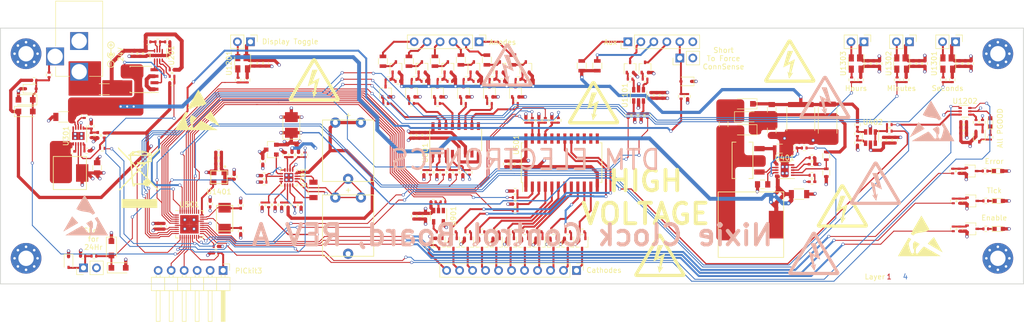
<source format=kicad_pcb>
(kicad_pcb (version 4) (host pcbnew 4.0.7)
  (layers (0 F.Cu mixed) (1 Power_Layer mixed) (2 Gnd_Layer mixed) (31 B.Cu mixed) (34 B.Paste user) (35 F.Paste user) (36 B.SilkS user hide) (37 F.SilkS user) (38 B.Mask user hide) (39 F.Mask user hide) (44 Edge.Cuts user))
  (net 0 "")
  (net 1 Vin)
  (net 2 GND)
  (net 3 "/Controller Supply/3P3_BOOST")
  (net 4 "/Controller Supply/3P3_SW")
  (net 5 VCOM)
  (net 6 +3V3)
  (net 7 "/Controller Supply/3P3_FB")
  (net 8 "/Display Supply/VVV_SW3")
  (net 9 "/Display Supply/VVV_SW1")
  (net 10 Vvv)
  (net 11 "/Display Supply/VVV_SW2")
  (net 12 "/Display Supply/VVV_SS")
  (net 13 "Net-(C407-Pad1)")
  (net 14 "Net-(C408-Pad1)")
  (net 15 VCC_BCKUP)
  (net 16 OSC2)
  (net 17 OSC1)
  (net 18 "/Backup Supply/C+")
  (net 19 "/Backup Supply/C-")
  (net 20 "/Backup Supply/VMID")
  (net 21 "/Backup Supply/CPO")
  (net 22 "/External Oscillator/VDD_OSC")
  (net 23 PLUG)
  (net 24 "Net-(D1201-Pad1)")
  (net 25 "Net-(D1202-Pad1)")
  (net 26 "Net-(D1203-Pad1)")
  (net 27 24hr)
  (net 28 "Net-(D1206-Pad2)")
  (net 29 "Net-(D1207-Pad1)")
  (net 30 "Net-(D1501-Pad2)")
  (net 31 "/Power Input/Vin_Unfused")
  (net 32 "/Power Input/PlugSense")
  (net 33 ~MCLR)
  (net 34 ICSPDAT)
  (net 35 ICSPCLK)
  (net 36 "Net-(J501-Pad6)")
  (net 37 "Net-(J1201-Pad2)")
  (net 38 "Net-(J1301-Pad2)")
  (net 39 "Net-(J1302-Pad2)")
  (net 40 "Net-(J1303-Pad2)")
  (net 41 cathode0)
  (net 42 cathode1)
  (net 43 cathode2)
  (net 44 cathode3)
  (net 45 cathode4)
  (net 46 cathode5)
  (net 47 cathode6)
  (net 48 cathode7)
  (net 49 cathode8)
  (net 50 cathode9)
  (net 51 cathodeDec)
  (net 52 anode0)
  (net 53 anode1)
  (net 54 anode2)
  (net 55 anode3)
  (net 56 anode4)
  (net 57 anode5)
  (net 58 /Connectors/colon0R)
  (net 59 colon0)
  (net 60 /Connectors/colon1R)
  (net 61 colon1)
  (net 62 "/Power Input/Vin_Source")
  (net 63 "/Power Input/Vin_Gate")
  (net 64 "/Display Supply/VVV_CS")
  (net 65 "/Display Supply/VVV_GATE")
  (net 66 "Net-(Q701-Pad1)")
  (net 67 "Net-(Q901-Pad1)")
  (net 68 "Net-(Q902-Pad1)")
  (net 69 "Net-(Q903-Pad1)")
  (net 70 "Net-(Q903-Pad3)")
  (net 71 "Net-(Q904-Pad1)")
  (net 72 "Net-(Q905-Pad1)")
  (net 73 "Net-(Q906-Pad1)")
  (net 74 "Net-(Q907-Pad1)")
  (net 75 "Net-(Q908-Pad1)")
  (net 76 "Net-(Q909-Pad1)")
  (net 77 "Net-(Q910-Pad1)")
  (net 78 "Net-(Q911-Pad1)")
  (net 79 "Net-(Q1001-Pad1)")
  (net 80 "Net-(Q1001-Pad3)")
  (net 81 "Net-(Q1002-Pad1)")
  (net 82 "Net-(Q1002-Pad3)")
  (net 83 "Net-(Q1003-Pad1)")
  (net 84 "Net-(Q1003-Pad3)")
  (net 85 "Net-(Q1004-Pad1)")
  (net 86 "Net-(Q1004-Pad3)")
  (net 87 "Net-(Q1005-Pad1)")
  (net 88 "Net-(Q1005-Pad3)")
  (net 89 "Net-(Q1006-Pad1)")
  (net 90 "Net-(Q1006-Pad3)")
  (net 91 "Net-(Q1007-Pad1)")
  (net 92 "Net-(Q1007-Pad3)")
  (net 93 "Net-(Q1008-Pad1)")
  (net 94 "Net-(Q1008-Pad3)")
  (net 95 "Net-(Q1009-Pad1)")
  (net 96 "Net-(Q1009-Pad3)")
  (net 97 "Net-(Q1010-Pad1)")
  (net 98 "Net-(Q1010-Pad3)")
  (net 99 "Net-(Q1011-Pad1)")
  (net 100 "Net-(Q1011-Pad3)")
  (net 101 "Net-(Q1012-Pad1)")
  (net 102 "Net-(Q1012-Pad3)")
  (net 103 "Net-(Q1101-Pad1)")
  (net 104 "Net-(Q1102-Pad1)")
  (net 105 "Net-(Q1201-Pad1)")
  (net 106 "Net-(Q1201-Pad3)")
  (net 107 "Net-(Q1202-Pad1)")
  (net 108 "Net-(Q1202-Pad3)")
  (net 109 "Net-(Q1203-Pad1)")
  (net 110 "Net-(Q1203-Pad3)")
  (net 111 "Net-(Q1204-Pad1)")
  (net 112 "Net-(Q1204-Pad3)")
  (net 113 "/Power Input/Vin_SHDN")
  (net 114 VCOM_PGOOD)
  (net 115 "/Power Input/Vin_UV")
  (net 116 "Net-(R204-Pad1)")
  (net 117 "/Power Input/Vin_OV")
  (net 118 "/Controller Supply/3P3_PGOODR")
  (net 119 VCC_PGOOD)
  (net 120 "/Controller Supply/3P3_RUN")
  (net 121 "/Controller Supply/3P3_RT")
  (net 122 VVV_RUN)
  (net 123 "/Display Supply/VVV_RUN_R")
  (net 124 "/Display Supply/VVV_FBX")
  (net 125 "/Display Supply/VVV_RT")
  (net 126 "Net-(R408-Pad1)")
  (net 127 "Net-(R409-Pad2)")
  (net 128 "/Display Supply/VVVINA")
  (net 129 "/Display Supply/VVVINB")
  (net 130 VVV_PGOOD)
  (net 131 "Net-(R501-Pad1)")
  (net 132 "/Lowside Decoder/BCDEN_R")
  (net 133 ~DecodeEN)
  (net 134 "/Lowside Decoder/BCDA_R")
  (net 135 BCDA)
  (net 136 "/Lowside Decoder/BCDB_R")
  (net 137 BCDB)
  (net 138 "/Lowside Decoder/BCDC_R")
  (net 139 BCDC)
  (net 140 "/Lowside Decoder/BCDD_R")
  (net 141 BCDD)
  (net 142 "/Backup Supply/PFI")
  (net 143 "/Backup Supply/LDO_FB")
  (net 144 "/Backup Supply/BCKUP_EN_CHG")
  (net 145 "/Backup Supply/~PFOR")
  (net 146 "/Backup Supply/CAPGOODR")
  (net 147 ~VCC_BCKUP_PFO)
  (net 148 "/Backup Supply/CPO_FB")
  (net 149 VCC_BCKUP_PGOOD)
  (net 150 "/Backup Supply/BCKUP_PROG")
  (net 151 "/Highside Decoder/BCOEN_R")
  (net 152 "/Highside Decoder/BCOA_R")
  (net 153 BCOC)
  (net 154 "/Highside Decoder/BCOB_R")
  (net 155 BCOB)
  (net 156 "/Highside Decoder/BCOC_R")
  (net 157 BCOA)
  (net 158 LowSideBase0)
  (net 159 LowSideBase1)
  (net 160 "Net-(R904-Pad1)")
  (net 161 LowSideBaseDec)
  (net 162 "Net-(R905-Pad1)")
  (net 163 LowSideBase2)
  (net 164 LowSideBase3)
  (net 165 LowSideBase4)
  (net 166 LowSideBase5)
  (net 167 LowSideBase6)
  (net 168 LowSideBase7)
  (net 169 LowSideBase8)
  (net 170 LowSideBase9)
  (net 171 HighSideBase0)
  (net 172 HighSideBase1)
  (net 173 HighSideBase2)
  (net 174 HighSideBase3)
  (net 175 HighSideBase4)
  (net 176 HighSideBase5)
  (net 177 "Net-(R1101-Pad1)")
  (net 178 ColonDrive0)
  (net 179 "Net-(R1102-Pad1)")
  (net 180 "Net-(R1104-Pad1)")
  (net 181 ColonDrive1)
  (net 182 "Net-(R1105-Pad1)")
  (net 183 ~DSPLY_TGL)
  (net 184 "Net-(R1202-Pad1)")
  (net 185 /Input/Output/ALL_PGOOD)
  (net 186 ErrorInd)
  (net 187 TickInd)
  (net 188 EnableInd)
  (net 189 ~SetSeconds)
  (net 190 "Net-(R1302-Pad1)")
  (net 191 ~SetMinutes)
  (net 192 "Net-(R1304-Pad1)")
  (net 193 ~SetHours)
  (net 194 "Net-(R1306-Pad1)")
  (net 195 ~ConnSense)
  (net 196 "Net-(U501-Pad18)")
  (net 197 EXT_OSC)
  (net 198 "Net-(U501-Pad31)")
  (net 199 "Net-(U601-Pad13)")
  (net 200 "Net-(U601-Pad14)")
  (net 201 "Net-(U601-Pad15)")
  (net 202 "Net-(U601-Pad16)")
  (net 203 "Net-(U601-Pad19)")
  (net 204 "Net-(U601-Pad20)")
  (net 205 "Net-(U701-Pad7)")
  (net 206 "Net-(U801-Pad7)")
  (net 207 "Net-(U801-Pad9)")
  (module Mounting_Holes:MountingHole_3mm_Pad_Via (layer F.Cu) (at 233.76 68.627 180)
    (fp_text reference REF** hide)
    (fp_text value MountingHole_3mm)
    (pad 1 thru_hole circle (at 0 0 180) (size 6 6) (drill 3) (layers *.Cu *.Mask) (net 2 GND))
    (pad "" thru_hole circle (at 2.25 0 180) (size 0.6 0.6) (drill 0.5) (layers *.Cu *.Mask) (net 2 GND))
    (pad "" thru_hole circle (at 1.59099 1.59099 180) (size 0.6 0.6) (drill 0.5) (layers *.Cu *.Mask) (net 2 GND))
    (pad "" thru_hole circle (at 0 2.25 180) (size 0.6 0.6) (drill 0.5) (layers *.Cu *.Mask) (net 2 GND))
    (pad "" thru_hole circle (at -1.59099 1.59099 180) (size 0.6 0.6) (drill 0.5) (layers *.Cu *.Mask) (net 2 GND))
    (pad "" thru_hole circle (at -2.25 0 180) (size 0.6 0.6) (drill 0.5) (layers *.Cu *.Mask) (net 2 GND))
    (pad "" thru_hole circle (at -1.59099 -1.59099 180) (size 0.6 0.6) (drill 0.5) (layers *.Cu *.Mask) (net 2 GND))
    (pad "" thru_hole circle (at 0 -2.25 180) (size 0.6 0.6) (drill 0.5) (layers *.Cu *.Mask) (net 2 GND))
    (pad "" thru_hole circle (at 1.59099 -1.59099 180) (size 0.6 0.6) (drill 0.5) (layers *.Cu *.Mask) (net 2 GND))
  )
  (module Symbols:ESD-Logo_8.9x8mm_SilkScreen (layer B.Cu) (at 55.404 100.161 180)
    (fp_text reference REF*** hide)
    (fp_text value ESD-Logo_8.9x8mm_SilkScreen hide)
  )
  (module Symbols:ESD-Logo_8.9x8mm_SilkScreen (layer B.Cu) (at 220.885 81.746 180)
    (fp_text reference REF*** hide)
    (fp_text value ESD-Logo_8.9x8mm_SilkScreen hide)
  )
  (module Symbols:ESD-Logo_8.9x8mm_SilkScreen (layer F.Cu) (at 77.248 79.587)
    (fp_text reference REF*** hide)
    (fp_text value ESD-Logo_8.9x8mm_SilkScreen hide)
  )
  (module w_logo:Logo_silk_high_voltage_10x8.5mm (layer B.Cu) (at 209.836 93.938 180)
    (fp_text reference G*** hide)
    (fp_text value LOGO hide)
  )
  (module w_logo:Logo_silk_high_voltage_10x8.5mm (layer B.Cu) (at 197.771 107.654 180)
    (fp_text reference G*** hide)
    (fp_text value LOGO hide)
  )
  (module w_logo:Logo_silk_high_voltage_10x8.5mm (layer B.Cu) (at 199.93 77.174 180)
    (fp_text reference G*** hide)
    (fp_text value LOGO hide)
  )
  (module w_logo:Logo_silk_high_voltage_10x8.5mm (layer B.Cu) (at 137.827 70.824 180)
    (fp_text reference G*** hide)
    (fp_text value LOGO hide)
  )
  (module w_logo:Logo_silk_high_voltage_10x8.5mm (layer F.Cu) (at 100.108 73.745)
    (fp_text reference G*** hide)
    (fp_text value LOGO hide)
  )
  (module w_logo:Logo_silk_high_voltage_10x8.5mm (layer F.Cu) (at 154.718 78.19)
    (fp_text reference G*** hide)
    (fp_text value LOGO hide)
  )
  (module w_logo:Logo_silk_high_voltage_10x8.5mm (layer F.Cu) (at 193.072 70.062)
    (fp_text reference G*** hide)
    (fp_text value LOGO hide)
  )
  (module w_logo:Logo_silk_high_voltage_10x8.5mm (layer F.Cu) (at 203.359 98.383)
    (fp_text reference G*** hide)
    (fp_text value LOGO hide)
  )
  (module Capacitors_SMD:C_0402 (layer F.Cu) (at 67.224 68.594 270)
    (fp_text reference C201 hide)
    (fp_text value 0.1uF)
    (pad 1 smd rect (at -0.55 0 270) (size 0.6 0.5) (layers F.Cu F.Paste F.Mask) (net 1 Vin))
    (pad 2 smd rect (at 0.55 0 270) (size 0.6 0.5) (layers F.Cu F.Paste F.Mask) (net 2 GND))
  )
  (module Capacitors_SMD:C_0402 (layer F.Cu) (at 66.081 68.594 270)
    (fp_text reference C202 hide)
    (fp_text value 10nF)
    (pad 1 smd rect (at -0.55 0 270) (size 0.6 0.5) (layers F.Cu F.Paste F.Mask) (net 1 Vin))
    (pad 2 smd rect (at 0.55 0 270) (size 0.6 0.5) (layers F.Cu F.Paste F.Mask) (net 2 GND))
  )
  (module Capacitors_SMD:C_0402 (layer F.Cu) (at 64.938 68.594 270)
    (fp_text reference C203 hide)
    (fp_text value 1nF)
    (pad 1 smd rect (at -0.55 0 270) (size 0.6 0.5) (layers F.Cu F.Paste F.Mask) (net 1 Vin))
    (pad 2 smd rect (at 0.55 0 270) (size 0.6 0.5) (layers F.Cu F.Paste F.Mask) (net 2 GND))
  )
  (module Capacitors_SMD:C_0402 (layer F.Cu) (at 52.737 87.715 180)
    (fp_text reference C301 hide)
    (fp_text value 0.47uF)
    (pad 1 smd rect (at -0.55 0 180) (size 0.6 0.5) (layers F.Cu F.Paste F.Mask) (net 3 "/Controller Supply/3P3_BOOST"))
    (pad 2 smd rect (at 0.55 0 180) (size 0.6 0.5) (layers F.Cu F.Paste F.Mask) (net 4 "/Controller Supply/3P3_SW"))
  )
  (module Capacitors_SMD:C_1206 (layer F.Cu) (at 51.086 80.984 180)
    (fp_text reference C302 hide)
    (fp_text value 4.7uF)
    (pad 1 smd rect (at -1.5 0 180) (size 1 1.6) (layers F.Cu F.Paste F.Mask) (net 5 VCOM))
    (pad 2 smd rect (at 1.5 0 180) (size 1 1.6) (layers F.Cu F.Paste F.Mask) (net 2 GND))
  )
  (module Capacitors_SMD:C_0805 (layer F.Cu) (at 57.658 90.932 90)
    (fp_text reference C303 hide)
    (fp_text value 22uF)
    (pad 1 smd rect (at -1 0 90) (size 1 1.25) (layers F.Cu F.Paste F.Mask) (net 6 +3V3))
    (pad 2 smd rect (at 1 0 90) (size 1 1.25) (layers F.Cu F.Paste F.Mask) (net 2 GND))
  )
  (module Capacitors_SMD:C_0402 (layer F.Cu) (at 57.785 84.582 90)
    (fp_text reference C304 hide)
    (fp_text value 15pF)
    (pad 1 smd rect (at -0.55 0 90) (size 0.6 0.5) (layers F.Cu F.Paste F.Mask) (net 6 +3V3))
    (pad 2 smd rect (at 0.55 0 90) (size 0.6 0.5) (layers F.Cu F.Paste F.Mask) (net 7 "/Controller Supply/3P3_FB"))
  )
  (module Capacitors_SMD:C_0805 (layer F.Cu) (at 180.1495 82.381 270)
    (fp_text reference C401 hide)
    (fp_text value 0.1uF)
    (pad 1 smd rect (at -1 0 270) (size 1 1.25) (layers F.Cu F.Paste F.Mask) (net 8 "/Display Supply/VVV_SW3"))
    (pad 2 smd rect (at 1 0 270) (size 1 1.25) (layers F.Cu F.Paste F.Mask) (net 9 "/Display Supply/VVV_SW1"))
  )
  (module Capacitors_SMD:C_0805 (layer F.Cu) (at 189.5475 79.5655 270)
    (fp_text reference C402 hide)
    (fp_text value 0.1uF)
    (pad 1 smd rect (at -1 0 270) (size 1 1.25) (layers F.Cu F.Paste F.Mask) (net 10 Vvv))
    (pad 2 smd rect (at 1 0 270) (size 1 1.25) (layers F.Cu F.Paste F.Mask) (net 11 "/Display Supply/VVV_SW2"))
  )
  (module Capacitors_SMD:C_2220 (layer F.Cu) (at 195.231 81.365 270)
    (fp_text reference C403 hide)
    (fp_text value 2.2uF)
    (pad 1 smd rect (at -2.8 0 270) (size 1 5) (layers F.Cu F.Paste F.Mask) (net 10 Vvv))
    (pad 2 smd rect (at 2.8 0 270) (size 1 5) (layers F.Cu F.Paste F.Mask) (net 2 GND))
  )
  (module Capacitors_SMD:C_0805 (layer F.Cu) (at 189.5475 83.6295 270)
    (fp_text reference C404 hide)
    (fp_text value 0.1uF)
    (pad 1 smd rect (at -1 0 270) (size 1 1.25) (layers F.Cu F.Paste F.Mask) (net 11 "/Display Supply/VVV_SW2"))
    (pad 2 smd rect (at 1 0 270) (size 1 1.25) (layers F.Cu F.Paste F.Mask) (net 2 GND))
  )
  (module Capacitors_SMD:C_1206 (layer F.Cu) (at 194.8815 96.0755)
    (fp_text reference C405 hide)
    (fp_text value 10uF)
    (pad 1 smd rect (at -1.5 0) (size 1 1.6) (layers F.Cu F.Paste F.Mask) (net 5 VCOM))
    (pad 2 smd rect (at 1.5 0) (size 1 1.6) (layers F.Cu F.Paste F.Mask) (net 2 GND))
  )
  (module Capacitors_SMD:C_0402 (layer F.Cu) (at 197.4215 90.2335)
    (fp_text reference C406 hide)
    (fp_text value 0.1uF)
    (pad 1 smd rect (at -0.55 0) (size 0.6 0.5) (layers F.Cu F.Paste F.Mask) (net 12 "/Display Supply/VVV_SS"))
    (pad 2 smd rect (at 0.55 0) (size 0.6 0.5) (layers F.Cu F.Paste F.Mask) (net 2 GND))
  )
  (module Capacitors_SMD:C_0805 (layer F.Cu) (at 187.7695 94.1705 180)
    (fp_text reference C407 hide)
    (fp_text value 4.7uF)
    (pad 1 smd rect (at -1 0 180) (size 1 1.25) (layers F.Cu F.Paste F.Mask) (net 13 "Net-(C407-Pad1)"))
    (pad 2 smd rect (at 1 0 180) (size 1 1.25) (layers F.Cu F.Paste F.Mask) (net 2 GND))
  )
  (module Capacitors_SMD:C_0402 (layer F.Cu) (at 197.4215 93.6625 180)
    (fp_text reference C408 hide)
    (fp_text value 6.8nF)
    (pad 1 smd rect (at -0.55 0 180) (size 0.6 0.5) (layers F.Cu F.Paste F.Mask) (net 14 "Net-(C408-Pad1)"))
    (pad 2 smd rect (at 0.55 0 180) (size 0.6 0.5) (layers F.Cu F.Paste F.Mask) (net 2 GND))
  )
  (module Capacitors_SMD:C_0402 (layer F.Cu) (at 211.3915 85.5345 90)
    (fp_text reference C409 hide)
    (fp_text value 0.1uF)
    (pad 1 smd rect (at -0.55 0 90) (size 0.6 0.5) (layers F.Cu F.Paste F.Mask) (net 6 +3V3))
    (pad 2 smd rect (at 0.55 0 90) (size 0.6 0.5) (layers F.Cu F.Paste F.Mask) (net 2 GND))
  )
  (module Capacitors_SMD:C_0402 (layer F.Cu) (at 212.5345 85.5345 90)
    (fp_text reference C410 hide)
    (fp_text value 10nF)
    (pad 1 smd rect (at -0.55 0 90) (size 0.6 0.5) (layers F.Cu F.Paste F.Mask) (net 6 +3V3))
    (pad 2 smd rect (at 0.55 0 90) (size 0.6 0.5) (layers F.Cu F.Paste F.Mask) (net 2 GND))
  )
  (module Capacitors_SMD:C_0402 (layer F.Cu) (at 213.6775 85.5345 90)
    (fp_text reference C411 hide)
    (fp_text value 1nF)
    (pad 1 smd rect (at -0.55 0 90) (size 0.6 0.5) (layers F.Cu F.Paste F.Mask) (net 6 +3V3))
    (pad 2 smd rect (at 0.55 0 90) (size 0.6 0.5) (layers F.Cu F.Paste F.Mask) (net 2 GND))
  )
  (module Capacitors_SMD:C_0402 (layer F.Cu) (at 70.739 102.362 90)
    (fp_text reference C501 hide)
    (fp_text value 0.1uF)
    (pad 1 smd rect (at -0.55 0 90) (size 0.6 0.5) (layers F.Cu F.Paste F.Mask) (net 15 VCC_BCKUP))
    (pad 2 smd rect (at 0.55 0 90) (size 0.6 0.5) (layers F.Cu F.Paste F.Mask) (net 2 GND))
  )
  (module Capacitors_SMD:C_0402 (layer F.Cu) (at 79.756 98.002 90)
    (fp_text reference C502 hide)
    (fp_text value 10nF)
    (pad 1 smd rect (at -0.55 0 90) (size 0.6 0.5) (layers F.Cu F.Paste F.Mask) (net 15 VCC_BCKUP))
    (pad 2 smd rect (at 0.55 0 90) (size 0.6 0.5) (layers F.Cu F.Paste F.Mask) (net 2 GND))
  )
  (module Capacitors_SMD:C_0402 (layer F.Cu) (at 69.596 102.362 90)
    (fp_text reference C503 hide)
    (fp_text value 1nF)
    (pad 1 smd rect (at -0.55 0 90) (size 0.6 0.5) (layers F.Cu F.Paste F.Mask) (net 15 VCC_BCKUP))
    (pad 2 smd rect (at 0.55 0 90) (size 0.6 0.5) (layers F.Cu F.Paste F.Mask) (net 2 GND))
  )
  (module Capacitors_SMD:C_0402 (layer F.Cu) (at 85.725 98.298 90)
    (fp_text reference C504 hide)
    (fp_text value 12pF)
    (pad 1 smd rect (at -0.55 0 90) (size 0.6 0.5) (layers F.Cu F.Paste F.Mask) (net 16 OSC2))
    (pad 2 smd rect (at 0.55 0 90) (size 0.6 0.5) (layers F.Cu F.Paste F.Mask) (net 2 GND))
  )
  (module Capacitors_SMD:C_0402 (layer F.Cu) (at 85.725 103.251 270)
    (fp_text reference C505 hide)
    (fp_text value 12pF)
    (pad 1 smd rect (at -0.55 0 270) (size 0.6 0.5) (layers F.Cu F.Paste F.Mask) (net 17 OSC1))
    (pad 2 smd rect (at 0.55 0 270) (size 0.6 0.5) (layers F.Cu F.Paste F.Mask) (net 2 GND))
  )
  (module Capacitors_SMD:C_0402 (layer F.Cu) (at 137.541 90.17 270)
    (fp_text reference C601 hide)
    (fp_text value 0.1uF)
    (pad 1 smd rect (at -0.55 0 270) (size 0.6 0.5) (layers F.Cu F.Paste F.Mask) (net 6 +3V3))
    (pad 2 smd rect (at 0.55 0 270) (size 0.6 0.5) (layers F.Cu F.Paste F.Mask) (net 2 GND))
  )
  (module Capacitors_SMD:C_0402 (layer F.Cu) (at 138.684 90.17 270)
    (fp_text reference C602 hide)
    (fp_text value 10nF)
    (pad 1 smd rect (at -0.55 0 270) (size 0.6 0.5) (layers F.Cu F.Paste F.Mask) (net 6 +3V3))
    (pad 2 smd rect (at 0.55 0 270) (size 0.6 0.5) (layers F.Cu F.Paste F.Mask) (net 2 GND))
  )
  (module Capacitors_SMD:C_0402 (layer F.Cu) (at 139.827 90.17 270)
    (fp_text reference C603 hide)
    (fp_text value 1nF)
    (pad 1 smd rect (at -0.55 0 270) (size 0.6 0.5) (layers F.Cu F.Paste F.Mask) (net 6 +3V3))
    (pad 2 smd rect (at 0.55 0 270) (size 0.6 0.5) (layers F.Cu F.Paste F.Mask) (net 2 GND))
  )
  (module Capacitors_Tantalum_SMD:CP_Tantalum_Case-B_EIA-3528-21_Reflow (layer F.Cu) (at 95.631 82.55 90)
    (fp_text reference C701 hide)
    (fp_text value 100uF)
    (pad 1 smd rect (at -1.525 0 90) (size 1.95 2.5) (layers F.Cu F.Paste F.Mask) (net 15 VCC_BCKUP))
    (pad 2 smd rect (at 1.525 0 90) (size 1.95 2.5) (layers F.Cu F.Paste F.Mask) (net 2 GND))
  )
  (module Capacitors_SMD:C_0402 (layer F.Cu) (at 90.043 89.662 270)
    (fp_text reference C702 hide)
    (fp_text value 2.2uF)
    (pad 1 smd rect (at -0.55 0 270) (size 0.6 0.5) (layers F.Cu F.Paste F.Mask) (net 6 +3V3))
    (pad 2 smd rect (at 0.55 0 270) (size 0.6 0.5) (layers F.Cu F.Paste F.Mask) (net 2 GND))
  )
  (module Capacitors_SMD:C_1206 (layer F.Cu) (at 99.949 95.25 270)
    (fp_text reference C703 hide)
    (fp_text value 2.2uF)
    (pad 1 smd rect (at -1.5 0 270) (size 1 1.6) (layers F.Cu F.Paste F.Mask) (net 18 "/Backup Supply/C+"))
    (pad 2 smd rect (at 1.5 0 270) (size 1 1.6) (layers F.Cu F.Paste F.Mask) (net 19 "/Backup Supply/C-"))
  )
  (module "Custom Footprints:MAL219691214E3" (layer F.Cu) (at 106.7308 87.591 90)
    (fp_text reference C704 hide)
    (fp_text value 15F)
    (fp_text user + (at 6.9088 -0.0508 90) (layer F.SilkS))
    (pad 2 thru_hole circle (at -5.5 0 90) (size 2 2) (drill 1) (layers *.Cu *.Mask) (net 20 "/Backup Supply/VMID"))
    (pad 1 thru_hole circle (at 5.5 -2.5 90) (size 2 2) (drill 1) (layers *.Cu *.Mask) (net 21 "/Backup Supply/CPO"))
    (pad 1 thru_hole circle (at 5.5 2.5 90) (size 2 2) (drill 1) (layers *.Cu *.Mask) (net 21 "/Backup Supply/CPO"))
  )
  (module "Custom Footprints:MAL219691214E3" (layer F.Cu) (at 106.7308 102.235 90)
    (fp_text reference C705 hide)
    (fp_text value 15F)
    (fp_text user + (at 6.9088 -0.0508 90) (layer F.SilkS))
    (pad 2 thru_hole circle (at -5.5 0 90) (size 2 2) (drill 1) (layers *.Cu *.Mask) (net 2 GND))
    (pad 1 thru_hole circle (at 5.5 -2.5 90) (size 2 2) (drill 1) (layers *.Cu *.Mask) (net 20 "/Backup Supply/VMID"))
    (pad 1 thru_hole circle (at 5.5 2.5 90) (size 2 2) (drill 1) (layers *.Cu *.Mask) (net 20 "/Backup Supply/VMID"))
  )
  (module Capacitors_SMD:C_0402 (layer F.Cu) (at 119.507 84.582 270)
    (fp_text reference C801 hide)
    (fp_text value 0.1uF)
    (pad 1 smd rect (at -0.55 0 270) (size 0.6 0.5) (layers F.Cu F.Paste F.Mask) (net 6 +3V3))
    (pad 2 smd rect (at 0.55 0 270) (size 0.6 0.5) (layers F.Cu F.Paste F.Mask) (net 2 GND))
  )
  (module Capacitors_SMD:C_0402 (layer F.Cu) (at 120.65 84.582 270)
    (fp_text reference C802 hide)
    (fp_text value 10nF)
    (pad 1 smd rect (at -0.55 0 270) (size 0.6 0.5) (layers F.Cu F.Paste F.Mask) (net 6 +3V3))
    (pad 2 smd rect (at 0.55 0 270) (size 0.6 0.5) (layers F.Cu F.Paste F.Mask) (net 2 GND))
  )
  (module Capacitors_SMD:C_0402 (layer F.Cu) (at 121.793 84.582 270)
    (fp_text reference C803 hide)
    (fp_text value 1nF)
    (pad 1 smd rect (at -0.55 0 270) (size 0.6 0.5) (layers F.Cu F.Paste F.Mask) (net 6 +3V3))
    (pad 2 smd rect (at 0.55 0 270) (size 0.6 0.5) (layers F.Cu F.Paste F.Mask) (net 2 GND))
  )
  (module Capacitors_SMD:C_0402 (layer F.Cu) (at 121.8565 100.3935 90)
    (fp_text reference C901 hide)
    (fp_text value 0.1uF)
    (pad 1 smd rect (at -0.55 0 90) (size 0.6 0.5) (layers F.Cu F.Paste F.Mask) (net 6 +3V3))
    (pad 2 smd rect (at 0.55 0 90) (size 0.6 0.5) (layers F.Cu F.Paste F.Mask) (net 2 GND))
  )
  (module Capacitors_SMD:C_0402 (layer F.Cu) (at 120.7135 100.3935 90)
    (fp_text reference C902 hide)
    (fp_text value 10nF)
    (pad 1 smd rect (at -0.55 0 90) (size 0.6 0.5) (layers F.Cu F.Paste F.Mask) (net 6 +3V3))
    (pad 2 smd rect (at 0.55 0 90) (size 0.6 0.5) (layers F.Cu F.Paste F.Mask) (net 2 GND))
  )
  (module Capacitors_SMD:C_0402 (layer F.Cu) (at 119.5705 100.3935 90)
    (fp_text reference C903 hide)
    (fp_text value 1nF)
    (pad 1 smd rect (at -0.55 0 90) (size 0.6 0.5) (layers F.Cu F.Paste F.Mask) (net 6 +3V3))
    (pad 2 smd rect (at 0.55 0 90) (size 0.6 0.5) (layers F.Cu F.Paste F.Mask) (net 2 GND))
  )
  (module Capacitors_SMD:C_0402 (layer F.Cu) (at 165.9255 76.7715 270)
    (fp_text reference C1101 hide)
    (fp_text value 0.1uF)
    (pad 1 smd rect (at -0.55 0 270) (size 0.6 0.5) (layers F.Cu F.Paste F.Mask) (net 6 +3V3))
    (pad 2 smd rect (at 0.55 0 270) (size 0.6 0.5) (layers F.Cu F.Paste F.Mask) (net 2 GND))
  )
  (module Capacitors_SMD:C_0402 (layer F.Cu) (at 167.0685 76.7715 270)
    (fp_text reference C1102 hide)
    (fp_text value 10nF)
    (pad 1 smd rect (at -0.55 0 270) (size 0.6 0.5) (layers F.Cu F.Paste F.Mask) (net 6 +3V3))
    (pad 2 smd rect (at 0.55 0 270) (size 0.6 0.5) (layers F.Cu F.Paste F.Mask) (net 2 GND))
  )
  (module Capacitors_SMD:C_0402 (layer F.Cu) (at 168.2115 76.7715 270)
    (fp_text reference C1103 hide)
    (fp_text value 1nF)
    (pad 1 smd rect (at -0.55 0 270) (size 0.6 0.5) (layers F.Cu F.Paste F.Mask) (net 6 +3V3))
    (pad 2 smd rect (at 0.55 0 270) (size 0.6 0.5) (layers F.Cu F.Paste F.Mask) (net 2 GND))
  )
  (module Capacitors_SMD:C_0402 (layer F.Cu) (at 88.392 70.485 90)
    (fp_text reference C1201 hide)
    (fp_text value 0.1uF)
    (pad 1 smd rect (at -0.55 0 90) (size 0.6 0.5) (layers F.Cu F.Paste F.Mask) (net 6 +3V3))
    (pad 2 smd rect (at 0.55 0 90) (size 0.6 0.5) (layers F.Cu F.Paste F.Mask) (net 2 GND))
  )
  (module Capacitors_SMD:C_0402 (layer F.Cu) (at 89.535 70.485 90)
    (fp_text reference C1202 hide)
    (fp_text value 10nF)
    (pad 1 smd rect (at -0.55 0 90) (size 0.6 0.5) (layers F.Cu F.Paste F.Mask) (net 6 +3V3))
    (pad 2 smd rect (at 0.55 0 90) (size 0.6 0.5) (layers F.Cu F.Paste F.Mask) (net 2 GND))
  )
  (module Capacitors_SMD:C_0402 (layer F.Cu) (at 90.678 70.485 90)
    (fp_text reference C1203 hide)
    (fp_text value 1nF)
    (pad 1 smd rect (at -0.55 0 90) (size 0.6 0.5) (layers F.Cu F.Paste F.Mask) (net 6 +3V3))
    (pad 2 smd rect (at 0.55 0 90) (size 0.6 0.5) (layers F.Cu F.Paste F.Mask) (net 2 GND))
  )
  (module Capacitors_SMD:C_0402 (layer F.Cu) (at 227.076 81.915 180)
    (fp_text reference C1204 hide)
    (fp_text value 0.1uF)
    (pad 1 smd rect (at -0.55 0 180) (size 0.6 0.5) (layers F.Cu F.Paste F.Mask) (net 6 +3V3))
    (pad 2 smd rect (at 0.55 0 180) (size 0.6 0.5) (layers F.Cu F.Paste F.Mask) (net 2 GND))
  )
  (module Capacitors_SMD:C_0402 (layer F.Cu) (at 227.076 83.058 180)
    (fp_text reference C1205 hide)
    (fp_text value 10nF)
    (pad 1 smd rect (at -0.55 0 180) (size 0.6 0.5) (layers F.Cu F.Paste F.Mask) (net 6 +3V3))
    (pad 2 smd rect (at 0.55 0 180) (size 0.6 0.5) (layers F.Cu F.Paste F.Mask) (net 2 GND))
  )
  (module Capacitors_SMD:C_0402 (layer F.Cu) (at 227.076 84.201 180)
    (fp_text reference C1206 hide)
    (fp_text value 1nF)
    (pad 1 smd rect (at -0.55 0 180) (size 0.6 0.5) (layers F.Cu F.Paste F.Mask) (net 6 +3V3))
    (pad 2 smd rect (at 0.55 0 180) (size 0.6 0.5) (layers F.Cu F.Paste F.Mask) (net 2 GND))
  )
  (module Capacitors_SMD:C_0402 (layer F.Cu) (at 228.5365 70.5485 90)
    (fp_text reference C1301 hide)
    (fp_text value 0.1uF)
    (pad 1 smd rect (at -0.55 0 90) (size 0.6 0.5) (layers F.Cu F.Paste F.Mask) (net 6 +3V3))
    (pad 2 smd rect (at 0.55 0 90) (size 0.6 0.5) (layers F.Cu F.Paste F.Mask) (net 2 GND))
  )
  (module Capacitors_SMD:C_0402 (layer F.Cu) (at 227.3935 70.5485 90)
    (fp_text reference C1302 hide)
    (fp_text value 10nF)
    (pad 1 smd rect (at -0.55 0 90) (size 0.6 0.5) (layers F.Cu F.Paste F.Mask) (net 6 +3V3))
    (pad 2 smd rect (at 0.55 0 90) (size 0.6 0.5) (layers F.Cu F.Paste F.Mask) (net 2 GND))
  )
  (module Capacitors_SMD:C_0402 (layer F.Cu) (at 226.2505 70.5485 90)
    (fp_text reference C1303 hide)
    (fp_text value 1nF)
    (pad 1 smd rect (at -0.55 0 90) (size 0.6 0.5) (layers F.Cu F.Paste F.Mask) (net 6 +3V3))
    (pad 2 smd rect (at 0.55 0 90) (size 0.6 0.5) (layers F.Cu F.Paste F.Mask) (net 2 GND))
  )
  (module Capacitors_SMD:C_0402 (layer F.Cu) (at 217.2335 70.5485 90)
    (fp_text reference C1304 hide)
    (fp_text value 0.1uF)
    (pad 1 smd rect (at -0.55 0 90) (size 0.6 0.5) (layers F.Cu F.Paste F.Mask) (net 6 +3V3))
    (pad 2 smd rect (at 0.55 0 90) (size 0.6 0.5) (layers F.Cu F.Paste F.Mask) (net 2 GND))
  )
  (module Capacitors_SMD:C_0402 (layer F.Cu) (at 218.3765 70.5485 90)
    (fp_text reference C1305 hide)
    (fp_text value 10nF)
    (pad 1 smd rect (at -0.55 0 90) (size 0.6 0.5) (layers F.Cu F.Paste F.Mask) (net 6 +3V3))
    (pad 2 smd rect (at 0.55 0 90) (size 0.6 0.5) (layers F.Cu F.Paste F.Mask) (net 2 GND))
  )
  (module Capacitors_SMD:C_0402 (layer F.Cu) (at 219.5195 70.5485 90)
    (fp_text reference C1306 hide)
    (fp_text value 1nF)
    (pad 1 smd rect (at -0.55 0 90) (size 0.6 0.5) (layers F.Cu F.Paste F.Mask) (net 6 +3V3))
    (pad 2 smd rect (at 0.55 0 90) (size 0.6 0.5) (layers F.Cu F.Paste F.Mask) (net 2 GND))
  )
  (module Capacitors_SMD:C_0402 (layer F.Cu) (at 210.6295 70.5485 90)
    (fp_text reference C1307 hide)
    (fp_text value 0.1uF)
    (pad 1 smd rect (at -0.55 0 90) (size 0.6 0.5) (layers F.Cu F.Paste F.Mask) (net 6 +3V3))
    (pad 2 smd rect (at 0.55 0 90) (size 0.6 0.5) (layers F.Cu F.Paste F.Mask) (net 2 GND))
  )
  (module Capacitors_SMD:C_0402 (layer F.Cu) (at 209.4865 70.5485 90)
    (fp_text reference C1308 hide)
    (fp_text value 10nF)
    (pad 1 smd rect (at -0.55 0 90) (size 0.6 0.5) (layers F.Cu F.Paste F.Mask) (net 6 +3V3))
    (pad 2 smd rect (at 0.55 0 90) (size 0.6 0.5) (layers F.Cu F.Paste F.Mask) (net 2 GND))
  )
  (module Capacitors_SMD:C_0402 (layer F.Cu) (at 208.3435 70.5485 90)
    (fp_text reference C1309 hide)
    (fp_text value 1nF)
    (pad 1 smd rect (at -0.55 0 90) (size 0.6 0.5) (layers F.Cu F.Paste F.Mask) (net 6 +3V3))
    (pad 2 smd rect (at 0.55 0 90) (size 0.6 0.5) (layers F.Cu F.Paste F.Mask) (net 2 GND))
  )
  (module Capacitors_SMD:C_0402 (layer F.Cu) (at 81.407 90.17 180)
    (fp_text reference C1401 hide)
    (fp_text value 0.1uF)
    (pad 1 smd rect (at -0.55 0 180) (size 0.6 0.5) (layers F.Cu F.Paste F.Mask) (net 22 "/External Oscillator/VDD_OSC"))
    (pad 2 smd rect (at 0.55 0 180) (size 0.6 0.5) (layers F.Cu F.Paste F.Mask) (net 2 GND))
  )
  (module Capacitors_SMD:C_0402 (layer F.Cu) (at 81.407 89.027 180)
    (fp_text reference C1402 hide)
    (fp_text value 10nF)
    (pad 1 smd rect (at -0.55 0 180) (size 0.6 0.5) (layers F.Cu F.Paste F.Mask) (net 22 "/External Oscillator/VDD_OSC"))
    (pad 2 smd rect (at 0.55 0 180) (size 0.6 0.5) (layers F.Cu F.Paste F.Mask) (net 2 GND))
  )
  (module Capacitors_SMD:C_0402 (layer F.Cu) (at 81.407 87.884 180)
    (fp_text reference C1403 hide)
    (fp_text value 1nF)
    (pad 1 smd rect (at -0.55 0 180) (size 0.6 0.5) (layers F.Cu F.Paste F.Mask) (net 22 "/External Oscillator/VDD_OSC"))
    (pad 2 smd rect (at 0.55 0 180) (size 0.6 0.5) (layers F.Cu F.Paste F.Mask) (net 2 GND))
  )
  (module Diodes_SMD:D_SOD-123F (layer F.Cu) (at 43.674 79.924)
    (fp_text reference D201 hide)
    (fp_text value SMD1200PL)
    (pad 1 smd rect (at -1.4 0) (size 1.1 1.1) (layers F.Cu F.Paste F.Mask) (net 15 VCC_BCKUP))
    (pad 2 smd rect (at 1.4 0) (size 1.1 1.1) (layers F.Cu F.Paste F.Mask) (net 23 PLUG))
  )
  (module Diodes_SMD:D_SOD-123F (layer F.Cu) (at 43.674 77.638 180)
    (fp_text reference D202 hide)
    (fp_text value SMD1200PL)
    (pad 1 smd rect (at -1.4 0 180) (size 1.1 1.1) (layers F.Cu F.Paste F.Mask) (net 23 PLUG))
    (pad 2 smd rect (at 1.4 0 180) (size 1.1 1.1) (layers F.Cu F.Paste F.Mask) (net 2 GND))
  )
  (module Diodes_SMD:D_SOD-323 (layer F.Cu) (at 44.69 75.479)
    (fp_text reference D203 hide)
    (fp_text value 3.3V)
    (pad 1 smd rect (at -1.05 0) (size 0.6 0.45) (layers F.Cu F.Paste F.Mask) (net 2 GND))
    (pad 2 smd rect (at 1.05 0) (size 0.6 0.45) (layers F.Cu F.Paste F.Mask) (net 23 PLUG))
  )
  (module Diodes_SMD:D_SOD-123F (layer F.Cu) (at 184.4675 78.4225 180)
    (fp_text reference D401 hide)
    (fp_text value SMD1200PL)
    (pad 1 smd rect (at -1.4 0 180) (size 1.1 1.1) (layers F.Cu F.Paste F.Mask) (net 10 Vvv))
    (pad 2 smd rect (at 1.4 0 180) (size 1.1 1.1) (layers F.Cu F.Paste F.Mask) (net 8 "/Display Supply/VVV_SW3"))
  )
  (module Diodes_SMD:D_SOD-123F (layer F.Cu) (at 184.4675 80.9625)
    (fp_text reference D402 hide)
    (fp_text value SMD1200PL)
    (pad 1 smd rect (at -1.4 0) (size 1.1 1.1) (layers F.Cu F.Paste F.Mask) (net 8 "/Display Supply/VVV_SW3"))
    (pad 2 smd rect (at 1.4 0) (size 1.1 1.1) (layers F.Cu F.Paste F.Mask) (net 11 "/Display Supply/VVV_SW2"))
  )
  (module Diodes_SMD:D_SOD-123F (layer F.Cu) (at 184.4675 83.5025 180)
    (fp_text reference D403 hide)
    (fp_text value SMD1200PL)
    (pad 1 smd rect (at -1.4 0 180) (size 1.1 1.1) (layers F.Cu F.Paste F.Mask) (net 11 "/Display Supply/VVV_SW2"))
    (pad 2 smd rect (at 1.4 0 180) (size 1.1 1.1) (layers F.Cu F.Paste F.Mask) (net 9 "/Display Supply/VVV_SW1"))
  )
  (module LEDs:LED_0603 (layer F.Cu) (at 232.283 82.042 90)
    (fp_text reference D1201 hide)
    (fp_text value PGOOD)
    (pad 2 smd rect (at 0.8 0 270) (size 0.8 0.8) (layers F.Cu F.Paste F.Mask) (net 6 +3V3))
    (pad 1 smd rect (at -0.8 0 270) (size 0.8 0.8) (layers F.Cu F.Paste F.Mask) (net 24 "Net-(D1201-Pad1)"))
  )
  (module LEDs:LED_0603 (layer F.Cu) (at 233.807 91.567)
    (fp_text reference D1202 hide)
    (fp_text value Error)
    (pad 2 smd rect (at 0.8 0 180) (size 0.8 0.8) (layers F.Cu F.Paste F.Mask) (net 6 +3V3))
    (pad 1 smd rect (at -0.8 0 180) (size 0.8 0.8) (layers F.Cu F.Paste F.Mask) (net 25 "Net-(D1202-Pad1)"))
  )
  (module LEDs:LED_0603 (layer F.Cu) (at 233.934 97.409)
    (fp_text reference D1203 hide)
    (fp_text value Tick)
    (pad 2 smd rect (at 0.8 0 180) (size 0.8 0.8) (layers F.Cu F.Paste F.Mask) (net 6 +3V3))
    (pad 1 smd rect (at -0.8 0 180) (size 0.8 0.8) (layers F.Cu F.Paste F.Mask) (net 26 "Net-(D1203-Pad1)"))
  )
  (module Diodes_SMD:D_SOD-123F (layer F.Cu) (at 60.452 106.68 270)
    (fp_text reference D1204 hide)
    (fp_text value SMD1200PL)
    (pad 1 smd rect (at -1.4 0 270) (size 1.1 1.1) (layers F.Cu F.Paste F.Mask) (net 6 +3V3))
    (pad 2 smd rect (at 1.4 0 270) (size 1.1 1.1) (layers F.Cu F.Paste F.Mask) (net 27 24hr))
  )
  (module Diodes_SMD:D_SOD-123F (layer F.Cu) (at 61.849 110.49)
    (fp_text reference D1205 hide)
    (fp_text value SMD1200PL)
    (pad 1 smd rect (at -1.4 0) (size 1.1 1.1) (layers F.Cu F.Paste F.Mask) (net 27 24hr))
    (pad 2 smd rect (at 1.4 0) (size 1.1 1.1) (layers F.Cu F.Paste F.Mask) (net 2 GND))
  )
  (module Diodes_SMD:D_SOD-323 (layer F.Cu) (at 52.07 109.347 270)
    (fp_text reference D1206 hide)
    (fp_text value 3.3V)
    (pad 1 smd rect (at -1.05 0 270) (size 0.6 0.45) (layers F.Cu F.Paste F.Mask) (net 2 GND))
    (pad 2 smd rect (at 1.05 0 270) (size 0.6 0.45) (layers F.Cu F.Paste F.Mask) (net 28 "Net-(D1206-Pad2)"))
  )
  (module LEDs:LED_0603 (layer F.Cu) (at 233.934 102.87)
    (fp_text reference D1207 hide)
    (fp_text value Enable)
    (pad 2 smd rect (at 0.8 0 180) (size 0.8 0.8) (layers F.Cu F.Paste F.Mask) (net 6 +3V3))
    (pad 1 smd rect (at -0.8 0 180) (size 0.8 0.8) (layers F.Cu F.Paste F.Mask) (net 29 "Net-(D1207-Pad1)"))
  )
  (module Diodes_SMD:D_SOD-323 (layer F.Cu) (at 172.847 74.041 180)
    (fp_text reference D1501 hide)
    (fp_text value 3.3V)
    (pad 1 smd rect (at -1.05 0 180) (size 0.6 0.45) (layers F.Cu F.Paste F.Mask) (net 2 GND))
    (pad 2 smd rect (at 1.05 0 180) (size 0.6 0.45) (layers F.Cu F.Paste F.Mask) (net 30 "Net-(D1501-Pad2)"))
  )
  (module Resistors_SMD:R_1206 (layer F.Cu) (at 59.055 75.565)
    (fp_text reference F201 hide)
    (fp_text value 3A)
    (pad 1 smd rect (at -1.45 0) (size 0.9 1.7) (layers F.Cu F.Paste F.Mask) (net 31 "/Power Input/Vin_Unfused"))
    (pad 2 smd rect (at 1.45 0) (size 0.9 1.7) (layers F.Cu F.Paste F.Mask) (net 1 Vin))
  )
  (module Connect:BARREL_JACK (layer F.Cu) (at 54.143 72.15 270)
    (fp_text reference J201 hide)
    (fp_text value "Power Input")
    (pad 1 thru_hole rect (at 0 0 270) (size 3.5 3.5) (drill oval 3) (layers *.Cu *.Mask) (net 31 "/Power Input/Vin_Unfused"))
    (pad 2 thru_hole rect (at -6 0 270) (size 3.5 3.5) (drill 3) (layers *.Cu *.Mask) (net 2 GND))
    (pad 3 thru_hole rect (at -3 4.7 270) (size 3.5 3.5) (drill oval 3) (layers *.Cu *.Mask) (net 32 "/Power Input/PlugSense"))
  )
  (module Pin_Headers:Pin_Header_Angled_1x06_Pitch2.54mm (layer F.Cu) (at 82.296 110.998 270)
    (fp_text reference J501 hide)
    (fp_text value PicKit3_Header)
    (pad 1 thru_hole rect (at 0 0 270) (size 1.7 1.7) (drill 1) (layers *.Cu *.Mask) (net 33 ~MCLR))
    (pad 2 thru_hole oval (at 0 2.54 270) (size 1.7 1.7) (drill 1) (layers *.Cu *.Mask) (net 15 VCC_BCKUP))
    (pad 3 thru_hole oval (at 0 5.08 270) (size 1.7 1.7) (drill 1) (layers *.Cu *.Mask) (net 2 GND))
    (pad 4 thru_hole oval (at 0 7.62 270) (size 1.7 1.7) (drill 1) (layers *.Cu *.Mask) (net 34 ICSPDAT))
    (pad 5 thru_hole oval (at 0 10.16 270) (size 1.7 1.7) (drill 1) (layers *.Cu *.Mask) (net 35 ICSPCLK))
    (pad 6 thru_hole oval (at 0 12.7 270) (size 1.7 1.7) (drill 1) (layers *.Cu *.Mask) (net 36 "Net-(J501-Pad6)"))
  )
  (module Pin_Headers:Pin_Header_Straight_1x02_Pitch2.54mm (layer F.Cu) (at 87.63 66.294 270)
    (fp_text reference J1201 hide)
    (fp_text value Display)
    (pad 1 thru_hole rect (at 0 0 270) (size 1.7 1.7) (drill 1) (layers *.Cu *.Mask) (net 2 GND))
    (pad 2 thru_hole oval (at 0 2.54 270) (size 1.7 1.7) (drill 1) (layers *.Cu *.Mask) (net 37 "Net-(J1201-Pad2)"))
  )
  (module Pin_Headers:Pin_Header_Straight_1x02_Pitch2.54mm (layer F.Cu) (at 225.4885 66.294 270)
    (fp_text reference J1301 hide)
    (fp_text value Seconds)
    (pad 1 thru_hole rect (at 0 0 270) (size 1.7 1.7) (drill 1) (layers *.Cu *.Mask) (net 2 GND))
    (pad 2 thru_hole oval (at 0 2.54 270) (size 1.7 1.7) (drill 1) (layers *.Cu *.Mask) (net 38 "Net-(J1301-Pad2)"))
  )
  (module Pin_Headers:Pin_Header_Straight_1x02_Pitch2.54mm (layer F.Cu) (at 216.4715 66.294 270)
    (fp_text reference J1302 hide)
    (fp_text value Minutes)
    (pad 1 thru_hole rect (at 0 0 270) (size 1.7 1.7) (drill 1) (layers *.Cu *.Mask) (net 2 GND))
    (pad 2 thru_hole oval (at 0 2.54 270) (size 1.7 1.7) (drill 1) (layers *.Cu *.Mask) (net 39 "Net-(J1302-Pad2)"))
  )
  (module Pin_Headers:Pin_Header_Straight_1x02_Pitch2.54mm (layer F.Cu) (at 207.5815 66.294 270)
    (fp_text reference J1303 hide)
    (fp_text value Hours)
    (pad 1 thru_hole rect (at 0 0 270) (size 1.7 1.7) (drill 1) (layers *.Cu *.Mask) (net 2 GND))
    (pad 2 thru_hole oval (at 0 2.54 270) (size 1.7 1.7) (drill 1) (layers *.Cu *.Mask) (net 40 "Net-(J1303-Pad2)"))
  )
  (module Socket_Strips:Socket_Strip_Straight_1x11_Pitch2.54mm (layer F.Cu) (at 151.384 110.998 270)
    (fp_text reference J1501 hide)
    (fp_text value Cathodes)
    (pad 1 thru_hole rect (at 0 0 270) (size 1.7 1.7) (drill 1) (layers *.Cu *.Mask) (net 41 cathode0))
    (pad 2 thru_hole oval (at 0 2.54 270) (size 1.7 1.7) (drill 1) (layers *.Cu *.Mask) (net 42 cathode1))
    (pad 3 thru_hole oval (at 0 5.08 270) (size 1.7 1.7) (drill 1) (layers *.Cu *.Mask) (net 43 cathode2))
    (pad 4 thru_hole oval (at 0 7.62 270) (size 1.7 1.7) (drill 1) (layers *.Cu *.Mask) (net 44 cathode3))
    (pad 5 thru_hole oval (at 0 10.16 270) (size 1.7 1.7) (drill 1) (layers *.Cu *.Mask) (net 45 cathode4))
    (pad 6 thru_hole oval (at 0 12.7 270) (size 1.7 1.7) (drill 1) (layers *.Cu *.Mask) (net 46 cathode5))
    (pad 7 thru_hole oval (at 0 15.24 270) (size 1.7 1.7) (drill 1) (layers *.Cu *.Mask) (net 47 cathode6))
    (pad 8 thru_hole oval (at 0 17.78 270) (size 1.7 1.7) (drill 1) (layers *.Cu *.Mask) (net 48 cathode7))
    (pad 9 thru_hole oval (at 0 20.32 270) (size 1.7 1.7) (drill 1) (layers *.Cu *.Mask) (net 49 cathode8))
    (pad 10 thru_hole oval (at 0 22.86 270) (size 1.7 1.7) (drill 1) (layers *.Cu *.Mask) (net 50 cathode9))
    (pad 11 thru_hole oval (at 0 25.4 270) (size 1.7 1.7) (drill 1) (layers *.Cu *.Mask) (net 51 cathodeDec))
  )
  (module Socket_Strips:Socket_Strip_Straight_1x06_Pitch2.54mm (layer F.Cu) (at 132.334 66.294 270)
    (fp_text reference J1502 hide)
    (fp_text value Anodes)
    (pad 1 thru_hole rect (at 0 0 270) (size 1.7 1.7) (drill 1) (layers *.Cu *.Mask) (net 57 anode5))
    (pad 2 thru_hole oval (at 0 2.54 270) (size 1.7 1.7) (drill 1) (layers *.Cu *.Mask) (net 56 anode4))
    (pad 3 thru_hole oval (at 0 5.08 270) (size 1.7 1.7) (drill 1) (layers *.Cu *.Mask) (net 55 anode3))
    (pad 4 thru_hole oval (at 0 7.62 270) (size 1.7 1.7) (drill 1) (layers *.Cu *.Mask) (net 54 anode2))
    (pad 5 thru_hole oval (at 0 10.16 270) (size 1.7 1.7) (drill 1) (layers *.Cu *.Mask) (net 53 anode1))
    (pad 6 thru_hole oval (at 0 12.7 270) (size 1.7 1.7) (drill 1) (layers *.Cu *.Mask) (net 52 anode0))
  )
  (module Socket_Strips:Socket_Strip_Straight_1x06_Pitch2.54mm (layer F.Cu) (at 161.417 66.294 90)
    (fp_text reference J1503 hide)
    (fp_text value Aux)
    (pad 1 thru_hole rect (at 0 0 90) (size 1.7 1.7) (drill 1) (layers *.Cu *.Mask) (net 58 /Connectors/colon0R))
    (pad 2 thru_hole oval (at 0 2.54 90) (size 1.7 1.7) (drill 1) (layers *.Cu *.Mask) (net 59 colon0))
    (pad 3 thru_hole oval (at 0 5.08 90) (size 1.7 1.7) (drill 1) (layers *.Cu *.Mask) (net 60 /Connectors/colon1R))
    (pad 4 thru_hole oval (at 0 7.62 90) (size 1.7 1.7) (drill 1) (layers *.Cu *.Mask) (net 61 colon1))
    (pad 5 thru_hole oval (at 0 10.16 90) (size 1.7 1.7) (drill 1) (layers *.Cu *.Mask) (net 30 "Net-(D1501-Pad2)"))
    (pad 6 thru_hole oval (at 0 12.7 90) (size 1.7 1.7) (drill 1) (layers *.Cu *.Mask) (net 2 GND))
  )
  (module Pin_Headers:Pin_Header_Straight_1x02_Pitch2.54mm (layer F.Cu) (at 54.991 110.49 90)
    (fp_text reference JP1201 hide)
    (fp_text value 12Hr)
    (pad 1 thru_hole rect (at 0 0 90) (size 1.7 1.7) (drill 1) (layers *.Cu *.Mask) (net 28 "Net-(D1206-Pad2)"))
    (pad 2 thru_hole oval (at 0 2.54 90) (size 1.7 1.7) (drill 1) (layers *.Cu *.Mask) (net 2 GND))
  )
  (module Pin_Headers:Pin_Header_Straight_1x02_Pitch2.54mm (layer F.Cu) (at 171.577 69.469 90)
    (fp_text reference JP1501 hide)
    (fp_text value ForceConnSense)
    (pad 1 thru_hole rect (at 0 0 90) (size 1.7 1.7) (drill 1) (layers *.Cu *.Mask) (net 30 "Net-(D1501-Pad2)"))
    (pad 2 thru_hole oval (at 0 2.54 90) (size 1.7 1.7) (drill 1) (layers *.Cu *.Mask) (net 2 GND))
  )
  (module "Custom Footprints:IHLP-2525CZ-01" (layer F.Cu) (at 52.324 91.948)
    (fp_text reference L301 hide)
    (fp_text value 10uH)
    (pad 1 smd rect (at -2.413 0) (size 2.413 3.429) (layers F.Cu F.Paste F.Mask) (net 4 "/Controller Supply/3P3_SW"))
    (pad 2 smd rect (at 2.413 0) (size 2.413 3.429) (layers F.Cu F.Paste F.Mask) (net 6 +3V3))
  )
  (module "Custom Footprints:Wurth_7447709681" (layer F.Cu) (at 185.4835 102.0445 270)
    (fp_text reference L401 hide)
    (fp_text value 680uH)
    (pad 1 smd rect (at 0 -4.95 270) (size 5.4 2.9) (layers F.Cu F.Paste F.Mask) (net 5 VCOM))
    (pad 2 smd rect (at 0 4.95 270) (size 5.4 2.9) (layers F.Cu F.Paste F.Mask) (net 9 "/Display Supply/VVV_SW1"))
  )
  (module Resistors_SMD:R_0402 (layer F.Cu) (at 84.455 92.71 270)
    (fp_text reference L1401 hide)
    (fp_text value BKP1005HS121-T)
    (pad 1 smd rect (at -0.45 0 270) (size 0.4 0.6) (layers F.Cu F.Paste F.Mask) (net 15 VCC_BCKUP))
    (pad 2 smd rect (at 0.45 0 270) (size 0.4 0.6) (layers F.Cu F.Paste F.Mask) (net 22 "/External Oscillator/VDD_OSC"))
  )
  (module Housings_SOIC:SOIC-8_3.9x4.9mm_Pitch1.27mm (layer F.Cu) (at 66.167 73.66 180)
    (fp_text reference Q201 hide)
    (fp_text value Si4946)
    (pad 1 smd rect (at -2.7 -1.905 180) (size 1.55 0.6) (layers F.Cu F.Paste F.Mask) (net 62 "/Power Input/Vin_Source"))
    (pad 2 smd rect (at -2.7 -0.635 180) (size 1.55 0.6) (layers F.Cu F.Paste F.Mask) (net 63 "/Power Input/Vin_Gate"))
    (pad 3 smd rect (at -2.7 0.635 180) (size 1.55 0.6) (layers F.Cu F.Paste F.Mask) (net 62 "/Power Input/Vin_Source"))
    (pad 4 smd rect (at -2.7 1.905 180) (size 1.55 0.6) (layers F.Cu F.Paste F.Mask) (net 63 "/Power Input/Vin_Gate"))
    (pad 5 smd rect (at 2.7 1.905 180) (size 1.55 0.6) (layers F.Cu F.Paste F.Mask) (net 5 VCOM))
    (pad 6 smd rect (at 2.7 0.635 180) (size 1.55 0.6) (layers F.Cu F.Paste F.Mask) (net 5 VCOM))
    (pad 7 smd rect (at 2.7 -0.635 180) (size 1.55 0.6) (layers F.Cu F.Paste F.Mask) (net 1 Vin))
    (pad 8 smd rect (at 2.7 -1.905 180) (size 1.55 0.6) (layers F.Cu F.Paste F.Mask) (net 1 Vin))
  )
  (module "Custom Footprints:SOT-223_3" (layer F.Cu) (at 183.8325 89.4715 90)
    (fp_text reference Q401 hide)
    (fp_text value IRFL214)
    (pad 4 smd rect (at 0 -3.302 90) (size 3.6576 2.032) (layers F.Cu F.Paste F.Mask) (net 9 "/Display Supply/VVV_SW1"))
    (pad 2 smd rect (at 0 3.302 90) (size 1.016 2.032) (layers F.Cu F.Paste F.Mask) (net 9 "/Display Supply/VVV_SW1"))
    (pad 3 smd rect (at 2.286 3.302 90) (size 1.016 2.032) (layers F.Cu F.Paste F.Mask) (net 64 "/Display Supply/VVV_CS"))
    (pad 1 smd rect (at -2.286 3.302 90) (size 1.016 2.032) (layers F.Cu F.Paste F.Mask) (net 65 "/Display Supply/VVV_GATE"))
  )
  (module TO_SOT_Packages_SMD:SOT-23 (layer F.Cu) (at 91.694 87.376 180)
    (fp_text reference Q701 hide)
    (fp_text value DMP3099L)
    (pad 1 smd rect (at -1 -0.95 180) (size 0.9 0.8) (layers F.Cu F.Paste F.Mask) (net 66 "Net-(Q701-Pad1)"))
    (pad 2 smd rect (at -1 0.95 180) (size 0.9 0.8) (layers F.Cu F.Paste F.Mask) (net 15 VCC_BCKUP))
    (pad 3 smd rect (at 1 0 180) (size 0.9 0.8) (layers F.Cu F.Paste F.Mask) (net 6 +3V3))
  )
  (module TO_SOT_Packages_SMD:SOT-323_SC-70 (layer F.Cu) (at 152.4635 105.7275 270)
    (fp_text reference Q901 hide)
    (fp_text value MMSTA42)
    (pad 1 smd rect (at -1 -0.65 180) (size 0.45 0.7) (layers F.Cu F.Paste F.Mask) (net 67 "Net-(Q901-Pad1)"))
    (pad 2 smd rect (at -1 0.65 180) (size 0.45 0.7) (layers F.Cu F.Paste F.Mask) (net 2 GND))
    (pad 3 smd rect (at 1 0 180) (size 0.45 0.7) (layers F.Cu F.Paste F.Mask) (net 41 cathode0))
  )
  (module TO_SOT_Packages_SMD:SOT-323_SC-70 (layer F.Cu) (at 149.6695 105.7275 270)
    (fp_text reference Q902 hide)
    (fp_text value MMSTA42)
    (pad 1 smd rect (at -1 -0.65 180) (size 0.45 0.7) (layers F.Cu F.Paste F.Mask) (net 68 "Net-(Q902-Pad1)"))
    (pad 2 smd rect (at -1 0.65 180) (size 0.45 0.7) (layers F.Cu F.Paste F.Mask) (net 2 GND))
    (pad 3 smd rect (at 1 0 180) (size 0.45 0.7) (layers F.Cu F.Paste F.Mask) (net 42 cathode1))
  )
  (module TO_SOT_Packages_SMD:SOT-323_SC-70 (layer F.Cu) (at 124.5235 105.7275 270)
    (fp_text reference Q903 hide)
    (fp_text value MMSTA42)
    (pad 1 smd rect (at -1 -0.65 180) (size 0.45 0.7) (layers F.Cu F.Paste F.Mask) (net 69 "Net-(Q903-Pad1)"))
    (pad 2 smd rect (at -1 0.65 180) (size 0.45 0.7) (layers F.Cu F.Paste F.Mask) (net 2 GND))
    (pad 3 smd rect (at 1 0 180) (size 0.45 0.7) (layers F.Cu F.Paste F.Mask) (net 70 "Net-(Q903-Pad3)"))
  )
  (module TO_SOT_Packages_SMD:SOT-323_SC-70 (layer F.Cu) (at 146.8755 105.7275 270)
    (fp_text reference Q904 hide)
    (fp_text value MMSTA42)
    (pad 1 smd rect (at -1 -0.65 180) (size 0.45 0.7) (layers F.Cu F.Paste F.Mask) (net 71 "Net-(Q904-Pad1)"))
    (pad 2 smd rect (at -1 0.65 180) (size 0.45 0.7) (layers F.Cu F.Paste F.Mask) (net 2 GND))
    (pad 3 smd rect (at 1 0 180) (size 0.45 0.7) (layers F.Cu F.Paste F.Mask) (net 43 cathode2))
  )
  (module TO_SOT_Packages_SMD:SOT-323_SC-70 (layer F.Cu) (at 144.0815 105.7275 270)
    (fp_text reference Q905 hide)
    (fp_text value MMSTA42)
    (pad 1 smd rect (at -1 -0.65 180) (size 0.45 0.7) (layers F.Cu F.Paste F.Mask) (net 72 "Net-(Q905-Pad1)"))
    (pad 2 smd rect (at -1 0.65 180) (size 0.45 0.7) (layers F.Cu F.Paste F.Mask) (net 2 GND))
    (pad 3 smd rect (at 1 0 180) (size 0.45 0.7) (layers F.Cu F.Paste F.Mask) (net 44 cathode3))
  )
  (module TO_SOT_Packages_SMD:SOT-323_SC-70 (layer F.Cu) (at 141.2875 105.7275 270)
    (fp_text reference Q906 hide)
    (fp_text value MMSTA42)
    (pad 1 smd rect (at -1 -0.65 180) (size 0.45 0.7) (layers F.Cu F.Paste F.Mask) (net 73 "Net-(Q906-Pad1)"))
    (pad 2 smd rect (at -1 0.65 180) (size 0.45 0.7) (layers F.Cu F.Paste F.Mask) (net 2 GND))
    (pad 3 smd rect (at 1 0 180) (size 0.45 0.7) (layers F.Cu F.Paste F.Mask) (net 45 cathode4))
  )
  (module TO_SOT_Packages_SMD:SOT-323_SC-70 (layer F.Cu) (at 138.4935 105.7275 270)
    (fp_text reference Q907 hide)
    (fp_text value MMSTA42)
    (pad 1 smd rect (at -1 -0.65 180) (size 0.45 0.7) (layers F.Cu F.Paste F.Mask) (net 74 "Net-(Q907-Pad1)"))
    (pad 2 smd rect (at -1 0.65 180) (size 0.45 0.7) (layers F.Cu F.Paste F.Mask) (net 2 GND))
    (pad 3 smd rect (at 1 0 180) (size 0.45 0.7) (layers F.Cu F.Paste F.Mask) (net 46 cathode5))
  )
  (module TO_SOT_Packages_SMD:SOT-323_SC-70 (layer F.Cu) (at 135.6995 105.7275 270)
    (fp_text reference Q908 hide)
    (fp_text value MMSTA42)
    (pad 1 smd rect (at -1 -0.65 180) (size 0.45 0.7) (layers F.Cu F.Paste F.Mask) (net 75 "Net-(Q908-Pad1)"))
    (pad 2 smd rect (at -1 0.65 180) (size 0.45 0.7) (layers F.Cu F.Paste F.Mask) (net 2 GND))
    (pad 3 smd rect (at 1 0 180) (size 0.45 0.7) (layers F.Cu F.Paste F.Mask) (net 47 cathode6))
  )
  (module TO_SOT_Packages_SMD:SOT-323_SC-70 (layer F.Cu) (at 132.9055 105.7275 270)
    (fp_text reference Q909 hide)
    (fp_text value MMSTA42)
    (pad 1 smd rect (at -1 -0.65 180) (size 0.45 0.7) (layers F.Cu F.Paste F.Mask) (net 76 "Net-(Q909-Pad1)"))
    (pad 2 smd rect (at -1 0.65 180) (size 0.45 0.7) (layers F.Cu F.Paste F.Mask) (net 2 GND))
    (pad 3 smd rect (at 1 0 180) (size 0.45 0.7) (layers F.Cu F.Paste F.Mask) (net 48 cathode7))
  )
  (module TO_SOT_Packages_SMD:SOT-323_SC-70 (layer F.Cu) (at 130.1115 105.7275 270)
    (fp_text reference Q910 hide)
    (fp_text value MMSTA42)
    (pad 1 smd rect (at -1 -0.65 180) (size 0.45 0.7) (layers F.Cu F.Paste F.Mask) (net 77 "Net-(Q910-Pad1)"))
    (pad 2 smd rect (at -1 0.65 180) (size 0.45 0.7) (layers F.Cu F.Paste F.Mask) (net 2 GND))
    (pad 3 smd rect (at 1 0 180) (size 0.45 0.7) (layers F.Cu F.Paste F.Mask) (net 49 cathode8))
  )
  (module TO_SOT_Packages_SMD:SOT-323_SC-70 (layer F.Cu) (at 127.3175 105.7275 270)
    (fp_text reference Q911 hide)
    (fp_text value MMSTA42)
    (pad 1 smd rect (at -1 -0.65 180) (size 0.45 0.7) (layers F.Cu F.Paste F.Mask) (net 78 "Net-(Q911-Pad1)"))
    (pad 2 smd rect (at -1 0.65 180) (size 0.45 0.7) (layers F.Cu F.Paste F.Mask) (net 2 GND))
    (pad 3 smd rect (at 1 0 180) (size 0.45 0.7) (layers F.Cu F.Paste F.Mask) (net 50 cathode9))
  )
  (module TO_SOT_Packages_SMD:SOT-323_SC-70 (layer F.Cu) (at 116.078 71.247 90)
    (fp_text reference Q1001 hide)
    (fp_text value MMSTA92)
    (pad 1 smd rect (at -1 -0.65) (size 0.45 0.7) (layers F.Cu F.Paste F.Mask) (net 79 "Net-(Q1001-Pad1)"))
    (pad 2 smd rect (at -1 0.65) (size 0.45 0.7) (layers F.Cu F.Paste F.Mask) (net 10 Vvv))
    (pad 3 smd rect (at 1 0) (size 0.45 0.7) (layers F.Cu F.Paste F.Mask) (net 80 "Net-(Q1001-Pad3)"))
  )
  (module TO_SOT_Packages_SMD:SOT-323_SC-70 (layer F.Cu) (at 121.158 71.247 90)
    (fp_text reference Q1002 hide)
    (fp_text value MMSTA92)
    (pad 1 smd rect (at -1 -0.65) (size 0.45 0.7) (layers F.Cu F.Paste F.Mask) (net 81 "Net-(Q1002-Pad1)"))
    (pad 2 smd rect (at -1 0.65) (size 0.45 0.7) (layers F.Cu F.Paste F.Mask) (net 10 Vvv))
    (pad 3 smd rect (at 1 0) (size 0.45 0.7) (layers F.Cu F.Paste F.Mask) (net 82 "Net-(Q1002-Pad3)"))
  )
  (module TO_SOT_Packages_SMD:SOT-323_SC-70 (layer F.Cu) (at 114.046 76.073 90)
    (fp_text reference Q1003 hide)
    (fp_text value MMSTA42)
    (pad 1 smd rect (at -1 -0.65) (size 0.45 0.7) (layers F.Cu F.Paste F.Mask) (net 83 "Net-(Q1003-Pad1)"))
    (pad 2 smd rect (at -1 0.65) (size 0.45 0.7) (layers F.Cu F.Paste F.Mask) (net 2 GND))
    (pad 3 smd rect (at 1 0) (size 0.45 0.7) (layers F.Cu F.Paste F.Mask) (net 84 "Net-(Q1003-Pad3)"))
  )
  (module TO_SOT_Packages_SMD:SOT-323_SC-70 (layer F.Cu) (at 119.126 76.073 90)
    (fp_text reference Q1004 hide)
    (fp_text value MMSTA42)
    (pad 1 smd rect (at -1 -0.65) (size 0.45 0.7) (layers F.Cu F.Paste F.Mask) (net 85 "Net-(Q1004-Pad1)"))
    (pad 2 smd rect (at -1 0.65) (size 0.45 0.7) (layers F.Cu F.Paste F.Mask) (net 2 GND))
    (pad 3 smd rect (at 1 0) (size 0.45 0.7) (layers F.Cu F.Paste F.Mask) (net 86 "Net-(Q1004-Pad3)"))
  )
  (module TO_SOT_Packages_SMD:SOT-323_SC-70 (layer F.Cu) (at 126.238 71.247 90)
    (fp_text reference Q1005 hide)
    (fp_text value MMSTA92)
    (pad 1 smd rect (at -1 -0.65) (size 0.45 0.7) (layers F.Cu F.Paste F.Mask) (net 87 "Net-(Q1005-Pad1)"))
    (pad 2 smd rect (at -1 0.65) (size 0.45 0.7) (layers F.Cu F.Paste F.Mask) (net 10 Vvv))
    (pad 3 smd rect (at 1 0) (size 0.45 0.7) (layers F.Cu F.Paste F.Mask) (net 88 "Net-(Q1005-Pad3)"))
  )
  (module TO_SOT_Packages_SMD:SOT-323_SC-70 (layer F.Cu) (at 131.318 71.247 90)
    (fp_text reference Q1006 hide)
    (fp_text value MMSTA92)
    (pad 1 smd rect (at -1 -0.65) (size 0.45 0.7) (layers F.Cu F.Paste F.Mask) (net 89 "Net-(Q1006-Pad1)"))
    (pad 2 smd rect (at -1 0.65) (size 0.45 0.7) (layers F.Cu F.Paste F.Mask) (net 10 Vvv))
    (pad 3 smd rect (at 1 0) (size 0.45 0.7) (layers F.Cu F.Paste F.Mask) (net 90 "Net-(Q1006-Pad3)"))
  )
  (module TO_SOT_Packages_SMD:SOT-323_SC-70 (layer F.Cu) (at 124.206 76.073 90)
    (fp_text reference Q1007 hide)
    (fp_text value MMSTA42)
    (pad 1 smd rect (at -1 -0.65) (size 0.45 0.7) (layers F.Cu F.Paste F.Mask) (net 91 "Net-(Q1007-Pad1)"))
    (pad 2 smd rect (at -1 0.65) (size 0.45 0.7) (layers F.Cu F.Paste F.Mask) (net 2 GND))
    (pad 3 smd rect (at 1 0) (size 0.45 0.7) (layers F.Cu F.Paste F.Mask) (net 92 "Net-(Q1007-Pad3)"))
  )
  (module TO_SOT_Packages_SMD:SOT-323_SC-70 (layer F.Cu) (at 129.286 76.073 90)
    (fp_text reference Q1008 hide)
    (fp_text value MMSTA42)
    (pad 1 smd rect (at -1 -0.65) (size 0.45 0.7) (layers F.Cu F.Paste F.Mask) (net 93 "Net-(Q1008-Pad1)"))
    (pad 2 smd rect (at -1 0.65) (size 0.45 0.7) (layers F.Cu F.Paste F.Mask) (net 2 GND))
    (pad 3 smd rect (at 1 0) (size 0.45 0.7) (layers F.Cu F.Paste F.Mask) (net 94 "Net-(Q1008-Pad3)"))
  )
  (module TO_SOT_Packages_SMD:SOT-323_SC-70 (layer F.Cu) (at 136.398 71.247 90)
    (fp_text reference Q1009 hide)
    (fp_text value MMSTA92)
    (pad 1 smd rect (at -1 -0.65) (size 0.45 0.7) (layers F.Cu F.Paste F.Mask) (net 95 "Net-(Q1009-Pad1)"))
    (pad 2 smd rect (at -1 0.65) (size 0.45 0.7) (layers F.Cu F.Paste F.Mask) (net 10 Vvv))
    (pad 3 smd rect (at 1 0) (size 0.45 0.7) (layers F.Cu F.Paste F.Mask) (net 96 "Net-(Q1009-Pad3)"))
  )
  (module TO_SOT_Packages_SMD:SOT-323_SC-70 (layer F.Cu) (at 141.478 71.247 90)
    (fp_text reference Q1010 hide)
    (fp_text value MMSTA92)
    (pad 1 smd rect (at -1 -0.65) (size 0.45 0.7) (layers F.Cu F.Paste F.Mask) (net 97 "Net-(Q1010-Pad1)"))
    (pad 2 smd rect (at -1 0.65) (size 0.45 0.7) (layers F.Cu F.Paste F.Mask) (net 10 Vvv))
    (pad 3 smd rect (at 1 0) (size 0.45 0.7) (layers F.Cu F.Paste F.Mask) (net 98 "Net-(Q1010-Pad3)"))
  )
  (module TO_SOT_Packages_SMD:SOT-323_SC-70 (layer F.Cu) (at 134.366 76.073 90)
    (fp_text reference Q1011 hide)
    (fp_text value MMSTA42)
    (pad 1 smd rect (at -1 -0.65) (size 0.45 0.7) (layers F.Cu F.Paste F.Mask) (net 99 "Net-(Q1011-Pad1)"))
    (pad 2 smd rect (at -1 0.65) (size 0.45 0.7) (layers F.Cu F.Paste F.Mask) (net 2 GND))
    (pad 3 smd rect (at 1 0) (size 0.45 0.7) (layers F.Cu F.Paste F.Mask) (net 100 "Net-(Q1011-Pad3)"))
  )
  (module TO_SOT_Packages_SMD:SOT-323_SC-70 (layer F.Cu) (at 139.446 76.073 90)
    (fp_text reference Q1012 hide)
    (fp_text value MMSTA42)
    (pad 1 smd rect (at -1 -0.65) (size 0.45 0.7) (layers F.Cu F.Paste F.Mask) (net 101 "Net-(Q1012-Pad1)"))
    (pad 2 smd rect (at -1 0.65) (size 0.45 0.7) (layers F.Cu F.Paste F.Mask) (net 2 GND))
    (pad 3 smd rect (at 1 0) (size 0.45 0.7) (layers F.Cu F.Paste F.Mask) (net 102 "Net-(Q1012-Pad3)"))
  )
  (module TO_SOT_Packages_SMD:SOT-323_SC-70 (layer F.Cu) (at 161.8615 71.3105 90)
    (fp_text reference Q1101 hide)
    (fp_text value MMSTA42)
    (pad 1 smd rect (at -1 -0.65) (size 0.45 0.7) (layers F.Cu F.Paste F.Mask) (net 103 "Net-(Q1101-Pad1)"))
    (pad 2 smd rect (at -1 0.65) (size 0.45 0.7) (layers F.Cu F.Paste F.Mask) (net 2 GND))
    (pad 3 smd rect (at 1 0) (size 0.45 0.7) (layers F.Cu F.Paste F.Mask) (net 59 colon0))
  )
  (module TO_SOT_Packages_SMD:SOT-323_SC-70 (layer F.Cu) (at 164.7825 71.3105 90)
    (fp_text reference Q1102 hide)
    (fp_text value MMSTA42)
    (pad 1 smd rect (at -1 -0.65) (size 0.45 0.7) (layers F.Cu F.Paste F.Mask) (net 104 "Net-(Q1102-Pad1)"))
    (pad 2 smd rect (at -1 0.65) (size 0.45 0.7) (layers F.Cu F.Paste F.Mask) (net 2 GND))
    (pad 3 smd rect (at 1 0) (size 0.45 0.7) (layers F.Cu F.Paste F.Mask) (net 61 colon1))
  )
  (module TO_SOT_Packages_SMD:SOT-323_SC-70 (layer F.Cu) (at 230.124 84.836 270)
    (fp_text reference Q1201 hide)
    (fp_text value DMG1012UW)
    (pad 1 smd rect (at -1 -0.65 180) (size 0.45 0.7) (layers F.Cu F.Paste F.Mask) (net 105 "Net-(Q1201-Pad1)"))
    (pad 2 smd rect (at -1 0.65 180) (size 0.45 0.7) (layers F.Cu F.Paste F.Mask) (net 2 GND))
    (pad 3 smd rect (at 1 0 180) (size 0.45 0.7) (layers F.Cu F.Paste F.Mask) (net 106 "Net-(Q1201-Pad3)"))
  )
  (module TO_SOT_Packages_SMD:SOT-323_SC-70 (layer F.Cu) (at 228.6 91.567)
    (fp_text reference Q1202 hide)
    (fp_text value DMG1012UW)
    (pad 1 smd rect (at -1 -0.65 270) (size 0.45 0.7) (layers F.Cu F.Paste F.Mask) (net 107 "Net-(Q1202-Pad1)"))
    (pad 2 smd rect (at -1 0.65 270) (size 0.45 0.7) (layers F.Cu F.Paste F.Mask) (net 2 GND))
    (pad 3 smd rect (at 1 0 270) (size 0.45 0.7) (layers F.Cu F.Paste F.Mask) (net 108 "Net-(Q1202-Pad3)"))
  )
  (module TO_SOT_Packages_SMD:SOT-323_SC-70 (layer F.Cu) (at 228.727 97.409)
    (fp_text reference Q1203 hide)
    (fp_text value DMG1012UW)
    (pad 1 smd rect (at -1 -0.65 270) (size 0.45 0.7) (layers F.Cu F.Paste F.Mask) (net 109 "Net-(Q1203-Pad1)"))
    (pad 2 smd rect (at -1 0.65 270) (size 0.45 0.7) (layers F.Cu F.Paste F.Mask) (net 2 GND))
    (pad 3 smd rect (at 1 0 270) (size 0.45 0.7) (layers F.Cu F.Paste F.Mask) (net 110 "Net-(Q1203-Pad3)"))
  )
  (module TO_SOT_Packages_SMD:SOT-323_SC-70 (layer F.Cu) (at 228.727 102.87)
    (fp_text reference Q1204 hide)
    (fp_text value DMG1012UW)
    (pad 1 smd rect (at -1 -0.65 270) (size 0.45 0.7) (layers F.Cu F.Paste F.Mask) (net 111 "Net-(Q1204-Pad1)"))
    (pad 2 smd rect (at -1 0.65 270) (size 0.45 0.7) (layers F.Cu F.Paste F.Mask) (net 2 GND))
    (pad 3 smd rect (at 1 0 270) (size 0.45 0.7) (layers F.Cu F.Paste F.Mask) (net 112 "Net-(Q1204-Pad3)"))
  )
  (module Resistors_SMD:R_0402 (layer F.Cu) (at 72.304 71.769 180)
    (fp_text reference R201 hide)
    (fp_text value 100k)
    (pad 1 smd rect (at -0.45 0 180) (size 0.4 0.6) (layers F.Cu F.Paste F.Mask) (net 1 Vin))
    (pad 2 smd rect (at 0.45 0 180) (size 0.4 0.6) (layers F.Cu F.Paste F.Mask) (net 113 "/Power Input/Vin_SHDN"))
  )
  (module Resistors_SMD:R_0402 (layer F.Cu) (at 72.304 74.309)
    (fp_text reference R202 hide)
    (fp_text value 1M)
    (pad 1 smd rect (at -0.45 0) (size 0.4 0.6) (layers F.Cu F.Paste F.Mask) (net 15 VCC_BCKUP))
    (pad 2 smd rect (at 0.45 0) (size 0.4 0.6) (layers F.Cu F.Paste F.Mask) (net 114 VCOM_PGOOD))
  )
  (module Resistors_SMD:R_0402 (layer F.Cu) (at 67.605 66.308)
    (fp_text reference R203 hide)
    (fp_text value 1.3M)
    (pad 1 smd rect (at -0.45 0) (size 0.4 0.6) (layers F.Cu F.Paste F.Mask) (net 1 Vin))
    (pad 2 smd rect (at 0.45 0) (size 0.4 0.6) (layers F.Cu F.Paste F.Mask) (net 115 "/Power Input/Vin_UV"))
  )
  (module Resistors_SMD:R_0402 (layer F.Cu) (at 72.304 73.039)
    (fp_text reference R204 hide)
    (fp_text value 100)
    (pad 1 smd rect (at -0.45 0) (size 0.4 0.6) (layers F.Cu F.Paste F.Mask) (net 116 "Net-(R204-Pad1)"))
    (pad 2 smd rect (at 0.45 0) (size 0.4 0.6) (layers F.Cu F.Paste F.Mask) (net 114 VCOM_PGOOD))
  )
  (module Resistors_SMD:R_0402 (layer F.Cu) (at 69.51 66.308)
    (fp_text reference R205 hide)
    (fp_text value 4.64k)
    (pad 1 smd rect (at -0.45 0) (size 0.4 0.6) (layers F.Cu F.Paste F.Mask) (net 115 "/Power Input/Vin_UV"))
    (pad 2 smd rect (at 0.45 0) (size 0.4 0.6) (layers F.Cu F.Paste F.Mask) (net 117 "/Power Input/Vin_OV"))
  )
  (module Resistors_SMD:R_0402 (layer F.Cu) (at 71.415 66.308)
    (fp_text reference R206 hide)
    (fp_text value 25.5k)
    (pad 1 smd rect (at -0.45 0) (size 0.4 0.6) (layers F.Cu F.Paste F.Mask) (net 117 "/Power Input/Vin_OV"))
    (pad 2 smd rect (at 0.45 0) (size 0.4 0.6) (layers F.Cu F.Paste F.Mask) (net 2 GND))
  )
  (module Resistors_SMD:R_0402 (layer F.Cu) (at 45.325 73.828)
    (fp_text reference R207 hide)
    (fp_text value 1M)
    (pad 1 smd rect (at -0.45 0) (size 0.4 0.6) (layers F.Cu F.Paste F.Mask) (net 15 VCC_BCKUP))
    (pad 2 smd rect (at 0.45 0) (size 0.4 0.6) (layers F.Cu F.Paste F.Mask) (net 23 PLUG))
  )
  (module Resistors_SMD:R_0402 (layer F.Cu) (at 48.26 72.771 270)
    (fp_text reference R208 hide)
    (fp_text value 100)
    (pad 1 smd rect (at -0.45 0 270) (size 0.4 0.6) (layers F.Cu F.Paste F.Mask) (net 32 "/Power Input/PlugSense"))
    (pad 2 smd rect (at 0.45 0 270) (size 0.4 0.6) (layers F.Cu F.Paste F.Mask) (net 23 PLUG))
  )
  (module Resistors_SMD:R_0402 (layer F.Cu) (at 59.055 84.582 270)
    (fp_text reference R301 hide)
    (fp_text value 1M)
    (pad 1 smd rect (at -0.45 0 270) (size 0.4 0.6) (layers F.Cu F.Paste F.Mask) (net 15 VCC_BCKUP))
    (pad 2 smd rect (at 0.45 0 270) (size 0.4 0.6) (layers F.Cu F.Paste F.Mask) (net 118 "/Controller Supply/3P3_PGOODR"))
  )
  (module Resistors_SMD:R_0402 (layer F.Cu) (at 58.674 87.122 180)
    (fp_text reference R302 hide)
    (fp_text value 100)
    (pad 1 smd rect (at -0.45 0 180) (size 0.4 0.6) (layers F.Cu F.Paste F.Mask) (net 119 VCC_PGOOD))
    (pad 2 smd rect (at 0.45 0 180) (size 0.4 0.6) (layers F.Cu F.Paste F.Mask) (net 118 "/Controller Supply/3P3_PGOODR"))
  )
  (module Resistors_SMD:R_0402 (layer F.Cu) (at 56.515 84.582 90)
    (fp_text reference R303 hide)
    (fp_text value 2.2M)
    (pad 1 smd rect (at -0.45 0 90) (size 0.4 0.6) (layers F.Cu F.Paste F.Mask) (net 6 +3V3))
    (pad 2 smd rect (at 0.45 0 90) (size 0.4 0.6) (layers F.Cu F.Paste F.Mask) (net 7 "/Controller Supply/3P3_FB"))
  )
  (module Resistors_SMD:R_0402 (layer F.Cu) (at 55.15 80.73 270)
    (fp_text reference R304 hide)
    (fp_text value 1M)
    (pad 1 smd rect (at -0.45 0 270) (size 0.4 0.6) (layers F.Cu F.Paste F.Mask) (net 5 VCOM))
    (pad 2 smd rect (at 0.45 0 270) (size 0.4 0.6) (layers F.Cu F.Paste F.Mask) (net 120 "/Controller Supply/3P3_RUN"))
  )
  (module Resistors_SMD:R_0402 (layer F.Cu) (at 56.515 82.804 90)
    (fp_text reference R305 hide)
    (fp_text value 1.3M)
    (pad 1 smd rect (at -0.45 0 90) (size 0.4 0.6) (layers F.Cu F.Paste F.Mask) (net 7 "/Controller Supply/3P3_FB"))
    (pad 2 smd rect (at 0.45 0 90) (size 0.4 0.6) (layers F.Cu F.Paste F.Mask) (net 2 GND))
  )
  (module Resistors_SMD:R_0402 (layer F.Cu) (at 55.626 87.63)
    (fp_text reference R306 hide)
    (fp_text value 115k)
    (pad 1 smd rect (at -0.45 0) (size 0.4 0.6) (layers F.Cu F.Paste F.Mask) (net 121 "/Controller Supply/3P3_RT"))
    (pad 2 smd rect (at 0.45 0) (size 0.4 0.6) (layers F.Cu F.Paste F.Mask) (net 2 GND))
  )
  (module Resistors_SMD:R_2512 (layer F.Cu) (at 200.4695 81.5975 270)
    (fp_text reference R401 hide)
    (fp_text value 27k)
    (pad 1 smd rect (at -3.1 0 270) (size 1 3.2) (layers F.Cu F.Paste F.Mask) (net 10 Vvv))
    (pad 2 smd rect (at 3.1 0 270) (size 1 3.2) (layers F.Cu F.Paste F.Mask) (net 2 GND))
  )
  (module Resistors_SMD:R_0402 (layer F.Cu) (at 195.8975 87.0585 180)
    (fp_text reference R402 hide)
    (fp_text value 100)
    (pad 1 smd rect (at -0.45 0 180) (size 0.4 0.6) (layers F.Cu F.Paste F.Mask) (net 122 VVV_RUN))
    (pad 2 smd rect (at 0.45 0 180) (size 0.4 0.6) (layers F.Cu F.Paste F.Mask) (net 123 "/Display Supply/VVV_RUN_R"))
  )
  (module Resistors_SMD:R_0402 (layer F.Cu) (at 193.9925 87.0585 180)
    (fp_text reference R403 hide)
    (fp_text value 10k)
    (pad 1 smd rect (at -0.45 0 180) (size 0.4 0.6) (layers F.Cu F.Paste F.Mask) (net 123 "/Display Supply/VVV_RUN_R"))
    (pad 2 smd rect (at 0.45 0 180) (size 0.4 0.6) (layers F.Cu F.Paste F.Mask) (net 2 GND))
  )
  (module Resistors_SMD:R_0805 (layer F.Cu) (at 191.0715 87.1855)
    (fp_text reference R404 hide)
    (fp_text value 0.16)
    (pad 1 smd rect (at -0.95 0) (size 0.7 1.3) (layers F.Cu F.Paste F.Mask) (net 64 "/Display Supply/VVV_CS"))
    (pad 2 smd rect (at 0.95 0) (size 0.7 1.3) (layers F.Cu F.Paste F.Mask) (net 2 GND))
  )
  (module Resistors_SMD:R_0603 (layer F.Cu) (at 200.2155 88.5825 270)
    (fp_text reference R405 hide)
    (fp_text value 1.5M)
    (pad 1 smd rect (at -0.75 0 270) (size 0.5 0.9) (layers F.Cu F.Paste F.Mask) (net 11 "/Display Supply/VVV_SW2"))
    (pad 2 smd rect (at 0.75 0 270) (size 0.5 0.9) (layers F.Cu F.Paste F.Mask) (net 124 "/Display Supply/VVV_FBX"))
  )
  (module Resistors_SMD:R_0402 (layer F.Cu) (at 197.4215 88.9635)
    (fp_text reference R406 hide)
    (fp_text value 14k)
    (pad 1 smd rect (at -0.45 0) (size 0.4 0.6) (layers F.Cu F.Paste F.Mask) (net 125 "/Display Supply/VVV_RT"))
    (pad 2 smd rect (at 0.45 0) (size 0.4 0.6) (layers F.Cu F.Paste F.Mask) (net 2 GND))
  )
  (module Resistors_SMD:R_0603 (layer F.Cu) (at 200.2155 91.8845 270)
    (fp_text reference R407 hide)
    (fp_text value 27k)
    (pad 1 smd rect (at -0.75 0 270) (size 0.5 0.9) (layers F.Cu F.Paste F.Mask) (net 124 "/Display Supply/VVV_FBX"))
    (pad 2 smd rect (at 0.75 0 270) (size 0.5 0.9) (layers F.Cu F.Paste F.Mask) (net 2 GND))
  )
  (module Resistors_SMD:R_0402 (layer F.Cu) (at 197.4215 92.3925)
    (fp_text reference R408 hide)
    (fp_text value 22k)
    (pad 1 smd rect (at -0.45 0) (size 0.4 0.6) (layers F.Cu F.Paste F.Mask) (net 126 "Net-(R408-Pad1)"))
    (pad 2 smd rect (at 0.45 0) (size 0.4 0.6) (layers F.Cu F.Paste F.Mask) (net 14 "Net-(C408-Pad1)"))
  )
  (module Resistors_SMD:R_0402 (layer F.Cu) (at 212.5345 83.7565 180)
    (fp_text reference R409 hide)
    (fp_text value 1M)
    (pad 1 smd rect (at -0.45 0 180) (size 0.4 0.6) (layers F.Cu F.Paste F.Mask) (net 15 VCC_BCKUP))
    (pad 2 smd rect (at 0.45 0 180) (size 0.4 0.6) (layers F.Cu F.Paste F.Mask) (net 127 "Net-(R409-Pad2)"))
  )
  (module Resistors_SMD:R_0402 (layer F.Cu) (at 206.3115 82.4865 270)
    (fp_text reference R410 hide)
    (fp_text value 1.6M)
    (pad 1 smd rect (at -0.45 0 270) (size 0.4 0.6) (layers F.Cu F.Paste F.Mask) (net 10 Vvv))
    (pad 2 smd rect (at 0.45 0 270) (size 0.4 0.6) (layers F.Cu F.Paste F.Mask) (net 128 "/Display Supply/VVVINA"))
  )
  (module Resistors_SMD:R_0402 (layer F.Cu) (at 206.3115 84.2645 270)
    (fp_text reference R411 hide)
    (fp_text value 330)
    (pad 1 smd rect (at -0.45 0 270) (size 0.4 0.6) (layers F.Cu F.Paste F.Mask) (net 128 "/Display Supply/VVVINA"))
    (pad 2 smd rect (at 0.45 0 270) (size 0.4 0.6) (layers F.Cu F.Paste F.Mask) (net 129 "/Display Supply/VVVINB"))
  )
  (module Resistors_SMD:R_0402 (layer F.Cu) (at 206.3115 86.0425 270)
    (fp_text reference R412 hide)
    (fp_text value 3.3k)
    (pad 1 smd rect (at -0.45 0 270) (size 0.4 0.6) (layers F.Cu F.Paste F.Mask) (net 129 "/Display Supply/VVVINB"))
    (pad 2 smd rect (at 0.45 0 270) (size 0.4 0.6) (layers F.Cu F.Paste F.Mask) (net 2 GND))
  )
  (module Resistors_SMD:R_0402 (layer F.Cu) (at 212.5345 82.4865)
    (fp_text reference R413 hide)
    (fp_text value 100)
    (pad 1 smd rect (at -0.45 0) (size 0.4 0.6) (layers F.Cu F.Paste F.Mask) (net 127 "Net-(R409-Pad2)"))
    (pad 2 smd rect (at 0.45 0) (size 0.4 0.6) (layers F.Cu F.Paste F.Mask) (net 130 VVV_PGOOD))
  )
  (module Resistors_SMD:R_0402 (layer F.Cu) (at 80.899 106.299)
    (fp_text reference R501 hide)
    (fp_text value 10k)
    (pad 1 smd rect (at -0.45 0) (size 0.4 0.6) (layers F.Cu F.Paste F.Mask) (net 131 "Net-(R501-Pad1)"))
    (pad 2 smd rect (at 0.45 0) (size 0.4 0.6) (layers F.Cu F.Paste F.Mask) (net 2 GND))
  )
  (module Resistors_SMD:R_0402 (layer F.Cu) (at 80.899 107.569)
    (fp_text reference R502 hide)
    (fp_text value 1M)
    (pad 1 smd rect (at -0.45 0) (size 0.4 0.6) (layers F.Cu F.Paste F.Mask) (net 15 VCC_BCKUP))
    (pad 2 smd rect (at 0.45 0) (size 0.4 0.6) (layers F.Cu F.Paste F.Mask) (net 33 ~MCLR))
  )
  (module Resistors_SMD:R_0402 (layer F.Cu) (at 141.478 81.661 270)
    (fp_text reference R601 hide)
    (fp_text value 10k)
    (pad 1 smd rect (at -0.45 0 270) (size 0.4 0.6) (layers F.Cu F.Paste F.Mask) (net 6 +3V3))
    (pad 2 smd rect (at 0.45 0 270) (size 0.4 0.6) (layers F.Cu F.Paste F.Mask) (net 132 "/Lowside Decoder/BCDEN_R"))
  )
  (module Resistors_SMD:R_0402 (layer F.Cu) (at 142.748 81.661 90)
    (fp_text reference R602 hide)
    (fp_text value 100)
    (pad 1 smd rect (at -0.45 0 90) (size 0.4 0.6) (layers F.Cu F.Paste F.Mask) (net 132 "/Lowside Decoder/BCDEN_R"))
    (pad 2 smd rect (at 0.45 0 90) (size 0.4 0.6) (layers F.Cu F.Paste F.Mask) (net 133 ~DecodeEN))
  )
  (module Resistors_SMD:R_0402 (layer F.Cu) (at 139.3852 96.7508 180)
    (fp_text reference R603 hide)
    (fp_text value 100)
    (pad 1 smd rect (at -0.45 0 180) (size 0.4 0.6) (layers F.Cu F.Paste F.Mask) (net 134 "/Lowside Decoder/BCDA_R"))
    (pad 2 smd rect (at 0.45 0 180) (size 0.4 0.6) (layers F.Cu F.Paste F.Mask) (net 135 BCDA))
  )
  (module Resistors_SMD:R_0402 (layer F.Cu) (at 139.3852 99.2908 180)
    (fp_text reference R604 hide)
    (fp_text value 100)
    (pad 1 smd rect (at -0.45 0 180) (size 0.4 0.6) (layers F.Cu F.Paste F.Mask) (net 136 "/Lowside Decoder/BCDB_R"))
    (pad 2 smd rect (at 0.45 0 180) (size 0.4 0.6) (layers F.Cu F.Paste F.Mask) (net 137 BCDB))
  )
  (module Resistors_SMD:R_0402 (layer F.Cu) (at 147.828 81.661 90)
    (fp_text reference R605 hide)
    (fp_text value 100)
    (pad 1 smd rect (at -0.45 0 90) (size 0.4 0.6) (layers F.Cu F.Paste F.Mask) (net 138 "/Lowside Decoder/BCDC_R"))
    (pad 2 smd rect (at 0.45 0 90) (size 0.4 0.6) (layers F.Cu F.Paste F.Mask) (net 139 BCDC))
  )
  (module Resistors_SMD:R_0402 (layer F.Cu) (at 145.288 81.661 90)
    (fp_text reference R606 hide)
    (fp_text value 100)
    (pad 1 smd rect (at -0.45 0 90) (size 0.4 0.6) (layers F.Cu F.Paste F.Mask) (net 140 "/Lowside Decoder/BCDD_R"))
    (pad 2 smd rect (at 0.45 0 90) (size 0.4 0.6) (layers F.Cu F.Paste F.Mask) (net 141 BCDD))
  )
  (module Resistors_SMD:R_0402 (layer F.Cu) (at 144.018 81.661 90)
    (fp_text reference R607 hide)
    (fp_text value 10k)
    (pad 1 smd rect (at -0.45 0 90) (size 0.4 0.6) (layers F.Cu F.Paste F.Mask) (net 140 "/Lowside Decoder/BCDD_R"))
    (pad 2 smd rect (at 0.45 0 90) (size 0.4 0.6) (layers F.Cu F.Paste F.Mask) (net 2 GND))
  )
  (module Resistors_SMD:R_0402 (layer F.Cu) (at 146.558 81.661 90)
    (fp_text reference R608 hide)
    (fp_text value 10k)
    (pad 1 smd rect (at -0.45 0 90) (size 0.4 0.6) (layers F.Cu F.Paste F.Mask) (net 138 "/Lowside Decoder/BCDC_R"))
    (pad 2 smd rect (at 0.45 0 90) (size 0.4 0.6) (layers F.Cu F.Paste F.Mask) (net 2 GND))
  )
  (module Resistors_SMD:R_0402 (layer F.Cu) (at 139.3852 98.0208 180)
    (fp_text reference R609 hide)
    (fp_text value 10k)
    (pad 1 smd rect (at -0.45 0 180) (size 0.4 0.6) (layers F.Cu F.Paste F.Mask) (net 136 "/Lowside Decoder/BCDB_R"))
    (pad 2 smd rect (at 0.45 0 180) (size 0.4 0.6) (layers F.Cu F.Paste F.Mask) (net 2 GND))
  )
  (module Resistors_SMD:R_0402 (layer F.Cu) (at 139.3852 95.4808 180)
    (fp_text reference R610 hide)
    (fp_text value 10k)
    (pad 1 smd rect (at -0.45 0 180) (size 0.4 0.6) (layers F.Cu F.Paste F.Mask) (net 134 "/Lowside Decoder/BCDA_R"))
    (pad 2 smd rect (at 0.45 0 180) (size 0.4 0.6) (layers F.Cu F.Paste F.Mask) (net 2 GND))
  )
  (module Resistors_SMD:R_0402 (layer F.Cu) (at 95.758 88.392 270)
    (fp_text reference R701 hide)
    (fp_text value 1.96M)
    (pad 1 smd rect (at -0.45 0 270) (size 0.4 0.6) (layers F.Cu F.Paste F.Mask) (net 6 +3V3))
    (pad 2 smd rect (at 0.45 0 270) (size 0.4 0.6) (layers F.Cu F.Paste F.Mask) (net 142 "/Backup Supply/PFI"))
  )
  (module Resistors_SMD:R_0402 (layer F.Cu) (at 90.297 92.456)
    (fp_text reference R702 hide)
    (fp_text value 255k)
    (pad 1 smd rect (at -0.45 0) (size 0.4 0.6) (layers F.Cu F.Paste F.Mask) (net 15 VCC_BCKUP))
    (pad 2 smd rect (at 0.45 0) (size 0.4 0.6) (layers F.Cu F.Paste F.Mask) (net 143 "/Backup Supply/LDO_FB"))
  )
  (module Resistors_SMD:R_0402 (layer F.Cu) (at 94.488 88.392 90)
    (fp_text reference R703 hide)
    (fp_text value 1.21M)
    (pad 1 smd rect (at -0.45 0 90) (size 0.4 0.6) (layers F.Cu F.Paste F.Mask) (net 142 "/Backup Supply/PFI"))
    (pad 2 smd rect (at 0.45 0 90) (size 0.4 0.6) (layers F.Cu F.Paste F.Mask) (net 2 GND))
  )
  (module Resistors_SMD:R_0402 (layer F.Cu) (at 90.297 93.726 180)
    (fp_text reference R704 hide)
    (fp_text value 80.6k)
    (pad 1 smd rect (at -0.45 0 180) (size 0.4 0.6) (layers F.Cu F.Paste F.Mask) (net 143 "/Backup Supply/LDO_FB"))
    (pad 2 smd rect (at 0.45 0 180) (size 0.4 0.6) (layers F.Cu F.Paste F.Mask) (net 2 GND))
  )
  (module Resistors_SMD:R_0402 (layer F.Cu) (at 91.186 98.171 90)
    (fp_text reference R705 hide)
    (fp_text value 0)
    (pad 1 smd rect (at -0.45 0 90) (size 0.4 0.6) (layers F.Cu F.Paste F.Mask) (net 6 +3V3))
    (pad 2 smd rect (at 0.45 0 90) (size 0.4 0.6) (layers F.Cu F.Paste F.Mask) (net 144 "/Backup Supply/BCKUP_EN_CHG"))
  )
  (module Resistors_SMD:R_0402 (layer F.Cu) (at 97.028 88.392 270)
    (fp_text reference R706 hide)
    (fp_text value 1M)
    (pad 1 smd rect (at -0.45 0 270) (size 0.4 0.6) (layers F.Cu F.Paste F.Mask) (net 15 VCC_BCKUP))
    (pad 2 smd rect (at 0.45 0 270) (size 0.4 0.6) (layers F.Cu F.Paste F.Mask) (net 145 "/Backup Supply/~PFOR"))
  )
  (module Resistors_SMD:R_0402 (layer F.Cu) (at 97.536 98.171 90)
    (fp_text reference R707 hide)
    (fp_text value 1M)
    (pad 1 smd rect (at -0.45 0 90) (size 0.4 0.6) (layers F.Cu F.Paste F.Mask) (net 15 VCC_BCKUP))
    (pad 2 smd rect (at 0.45 0 90) (size 0.4 0.6) (layers F.Cu F.Paste F.Mask) (net 146 "/Backup Supply/CAPGOODR"))
  )
  (module Resistors_SMD:R_0402 (layer F.Cu) (at 98.298 88.392 90)
    (fp_text reference R708 hide)
    (fp_text value 100)
    (pad 1 smd rect (at -0.45 0 90) (size 0.4 0.6) (layers F.Cu F.Paste F.Mask) (net 145 "/Backup Supply/~PFOR"))
    (pad 2 smd rect (at 0.45 0 90) (size 0.4 0.6) (layers F.Cu F.Paste F.Mask) (net 147 ~VCC_BCKUP_PFO))
  )
  (module Resistors_SMD:R_0402 (layer F.Cu) (at 94.996 98.171 90)
    (fp_text reference R709 hide)
    (fp_text value 3.83M)
    (pad 1 smd rect (at -0.45 0 90) (size 0.4 0.6) (layers F.Cu F.Paste F.Mask) (net 21 "/Backup Supply/CPO"))
    (pad 2 smd rect (at 0.45 0 90) (size 0.4 0.6) (layers F.Cu F.Paste F.Mask) (net 148 "/Backup Supply/CPO_FB"))
  )
  (module Resistors_SMD:R_0402 (layer F.Cu) (at 96.266 98.171 270)
    (fp_text reference R710 hide)
    (fp_text value 100)
    (pad 1 smd rect (at -0.45 0 270) (size 0.4 0.6) (layers F.Cu F.Paste F.Mask) (net 146 "/Backup Supply/CAPGOODR"))
    (pad 2 smd rect (at 0.45 0 270) (size 0.4 0.6) (layers F.Cu F.Paste F.Mask) (net 149 VCC_BCKUP_PGOOD))
  )
  (module Resistors_SMD:R_0402 (layer F.Cu) (at 93.726 98.171 270)
    (fp_text reference R711 hide)
    (fp_text value 1.21M)
    (pad 1 smd rect (at -0.45 0 270) (size 0.4 0.6) (layers F.Cu F.Paste F.Mask) (net 148 "/Backup Supply/CPO_FB"))
    (pad 2 smd rect (at 0.45 0 270) (size 0.4 0.6) (layers F.Cu F.Paste F.Mask) (net 2 GND))
  )
  (module Resistors_SMD:R_0402 (layer F.Cu) (at 89.916 98.171 270)
    (fp_text reference R712 hide)
    (fp_text value 10k)
    (pad 1 smd rect (at -0.45 0 270) (size 0.4 0.6) (layers F.Cu F.Paste F.Mask) (net 144 "/Backup Supply/BCKUP_EN_CHG"))
    (pad 2 smd rect (at 0.45 0 270) (size 0.4 0.6) (layers F.Cu F.Paste F.Mask) (net 2 GND))
  )
  (module Resistors_SMD:R_0402 (layer F.Cu) (at 92.456 98.171 270)
    (fp_text reference R713 hide)
    (fp_text value 536k)
    (pad 1 smd rect (at -0.45 0 270) (size 0.4 0.6) (layers F.Cu F.Paste F.Mask) (net 150 "/Backup Supply/BCKUP_PROG"))
    (pad 2 smd rect (at 0.45 0 270) (size 0.4 0.6) (layers F.Cu F.Paste F.Mask) (net 2 GND))
  )
  (module Resistors_SMD:R_0402 (layer F.Cu) (at 129.159 91.821 90)
    (fp_text reference R801 hide)
    (fp_text value 10k)
    (pad 1 smd rect (at -0.45 0 90) (size 0.4 0.6) (layers F.Cu F.Paste F.Mask) (net 6 +3V3))
    (pad 2 smd rect (at 0.45 0 90) (size 0.4 0.6) (layers F.Cu F.Paste F.Mask) (net 151 "/Highside Decoder/BCOEN_R"))
  )
  (module Resistors_SMD:R_0402 (layer F.Cu) (at 122.809 91.821 270)
    (fp_text reference R802 hide)
    (fp_text value 100)
    (pad 1 smd rect (at -0.45 0 270) (size 0.4 0.6) (layers F.Cu F.Paste F.Mask) (net 152 "/Highside Decoder/BCOA_R"))
    (pad 2 smd rect (at 0.45 0 270) (size 0.4 0.6) (layers F.Cu F.Paste F.Mask) (net 153 BCOC))
  )
  (module Resistors_SMD:R_0402 (layer F.Cu) (at 125.349 91.821 270)
    (fp_text reference R803 hide)
    (fp_text value 100)
    (pad 1 smd rect (at -0.45 0 270) (size 0.4 0.6) (layers F.Cu F.Paste F.Mask) (net 154 "/Highside Decoder/BCOB_R"))
    (pad 2 smd rect (at 0.45 0 270) (size 0.4 0.6) (layers F.Cu F.Paste F.Mask) (net 155 BCOB))
  )
  (module Resistors_SMD:R_0402 (layer F.Cu) (at 127.889 91.821 270)
    (fp_text reference R804 hide)
    (fp_text value 100)
    (pad 1 smd rect (at -0.45 0 270) (size 0.4 0.6) (layers F.Cu F.Paste F.Mask) (net 156 "/Highside Decoder/BCOC_R"))
    (pad 2 smd rect (at 0.45 0 270) (size 0.4 0.6) (layers F.Cu F.Paste F.Mask) (net 157 BCOA))
  )
  (module Resistors_SMD:R_0402 (layer F.Cu) (at 130.429 91.821 270)
    (fp_text reference R805 hide)
    (fp_text value 100)
    (pad 1 smd rect (at -0.45 0 270) (size 0.4 0.6) (layers F.Cu F.Paste F.Mask) (net 151 "/Highside Decoder/BCOEN_R"))
    (pad 2 smd rect (at 0.45 0 270) (size 0.4 0.6) (layers F.Cu F.Paste F.Mask) (net 133 ~DecodeEN))
  )
  (module Resistors_SMD:R_0402 (layer F.Cu) (at 126.619 91.821 270)
    (fp_text reference R806 hide)
    (fp_text value 10k)
    (pad 1 smd rect (at -0.45 0 270) (size 0.4 0.6) (layers F.Cu F.Paste F.Mask) (net 156 "/Highside Decoder/BCOC_R"))
    (pad 2 smd rect (at 0.45 0 270) (size 0.4 0.6) (layers F.Cu F.Paste F.Mask) (net 2 GND))
  )
  (module Resistors_SMD:R_0402 (layer F.Cu) (at 124.079 91.821 270)
    (fp_text reference R807 hide)
    (fp_text value 10k)
    (pad 1 smd rect (at -0.45 0 270) (size 0.4 0.6) (layers F.Cu F.Paste F.Mask) (net 154 "/Highside Decoder/BCOB_R"))
    (pad 2 smd rect (at 0.45 0 270) (size 0.4 0.6) (layers F.Cu F.Paste F.Mask) (net 2 GND))
  )
  (module Resistors_SMD:R_0402 (layer F.Cu) (at 121.539 91.821 270)
    (fp_text reference R808 hide)
    (fp_text value 10k)
    (pad 1 smd rect (at -0.45 0 270) (size 0.4 0.6) (layers F.Cu F.Paste F.Mask) (net 152 "/Highside Decoder/BCOA_R"))
    (pad 2 smd rect (at 0.45 0 270) (size 0.4 0.6) (layers F.Cu F.Paste F.Mask) (net 2 GND))
  )
  (module Resistors_SMD:R_0402 (layer F.Cu) (at 152.4635 103.4415)
    (fp_text reference R901 hide)
    (fp_text value 20k)
    (pad 1 smd rect (at -0.45 0) (size 0.4 0.6) (layers F.Cu F.Paste F.Mask) (net 158 LowSideBase0))
    (pad 2 smd rect (at 0.45 0) (size 0.4 0.6) (layers F.Cu F.Paste F.Mask) (net 67 "Net-(Q901-Pad1)"))
  )
  (module Resistors_SMD:R_0402 (layer F.Cu) (at 149.6695 103.4415)
    (fp_text reference R902 hide)
    (fp_text value 20k)
    (pad 1 smd rect (at -0.45 0) (size 0.4 0.6) (layers F.Cu F.Paste F.Mask) (net 159 LowSideBase1))
    (pad 2 smd rect (at 0.45 0) (size 0.4 0.6) (layers F.Cu F.Paste F.Mask) (net 68 "Net-(Q902-Pad1)"))
  )
  (module Resistors_SMD:R_0402 (layer F.Cu) (at 122.4915 106.4895 90)
    (fp_text reference R903 hide)
    (fp_text value 10k)
    (pad 1 smd rect (at -0.45 0 90) (size 0.4 0.6) (layers F.Cu F.Paste F.Mask) (net 51 cathodeDec))
    (pad 2 smd rect (at 0.45 0 90) (size 0.4 0.6) (layers F.Cu F.Paste F.Mask) (net 70 "Net-(Q903-Pad3)"))
  )
  (module Resistors_SMD:R_0402 (layer F.Cu) (at 125.2855 97.5995)
    (fp_text reference R904 hide)
    (fp_text value 100)
    (pad 1 smd rect (at -0.45 0) (size 0.4 0.6) (layers F.Cu F.Paste F.Mask) (net 160 "Net-(R904-Pad1)"))
    (pad 2 smd rect (at 0.45 0) (size 0.4 0.6) (layers F.Cu F.Paste F.Mask) (net 161 LowSideBaseDec))
  )
  (module Resistors_SMD:R_0402 (layer F.Cu) (at 124.5235 103.4415)
    (fp_text reference R905 hide)
    (fp_text value 33k)
    (pad 1 smd rect (at -0.45 0) (size 0.4 0.6) (layers F.Cu F.Paste F.Mask) (net 162 "Net-(R905-Pad1)"))
    (pad 2 smd rect (at 0.45 0) (size 0.4 0.6) (layers F.Cu F.Paste F.Mask) (net 69 "Net-(Q903-Pad1)"))
  )
  (module Resistors_SMD:R_0402 (layer F.Cu) (at 146.8755 103.4415)
    (fp_text reference R906 hide)
    (fp_text value 20k)
    (pad 1 smd rect (at -0.45 0) (size 0.4 0.6) (layers F.Cu F.Paste F.Mask) (net 163 LowSideBase2))
    (pad 2 smd rect (at 0.45 0) (size 0.4 0.6) (layers F.Cu F.Paste F.Mask) (net 71 "Net-(Q904-Pad1)"))
  )
  (module Resistors_SMD:R_0402 (layer F.Cu) (at 144.0815 103.4415)
    (fp_text reference R907 hide)
    (fp_text value 20k)
    (pad 1 smd rect (at -0.45 0) (size 0.4 0.6) (layers F.Cu F.Paste F.Mask) (net 164 LowSideBase3))
    (pad 2 smd rect (at 0.45 0) (size 0.4 0.6) (layers F.Cu F.Paste F.Mask) (net 72 "Net-(Q905-Pad1)"))
  )
  (module Resistors_SMD:R_0402 (layer F.Cu) (at 123.3805 97.5995 180)
    (fp_text reference R908 hide)
    (fp_text value 10k)
    (pad 1 smd rect (at -0.45 0 180) (size 0.4 0.6) (layers F.Cu F.Paste F.Mask) (net 160 "Net-(R904-Pad1)"))
    (pad 2 smd rect (at 0.45 0 180) (size 0.4 0.6) (layers F.Cu F.Paste F.Mask) (net 2 GND))
  )
  (module Resistors_SMD:R_0402 (layer F.Cu) (at 141.2875 103.4415)
    (fp_text reference R909 hide)
    (fp_text value 20k)
    (pad 1 smd rect (at -0.45 0) (size 0.4 0.6) (layers F.Cu F.Paste F.Mask) (net 165 LowSideBase4))
    (pad 2 smd rect (at 0.45 0) (size 0.4 0.6) (layers F.Cu F.Paste F.Mask) (net 73 "Net-(Q906-Pad1)"))
  )
  (module Resistors_SMD:R_0402 (layer F.Cu) (at 138.4935 103.4415)
    (fp_text reference R910 hide)
    (fp_text value 20k)
    (pad 1 smd rect (at -0.45 0) (size 0.4 0.6) (layers F.Cu F.Paste F.Mask) (net 166 LowSideBase5))
    (pad 2 smd rect (at 0.45 0) (size 0.4 0.6) (layers F.Cu F.Paste F.Mask) (net 74 "Net-(Q907-Pad1)"))
  )
  (module Resistors_SMD:R_0402 (layer F.Cu) (at 135.6995 103.4415)
    (fp_text reference R911 hide)
    (fp_text value 20k)
    (pad 1 smd rect (at -0.45 0) (size 0.4 0.6) (layers F.Cu F.Paste F.Mask) (net 167 LowSideBase6))
    (pad 2 smd rect (at 0.45 0) (size 0.4 0.6) (layers F.Cu F.Paste F.Mask) (net 75 "Net-(Q908-Pad1)"))
  )
  (module Resistors_SMD:R_0402 (layer F.Cu) (at 132.9055 103.4415)
    (fp_text reference R912 hide)
    (fp_text value 20k)
    (pad 1 smd rect (at -0.45 0) (size 0.4 0.6) (layers F.Cu F.Paste F.Mask) (net 168 LowSideBase7))
    (pad 2 smd rect (at 0.45 0) (size 0.4 0.6) (layers F.Cu F.Paste F.Mask) (net 76 "Net-(Q909-Pad1)"))
  )
  (module Resistors_SMD:R_0402 (layer F.Cu) (at 130.1115 103.4415)
    (fp_text reference R913 hide)
    (fp_text value 20k)
    (pad 1 smd rect (at -0.45 0) (size 0.4 0.6) (layers F.Cu F.Paste F.Mask) (net 169 LowSideBase8))
    (pad 2 smd rect (at 0.45 0) (size 0.4 0.6) (layers F.Cu F.Paste F.Mask) (net 77 "Net-(Q910-Pad1)"))
  )
  (module Resistors_SMD:R_0402 (layer F.Cu) (at 127.3175 103.4415)
    (fp_text reference R914 hide)
    (fp_text value 20k)
    (pad 1 smd rect (at -0.45 0) (size 0.4 0.6) (layers F.Cu F.Paste F.Mask) (net 170 LowSideBase9))
    (pad 2 smd rect (at 0.45 0) (size 0.4 0.6) (layers F.Cu F.Paste F.Mask) (net 78 "Net-(Q911-Pad1)"))
  )
  (module Resistors_SMD:R_0402 (layer F.Cu) (at 116.459 74.041)
    (fp_text reference R1001 hide)
    (fp_text value 100k)
    (pad 1 smd rect (at -0.45 0) (size 0.4 0.6) (layers F.Cu F.Paste F.Mask) (net 79 "Net-(Q1001-Pad1)"))
    (pad 2 smd rect (at 0.45 0) (size 0.4 0.6) (layers F.Cu F.Paste F.Mask) (net 10 Vvv))
  )
  (module Resistors_SMD:R_0402 (layer F.Cu) (at 121.539 74.041)
    (fp_text reference R1002 hide)
    (fp_text value 100k)
    (pad 1 smd rect (at -0.45 0) (size 0.4 0.6) (layers F.Cu F.Paste F.Mask) (net 81 "Net-(Q1002-Pad1)"))
    (pad 2 smd rect (at 0.45 0) (size 0.4 0.6) (layers F.Cu F.Paste F.Mask) (net 10 Vvv))
  )
  (module Resistors_SMD:R_0402 (layer F.Cu) (at 114.554 73.66)
    (fp_text reference R1003 hide)
    (fp_text value 470k)
    (pad 1 smd rect (at -0.45 0) (size 0.4 0.6) (layers F.Cu F.Paste F.Mask) (net 84 "Net-(Q1003-Pad3)"))
    (pad 2 smd rect (at 0.45 0) (size 0.4 0.6) (layers F.Cu F.Paste F.Mask) (net 79 "Net-(Q1001-Pad1)"))
  )
  (module Resistors_SMD:R_0402 (layer F.Cu) (at 119.634 73.66)
    (fp_text reference R1004 hide)
    (fp_text value 470k)
    (pad 1 smd rect (at -0.45 0) (size 0.4 0.6) (layers F.Cu F.Paste F.Mask) (net 86 "Net-(Q1004-Pad3)"))
    (pad 2 smd rect (at 0.45 0) (size 0.4 0.6) (layers F.Cu F.Paste F.Mask) (net 81 "Net-(Q1002-Pad1)"))
  )
  (module Resistors_SMD:R_0402 (layer F.Cu) (at 114.046 78.359 180)
    (fp_text reference R1005 hide)
    (fp_text value 10k)
    (pad 1 smd rect (at -0.45 0 180) (size 0.4 0.6) (layers F.Cu F.Paste F.Mask) (net 171 HighSideBase0))
    (pad 2 smd rect (at 0.45 0 180) (size 0.4 0.6) (layers F.Cu F.Paste F.Mask) (net 83 "Net-(Q1003-Pad1)"))
  )
  (module Resistors_SMD:R_0402 (layer F.Cu) (at 119.126 78.359 180)
    (fp_text reference R1006 hide)
    (fp_text value 10k)
    (pad 1 smd rect (at -0.45 0 180) (size 0.4 0.6) (layers F.Cu F.Paste F.Mask) (net 172 HighSideBase1))
    (pad 2 smd rect (at 0.45 0 180) (size 0.4 0.6) (layers F.Cu F.Paste F.Mask) (net 85 "Net-(Q1004-Pad1)"))
  )
  (module Resistors_SMD:R_0805 (layer F.Cu) (at 113.538 70.104 270)
    (fp_text reference R1007 hide)
    (fp_text value 22k)
    (pad 1 smd rect (at -0.95 0 270) (size 0.7 1.3) (layers F.Cu F.Paste F.Mask) (net 52 anode0))
    (pad 2 smd rect (at 0.95 0 270) (size 0.7 1.3) (layers F.Cu F.Paste F.Mask) (net 80 "Net-(Q1001-Pad3)"))
  )
  (module Resistors_SMD:R_0805 (layer F.Cu) (at 118.618 70.104 270)
    (fp_text reference R1008 hide)
    (fp_text value 22k)
    (pad 1 smd rect (at -0.95 0 270) (size 0.7 1.3) (layers F.Cu F.Paste F.Mask) (net 53 anode1))
    (pad 2 smd rect (at 0.95 0 270) (size 0.7 1.3) (layers F.Cu F.Paste F.Mask) (net 82 "Net-(Q1002-Pad3)"))
  )
  (module Resistors_SMD:R_0402 (layer F.Cu) (at 126.619 74.041)
    (fp_text reference R1009 hide)
    (fp_text value 100k)
    (pad 1 smd rect (at -0.45 0) (size 0.4 0.6) (layers F.Cu F.Paste F.Mask) (net 87 "Net-(Q1005-Pad1)"))
    (pad 2 smd rect (at 0.45 0) (size 0.4 0.6) (layers F.Cu F.Paste F.Mask) (net 10 Vvv))
  )
  (module Resistors_SMD:R_0402 (layer F.Cu) (at 131.699 74.041)
    (fp_text reference R1010 hide)
    (fp_text value 100k)
    (pad 1 smd rect (at -0.45 0) (size 0.4 0.6) (layers F.Cu F.Paste F.Mask) (net 89 "Net-(Q1006-Pad1)"))
    (pad 2 smd rect (at 0.45 0) (size 0.4 0.6) (layers F.Cu F.Paste F.Mask) (net 10 Vvv))
  )
  (module Resistors_SMD:R_0402 (layer F.Cu) (at 124.714 73.66)
    (fp_text reference R1011 hide)
    (fp_text value 470k)
    (pad 1 smd rect (at -0.45 0) (size 0.4 0.6) (layers F.Cu F.Paste F.Mask) (net 92 "Net-(Q1007-Pad3)"))
    (pad 2 smd rect (at 0.45 0) (size 0.4 0.6) (layers F.Cu F.Paste F.Mask) (net 87 "Net-(Q1005-Pad1)"))
  )
  (module Resistors_SMD:R_0402 (layer F.Cu) (at 129.794 73.66)
    (fp_text reference R1012 hide)
    (fp_text value 470k)
    (pad 1 smd rect (at -0.45 0) (size 0.4 0.6) (layers F.Cu F.Paste F.Mask) (net 94 "Net-(Q1008-Pad3)"))
    (pad 2 smd rect (at 0.45 0) (size 0.4 0.6) (layers F.Cu F.Paste F.Mask) (net 89 "Net-(Q1006-Pad1)"))
  )
  (module Resistors_SMD:R_0402 (layer F.Cu) (at 124.206 78.359 180)
    (fp_text reference R1013 hide)
    (fp_text value 10k)
    (pad 1 smd rect (at -0.45 0 180) (size 0.4 0.6) (layers F.Cu F.Paste F.Mask) (net 173 HighSideBase2))
    (pad 2 smd rect (at 0.45 0 180) (size 0.4 0.6) (layers F.Cu F.Paste F.Mask) (net 91 "Net-(Q1007-Pad1)"))
  )
  (module Resistors_SMD:R_0402 (layer F.Cu) (at 129.286 78.359 180)
    (fp_text reference R1014 hide)
    (fp_text value 10k)
    (pad 1 smd rect (at -0.45 0 180) (size 0.4 0.6) (layers F.Cu F.Paste F.Mask) (net 174 HighSideBase3))
    (pad 2 smd rect (at 0.45 0 180) (size 0.4 0.6) (layers F.Cu F.Paste F.Mask) (net 93 "Net-(Q1008-Pad1)"))
  )
  (module Resistors_SMD:R_0805 (layer F.Cu) (at 123.698 70.104 270)
    (fp_text reference R1015 hide)
    (fp_text value 22k)
    (pad 1 smd rect (at -0.95 0 270) (size 0.7 1.3) (layers F.Cu F.Paste F.Mask) (net 54 anode2))
    (pad 2 smd rect (at 0.95 0 270) (size 0.7 1.3) (layers F.Cu F.Paste F.Mask) (net 88 "Net-(Q1005-Pad3)"))
  )
  (module Resistors_SMD:R_0805 (layer F.Cu) (at 128.778 69.85 270)
    (fp_text reference R1016 hide)
    (fp_text value 22k)
    (pad 1 smd rect (at -0.95 0 270) (size 0.7 1.3) (layers F.Cu F.Paste F.Mask) (net 55 anode3))
    (pad 2 smd rect (at 0.95 0 270) (size 0.7 1.3) (layers F.Cu F.Paste F.Mask) (net 90 "Net-(Q1006-Pad3)"))
  )
  (module Resistors_SMD:R_0402 (layer F.Cu) (at 136.779 74.041)
    (fp_text reference R1017 hide)
    (fp_text value 100k)
    (pad 1 smd rect (at -0.45 0) (size 0.4 0.6) (layers F.Cu F.Paste F.Mask) (net 95 "Net-(Q1009-Pad1)"))
    (pad 2 smd rect (at 0.45 0) (size 0.4 0.6) (layers F.Cu F.Paste F.Mask) (net 10 Vvv))
  )
  (module Resistors_SMD:R_0402 (layer F.Cu) (at 141.859 74.041)
    (fp_text reference R1018 hide)
    (fp_text value 100k)
    (pad 1 smd rect (at -0.45 0) (size 0.4 0.6) (layers F.Cu F.Paste F.Mask) (net 97 "Net-(Q1010-Pad1)"))
    (pad 2 smd rect (at 0.45 0) (size 0.4 0.6) (layers F.Cu F.Paste F.Mask) (net 10 Vvv))
  )
  (module Resistors_SMD:R_0402 (layer F.Cu) (at 134.874 73.66)
    (fp_text reference R1019 hide)
    (fp_text value 470k)
    (pad 1 smd rect (at -0.45 0) (size 0.4 0.6) (layers F.Cu F.Paste F.Mask) (net 100 "Net-(Q1011-Pad3)"))
    (pad 2 smd rect (at 0.45 0) (size 0.4 0.6) (layers F.Cu F.Paste F.Mask) (net 95 "Net-(Q1009-Pad1)"))
  )
  (module Resistors_SMD:R_0402 (layer F.Cu) (at 139.954 73.66)
    (fp_text reference R1020 hide)
    (fp_text value 470k)
    (pad 1 smd rect (at -0.45 0) (size 0.4 0.6) (layers F.Cu F.Paste F.Mask) (net 102 "Net-(Q1012-Pad3)"))
    (pad 2 smd rect (at 0.45 0) (size 0.4 0.6) (layers F.Cu F.Paste F.Mask) (net 97 "Net-(Q1010-Pad1)"))
  )
  (module Resistors_SMD:R_0402 (layer F.Cu) (at 134.366 78.359 180)
    (fp_text reference R1021 hide)
    (fp_text value 10k)
    (pad 1 smd rect (at -0.45 0 180) (size 0.4 0.6) (layers F.Cu F.Paste F.Mask) (net 175 HighSideBase4))
    (pad 2 smd rect (at 0.45 0 180) (size 0.4 0.6) (layers F.Cu F.Paste F.Mask) (net 99 "Net-(Q1011-Pad1)"))
  )
  (module Resistors_SMD:R_0402 (layer F.Cu) (at 139.446 78.359 180)
    (fp_text reference R1022 hide)
    (fp_text value 10k)
    (pad 1 smd rect (at -0.45 0 180) (size 0.4 0.6) (layers F.Cu F.Paste F.Mask) (net 176 HighSideBase5))
    (pad 2 smd rect (at 0.45 0 180) (size 0.4 0.6) (layers F.Cu F.Paste F.Mask) (net 101 "Net-(Q1012-Pad1)"))
  )
  (module Resistors_SMD:R_0805 (layer F.Cu) (at 133.858 69.85 270)
    (fp_text reference R1023 hide)
    (fp_text value 22k)
    (pad 1 smd rect (at -0.95 0 270) (size 0.7 1.3) (layers F.Cu F.Paste F.Mask) (net 56 anode4))
    (pad 2 smd rect (at 0.95 0 270) (size 0.7 1.3) (layers F.Cu F.Paste F.Mask) (net 96 "Net-(Q1009-Pad3)"))
  )
  (module Resistors_SMD:R_0805 (layer F.Cu) (at 138.938 69.85 270)
    (fp_text reference R1024 hide)
    (fp_text value 22k)
    (pad 1 smd rect (at -0.95 0 270) (size 0.7 1.3) (layers F.Cu F.Paste F.Mask) (net 57 anode5))
    (pad 2 smd rect (at 0.95 0 270) (size 0.7 1.3) (layers F.Cu F.Paste F.Mask) (net 98 "Net-(Q1010-Pad3)"))
  )
  (module Resistors_SMD:R_0402 (layer F.Cu) (at 161.4805 80.7085 270)
    (fp_text reference R1101 hide)
    (fp_text value 100)
    (pad 1 smd rect (at -0.45 0 270) (size 0.4 0.6) (layers F.Cu F.Paste F.Mask) (net 177 "Net-(R1101-Pad1)"))
    (pad 2 smd rect (at 0.45 0 270) (size 0.4 0.6) (layers F.Cu F.Paste F.Mask) (net 178 ColonDrive0))
  )
  (module Resistors_SMD:R_0402 (layer F.Cu) (at 161.8615 73.5965 180)
    (fp_text reference R1102 hide)
    (fp_text value 100k)
    (pad 1 smd rect (at -0.45 0 180) (size 0.4 0.6) (layers F.Cu F.Paste F.Mask) (net 179 "Net-(R1102-Pad1)"))
    (pad 2 smd rect (at 0.45 0 180) (size 0.4 0.6) (layers F.Cu F.Paste F.Mask) (net 103 "Net-(Q1101-Pad1)"))
  )
  (module Resistors_SMD:R_0402 (layer F.Cu) (at 162.7505 80.7085 270)
    (fp_text reference R1103 hide)
    (fp_text value 10k)
    (pad 1 smd rect (at -0.45 0 270) (size 0.4 0.6) (layers F.Cu F.Paste F.Mask) (net 177 "Net-(R1101-Pad1)"))
    (pad 2 smd rect (at 0.45 0 270) (size 0.4 0.6) (layers F.Cu F.Paste F.Mask) (net 2 GND))
  )
  (module Resistors_SMD:R_0402 (layer F.Cu) (at 165.2905 80.7085 270)
    (fp_text reference R1104 hide)
    (fp_text value 100)
    (pad 1 smd rect (at -0.45 0 270) (size 0.4 0.6) (layers F.Cu F.Paste F.Mask) (net 180 "Net-(R1104-Pad1)"))
    (pad 2 smd rect (at 0.45 0 270) (size 0.4 0.6) (layers F.Cu F.Paste F.Mask) (net 181 ColonDrive1))
  )
  (module Resistors_SMD:R_0402 (layer F.Cu) (at 164.7825 73.5965 180)
    (fp_text reference R1105 hide)
    (fp_text value 100k)
    (pad 1 smd rect (at -0.45 0 180) (size 0.4 0.6) (layers F.Cu F.Paste F.Mask) (net 182 "Net-(R1105-Pad1)"))
    (pad 2 smd rect (at 0.45 0 180) (size 0.4 0.6) (layers F.Cu F.Paste F.Mask) (net 104 "Net-(Q1102-Pad1)"))
  )
  (module Resistors_SMD:R_0402 (layer F.Cu) (at 164.0205 80.7085 270)
    (fp_text reference R1106 hide)
    (fp_text value 10k)
    (pad 1 smd rect (at -0.45 0 270) (size 0.4 0.6) (layers F.Cu F.Paste F.Mask) (net 180 "Net-(R1104-Pad1)"))
    (pad 2 smd rect (at 0.45 0 270) (size 0.4 0.6) (layers F.Cu F.Paste F.Mask) (net 2 GND))
  )
  (module Resistors_SMD:R_0402 (layer F.Cu) (at 86.995 73.787 270)
    (fp_text reference R1201 hide)
    (fp_text value 10k)
    (pad 1 smd rect (at -0.45 0 270) (size 0.4 0.6) (layers F.Cu F.Paste F.Mask) (net 6 +3V3))
    (pad 2 smd rect (at 0.45 0 270) (size 0.4 0.6) (layers F.Cu F.Paste F.Mask) (net 183 ~DSPLY_TGL))
  )
  (module Resistors_SMD:R_0402 (layer F.Cu) (at 85.217 73.787 270)
    (fp_text reference R1202 hide)
    (fp_text value 100)
    (pad 1 smd rect (at -0.45 0 270) (size 0.4 0.6) (layers F.Cu F.Paste F.Mask) (net 184 "Net-(R1202-Pad1)"))
    (pad 2 smd rect (at 0.45 0 270) (size 0.4 0.6) (layers F.Cu F.Paste F.Mask) (net 183 ~DSPLY_TGL))
  )
  (module Resistors_SMD:R_0402 (layer F.Cu) (at 232.283 84.963 270)
    (fp_text reference R1203 hide)
    (fp_text value 100k)
    (pad 1 smd rect (at -0.45 0 270) (size 0.4 0.6) (layers F.Cu F.Paste F.Mask) (net 24 "Net-(D1201-Pad1)"))
    (pad 2 smd rect (at 0.45 0 270) (size 0.4 0.6) (layers F.Cu F.Paste F.Mask) (net 106 "Net-(Q1201-Pad3)"))
  )
  (module Resistors_SMD:R_0402 (layer F.Cu) (at 229.489 82.042 270)
    (fp_text reference R1204 hide)
    (fp_text value 10)
    (pad 1 smd rect (at -0.45 0 270) (size 0.4 0.6) (layers F.Cu F.Paste F.Mask) (net 185 /Input/Output/ALL_PGOOD))
    (pad 2 smd rect (at 0.45 0 270) (size 0.4 0.6) (layers F.Cu F.Paste F.Mask) (net 105 "Net-(Q1201-Pad1)"))
  )
  (module Resistors_SMD:R_0402 (layer F.Cu) (at 230.759 82.042 90)
    (fp_text reference R1205 hide)
    (fp_text value 10k)
    (pad 1 smd rect (at -0.45 0 90) (size 0.4 0.6) (layers F.Cu F.Paste F.Mask) (net 105 "Net-(Q1201-Pad1)"))
    (pad 2 smd rect (at 0.45 0 90) (size 0.4 0.6) (layers F.Cu F.Paste F.Mask) (net 2 GND))
  )
  (module Resistors_SMD:R_0402 (layer F.Cu) (at 54.864 108.204)
    (fp_text reference R1206 hide)
    (fp_text value 10k)
    (pad 1 smd rect (at -0.45 0) (size 0.4 0.6) (layers F.Cu F.Paste F.Mask) (net 6 +3V3))
    (pad 2 smd rect (at 0.45 0) (size 0.4 0.6) (layers F.Cu F.Paste F.Mask) (net 28 "Net-(D1206-Pad2)"))
  )
  (module Resistors_SMD:R_0402 (layer F.Cu) (at 57.023 108.204)
    (fp_text reference R1207 hide)
    (fp_text value 100)
    (pad 1 smd rect (at -0.45 0) (size 0.4 0.6) (layers F.Cu F.Paste F.Mask) (net 28 "Net-(D1206-Pad2)"))
    (pad 2 smd rect (at 0.45 0) (size 0.4 0.6) (layers F.Cu F.Paste F.Mask) (net 27 24hr))
  )
  (module Resistors_SMD:R_0402 (layer F.Cu) (at 231.267 91.567 180)
    (fp_text reference R1208 hide)
    (fp_text value 100k)
    (pad 1 smd rect (at -0.45 0 180) (size 0.4 0.6) (layers F.Cu F.Paste F.Mask) (net 25 "Net-(D1202-Pad1)"))
    (pad 2 smd rect (at 0.45 0 180) (size 0.4 0.6) (layers F.Cu F.Paste F.Mask) (net 108 "Net-(Q1202-Pad3)"))
  )
  (module Resistors_SMD:R_0402 (layer F.Cu) (at 231.394 97.409 180)
    (fp_text reference R1209 hide)
    (fp_text value 100k)
    (pad 1 smd rect (at -0.45 0 180) (size 0.4 0.6) (layers F.Cu F.Paste F.Mask) (net 26 "Net-(D1203-Pad1)"))
    (pad 2 smd rect (at 0.45 0 180) (size 0.4 0.6) (layers F.Cu F.Paste F.Mask) (net 110 "Net-(Q1203-Pad3)"))
  )
  (module Resistors_SMD:R_0402 (layer F.Cu) (at 224.917 91.567 90)
    (fp_text reference R1210 hide)
    (fp_text value 10)
    (pad 1 smd rect (at -0.45 0 90) (size 0.4 0.6) (layers F.Cu F.Paste F.Mask) (net 186 ErrorInd))
    (pad 2 smd rect (at 0.45 0 90) (size 0.4 0.6) (layers F.Cu F.Paste F.Mask) (net 107 "Net-(Q1202-Pad1)"))
  )
  (module Resistors_SMD:R_0402 (layer F.Cu) (at 225.044 97.409 90)
    (fp_text reference R1211 hide)
    (fp_text value 10)
    (pad 1 smd rect (at -0.45 0 90) (size 0.4 0.6) (layers F.Cu F.Paste F.Mask) (net 187 TickInd))
    (pad 2 smd rect (at 0.45 0 90) (size 0.4 0.6) (layers F.Cu F.Paste F.Mask) (net 109 "Net-(Q1203-Pad1)"))
  )
  (module Resistors_SMD:R_0402 (layer F.Cu) (at 226.187 91.567 270)
    (fp_text reference R1212 hide)
    (fp_text value 10k)
    (pad 1 smd rect (at -0.45 0 270) (size 0.4 0.6) (layers F.Cu F.Paste F.Mask) (net 107 "Net-(Q1202-Pad1)"))
    (pad 2 smd rect (at 0.45 0 270) (size 0.4 0.6) (layers F.Cu F.Paste F.Mask) (net 2 GND))
  )
  (module Resistors_SMD:R_0402 (layer F.Cu) (at 226.314 97.409 270)
    (fp_text reference R1213 hide)
    (fp_text value 10k)
    (pad 1 smd rect (at -0.45 0 270) (size 0.4 0.6) (layers F.Cu F.Paste F.Mask) (net 109 "Net-(Q1203-Pad1)"))
    (pad 2 smd rect (at 0.45 0 270) (size 0.4 0.6) (layers F.Cu F.Paste F.Mask) (net 2 GND))
  )
  (module Resistors_SMD:R_0402 (layer F.Cu) (at 231.394 102.87 180)
    (fp_text reference R1214 hide)
    (fp_text value 100k)
    (pad 1 smd rect (at -0.45 0 180) (size 0.4 0.6) (layers F.Cu F.Paste F.Mask) (net 29 "Net-(D1207-Pad1)"))
    (pad 2 smd rect (at 0.45 0 180) (size 0.4 0.6) (layers F.Cu F.Paste F.Mask) (net 112 "Net-(Q1204-Pad3)"))
  )
  (module Resistors_SMD:R_0402 (layer F.Cu) (at 225.044 102.87 90)
    (fp_text reference R1215 hide)
    (fp_text value 10)
    (pad 1 smd rect (at -0.45 0 90) (size 0.4 0.6) (layers F.Cu F.Paste F.Mask) (net 188 EnableInd))
    (pad 2 smd rect (at 0.45 0 90) (size 0.4 0.6) (layers F.Cu F.Paste F.Mask) (net 111 "Net-(Q1204-Pad1)"))
  )
  (module Resistors_SMD:R_0402 (layer F.Cu) (at 226.314 102.87 270)
    (fp_text reference R1216 hide)
    (fp_text value 10k)
    (pad 1 smd rect (at -0.45 0 270) (size 0.4 0.6) (layers F.Cu F.Paste F.Mask) (net 111 "Net-(Q1204-Pad1)"))
    (pad 2 smd rect (at 0.45 0 270) (size 0.4 0.6) (layers F.Cu F.Paste F.Mask) (net 2 GND))
  )
  (module Resistors_SMD:R_0402 (layer F.Cu) (at 224.8535 73.7235 270)
    (fp_text reference R1301 hide)
    (fp_text value 10k)
    (pad 1 smd rect (at -0.45 0 270) (size 0.4 0.6) (layers F.Cu F.Paste F.Mask) (net 6 +3V3))
    (pad 2 smd rect (at 0.45 0 270) (size 0.4 0.6) (layers F.Cu F.Paste F.Mask) (net 189 ~SetSeconds))
  )
  (module Resistors_SMD:R_0402 (layer F.Cu) (at 223.0755 73.7235 270)
    (fp_text reference R1302 hide)
    (fp_text value 100)
    (pad 1 smd rect (at -0.45 0 270) (size 0.4 0.6) (layers F.Cu F.Paste F.Mask) (net 190 "Net-(R1302-Pad1)"))
    (pad 2 smd rect (at 0.45 0 270) (size 0.4 0.6) (layers F.Cu F.Paste F.Mask) (net 189 ~SetSeconds))
  )
  (module Resistors_SMD:R_0402 (layer F.Cu) (at 215.8365 73.7235 270)
    (fp_text reference R1303 hide)
    (fp_text value 10k)
    (pad 1 smd rect (at -0.45 0 270) (size 0.4 0.6) (layers F.Cu F.Paste F.Mask) (net 6 +3V3))
    (pad 2 smd rect (at 0.45 0 270) (size 0.4 0.6) (layers F.Cu F.Paste F.Mask) (net 191 ~SetMinutes))
  )
  (module Resistors_SMD:R_0402 (layer F.Cu) (at 214.0585 73.7235 270)
    (fp_text reference R1304 hide)
    (fp_text value 100)
    (pad 1 smd rect (at -0.45 0 270) (size 0.4 0.6) (layers F.Cu F.Paste F.Mask) (net 192 "Net-(R1304-Pad1)"))
    (pad 2 smd rect (at 0.45 0 270) (size 0.4 0.6) (layers F.Cu F.Paste F.Mask) (net 191 ~SetMinutes))
  )
  (module Resistors_SMD:R_0402 (layer F.Cu) (at 206.9465 73.7235 270)
    (fp_text reference R1305 hide)
    (fp_text value 10k)
    (pad 1 smd rect (at -0.45 0 270) (size 0.4 0.6) (layers F.Cu F.Paste F.Mask) (net 6 +3V3))
    (pad 2 smd rect (at 0.45 0 270) (size 0.4 0.6) (layers F.Cu F.Paste F.Mask) (net 193 ~SetHours))
  )
  (module Resistors_SMD:R_0402 (layer F.Cu) (at 205.1685 73.7235 270)
    (fp_text reference R1306 hide)
    (fp_text value 100)
    (pad 1 smd rect (at -0.45 0 270) (size 0.4 0.6) (layers F.Cu F.Paste F.Mask) (net 194 "Net-(R1306-Pad1)"))
    (pad 2 smd rect (at 0.45 0 270) (size 0.4 0.6) (layers F.Cu F.Paste F.Mask) (net 193 ~SetHours))
  )
  (module Resistors_SMD:R_0402 (layer F.Cu) (at 173.101 76.962 90)
    (fp_text reference R1501 hide)
    (fp_text value 10k)
    (pad 1 smd rect (at -0.45 0 90) (size 0.4 0.6) (layers F.Cu F.Paste F.Mask) (net 6 +3V3))
    (pad 2 smd rect (at 0.45 0 90) (size 0.4 0.6) (layers F.Cu F.Paste F.Mask) (net 30 "Net-(D1501-Pad2)"))
  )
  (module Resistors_SMD:R_0805 (layer F.Cu) (at 155.448 70.993 90)
    (fp_text reference R1502 hide)
    (fp_text value 200k)
    (pad 1 smd rect (at -0.95 0 90) (size 0.7 1.3) (layers F.Cu F.Paste F.Mask) (net 10 Vvv))
    (pad 2 smd rect (at 0.95 0 90) (size 0.7 1.3) (layers F.Cu F.Paste F.Mask) (net 60 /Connectors/colon1R))
  )
  (module Resistors_SMD:R_0805 (layer F.Cu) (at 152.4 70.993 90)
    (fp_text reference R1503 hide)
    (fp_text value 200k)
    (pad 1 smd rect (at -0.95 0 90) (size 0.7 1.3) (layers F.Cu F.Paste F.Mask) (net 10 Vvv))
    (pad 2 smd rect (at 0.95 0 90) (size 0.7 1.3) (layers F.Cu F.Paste F.Mask) (net 58 /Connectors/colon0R))
  )
  (module Resistors_SMD:R_0402 (layer F.Cu) (at 171.831 76.962 90)
    (fp_text reference R1504 hide)
    (fp_text value 100)
    (pad 1 smd rect (at -0.45 0 90) (size 0.4 0.6) (layers F.Cu F.Paste F.Mask) (net 195 ~ConnSense))
    (pad 2 smd rect (at 0.45 0 90) (size 0.4 0.6) (layers F.Cu F.Paste F.Mask) (net 30 "Net-(D1501-Pad2)"))
  )
  (module Housings_DFN_QFN:DFN-8-1EP_2x3mm_Pitch0.5mm (layer F.Cu) (at 69.637 68.975 270)
    (fp_text reference U201 (at 0 -2.55 270) (layer F.SilkS))
    (fp_text value LTC4365IDDB)
    (pad 1 smd rect (at -0.925 -0.75 270) (size 0.7 0.25) (layers F.Cu F.Paste F.Mask) (net 2 GND))
    (pad 2 smd rect (at -0.925 -0.25 270) (size 0.7 0.25) (layers F.Cu F.Paste F.Mask) (net 117 "/Power Input/Vin_OV"))
    (pad 3 smd rect (at -0.925 0.25 270) (size 0.7 0.25) (layers F.Cu F.Paste F.Mask) (net 115 "/Power Input/Vin_UV"))
    (pad 4 smd rect (at -0.925 0.75 270) (size 0.7 0.25) (layers F.Cu F.Paste F.Mask) (net 1 Vin))
    (pad 5 smd rect (at 0.925 0.75 270) (size 0.7 0.25) (layers F.Cu F.Paste F.Mask) (net 63 "/Power Input/Vin_Gate"))
    (pad 6 smd rect (at 0.925 0.25 270) (size 0.7 0.25) (layers F.Cu F.Paste F.Mask) (net 5 VCOM))
    (pad 7 smd rect (at 0.925 -0.25 270) (size 0.7 0.25) (layers F.Cu F.Paste F.Mask) (net 116 "Net-(R204-Pad1)"))
    (pad 8 smd rect (at 0.925 -0.75 270) (size 0.7 0.25) (layers F.Cu F.Paste F.Mask) (net 113 "/Power Input/Vin_SHDN"))
    (pad 9 smd rect (at 0 0.55 270) (size 0.61 1.1) (layers F.Cu F.Paste F.Mask) (net 2 GND))
    (pad 9 smd rect (at 0 -0.55 270) (size 0.61 1.1) (layers F.Cu F.Paste F.Mask) (net 2 GND))
  )
  (module Housings_DFN_QFN:DFN-10-1EP_3x3mm_Pitch0.5mm (layer F.Cu) (at 53.975 84.709 270)
    (fp_text reference U301 (at 0 2.413 450) (layer F.SilkS))
    (fp_text value LT3973-DD)
    (pad 1 smd rect (at -1.55 -1 270) (size 0.65 0.3) (layers F.Cu F.Paste F.Mask) (net 7 "/Controller Supply/3P3_FB"))
    (pad 2 smd rect (at -1.55 -0.5 270) (size 0.65 0.3) (layers F.Cu F.Paste F.Mask) (net 6 +3V3))
    (pad 3 smd rect (at -1.55 0 270) (size 0.65 0.3) (layers F.Cu F.Paste F.Mask) (net 120 "/Controller Supply/3P3_RUN"))
    (pad 4 smd rect (at -1.55 0.5 270) (size 0.65 0.3) (layers F.Cu F.Paste F.Mask) (net 5 VCOM))
    (pad 5 smd rect (at -1.55 1 270) (size 0.65 0.3) (layers F.Cu F.Paste F.Mask) (net 2 GND))
    (pad 6 smd rect (at 1.55 1 270) (size 0.65 0.3) (layers F.Cu F.Paste F.Mask) (net 4 "/Controller Supply/3P3_SW"))
    (pad 7 smd rect (at 1.55 0.5 270) (size 0.65 0.3) (layers F.Cu F.Paste F.Mask) (net 3 "/Controller Supply/3P3_BOOST"))
    (pad 8 smd rect (at 1.55 0 270) (size 0.65 0.3) (layers F.Cu F.Paste F.Mask) (net 6 +3V3))
    (pad 9 smd rect (at 1.55 -0.5 270) (size 0.65 0.3) (layers F.Cu F.Paste F.Mask) (net 118 "/Controller Supply/3P3_PGOODR"))
    (pad 10 smd rect (at 1.55 -1 270) (size 0.65 0.3) (layers F.Cu F.Paste F.Mask) (net 121 "/Controller Supply/3P3_RT"))
    (pad 11 smd rect (at 0.3875 0.62 270) (size 0.775 1.24) (layers F.Cu F.Paste F.Mask) (net 2 GND))
    (pad 11 smd rect (at 0.3875 -0.62 270) (size 0.775 1.24) (layers F.Cu F.Paste F.Mask) (net 2 GND))
    (pad 11 smd rect (at -0.3875 0.62 270) (size 0.775 1.24) (layers F.Cu F.Paste F.Mask) (net 2 GND))
    (pad 11 smd rect (at -0.3875 -0.62 270) (size 0.775 1.24) (layers F.Cu F.Paste F.Mask) (net 2 GND))
  )
  (module Housings_DFN_QFN:DFN-10-1EP_3x3mm_Pitch0.5mm (layer F.Cu) (at 192.0875 91.3765 180)
    (fp_text reference U401 (at 0.0315 2.3915 180) (layer F.SilkS))
    (fp_text value LT3757)
    (pad 1 smd rect (at -1.55 -1 180) (size 0.65 0.3) (layers F.Cu F.Paste F.Mask) (net 126 "Net-(R408-Pad1)"))
    (pad 2 smd rect (at -1.55 -0.5 180) (size 0.65 0.3) (layers F.Cu F.Paste F.Mask) (net 124 "/Display Supply/VVV_FBX"))
    (pad 3 smd rect (at -1.55 0 180) (size 0.65 0.3) (layers F.Cu F.Paste F.Mask) (net 12 "/Display Supply/VVV_SS"))
    (pad 4 smd rect (at -1.55 0.5 180) (size 0.65 0.3) (layers F.Cu F.Paste F.Mask) (net 125 "/Display Supply/VVV_RT"))
    (pad 5 smd rect (at -1.55 1 180) (size 0.65 0.3) (layers F.Cu F.Paste F.Mask) (net 2 GND))
    (pad 6 smd rect (at 1.55 1 180) (size 0.65 0.3) (layers F.Cu F.Paste F.Mask) (net 64 "/Display Supply/VVV_CS"))
    (pad 7 smd rect (at 1.55 0.5 180) (size 0.65 0.3) (layers F.Cu F.Paste F.Mask) (net 65 "/Display Supply/VVV_GATE"))
    (pad 8 smd rect (at 1.55 0 180) (size 0.65 0.3) (layers F.Cu F.Paste F.Mask) (net 13 "Net-(C407-Pad1)"))
    (pad 9 smd rect (at 1.55 -0.5 180) (size 0.65 0.3) (layers F.Cu F.Paste F.Mask) (net 123 "/Display Supply/VVV_RUN_R"))
    (pad 10 smd rect (at 1.55 -1 180) (size 0.65 0.3) (layers F.Cu F.Paste F.Mask) (net 5 VCOM))
    (pad 11 smd rect (at 0.3875 0.62 180) (size 0.775 1.24) (layers F.Cu F.Paste F.Mask) (net 2 GND))
    (pad 11 smd rect (at 0.3875 -0.62 180) (size 0.775 1.24) (layers F.Cu F.Paste F.Mask) (net 2 GND))
    (pad 11 smd rect (at -0.3875 0.62 180) (size 0.775 1.24) (layers F.Cu F.Paste F.Mask) (net 2 GND))
    (pad 11 smd rect (at -0.3875 -0.62 180) (size 0.775 1.24) (layers F.Cu F.Paste F.Mask) (net 2 GND))
  )
  (module TO_SOT_Packages_SMD:SOT-23-6 (layer F.Cu) (at 208.8515 85.0265 270)
    (fp_text reference U402 (at -3.0265 -0.4765 360) (layer F.SilkS))
    (fp_text value LT6700-1-S6)
    (pad 1 smd rect (at -1.1 -0.95 270) (size 1.06 0.65) (layers F.Cu F.Paste F.Mask) (net 127 "Net-(R409-Pad2)"))
    (pad 2 smd rect (at -1.1 0 270) (size 1.06 0.65) (layers F.Cu F.Paste F.Mask) (net 2 GND))
    (pad 3 smd rect (at -1.1 0.95 270) (size 1.06 0.65) (layers F.Cu F.Paste F.Mask) (net 128 "/Display Supply/VVVINA"))
    (pad 4 smd rect (at 1.1 0.95 270) (size 1.06 0.65) (layers F.Cu F.Paste F.Mask) (net 129 "/Display Supply/VVVINB"))
    (pad 6 smd rect (at 1.1 -0.95 270) (size 1.06 0.65) (layers F.Cu F.Paste F.Mask) (net 127 "Net-(R409-Pad2)"))
    (pad 5 smd rect (at 1.1 0 270) (size 1.06 0.65) (layers F.Cu F.Paste F.Mask) (net 6 +3V3))
  )
  (module Housings_DFN_QFN:QFN-40-1EP_5x5mm_Pitch0.4mm (layer F.Cu) (at 75.692 101.981)
    (fp_text reference U501 (at 0 -3.875) (layer F.SilkS))
    (fp_text value PIC16LF1519-I/MV)
    (pad 1 smd oval (at -2.45 -1.8) (size 0.85 0.2) (layers F.Cu F.Paste F.Mask) (net 149 VCC_BCKUP_PGOOD))
    (pad 2 smd oval (at -2.45 -1.4) (size 0.85 0.2) (layers F.Cu F.Paste F.Mask) (net 157 BCOA))
    (pad 3 smd oval (at -2.45 -1) (size 0.85 0.2) (layers F.Cu F.Paste F.Mask) (net 155 BCOB))
    (pad 4 smd oval (at -2.45 -0.6) (size 0.85 0.2) (layers F.Cu F.Paste F.Mask) (net 153 BCOC))
    (pad 5 smd oval (at -2.45 -0.2) (size 0.85 0.2) (layers F.Cu F.Paste F.Mask) (net 133 ~DecodeEN))
    (pad 6 smd oval (at -2.45 0.2) (size 0.85 0.2) (layers F.Cu F.Paste F.Mask) (net 2 GND))
    (pad 7 smd oval (at -2.45 0.6) (size 0.85 0.2) (layers F.Cu F.Paste F.Mask) (net 15 VCC_BCKUP))
    (pad 8 smd oval (at -2.45 1) (size 0.85 0.2) (layers F.Cu F.Paste F.Mask) (net 189 ~SetSeconds))
    (pad 9 smd oval (at -2.45 1.4) (size 0.85 0.2) (layers F.Cu F.Paste F.Mask) (net 191 ~SetMinutes))
    (pad 10 smd oval (at -2.45 1.8) (size 0.85 0.2) (layers F.Cu F.Paste F.Mask) (net 193 ~SetHours))
    (pad 11 smd oval (at -1.8 2.45 90) (size 0.85 0.2) (layers F.Cu F.Paste F.Mask) (net 183 ~DSPLY_TGL))
    (pad 12 smd oval (at -1.4 2.45 90) (size 0.85 0.2) (layers F.Cu F.Paste F.Mask) (net 147 ~VCC_BCKUP_PFO))
    (pad 13 smd oval (at -1 2.45 90) (size 0.85 0.2) (layers F.Cu F.Paste F.Mask) (net 23 PLUG))
    (pad 14 smd oval (at -0.6 2.45 90) (size 0.85 0.2) (layers F.Cu F.Paste F.Mask) (net 35 ICSPCLK))
    (pad 15 smd oval (at -0.2 2.45 90) (size 0.85 0.2) (layers F.Cu F.Paste F.Mask) (net 34 ICSPDAT))
    (pad 16 smd oval (at 0.2 2.45 90) (size 0.85 0.2) (layers F.Cu F.Paste F.Mask) (net 33 ~MCLR))
    (pad 17 smd oval (at 0.6 2.45 90) (size 0.85 0.2) (layers F.Cu F.Paste F.Mask) (net 119 VCC_PGOOD))
    (pad 18 smd oval (at 1 2.45 90) (size 0.85 0.2) (layers F.Cu F.Paste F.Mask) (net 196 "Net-(U501-Pad18)"))
    (pad 19 smd oval (at 1.4 2.45 90) (size 0.85 0.2) (layers F.Cu F.Paste F.Mask) (net 130 VVV_PGOOD))
    (pad 20 smd oval (at 1.8 2.45 90) (size 0.85 0.2) (layers F.Cu F.Paste F.Mask) (net 122 VVV_RUN))
    (pad 21 smd oval (at 2.45 1.8) (size 0.85 0.2) (layers F.Cu F.Paste F.Mask) (net 131 "Net-(R501-Pad1)"))
    (pad 22 smd oval (at 2.45 1.4) (size 0.85 0.2) (layers F.Cu F.Paste F.Mask) (net 114 VCOM_PGOOD))
    (pad 23 smd oval (at 2.45 1) (size 0.85 0.2) (layers F.Cu F.Paste F.Mask) (net 188 EnableInd))
    (pad 24 smd oval (at 2.45 0.6) (size 0.85 0.2) (layers F.Cu F.Paste F.Mask) (net 187 TickInd))
    (pad 25 smd oval (at 2.45 0.2) (size 0.85 0.2) (layers F.Cu F.Paste F.Mask) (net 186 ErrorInd))
    (pad 26 smd oval (at 2.45 -0.2) (size 0.85 0.2) (layers F.Cu F.Paste F.Mask) (net 15 VCC_BCKUP))
    (pad 27 smd oval (at 2.45 -0.6) (size 0.85 0.2) (layers F.Cu F.Paste F.Mask) (net 2 GND))
    (pad 28 smd oval (at 2.45 -1) (size 0.85 0.2) (layers F.Cu F.Paste F.Mask) (net 17 OSC1))
    (pad 29 smd oval (at 2.45 -1.4) (size 0.85 0.2) (layers F.Cu F.Paste F.Mask) (net 16 OSC2))
    (pad 30 smd oval (at 2.45 -1.8) (size 0.85 0.2) (layers F.Cu F.Paste F.Mask) (net 197 EXT_OSC))
    (pad 31 smd oval (at 1.8 -2.45 90) (size 0.85 0.2) (layers F.Cu F.Paste F.Mask) (net 198 "Net-(U501-Pad31)"))
    (pad 32 smd oval (at 1.4 -2.45 90) (size 0.85 0.2) (layers F.Cu F.Paste F.Mask) (net 161 LowSideBaseDec))
    (pad 33 smd oval (at 1 -2.45 90) (size 0.85 0.2) (layers F.Cu F.Paste F.Mask) (net 178 ColonDrive0))
    (pad 34 smd oval (at 0.6 -2.45 90) (size 0.85 0.2) (layers F.Cu F.Paste F.Mask) (net 135 BCDA))
    (pad 35 smd oval (at 0.2 -2.45 90) (size 0.85 0.2) (layers F.Cu F.Paste F.Mask) (net 137 BCDB))
    (pad 36 smd oval (at -0.2 -2.45 90) (size 0.85 0.2) (layers F.Cu F.Paste F.Mask) (net 139 BCDC))
    (pad 37 smd oval (at -0.6 -2.45 90) (size 0.85 0.2) (layers F.Cu F.Paste F.Mask) (net 141 BCDD))
    (pad 38 smd oval (at -1 -2.45 90) (size 0.85 0.2) (layers F.Cu F.Paste F.Mask) (net 181 ColonDrive1))
    (pad 39 smd oval (at -1.4 -2.45 90) (size 0.85 0.2) (layers F.Cu F.Paste F.Mask) (net 195 ~ConnSense))
    (pad 40 smd oval (at -1.8 -2.45 90) (size 0.85 0.2) (layers F.Cu F.Paste F.Mask) (net 27 24hr))
    (pad 41 smd rect (at 0.9 0.9) (size 1.8 1.8) (layers F.Cu F.Paste F.Mask) (net 2 GND))
    (pad 41 smd rect (at 0.9 -0.9) (size 1.8 1.8) (layers F.Cu F.Paste F.Mask) (net 2 GND))
    (pad 41 smd rect (at -0.9 0.9) (size 1.8 1.8) (layers F.Cu F.Paste F.Mask) (net 2 GND))
    (pad 41 smd rect (at -0.9 -0.9) (size 1.8 1.8) (layers F.Cu F.Paste F.Mask) (net 2 GND))
  )
  (module Housings_SOIC:SOIC-24W_7.5x15.4mm_Pitch1.27mm (layer F.Cu) (at 148.463 89.916 90)
    (fp_text reference U601 (at 3.471 -8.858 90) (layer F.SilkS))
    (fp_text value 74HC4514)
    (pad 1 smd rect (at -4.7 -6.985 90) (size 2 0.6) (layers F.Cu F.Paste F.Mask) (net 2 GND))
    (pad 2 smd rect (at -4.7 -5.715 90) (size 2 0.6) (layers F.Cu F.Paste F.Mask) (net 134 "/Lowside Decoder/BCDA_R"))
    (pad 3 smd rect (at -4.7 -4.445 90) (size 2 0.6) (layers F.Cu F.Paste F.Mask) (net 136 "/Lowside Decoder/BCDB_R"))
    (pad 4 smd rect (at -4.7 -3.175 90) (size 2 0.6) (layers F.Cu F.Paste F.Mask) (net 168 LowSideBase7))
    (pad 5 smd rect (at -4.7 -1.905 90) (size 2 0.6) (layers F.Cu F.Paste F.Mask) (net 167 LowSideBase6))
    (pad 6 smd rect (at -4.7 -0.635 90) (size 2 0.6) (layers F.Cu F.Paste F.Mask) (net 166 LowSideBase5))
    (pad 7 smd rect (at -4.7 0.635 90) (size 2 0.6) (layers F.Cu F.Paste F.Mask) (net 165 LowSideBase4))
    (pad 8 smd rect (at -4.7 1.905 90) (size 2 0.6) (layers F.Cu F.Paste F.Mask) (net 164 LowSideBase3))
    (pad 9 smd rect (at -4.7 3.175 90) (size 2 0.6) (layers F.Cu F.Paste F.Mask) (net 159 LowSideBase1))
    (pad 10 smd rect (at -4.7 4.445 90) (size 2 0.6) (layers F.Cu F.Paste F.Mask) (net 163 LowSideBase2))
    (pad 11 smd rect (at -4.7 5.715 90) (size 2 0.6) (layers F.Cu F.Paste F.Mask) (net 158 LowSideBase0))
    (pad 12 smd rect (at -4.7 6.985 90) (size 2 0.6) (layers F.Cu F.Paste F.Mask) (net 2 GND))
    (pad 13 smd rect (at 4.7 6.985 90) (size 2 0.6) (layers F.Cu F.Paste F.Mask) (net 199 "Net-(U601-Pad13)"))
    (pad 14 smd rect (at 4.7 5.715 90) (size 2 0.6) (layers F.Cu F.Paste F.Mask) (net 200 "Net-(U601-Pad14)"))
    (pad 15 smd rect (at 4.7 4.445 90) (size 2 0.6) (layers F.Cu F.Paste F.Mask) (net 201 "Net-(U601-Pad15)"))
    (pad 16 smd rect (at 4.7 3.175 90) (size 2 0.6) (layers F.Cu F.Paste F.Mask) (net 202 "Net-(U601-Pad16)"))
    (pad 17 smd rect (at 4.7 1.905 90) (size 2 0.6) (layers F.Cu F.Paste F.Mask) (net 170 LowSideBase9))
    (pad 18 smd rect (at 4.7 0.635 90) (size 2 0.6) (layers F.Cu F.Paste F.Mask) (net 169 LowSideBase8))
    (pad 19 smd rect (at 4.7 -0.635 90) (size 2 0.6) (layers F.Cu F.Paste F.Mask) (net 203 "Net-(U601-Pad19)"))
    (pad 20 smd rect (at 4.7 -1.905 90) (size 2 0.6) (layers F.Cu F.Paste F.Mask) (net 204 "Net-(U601-Pad20)"))
    (pad 21 smd rect (at 4.7 -3.175 90) (size 2 0.6) (layers F.Cu F.Paste F.Mask) (net 138 "/Lowside Decoder/BCDC_R"))
    (pad 22 smd rect (at 4.7 -4.445 90) (size 2 0.6) (layers F.Cu F.Paste F.Mask) (net 140 "/Lowside Decoder/BCDD_R"))
    (pad 23 smd rect (at 4.7 -5.715 90) (size 2 0.6) (layers F.Cu F.Paste F.Mask) (net 132 "/Lowside Decoder/BCDEN_R"))
    (pad 24 smd rect (at 4.7 -6.985 90) (size 2 0.6) (layers F.Cu F.Paste F.Mask) (net 6 +3V3))
  )
  (module Housings_DFN_QFN:QFN-16-1EP_3x3mm_Pitch0.5mm (layer F.Cu) (at 95.123 92.837 270)
    (fp_text reference U701 (at 0 -2.85 270) (layer F.SilkS))
    (fp_text value LTC3226)
    (pad 1 smd oval (at -1.475 -0.75 270) (size 0.75 0.3) (layers F.Cu F.Paste F.Mask) (net 15 VCC_BCKUP))
    (pad 2 smd oval (at -1.475 -0.25 270) (size 0.75 0.3) (layers F.Cu F.Paste F.Mask) (net 145 "/Backup Supply/~PFOR"))
    (pad 3 smd oval (at -1.475 0.25 270) (size 0.75 0.3) (layers F.Cu F.Paste F.Mask) (net 142 "/Backup Supply/PFI"))
    (pad 4 smd oval (at -1.475 0.75 270) (size 0.75 0.3) (layers F.Cu F.Paste F.Mask) (net 143 "/Backup Supply/LDO_FB"))
    (pad 5 smd oval (at -0.75 1.475) (size 0.75 0.3) (layers F.Cu F.Paste F.Mask) (net 66 "Net-(Q701-Pad1)"))
    (pad 6 smd oval (at -0.25 1.475) (size 0.75 0.3) (layers F.Cu F.Paste F.Mask) (net 143 "/Backup Supply/LDO_FB"))
    (pad 7 smd oval (at 0.25 1.475) (size 0.75 0.3) (layers F.Cu F.Paste F.Mask) (net 205 "Net-(U701-Pad7)"))
    (pad 8 smd oval (at 0.75 1.475) (size 0.75 0.3) (layers F.Cu F.Paste F.Mask) (net 144 "/Backup Supply/BCKUP_EN_CHG"))
    (pad 9 smd oval (at 1.475 0.75 270) (size 0.75 0.3) (layers F.Cu F.Paste F.Mask) (net 150 "/Backup Supply/BCKUP_PROG"))
    (pad 10 smd oval (at 1.475 0.25 270) (size 0.75 0.3) (layers F.Cu F.Paste F.Mask) (net 148 "/Backup Supply/CPO_FB"))
    (pad 11 smd oval (at 1.475 -0.25 270) (size 0.75 0.3) (layers F.Cu F.Paste F.Mask) (net 146 "/Backup Supply/CAPGOODR"))
    (pad 12 smd oval (at 1.475 -0.75 270) (size 0.75 0.3) (layers F.Cu F.Paste F.Mask) (net 19 "/Backup Supply/C-"))
    (pad 13 smd oval (at 0.75 -1.475) (size 0.75 0.3) (layers F.Cu F.Paste F.Mask) (net 6 +3V3))
    (pad 14 smd oval (at 0.25 -1.475) (size 0.75 0.3) (layers F.Cu F.Paste F.Mask) (net 20 "/Backup Supply/VMID"))
    (pad 15 smd oval (at -0.25 -1.475) (size 0.75 0.3) (layers F.Cu F.Paste F.Mask) (net 18 "/Backup Supply/C+"))
    (pad 16 smd oval (at -0.75 -1.475) (size 0.75 0.3) (layers F.Cu F.Paste F.Mask) (net 21 "/Backup Supply/CPO"))
    (pad 17 smd rect (at 0.45 0.45 270) (size 0.9 0.9) (layers F.Cu F.Paste F.Mask) (net 2 GND))
    (pad 17 smd rect (at 0.45 -0.45 270) (size 0.9 0.9) (layers F.Cu F.Paste F.Mask) (net 2 GND))
    (pad 17 smd rect (at -0.45 0.45 270) (size 0.9 0.9) (layers F.Cu F.Paste F.Mask) (net 2 GND))
    (pad 17 smd rect (at -0.45 -0.45 270) (size 0.9 0.9) (layers F.Cu F.Paste F.Mask) (net 2 GND))
  )
  (module Housings_SOIC:SOIC-16_3.9x9.9mm_Pitch1.27mm (layer F.Cu) (at 127.762 85.471 90)
    (fp_text reference U801 (at -2.54 -5.969 90) (layer F.SilkS))
    (fp_text value 74HC238)
    (pad 1 smd rect (at -2.7 -4.445 90) (size 1.5 0.6) (layers F.Cu F.Paste F.Mask) (net 152 "/Highside Decoder/BCOA_R"))
    (pad 2 smd rect (at -2.7 -3.175 90) (size 1.5 0.6) (layers F.Cu F.Paste F.Mask) (net 154 "/Highside Decoder/BCOB_R"))
    (pad 3 smd rect (at -2.7 -1.905 90) (size 1.5 0.6) (layers F.Cu F.Paste F.Mask) (net 156 "/Highside Decoder/BCOC_R"))
    (pad 4 smd rect (at -2.7 -0.635 90) (size 1.5 0.6) (layers F.Cu F.Paste F.Mask) (net 151 "/Highside Decoder/BCOEN_R"))
    (pad 5 smd rect (at -2.7 0.635 90) (size 1.5 0.6) (layers F.Cu F.Paste F.Mask) (net 2 GND))
    (pad 6 smd rect (at -2.7 1.905 90) (size 1.5 0.6) (layers F.Cu F.Paste F.Mask) (net 6 +3V3))
    (pad 7 smd rect (at -2.7 3.175 90) (size 1.5 0.6) (layers F.Cu F.Paste F.Mask) (net 206 "Net-(U801-Pad7)"))
    (pad 8 smd rect (at -2.7 4.445 90) (size 1.5 0.6) (layers F.Cu F.Paste F.Mask) (net 2 GND))
    (pad 9 smd rect (at 2.7 4.445 90) (size 1.5 0.6) (layers F.Cu F.Paste F.Mask) (net 207 "Net-(U801-Pad9)"))
    (pad 10 smd rect (at 2.7 3.175 90) (size 1.5 0.6) (layers F.Cu F.Paste F.Mask) (net 176 HighSideBase5))
    (pad 11 smd rect (at 2.7 1.905 90) (size 1.5 0.6) (layers F.Cu F.Paste F.Mask) (net 175 HighSideBase4))
    (pad 12 smd rect (at 2.7 0.635 90) (size 1.5 0.6) (layers F.Cu F.Paste F.Mask) (net 174 HighSideBase3))
    (pad 13 smd rect (at 2.7 -0.635 90) (size 1.5 0.6) (layers F.Cu F.Paste F.Mask) (net 173 HighSideBase2))
    (pad 14 smd rect (at 2.7 -1.905 90) (size 1.5 0.6) (layers F.Cu F.Paste F.Mask) (net 172 HighSideBase1))
    (pad 15 smd rect (at 2.7 -3.175 90) (size 1.5 0.6) (layers F.Cu F.Paste F.Mask) (net 171 HighSideBase0))
    (pad 16 smd rect (at 2.7 -4.445 90) (size 1.5 0.6) (layers F.Cu F.Paste F.Mask) (net 6 +3V3))
  )
  (module TO_SOT_Packages_SMD:SOT-23-5 (layer F.Cu) (at 124.3965 100.3935 270)
    (fp_text reference U901 (at 0 -2.921 270) (layer F.SilkS))
    (fp_text value 74AUC1G17)
    (pad 1 smd rect (at -1.1 -0.95 270) (size 1.06 0.65) (layers F.Cu F.Paste F.Mask))
    (pad 2 smd rect (at -1.1 0 270) (size 1.06 0.65) (layers F.Cu F.Paste F.Mask) (net 160 "Net-(R904-Pad1)"))
    (pad 3 smd rect (at -1.1 0.95 270) (size 1.06 0.65) (layers F.Cu F.Paste F.Mask) (net 2 GND))
    (pad 4 smd rect (at 1.1 0.95 270) (size 1.06 0.65) (layers F.Cu F.Paste F.Mask) (net 162 "Net-(R905-Pad1)"))
    (pad 5 smd rect (at 1.1 -0.95 270) (size 1.06 0.65) (layers F.Cu F.Paste F.Mask) (net 6 +3V3))
  )
  (module TO_SOT_Packages_SMD:SOT-23-6 (layer F.Cu) (at 163.5125 76.7715 90)
    (fp_text reference U1101 (at 0 -2.667 90) (layer F.SilkS))
    (fp_text value 74LVC2G17)
    (pad 1 smd rect (at -1.1 -0.95 90) (size 1.06 0.65) (layers F.Cu F.Paste F.Mask) (net 177 "Net-(R1101-Pad1)"))
    (pad 2 smd rect (at -1.1 0 90) (size 1.06 0.65) (layers F.Cu F.Paste F.Mask) (net 2 GND))
    (pad 3 smd rect (at -1.1 0.95 90) (size 1.06 0.65) (layers F.Cu F.Paste F.Mask) (net 180 "Net-(R1104-Pad1)"))
    (pad 4 smd rect (at 1.1 0.95 90) (size 1.06 0.65) (layers F.Cu F.Paste F.Mask) (net 182 "Net-(R1105-Pad1)"))
    (pad 6 smd rect (at 1.1 -0.95 90) (size 1.06 0.65) (layers F.Cu F.Paste F.Mask) (net 179 "Net-(R1102-Pad1)"))
    (pad 5 smd rect (at 1.1 0 90) (size 1.06 0.65) (layers F.Cu F.Paste F.Mask) (net 6 +3V3))
  )
  (module TO_SOT_Packages_SMD:SOT-143 (layer F.Cu) (at 86.106 70.485 270)
    (fp_text reference U1201 (at 0 2.667 270) (layer F.SilkS))
    (fp_text value MAX6816)
    (pad 1 smd rect (at -1.1 -0.77 180) (size 1.2 1.4) (layers F.Cu F.Paste F.Mask) (net 2 GND))
    (pad 2 smd rect (at -1.1 0.95 180) (size 1 1.4) (layers F.Cu F.Paste F.Mask) (net 37 "Net-(J1201-Pad2)"))
    (pad 3 smd rect (at 1.1 0.95 180) (size 1 1.4) (layers F.Cu F.Paste F.Mask) (net 184 "Net-(R1202-Pad1)"))
    (pad 4 smd rect (at 1.1 -0.95 180) (size 1 1.4) (layers F.Cu F.Paste F.Mask) (net 6 +3V3))
  )
  (module TO_SOT_Packages_SMD:SOT-363_SC-70-6 (layer F.Cu) (at 227.33 79.883)
    (fp_text reference U1202 (at 0 -2) (layer F.SilkS))
    (fp_text value 74LVC1G11)
    (pad 1 smd rect (at -0.95 -0.65) (size 0.65 0.4) (layers F.Cu F.Paste F.Mask) (net 119 VCC_PGOOD))
    (pad 3 smd rect (at -0.95 0.65) (size 0.65 0.4) (layers F.Cu F.Paste F.Mask) (net 130 VVV_PGOOD))
    (pad 5 smd rect (at 0.95 0) (size 0.65 0.4) (layers F.Cu F.Paste F.Mask) (net 6 +3V3))
    (pad 2 smd rect (at -0.95 0) (size 0.65 0.4) (layers F.Cu F.Paste F.Mask) (net 2 GND))
    (pad 4 smd rect (at 0.95 0.65) (size 0.65 0.4) (layers F.Cu F.Paste F.Mask) (net 185 /Input/Output/ALL_PGOOD))
    (pad 6 smd rect (at 0.95 -0.65) (size 0.65 0.4) (layers F.Cu F.Paste F.Mask) (net 114 VCOM_PGOOD))
  )
  (module TO_SOT_Packages_SMD:SOT-143 (layer F.Cu) (at 223.9645 70.5485 270)
    (fp_text reference U1301 (at 0 2.667 270) (layer F.SilkS))
    (fp_text value MAX6816)
    (pad 1 smd rect (at -1.1 -0.77 180) (size 1.2 1.4) (layers F.Cu F.Paste F.Mask) (net 2 GND))
    (pad 2 smd rect (at -1.1 0.95 180) (size 1 1.4) (layers F.Cu F.Paste F.Mask) (net 38 "Net-(J1301-Pad2)"))
    (pad 3 smd rect (at 1.1 0.95 180) (size 1 1.4) (layers F.Cu F.Paste F.Mask) (net 190 "Net-(R1302-Pad1)"))
    (pad 4 smd rect (at 1.1 -0.95 180) (size 1 1.4) (layers F.Cu F.Paste F.Mask) (net 6 +3V3))
  )
  (module TO_SOT_Packages_SMD:SOT-143 (layer F.Cu) (at 214.9475 70.5485 270)
    (fp_text reference U1302 (at 0 2.54 270) (layer F.SilkS))
    (fp_text value MAX6816)
    (pad 1 smd rect (at -1.1 -0.77 180) (size 1.2 1.4) (layers F.Cu F.Paste F.Mask) (net 2 GND))
    (pad 2 smd rect (at -1.1 0.95 180) (size 1 1.4) (layers F.Cu F.Paste F.Mask) (net 39 "Net-(J1302-Pad2)"))
    (pad 3 smd rect (at 1.1 0.95 180) (size 1 1.4) (layers F.Cu F.Paste F.Mask) (net 192 "Net-(R1304-Pad1)"))
    (pad 4 smd rect (at 1.1 -0.95 180) (size 1 1.4) (layers F.Cu F.Paste F.Mask) (net 6 +3V3))
  )
  (module TO_SOT_Packages_SMD:SOT-143 (layer F.Cu) (at 206.0575 70.5485 270)
    (fp_text reference U1303 (at 0 2.54 270) (layer F.SilkS))
    (fp_text value MAX6816)
    (pad 1 smd rect (at -1.1 -0.77 180) (size 1.2 1.4) (layers F.Cu F.Paste F.Mask) (net 2 GND))
    (pad 2 smd rect (at -1.1 0.95 180) (size 1 1.4) (layers F.Cu F.Paste F.Mask) (net 40 "Net-(J1303-Pad2)"))
    (pad 3 smd rect (at 1.1 0.95 180) (size 1 1.4) (layers F.Cu F.Paste F.Mask) (net 194 "Net-(R1306-Pad1)"))
    (pad 4 smd rect (at 1.1 -0.95 180) (size 1 1.4) (layers F.Cu F.Paste F.Mask) (net 6 +3V3))
  )
  (module "Custom Footprints:ECS-327KE" (layer F.Cu) (at 81.477429 92.7782 180)
    (fp_text reference U1401 (at 0 -2.8448 180) (layer F.SilkS))
    (fp_text value ECS-327KE)
    (pad 1 smd rect (at -1.15 0.95 180) (size 1.3 1.1) (layers F.Cu F.Paste F.Mask) (net 22 "/External Oscillator/VDD_OSC"))
    (pad 2 smd rect (at 1.15 0.95 180) (size 1.3 1.1) (layers F.Cu F.Paste F.Mask) (net 2 GND))
    (pad 3 smd rect (at 1.15 -0.95 180) (size 1.3 1.1) (layers F.Cu F.Paste F.Mask) (net 197 EXT_OSC))
    (pad 4 smd rect (at -1.15 -0.95 180) (size 1.3 1.1) (layers F.Cu F.Paste F.Mask) (net 22 "/External Oscillator/VDD_OSC"))
  )
  (module "Custom Footprints:CX5032GB20000H0PESZZ" (layer F.Cu) (at 82.5754 100.7872 270)
    (fp_text reference Y501 hide)
    (fp_text value 20MHz)
    (pad 1 smd rect (at -2.05 0 270) (size 1.9 2.4) (layers F.Cu F.Paste F.Mask) (net 16 OSC2))
    (pad 2 smd rect (at 2.05 0 270) (size 1.9 2.4) (layers F.Cu F.Paste F.Mask) (net 17 OSC1))
  )
  (module w_logo:Logo_silk_polarity_center_5x1.4mm (layer F.Cu) (at 60.357 68.792 90)
    (fp_text reference G*** hide)
    (fp_text value LOGO hide)
  )
  (module w_logo:Logo_silk_high_voltage_10x8.5mm (layer F.Cu) (at 167.672 108.035)
    (fp_text reference G*** hide)
    (fp_text value LOGO hide)
  )
  (module Symbols:WEEE-Logo_8.4x12mm_SilkScreen (layer F.Cu) (at 65.945 92.795)
    (fp_text reference REF*** hide)
    (fp_text value WEEE-Logo_8.4x12mm_SilkScreen hide)
  )
  (module Symbols:ESD-Logo_8.9x8mm_SilkScreen (layer F.Cu) (at 218.599 104.225)
    (fp_text reference REF*** hide)
    (fp_text value ESD-Logo_8.9x8mm_SilkScreen hide)
  )
  (module "Custom Footprints:DTM_Logo_Small_Flipped" (layer F.Cu) (at 141.383 89.366)
    (fp_text reference DTM_Logo_Small hide)
    (fp_text value DTM_Logo_Small hide)
    (fp_text user "DTM ELECTRON CS" (at 0 0) (layer B.SilkS) (effects (font (size 3.81 3.81) (thickness 0.508)) (justify mirror)))
  )
  (module Mounting_Holes:MountingHole_3mm_Pad_Via (layer F.Cu) (at 43.76 68.627 180)
    (fp_text reference REF** hide)
    (fp_text value MountingHole_3mm)
    (pad 1 thru_hole circle (at 0 0 180) (size 6 6) (drill 3) (layers *.Cu *.Mask) (net 2 GND))
    (pad "" thru_hole circle (at 2.25 0 180) (size 0.6 0.6) (drill 0.5) (layers *.Cu *.Mask) (net 2 GND))
    (pad "" thru_hole circle (at 1.59099 1.59099 180) (size 0.6 0.6) (drill 0.5) (layers *.Cu *.Mask) (net 2 GND))
    (pad "" thru_hole circle (at 0 2.25 180) (size 0.6 0.6) (drill 0.5) (layers *.Cu *.Mask) (net 2 GND))
    (pad "" thru_hole circle (at -1.59099 1.59099 180) (size 0.6 0.6) (drill 0.5) (layers *.Cu *.Mask) (net 2 GND))
    (pad "" thru_hole circle (at -2.25 0 180) (size 0.6 0.6) (drill 0.5) (layers *.Cu *.Mask) (net 2 GND))
    (pad "" thru_hole circle (at -1.59099 -1.59099 180) (size 0.6 0.6) (drill 0.5) (layers *.Cu *.Mask) (net 2 GND))
    (pad "" thru_hole circle (at 0 -2.25 180) (size 0.6 0.6) (drill 0.5) (layers *.Cu *.Mask) (net 2 GND))
    (pad "" thru_hole circle (at 1.59099 -1.59099 180) (size 0.6 0.6) (drill 0.5) (layers *.Cu *.Mask) (net 2 GND))
  )
  (module Mounting_Holes:MountingHole_3mm_Pad_Via (layer F.Cu) (at 43.76 108.627 180)
    (fp_text reference REF** hide)
    (fp_text value MountingHole_3mm)
    (pad 1 thru_hole circle (at 0 0 180) (size 6 6) (drill 3) (layers *.Cu *.Mask) (net 2 GND))
    (pad "" thru_hole circle (at 2.25 0 180) (size 0.6 0.6) (drill 0.5) (layers *.Cu *.Mask) (net 2 GND))
    (pad "" thru_hole circle (at 1.59099 1.59099 180) (size 0.6 0.6) (drill 0.5) (layers *.Cu *.Mask) (net 2 GND))
    (pad "" thru_hole circle (at 0 2.25 180) (size 0.6 0.6) (drill 0.5) (layers *.Cu *.Mask) (net 2 GND))
    (pad "" thru_hole circle (at -1.59099 1.59099 180) (size 0.6 0.6) (drill 0.5) (layers *.Cu *.Mask) (net 2 GND))
    (pad "" thru_hole circle (at -2.25 0 180) (size 0.6 0.6) (drill 0.5) (layers *.Cu *.Mask) (net 2 GND))
    (pad "" thru_hole circle (at -1.59099 -1.59099 180) (size 0.6 0.6) (drill 0.5) (layers *.Cu *.Mask) (net 2 GND))
    (pad "" thru_hole circle (at 0 -2.25 180) (size 0.6 0.6) (drill 0.5) (layers *.Cu *.Mask) (net 2 GND))
    (pad "" thru_hole circle (at 1.59099 -1.59099 180) (size 0.6 0.6) (drill 0.5) (layers *.Cu *.Mask) (net 2 GND))
  )
  (module Mounting_Holes:MountingHole_3mm_Pad_Via (layer F.Cu) (at 233.76 108.627 180)
    (fp_text reference REF** hide)
    (fp_text value MountingHole_3mm)
    (pad 1 thru_hole circle (at 0 0 180) (size 6 6) (drill 3) (layers *.Cu *.Mask) (net 2 GND))
    (pad "" thru_hole circle (at 2.25 0 180) (size 0.6 0.6) (drill 0.5) (layers *.Cu *.Mask) (net 2 GND))
    (pad "" thru_hole circle (at 1.59099 1.59099 180) (size 0.6 0.6) (drill 0.5) (layers *.Cu *.Mask) (net 2 GND))
    (pad "" thru_hole circle (at 0 2.25 180) (size 0.6 0.6) (drill 0.5) (layers *.Cu *.Mask) (net 2 GND))
    (pad "" thru_hole circle (at -1.59099 1.59099 180) (size 0.6 0.6) (drill 0.5) (layers *.Cu *.Mask) (net 2 GND))
    (pad "" thru_hole circle (at -2.25 0 180) (size 0.6 0.6) (drill 0.5) (layers *.Cu *.Mask) (net 2 GND))
    (pad "" thru_hole circle (at -1.59099 -1.59099 180) (size 0.6 0.6) (drill 0.5) (layers *.Cu *.Mask) (net 2 GND))
    (pad "" thru_hole circle (at 0 -2.25 180) (size 0.6 0.6) (drill 0.5) (layers *.Cu *.Mask) (net 2 GND))
    (pad "" thru_hole circle (at 1.59099 -1.59099 180) (size 0.6 0.6) (drill 0.5) (layers *.Cu *.Mask) (net 2 GND))
  )
  (gr_text "Display Toggle" (at 95.409 66.252) (layer F.SilkS) (effects (font (size 1 1))))
  (gr_text "Nixie Clock Control Board, REV A" (at 138.843 104.098) (layer B.SilkS) (effects (font (size 4 4) (thickness 0.75)) (justify mirror)))
  (gr_text Layer (at 209.709 112.226) (layer F.SilkS) (effects (font (size 1 1))))
  (gr_text 4 (at 215.678 112.226) (layer B.Cu) (effects (font (size 1 1))))
  (gr_text 1 (at 212.503 112.226) (layer F.Cu) (effects (font (size 1 1))))
  (gr_text "HIGH\nVOLTAGE" (at 164.878 96.732) (layer F.SilkS) (effects (font (size 4 4) (thickness 0.75))))
  (gr_text 24V (at 62.262 68.792 90) (layer F.SilkS) (effects (font (size 1 1))))
  (gr_text "Short\nTo Force\nConnSense" (at 180.118 69.554) (layer F.SilkS) (effects (font (size 1 1))))
  (gr_text Aux (at 158.02 66.379) (layer F.SilkS) (effects (font (size 1 1))))
  (gr_text Cathodes (at 156.75 110.956) (layer F.SilkS) (effects (font (size 1 1))))
  (gr_text Anodes (at 136.938 66.379) (layer F.SilkS) (effects (font (size 1 1))))
  (gr_text Seconds (at 223.933 75.396) (layer F.SilkS) (effects (font (size 1 1))))
  (gr_text Minutes (at 214.916 75.396) (layer F.SilkS) (effects (font (size 1 1))))
  (gr_text Hours (at 206.026 75.396) (layer F.SilkS) (effects (font (size 1 1))))
  (gr_text PICkit3 (at 87.281 111.083) (layer F.SilkS) (effects (font (size 1 1))))
  (gr_text "Short\nfor\n24Hr" (at 56.928 104.86) (layer F.SilkS) (effects (font (size 1 1))))
  (gr_text Enable (at 233.045 100.711) (layer F.SilkS) (effects (font (size 1 1))))
  (gr_text Tick (at 233.045 95.377) (layer F.SilkS) (effects (font (size 1 1))))
  (gr_text Error (at 233.045 89.662) (layer F.SilkS) (effects (font (size 1 1))))
  (gr_text "All PGOOD" (at 234.188 83.185 90) (layer F.SilkS) (effects (font (size 1 1))))
  (gr_line (start 238.76 113.627) (end 238.76 63.627) (angle 90) (layer Edge.Cuts) (width 0.15))
  (gr_line (start 38.76 113.627) (end 238.76 113.627) (angle 90) (layer Edge.Cuts) (width 0.15))
  (gr_line (start 38.76 63.627) (end 38.76 113.627) (angle 90) (layer Edge.Cuts) (width 0.15))
  (gr_line (start 238.76 63.627) (end 38.76 63.627) (angle 90) (layer Edge.Cuts) (width 0.15))
  (segment (start 67.342 64.855) (end 67.155 65.042) (width 0.762) (layer F.Cu) (net 1))
  (segment (start 67.155 65.042) (end 67.155 66.308) (width 0.762) (layer F.Cu) (net 1))
  (segment (start 72.93 64.855) (end 67.342 64.855) (width 0.762) (layer F.Cu) (net 1))
  (segment (start 74.2 66.125) (end 72.93 64.855) (width 0.762) (layer F.Cu) (net 1))
  (segment (start 74.2 71.285) (end 74.2 66.125) (width 0.762) (layer F.Cu) (net 1))
  (segment (start 72.754 71.769) (end 73.716 71.769) (width 0.762) (layer F.Cu) (net 1))
  (segment (start 73.716 71.769) (end 74.2 71.285) (width 0.762) (layer F.Cu) (net 1))
  (segment (start 64.938 68.044) (end 62.9084 68.044) (width 0.762) (layer F.Cu) (net 1))
  (segment (start 62.9084 68.044) (end 60.505 70.4474) (width 0.762) (layer F.Cu) (net 1))
  (segment (start 60.505 70.4474) (end 60.505 75.565) (width 0.762) (layer F.Cu) (net 1))
  (segment (start 68.887 68.05) (end 67.23 68.05) (width 0.25) (layer F.Cu) (net 1))
  (segment (start 67.23 68.05) (end 67.224 68.044) (width 0.25) (layer F.Cu) (net 1))
  (segment (start 67.155 66.308) (end 67.155 67.975) (width 0.762) (layer F.Cu) (net 1))
  (segment (start 67.155 67.975) (end 67.224 68.044) (width 0.762) (layer F.Cu) (net 1))
  (segment (start 66.081 68.044) (end 64.938 68.044) (width 0.762) (layer F.Cu) (net 1))
  (segment (start 67.224 68.044) (end 66.081 68.044) (width 0.762) (layer F.Cu) (net 1))
  (segment (start 138.9352 98.0208) (end 137.986 98.0208) (width 0.635) (layer F.Cu) (net 2))
  (segment (start 137.986 98.0208) (end 137.9794 98.0274) (width 0.635) (layer F.Cu) (net 2))
  (segment (start 151.8135 104.7275) (end 151.8135 105.2245) (width 0.635) (layer F.Cu) (net 2))
  (segment (start 151.8135 105.2245) (end 151.162 105.876) (width 0.635) (layer F.Cu) (net 2))
  (via (at 151.162 105.876) (size 0.6) (drill 0.4) (layers F.Cu B.Cu) (net 2))
  (segment (start 149.0195 104.7275) (end 149.0195 105.0975) (width 0.635) (layer F.Cu) (net 2))
  (segment (start 149.0195 105.0975) (end 148.241 105.876) (width 0.635) (layer F.Cu) (net 2))
  (via (at 148.241 105.876) (size 0.6) (drill 0.4) (layers F.Cu B.Cu) (net 2))
  (segment (start 146.2255 104.7275) (end 146.2255 105.2245) (width 0.635) (layer F.Cu) (net 2))
  (segment (start 146.2255 105.2245) (end 145.574 105.876) (width 0.635) (layer F.Cu) (net 2))
  (via (at 145.574 105.876) (size 0.6) (drill 0.4) (layers F.Cu B.Cu) (net 2))
  (segment (start 143.4315 104.7275) (end 143.4315 105.4785) (width 0.635) (layer F.Cu) (net 2))
  (via (at 142.907 106.003) (size 0.6) (drill 0.4) (layers F.Cu B.Cu) (net 2))
  (segment (start 143.4315 105.4785) (end 142.907 106.003) (width 0.635) (layer F.Cu) (net 2))
  (segment (start 140.6375 104.7275) (end 140.6375 105.2245) (width 0.635) (layer F.Cu) (net 2))
  (segment (start 140.6375 105.2245) (end 139.986 105.876) (width 0.635) (layer F.Cu) (net 2))
  (via (at 139.986 105.876) (size 0.6) (drill 0.4) (layers F.Cu B.Cu) (net 2))
  (segment (start 137.8435 104.7275) (end 137.8435 105.3515) (width 0.635) (layer F.Cu) (net 2))
  (via (at 137.319 105.876) (size 0.6) (drill 0.4) (layers F.Cu B.Cu) (net 2))
  (segment (start 137.8435 105.3515) (end 137.319 105.876) (width 0.635) (layer F.Cu) (net 2))
  (segment (start 135.0495 104.7275) (end 135.0495 105.3515) (width 0.635) (layer F.Cu) (net 2))
  (segment (start 135.0495 105.3515) (end 134.525 105.876) (width 0.635) (layer F.Cu) (net 2))
  (via (at 134.525 105.876) (size 0.6) (drill 0.4) (layers F.Cu B.Cu) (net 2))
  (segment (start 132.2555 104.7275) (end 132.2555 105.2245) (width 0.635) (layer F.Cu) (net 2))
  (via (at 131.604 105.876) (size 0.6) (drill 0.4) (layers F.Cu B.Cu) (net 2))
  (segment (start 132.2555 105.2245) (end 131.604 105.876) (width 0.635) (layer F.Cu) (net 2))
  (segment (start 129.4615 104.7275) (end 129.4615 105.2245) (width 0.635) (layer F.Cu) (net 2))
  (segment (start 129.4615 105.2245) (end 128.81 105.876) (width 0.635) (layer F.Cu) (net 2))
  (via (at 128.81 105.876) (size 0.6) (drill 0.4) (layers F.Cu B.Cu) (net 2))
  (segment (start 126.6675 104.7275) (end 126.6675 105.3515) (width 0.635) (layer F.Cu) (net 2))
  (segment (start 126.6675 105.3515) (end 126.143 105.876) (width 0.635) (layer F.Cu) (net 2))
  (via (at 126.143 105.876) (size 0.6) (drill 0.4) (layers F.Cu B.Cu) (net 2))
  (segment (start 123.8735 104.7275) (end 123.0895 104.7275) (width 0.635) (layer F.Cu) (net 2))
  (segment (start 123.0895 104.7275) (end 122.714 104.352) (width 0.635) (layer F.Cu) (net 2))
  (via (at 122.714 104.352) (size 0.6) (drill 0.4) (layers F.Cu B.Cu) (net 2))
  (segment (start 90.678 69.935) (end 92.361 69.935) (width 0.635) (layer F.Cu) (net 2))
  (segment (start 92.361 69.935) (end 93.25 70.824) (width 0.635) (layer F.Cu) (net 2))
  (via (at 93.25 70.824) (size 0.6) (drill 0.4) (layers F.Cu B.Cu) (net 2))
  (segment (start 155.448 94.616) (end 155.448 91.948) (width 0.635) (layer F.Cu) (net 2))
  (segment (start 155.448 91.948) (end 154.22 90.72) (width 0.635) (layer F.Cu) (net 2))
  (segment (start 49.586 80.984) (end 48.927 80.984) (width 0.635) (layer F.Cu) (net 2))
  (segment (start 48.927 80.984) (end 48.165 81.746) (width 0.635) (layer F.Cu) (net 2))
  (via (at 48.165 81.746) (size 0.6) (drill 0.4) (layers F.Cu B.Cu) (net 2))
  (segment (start 226.38 79.883) (end 223.891 79.883) (width 0.25) (layer F.Cu) (net 2))
  (segment (start 223.891 79.883) (end 223.171 80.603) (width 0.25) (layer F.Cu) (net 2))
  (via (at 223.171 80.603) (size 0.6) (drill 0.4) (layers F.Cu B.Cu) (net 2))
  (via (at 214.7355 84.9845) (size 0.6) (drill 0.4) (layers F.Cu B.Cu) (net 2))
  (segment (start 200.2155 92.6345) (end 200.2155 94.1605) (width 0.635) (layer F.Cu) (net 2))
  (segment (start 200.2155 94.1605) (end 200.184 94.192) (width 0.635) (layer F.Cu) (net 2))
  (via (at 200.184 94.192) (size 0.6) (drill 0.4) (layers F.Cu B.Cu) (net 2))
  (segment (start 196.3815 96.0755) (end 197.9195 96.0755) (width 0.635) (layer F.Cu) (net 2))
  (segment (start 197.9195 96.0755) (end 198.025 95.97) (width 0.635) (layer F.Cu) (net 2))
  (via (at 198.025 95.97) (size 0.6) (drill 0.4) (layers F.Cu B.Cu) (net 2))
  (segment (start 56.076 87.63) (end 56.378 87.63) (width 0.635) (layer F.Cu) (net 2))
  (segment (start 56.378 87.63) (end 56.928 87.08) (width 0.635) (layer F.Cu) (net 2))
  (via (at 56.928 87.08) (size 0.6) (drill 0.4) (layers F.Cu B.Cu) (net 2))
  (segment (start 57.658 89.932) (end 57.658 89.271) (width 0.635) (layer F.Cu) (net 2))
  (segment (start 57.658 89.271) (end 58.198 88.731) (width 0.635) (layer F.Cu) (net 2))
  (via (at 58.198 88.731) (size 0.6) (drill 0.4) (layers F.Cu B.Cu) (net 2))
  (segment (start 56.515 82.354) (end 56.515 81.587) (width 0.635) (layer F.Cu) (net 2))
  (segment (start 56.515 81.587) (end 56.42 81.492) (width 0.635) (layer F.Cu) (net 2))
  (via (at 56.42 81.492) (size 0.6) (drill 0.4) (layers F.Cu B.Cu) (net 2))
  (segment (start 52.975 83.159) (end 52.975 83.9415) (width 0.254) (layer F.Cu) (net 2))
  (segment (start 52.975 83.9415) (end 53.355 84.3215) (width 0.254) (layer F.Cu) (net 2))
  (via (at 53.355 85.0965) (size 0.6) (drill 0.4) (layers F.Cu B.Cu) (net 2))
  (via (at 54.595 85.0965) (size 0.6) (drill 0.4) (layers F.Cu B.Cu) (net 2))
  (via (at 54.595 84.3215) (size 0.6) (drill 0.4) (layers F.Cu B.Cu) (net 2))
  (via (at 53.355 84.3215) (size 0.6) (drill 0.4) (layers F.Cu B.Cu) (net 2))
  (segment (start 197.9715 90.2335) (end 198.8925 90.2335) (width 0.635) (layer F.Cu) (net 2))
  (segment (start 198.8925 90.2335) (end 198.914 90.255) (width 0.635) (layer F.Cu) (net 2))
  (via (at 198.914 90.255) (size 0.6) (drill 0.4) (layers F.Cu B.Cu) (net 2))
  (segment (start 197.9715 90.2335) (end 197.9715 89.0635) (width 0.635) (layer F.Cu) (net 2))
  (segment (start 197.9715 89.0635) (end 197.8715 88.9635) (width 0.635) (layer F.Cu) (net 2))
  (segment (start 200.4695 84.6975) (end 198.5025 84.6975) (width 0.635) (layer F.Cu) (net 2))
  (segment (start 198.5025 84.6975) (end 197.644 85.556) (width 0.635) (layer F.Cu) (net 2))
  (via (at 197.644 85.556) (size 0.6) (drill 0.4) (layers F.Cu B.Cu) (net 2))
  (segment (start 189.5475 84.6295) (end 191.5105 84.6295) (width 0.635) (layer F.Cu) (net 2))
  (segment (start 191.5105 84.6295) (end 192.056 85.175) (width 0.635) (layer F.Cu) (net 2))
  (via (at 192.056 85.175) (size 0.6) (drill 0.4) (layers F.Cu B.Cu) (net 2))
  (segment (start 186.7695 94.1705) (end 186.7695 95.5415) (width 0.635) (layer F.Cu) (net 2))
  (segment (start 186.7695 95.5415) (end 186.722 95.589) (width 0.635) (layer F.Cu) (net 2))
  (via (at 186.722 95.589) (size 0.6) (drill 0.4) (layers F.Cu B.Cu) (net 2))
  (segment (start 206.3115 86.4925) (end 206.3115 87.3655) (width 0.635) (layer F.Cu) (net 2))
  (segment (start 206.3115 87.3655) (end 206.407 87.461) (width 0.635) (layer F.Cu) (net 2))
  (via (at 206.407 87.461) (size 0.6) (drill 0.4) (layers F.Cu B.Cu) (net 2))
  (segment (start 121.8565 99.8435) (end 121.8565 98.9103) (width 0.635) (layer F.Cu) (net 2))
  (segment (start 121.8565 98.9103) (end 121.8758 98.891) (width 0.635) (layer F.Cu) (net 2))
  (via (at 121.8758 98.891) (size 0.6) (drill 0.4) (layers F.Cu B.Cu) (net 2))
  (segment (start 122.9305 97.5995) (end 122.9305 98.7775) (width 0.635) (layer F.Cu) (net 2))
  (segment (start 122.9305 98.7775) (end 123.4465 99.2935) (width 0.635) (layer F.Cu) (net 2))
  (segment (start 138.9352 95.4808) (end 137.7828 95.4808) (width 0.635) (layer F.Cu) (net 2))
  (via (at 137.7762 95.4874) (size 0.6) (drill 0.4) (layers F.Cu B.Cu) (net 2))
  (segment (start 137.7828 95.4808) (end 137.7762 95.4874) (width 0.635) (layer F.Cu) (net 2))
  (via (at 137.9794 98.0274) (size 0.6) (drill 0.4) (layers F.Cu B.Cu) (net 2))
  (segment (start 70.387 68.05) (end 70.387 68.775) (width 0.25) (layer F.Cu) (net 2))
  (segment (start 70.387 68.775) (end 70.187 68.975) (width 0.25) (layer F.Cu) (net 2))
  (segment (start 71.865 68.6378) (end 71.5278 68.975) (width 0.635) (layer F.Cu) (net 2))
  (segment (start 71.5278 68.975) (end 70.187 68.975) (width 0.635) (layer F.Cu) (net 2))
  (segment (start 71.865 66.308) (end 71.865 68.6378) (width 0.635) (layer F.Cu) (net 2))
  (segment (start 64.938 69.144) (end 63.9348 69.144) (width 0.635) (layer F.Cu) (net 2))
  (segment (start 63.9348 69.144) (end 63.913 69.1222) (width 0.635) (layer F.Cu) (net 2))
  (via (at 63.913 69.1222) (size 0.6) (drill 0.4) (layers F.Cu B.Cu) (net 2))
  (segment (start 69.087 68.975) (end 70.187 68.975) (width 0.635) (layer F.Cu) (net 2))
  (segment (start 67.224 69.144) (end 67.393 68.975) (width 0.635) (layer F.Cu) (net 2))
  (segment (start 67.393 68.975) (end 69.087 68.975) (width 0.635) (layer F.Cu) (net 2))
  (segment (start 66.081 69.144) (end 64.938 69.144) (width 0.635) (layer F.Cu) (net 2))
  (segment (start 67.224 69.144) (end 66.081 69.144) (width 0.635) (layer F.Cu) (net 2))
  (segment (start 140.096 77.073) (end 141.357 77.073) (width 0.635) (layer F.Cu) (net 2))
  (segment (start 141.357 77.073) (end 141.383 77.047) (width 0.635) (layer F.Cu) (net 2))
  (via (at 141.383 77.047) (size 0.6) (drill 0.4) (layers F.Cu B.Cu) (net 2))
  (segment (start 135.016 77.073) (end 136.023 77.073) (width 0.635) (layer F.Cu) (net 2))
  (segment (start 136.023 77.073) (end 136.049 77.047) (width 0.635) (layer F.Cu) (net 2))
  (via (at 136.049 77.047) (size 0.6) (drill 0.4) (layers F.Cu B.Cu) (net 2))
  (segment (start 129.936 77.073) (end 130.943 77.073) (width 0.635) (layer F.Cu) (net 2))
  (segment (start 130.943 77.073) (end 130.969 77.047) (width 0.635) (layer F.Cu) (net 2))
  (via (at 130.969 77.047) (size 0.6) (drill 0.4) (layers F.Cu B.Cu) (net 2))
  (segment (start 124.856 77.073) (end 125.863 77.073) (width 0.635) (layer F.Cu) (net 2))
  (segment (start 125.863 77.073) (end 125.889 77.047) (width 0.635) (layer F.Cu) (net 2))
  (via (at 125.889 77.047) (size 0.6) (drill 0.4) (layers F.Cu B.Cu) (net 2))
  (segment (start 119.776 77.073) (end 120.783 77.073) (width 0.635) (layer F.Cu) (net 2))
  (segment (start 120.783 77.073) (end 120.809 77.047) (width 0.635) (layer F.Cu) (net 2))
  (via (at 120.809 77.047) (size 0.6) (drill 0.4) (layers F.Cu B.Cu) (net 2))
  (segment (start 114.696 77.073) (end 115.576 77.073) (width 0.635) (layer F.Cu) (net 2))
  (segment (start 115.576 77.073) (end 115.602 77.047) (width 0.635) (layer F.Cu) (net 2))
  (via (at 115.602 77.047) (size 0.6) (drill 0.4) (layers F.Cu B.Cu) (net 2))
  (segment (start 139.827 90.72) (end 143.839 90.72) (width 0.635) (layer F.Cu) (net 2))
  (segment (start 143.839 90.72) (end 145.066 89.493) (width 0.635) (layer F.Cu) (net 2))
  (via (at 145.066 89.493) (size 0.6) (drill 0.4) (layers F.Cu B.Cu) (net 2))
  (segment (start 119.507 85.132) (end 118.947 85.132) (width 0.635) (layer F.Cu) (net 2))
  (segment (start 118.947 85.132) (end 118.523 85.556) (width 0.635) (layer F.Cu) (net 2))
  (via (at 118.523 85.556) (size 0.6) (drill 0.4) (layers F.Cu B.Cu) (net 2))
  (segment (start 95.631 81.025) (end 95.631 79.248) (width 0.635) (layer F.Cu) (net 2))
  (via (at 95.631 79.248) (size 0.6) (drill 0.4) (layers F.Cu B.Cu) (net 2))
  (segment (start 95.631 81.025) (end 97.662 81.025) (width 0.635) (layer F.Cu) (net 2))
  (segment (start 97.662 81.025) (end 97.663 81.026) (width 0.635) (layer F.Cu) (net 2))
  (via (at 97.663 81.026) (size 0.6) (drill 0.4) (layers F.Cu B.Cu) (net 2))
  (segment (start 95.631 81.025) (end 93.6 81.025) (width 0.635) (layer F.Cu) (net 2))
  (segment (start 93.6 81.025) (end 93.599 81.026) (width 0.635) (layer F.Cu) (net 2))
  (via (at 93.599 81.026) (size 0.6) (drill 0.4) (layers F.Cu B.Cu) (net 2))
  (segment (start 126.619 92.271) (end 126.619 93.218) (width 0.635) (layer F.Cu) (net 2))
  (via (at 126.619 93.218) (size 0.6) (drill 0.4) (layers F.Cu B.Cu) (net 2))
  (segment (start 124.079 92.271) (end 124.079 93.218) (width 0.635) (layer F.Cu) (net 2))
  (via (at 124.079 93.218) (size 0.6) (drill 0.4) (layers F.Cu B.Cu) (net 2))
  (segment (start 121.539 92.271) (end 121.539 93.218) (width 0.635) (layer F.Cu) (net 2))
  (via (at 121.539 93.218) (size 0.6) (drill 0.4) (layers F.Cu B.Cu) (net 2))
  (segment (start 69.596 101.812) (end 68.622 101.812) (width 0.635) (layer F.Cu) (net 2))
  (segment (start 68.622 101.812) (end 68.58 101.854) (width 0.635) (layer F.Cu) (net 2))
  (via (at 68.58 101.854) (size 0.6) (drill 0.4) (layers F.Cu B.Cu) (net 2))
  (segment (start 63.249 110.49) (end 63.249 108.842) (width 0.635) (layer F.Cu) (net 2))
  (segment (start 63.249 108.842) (end 63.246 108.839) (width 0.635) (layer F.Cu) (net 2))
  (via (at 63.246 108.839) (size 0.6) (drill 0.4) (layers F.Cu B.Cu) (net 2))
  (segment (start 80.327429 91.8282) (end 79.0012 91.8282) (width 0.635) (layer F.Cu) (net 2))
  (segment (start 79.0012 91.8282) (end 78.994 91.821) (width 0.635) (layer F.Cu) (net 2))
  (via (at 78.994 91.821) (size 0.6) (drill 0.4) (layers F.Cu B.Cu) (net 2))
  (segment (start 89.847 93.726) (end 89.027 93.726) (width 0.635) (layer F.Cu) (net 2))
  (via (at 89.027 93.726) (size 0.6) (drill 0.4) (layers F.Cu B.Cu) (net 2))
  (segment (start 90.043 90.212) (end 90.043 91.059) (width 0.635) (layer F.Cu) (net 2))
  (via (at 90.043 91.059) (size 0.6) (drill 0.4) (layers F.Cu B.Cu) (net 2))
  (segment (start 94.488 87.942) (end 94.165 87.942) (width 0.635) (layer F.Cu) (net 2))
  (segment (start 94.165 87.942) (end 93.599 87.376) (width 0.635) (layer F.Cu) (net 2))
  (via (at 93.599 87.376) (size 0.6) (drill 0.4) (layers F.Cu B.Cu) (net 2))
  (segment (start 193.6375 90.3765) (end 192.855 90.3765) (width 0.25) (layer F.Cu) (net 2))
  (segment (start 192.855 90.3765) (end 192.475 90.7565) (width 0.25) (layer F.Cu) (net 2))
  (via (at 192.475 90.7565) (size 0.6) (drill 0.4) (layers F.Cu B.Cu) (net 2))
  (via (at 191.7 90.7565) (size 0.6) (drill 0.4) (layers F.Cu B.Cu) (net 2))
  (via (at 191.7 91.9965) (size 0.6) (drill 0.4) (layers F.Cu B.Cu) (net 2))
  (via (at 192.475 91.9965) (size 0.6) (drill 0.4) (layers F.Cu B.Cu) (net 2))
  (segment (start 196.8715 93.6625) (end 196.0245 93.6625) (width 0.25) (layer F.Cu) (net 2))
  (segment (start 196.0245 93.6625) (end 195.961 93.599) (width 0.25) (layer F.Cu) (net 2))
  (via (at 195.961 93.599) (size 0.6) (drill 0.4) (layers F.Cu B.Cu) (net 2))
  (segment (start 213.6775 84.9845) (end 214.7355 84.9845) (width 0.635) (layer F.Cu) (net 2))
  (segment (start 212.5345 84.9845) (end 213.6775 84.9845) (width 0.635) (layer F.Cu) (net 2))
  (segment (start 211.3915 84.9845) (end 212.5345 84.9845) (width 0.635) (layer F.Cu) (net 2))
  (segment (start 208.8515 83.9265) (end 208.8515 82.8675) (width 0.635) (layer F.Cu) (net 2))
  (segment (start 208.8515 82.8675) (end 208.788 82.804) (width 0.635) (layer F.Cu) (net 2))
  (via (at 208.788 82.804) (size 0.6) (drill 0.4) (layers F.Cu B.Cu) (net 2))
  (segment (start 228.5365 69.9985) (end 228.5365 69.1515) (width 0.635) (layer F.Cu) (net 2))
  (segment (start 228.5365 69.1515) (end 228.473 69.088) (width 0.635) (layer F.Cu) (net 2))
  (via (at 228.473 69.088) (size 0.6) (drill 0.4) (layers F.Cu B.Cu) (net 2))
  (segment (start 219.5195 69.9985) (end 219.5195 69.0245) (width 0.635) (layer F.Cu) (net 2))
  (segment (start 219.5195 69.0245) (end 219.456 68.961) (width 0.635) (layer F.Cu) (net 2))
  (via (at 219.456 68.961) (size 0.6) (drill 0.4) (layers F.Cu B.Cu) (net 2))
  (segment (start 210.6295 69.9985) (end 210.6295 69.1515) (width 0.635) (layer F.Cu) (net 2))
  (segment (start 210.6295 69.1515) (end 210.566 69.088) (width 0.635) (layer F.Cu) (net 2))
  (via (at 210.566 69.088) (size 0.6) (drill 0.4) (layers F.Cu B.Cu) (net 2))
  (segment (start 162.5115 72.3105) (end 162.5115 72.3415) (width 0.635) (layer F.Cu) (net 2))
  (segment (start 162.5115 72.3415) (end 163.322 73.152) (width 0.635) (layer F.Cu) (net 2))
  (via (at 163.322 73.152) (size 0.6) (drill 0.4) (layers F.Cu B.Cu) (net 2))
  (segment (start 165.4325 72.3105) (end 166.2905 72.3105) (width 0.635) (layer F.Cu) (net 2))
  (segment (start 166.2905 72.3105) (end 166.497 72.517) (width 0.635) (layer F.Cu) (net 2))
  (via (at 166.497 72.517) (size 0.6) (drill 0.4) (layers F.Cu B.Cu) (net 2))
  (segment (start 173.897 74.041) (end 174.752 74.041) (width 0.635) (layer F.Cu) (net 2))
  (via (at 174.752 74.041) (size 0.6) (drill 0.4) (layers F.Cu B.Cu) (net 2))
  (segment (start 163.5125 77.8715) (end 163.5125 79.1845) (width 0.635) (layer F.Cu) (net 2))
  (segment (start 163.5125 79.1845) (end 163.449 79.248) (width 0.635) (layer F.Cu) (net 2))
  (via (at 163.449 79.248) (size 0.6) (drill 0.4) (layers F.Cu B.Cu) (net 2))
  (segment (start 168.2115 77.3215) (end 169.1425 77.3215) (width 0.635) (layer F.Cu) (net 2))
  (via (at 169.164 77.343) (size 0.6) (drill 0.4) (layers F.Cu B.Cu) (net 2))
  (segment (start 169.1425 77.3215) (end 169.164 77.343) (width 0.635) (layer F.Cu) (net 2))
  (segment (start 164.0205 81.1585) (end 164.0205 81.9785) (width 0.635) (layer F.Cu) (net 2))
  (segment (start 164.0205 81.9785) (end 163.957 82.042) (width 0.635) (layer F.Cu) (net 2))
  (via (at 163.957 82.042) (size 0.6) (drill 0.4) (layers F.Cu B.Cu) (net 2))
  (segment (start 162.7505 81.1585) (end 162.7505 81.9785) (width 0.635) (layer F.Cu) (net 2))
  (segment (start 162.7505 81.9785) (end 162.814 82.042) (width 0.635) (layer F.Cu) (net 2))
  (via (at 162.814 82.042) (size 0.6) (drill 0.4) (layers F.Cu B.Cu) (net 2))
  (segment (start 93.726 98.621) (end 93.726 99.441) (width 0.635) (layer F.Cu) (net 2))
  (via (at 93.726 99.441) (size 0.6) (drill 0.4) (layers F.Cu B.Cu) (net 2))
  (segment (start 92.456 98.621) (end 92.456 99.441) (width 0.635) (layer F.Cu) (net 2))
  (via (at 92.456 99.441) (size 0.6) (drill 0.4) (layers F.Cu B.Cu) (net 2))
  (segment (start 89.916 98.621) (end 89.916 99.441) (width 0.635) (layer F.Cu) (net 2))
  (via (at 89.916 99.441) (size 0.6) (drill 0.4) (layers F.Cu B.Cu) (net 2))
  (segment (start 81.349 106.299) (end 82.169 106.299) (width 0.635) (layer F.Cu) (net 2))
  (via (at 82.169 106.299) (size 0.6) (drill 0.4) (layers F.Cu B.Cu) (net 2))
  (segment (start 85.725 103.801) (end 85.725 104.648) (width 0.635) (layer F.Cu) (net 2))
  (via (at 85.725 104.648) (size 0.6) (drill 0.4) (layers F.Cu B.Cu) (net 2))
  (segment (start 85.725 97.748) (end 85.725 96.901) (width 0.635) (layer F.Cu) (net 2))
  (via (at 85.725 96.901) (size 0.6) (drill 0.4) (layers F.Cu B.Cu) (net 2))
  (segment (start 79.756 97.452) (end 79.756 96.647) (width 0.635) (layer F.Cu) (net 2))
  (via (at 79.756 96.647) (size 0.6) (drill 0.4) (layers F.Cu B.Cu) (net 2))
  (via (at 76.592 102.881) (size 0.6) (drill 0.4) (layers F.Cu B.Cu) (net 2))
  (via (at 74.792 102.881) (size 0.6) (drill 0.4) (layers F.Cu B.Cu) (net 2))
  (via (at 74.792 101.081) (size 0.6) (drill 0.4) (layers F.Cu B.Cu) (net 2))
  (via (at 76.592 101.081) (size 0.6) (drill 0.4) (layers F.Cu B.Cu) (net 2))
  (via (at 94.673 93.287) (size 0.6) (drill 0.4) (layers F.Cu B.Cu) (net 2))
  (via (at 95.573 93.287) (size 0.6) (drill 0.4) (layers F.Cu B.Cu) (net 2))
  (via (at 95.573 92.387) (size 0.6) (drill 0.4) (layers F.Cu B.Cu) (net 2))
  (via (at 94.673 92.387) (size 0.6) (drill 0.4) (layers F.Cu B.Cu) (net 2))
  (segment (start 80.857 90.17) (end 80.857 91.298629) (width 0.635) (layer F.Cu) (net 2))
  (segment (start 80.857 91.298629) (end 80.327429 91.8282) (width 0.635) (layer F.Cu) (net 2))
  (segment (start 80.857 87.884) (end 80.857 89.027) (width 0.635) (layer F.Cu) (net 2))
  (segment (start 80.857 90.17) (end 80.857 89.027) (width 0.635) (layer F.Cu) (net 2))
  (via (at 42.274 75.91) (size 0.6) (drill 0.4) (layers F.Cu B.Cu) (net 2))
  (segment (start 43.64 75.479) (end 42.705 75.479) (width 0.635) (layer F.Cu) (net 2))
  (segment (start 42.274 75.91) (end 42.274 77.638) (width 0.635) (layer F.Cu) (net 2))
  (segment (start 42.705 75.479) (end 42.274 75.91) (width 0.635) (layer F.Cu) (net 2))
  (segment (start 52.07 108.297) (end 52.07 107.188) (width 0.635) (layer F.Cu) (net 2))
  (via (at 52.07 107.188) (size 0.6) (drill 0.4) (layers F.Cu B.Cu) (net 2))
  (segment (start 229.474 84.821) (end 228.346 85.949) (width 0.635) (layer F.Cu) (net 2))
  (segment (start 228.346 85.949) (end 228.346 86.741) (width 0.635) (layer F.Cu) (net 2))
  (via (at 228.346 86.741) (size 0.6) (drill 0.4) (layers F.Cu B.Cu) (net 2))
  (segment (start 230.759 81.592) (end 230.759 80.772) (width 0.25) (layer F.Cu) (net 2))
  (via (at 230.759 80.772) (size 0.6) (drill 0.4) (layers F.Cu B.Cu) (net 2))
  (segment (start 226.526 81.915) (end 226.526 83.058) (width 0.635) (layer F.Cu) (net 2))
  (segment (start 226.526 84.201) (end 226.526 83.058) (width 0.635) (layer F.Cu) (net 2))
  (segment (start 226.822 85.979) (end 226.526 85.683) (width 0.635) (layer F.Cu) (net 2))
  (segment (start 226.526 85.683) (end 226.526 84.201) (width 0.635) (layer F.Cu) (net 2))
  (segment (start 228.316 85.979) (end 226.822 85.979) (width 0.635) (layer F.Cu) (net 2))
  (segment (start 229.474 83.836) (end 229.474 84.821) (width 0.635) (layer F.Cu) (net 2))
  (segment (start 229.474 84.821) (end 228.316 85.979) (width 0.635) (layer F.Cu) (net 2))
  (segment (start 227.6 92.217) (end 227.6 93.202) (width 0.635) (layer F.Cu) (net 2))
  (segment (start 227.6 93.202) (end 227.584 93.218) (width 0.635) (layer F.Cu) (net 2))
  (via (at 227.584 93.218) (size 0.6) (drill 0.4) (layers F.Cu B.Cu) (net 2))
  (segment (start 227.727 98.059) (end 227.727 98.917) (width 0.635) (layer F.Cu) (net 2))
  (segment (start 227.727 98.917) (end 227.711 98.933) (width 0.635) (layer F.Cu) (net 2))
  (via (at 227.711 98.933) (size 0.6) (drill 0.4) (layers F.Cu B.Cu) (net 2))
  (segment (start 227.727 103.52) (end 227.727 104.378) (width 0.635) (layer F.Cu) (net 2))
  (segment (start 227.727 104.378) (end 227.711 104.394) (width 0.635) (layer F.Cu) (net 2))
  (via (at 227.711 104.394) (size 0.6) (drill 0.4) (layers F.Cu B.Cu) (net 2))
  (segment (start 226.314 103.32) (end 227.527 103.32) (width 0.635) (layer F.Cu) (net 2))
  (segment (start 227.527 103.32) (end 227.727 103.52) (width 0.635) (layer F.Cu) (net 2))
  (segment (start 226.187 92.017) (end 227.4 92.017) (width 0.635) (layer F.Cu) (net 2))
  (segment (start 227.4 92.017) (end 227.6 92.217) (width 0.635) (layer F.Cu) (net 2))
  (segment (start 226.314 97.859) (end 227.527 97.859) (width 0.635) (layer F.Cu) (net 2))
  (segment (start 227.527 97.859) (end 227.727 98.059) (width 0.635) (layer F.Cu) (net 2))
  (segment (start 121.8565 99.8435) (end 122.8965 99.8435) (width 0.635) (layer F.Cu) (net 2))
  (segment (start 122.8965 99.8435) (end 123.4465 99.2935) (width 0.635) (layer F.Cu) (net 2))
  (segment (start 120.7135 99.8435) (end 121.8565 99.8435) (width 0.635) (layer F.Cu) (net 2))
  (segment (start 119.5705 99.8435) (end 120.7135 99.8435) (width 0.635) (layer F.Cu) (net 2))
  (segment (start 73.242 102.181) (end 74.092 102.181) (width 0.1778) (layer F.Cu) (net 2))
  (segment (start 74.092 102.181) (end 74.792 102.881) (width 0.1778) (layer F.Cu) (net 2))
  (segment (start 78.142 101.381) (end 76.892 101.381) (width 0.1778) (layer F.Cu) (net 2))
  (segment (start 76.892 101.381) (end 76.592 101.081) (width 0.1778) (layer F.Cu) (net 2))
  (segment (start 74.792 102.881) (end 74.792 101.081) (width 0.635) (layer F.Cu) (net 2))
  (segment (start 76.592 102.881) (end 74.792 102.881) (width 0.635) (layer F.Cu) (net 2))
  (segment (start 76.592 102.881) (end 76.592 101.081) (width 0.635) (layer F.Cu) (net 2))
  (segment (start 74.792 101.081) (end 76.592 101.081) (width 0.635) (layer F.Cu) (net 2))
  (segment (start 70.739 101.812) (end 69.596 101.812) (width 0.635) (layer F.Cu) (net 2))
  (segment (start 167.0685 77.3215) (end 168.2115 77.3215) (width 0.635) (layer F.Cu) (net 2))
  (segment (start 165.9255 77.3215) (end 167.0685 77.3215) (width 0.635) (layer F.Cu) (net 2))
  (segment (start 144.018 81.211) (end 144.018 80.391) (width 0.635) (layer F.Cu) (net 2))
  (via (at 144.018 80.391) (size 0.6) (drill 0.4) (layers F.Cu B.Cu) (net 2))
  (segment (start 146.558 81.211) (end 146.558 80.391) (width 0.635) (layer F.Cu) (net 2))
  (via (at 146.558 80.391) (size 0.6) (drill 0.4) (layers F.Cu B.Cu) (net 2))
  (segment (start 128.63 89.789) (end 131.974 89.789) (width 0.635) (layer F.Cu) (net 2))
  (segment (start 131.974 89.789) (end 132.207 89.556) (width 0.635) (layer F.Cu) (net 2))
  (segment (start 132.207 89.556) (end 132.207 88.171) (width 0.635) (layer F.Cu) (net 2))
  (segment (start 128.397 88.171) (end 128.397 89.556) (width 0.635) (layer F.Cu) (net 2))
  (segment (start 128.397 89.556) (end 128.63 89.789) (width 0.635) (layer F.Cu) (net 2))
  (segment (start 121.793 85.132) (end 126.743 85.132) (width 0.635) (layer F.Cu) (net 2))
  (segment (start 126.743 85.132) (end 128.397 86.786) (width 0.635) (layer F.Cu) (net 2))
  (segment (start 128.397 86.786) (end 128.397 88.171) (width 0.635) (layer F.Cu) (net 2))
  (segment (start 121.793 85.132) (end 120.65 85.132) (width 0.635) (layer F.Cu) (net 2))
  (segment (start 119.507 85.132) (end 120.65 85.132) (width 0.635) (layer F.Cu) (net 2))
  (segment (start 140.712 90.72) (end 154.22 90.72) (width 0.635) (layer F.Cu) (net 2))
  (segment (start 141.478 91.486) (end 141.478 94.616) (width 0.635) (layer F.Cu) (net 2))
  (segment (start 139.827 90.72) (end 140.712 90.72) (width 0.635) (layer F.Cu) (net 2))
  (segment (start 140.712 90.72) (end 141.478 91.486) (width 0.635) (layer F.Cu) (net 2))
  (segment (start 138.684 90.72) (end 139.827 90.72) (width 0.635) (layer F.Cu) (net 2))
  (segment (start 137.541 90.72) (end 138.684 90.72) (width 0.635) (layer F.Cu) (net 2))
  (segment (start 224.7345 69.4485) (end 224.7345 67.048) (width 0.635) (layer F.Cu) (net 2))
  (segment (start 224.7345 67.048) (end 225.4885 66.294) (width 0.635) (layer F.Cu) (net 2))
  (segment (start 226.2505 69.9985) (end 225.2845 69.9985) (width 0.635) (layer F.Cu) (net 2))
  (segment (start 225.2845 69.9985) (end 224.7345 69.4485) (width 0.635) (layer F.Cu) (net 2))
  (segment (start 227.3935 69.9985) (end 226.2505 69.9985) (width 0.635) (layer F.Cu) (net 2))
  (segment (start 228.5365 69.9985) (end 227.3935 69.9985) (width 0.635) (layer F.Cu) (net 2))
  (segment (start 215.7175 69.4485) (end 215.7175 67.048) (width 0.635) (layer F.Cu) (net 2))
  (segment (start 215.7175 67.048) (end 216.4715 66.294) (width 0.635) (layer F.Cu) (net 2))
  (segment (start 217.2335 69.9985) (end 216.2675 69.9985) (width 0.635) (layer F.Cu) (net 2))
  (segment (start 216.2675 69.9985) (end 215.7175 69.4485) (width 0.635) (layer F.Cu) (net 2))
  (segment (start 218.3765 69.9985) (end 217.2335 69.9985) (width 0.635) (layer F.Cu) (net 2))
  (segment (start 219.5195 69.9985) (end 218.3765 69.9985) (width 0.635) (layer F.Cu) (net 2))
  (segment (start 206.8275 69.4485) (end 206.8275 67.048) (width 0.635) (layer F.Cu) (net 2))
  (segment (start 206.8275 67.048) (end 207.5815 66.294) (width 0.635) (layer F.Cu) (net 2))
  (segment (start 208.3435 69.9985) (end 207.3775 69.9985) (width 0.635) (layer F.Cu) (net 2))
  (segment (start 207.3775 69.9985) (end 206.8275 69.4485) (width 0.635) (layer F.Cu) (net 2))
  (segment (start 209.4865 69.9985) (end 208.3435 69.9985) (width 0.635) (layer F.Cu) (net 2))
  (segment (start 210.6295 69.9985) (end 209.4865 69.9985) (width 0.635) (layer F.Cu) (net 2))
  (segment (start 86.876 69.385) (end 86.876 67.048) (width 0.635) (layer F.Cu) (net 2))
  (segment (start 86.876 67.048) (end 87.63 66.294) (width 0.635) (layer F.Cu) (net 2))
  (segment (start 88.392 69.935) (end 87.426 69.935) (width 0.635) (layer F.Cu) (net 2))
  (segment (start 87.426 69.935) (end 86.876 69.385) (width 0.635) (layer F.Cu) (net 2))
  (segment (start 89.535 69.935) (end 88.392 69.935) (width 0.635) (layer F.Cu) (net 2))
  (segment (start 90.678 69.935) (end 89.535 69.935) (width 0.635) (layer F.Cu) (net 2))
  (segment (start 53.475 86.259) (end 53.475 87.527) (width 0.25) (layer F.Cu) (net 3))
  (segment (start 53.475 87.527) (end 53.287 87.715) (width 0.25) (layer F.Cu) (net 3))
  (segment (start 52.187 86.487) (end 52.415 86.259) (width 0.25) (layer F.Cu) (net 4))
  (segment (start 52.415 86.259) (end 52.975 86.259) (width 0.25) (layer F.Cu) (net 4))
  (segment (start 52.187 87.715) (end 52.187 86.487) (width 0.25) (layer F.Cu) (net 4))
  (segment (start 190.5375 92.3765) (end 190.5375 92.413502) (width 0.25) (layer F.Cu) (net 5))
  (segment (start 190.5375 92.413502) (end 190.731499 92.607501) (width 0.25) (layer F.Cu) (net 5))
  (segment (start 190.024 96.224) (end 188.373 96.224) (width 0.762) (layer B.Cu) (net 5))
  (segment (start 188.373 96.224) (end 187.611 96.986) (width 0.762) (layer B.Cu) (net 5))
  (segment (start 177.451 96.986) (end 165.64 85.175) (width 0.762) (layer B.Cu) (net 5))
  (segment (start 112.427 81.111) (end 108.871 77.555) (width 0.762) (layer B.Cu) (net 5))
  (segment (start 187.611 96.986) (end 177.451 96.986) (width 0.762) (layer B.Cu) (net 5))
  (segment (start 165.64 85.175) (end 126.778 85.175) (width 0.762) (layer B.Cu) (net 5))
  (segment (start 126.778 85.175) (end 124.238 87.715) (width 0.762) (layer B.Cu) (net 5))
  (segment (start 124.238 87.715) (end 116.618 87.715) (width 0.762) (layer B.Cu) (net 5))
  (segment (start 73.946 78.952) (end 64.802 78.952) (width 0.762) (layer B.Cu) (net 5))
  (segment (start 116.618 87.715) (end 112.427 83.524) (width 0.762) (layer B.Cu) (net 5))
  (segment (start 112.427 83.524) (end 112.427 81.111) (width 0.762) (layer B.Cu) (net 5))
  (segment (start 108.871 77.555) (end 108.871 70.443) (width 0.762) (layer B.Cu) (net 5))
  (segment (start 108.871 70.443) (end 107.728 69.3) (width 0.762) (layer B.Cu) (net 5))
  (segment (start 74.327 78.952) (end 73.946 78.952) (width 0.762) (layer B.Cu) (net 5))
  (segment (start 107.728 69.3) (end 83.979 69.3) (width 0.762) (layer B.Cu) (net 5))
  (segment (start 83.979 69.3) (end 74.327 78.952) (width 0.762) (layer B.Cu) (net 5))
  (segment (start 63.024 70.316) (end 63.024 71.312) (width 0.25) (layer F.Cu) (net 5))
  (segment (start 63.024 71.312) (end 63.467 71.755) (width 0.25) (layer F.Cu) (net 5))
  (segment (start 71.025 73.11) (end 68.231 70.316) (width 0.25) (layer B.Cu) (net 5))
  (segment (start 68.231 70.316) (end 63.024 70.316) (width 0.25) (layer B.Cu) (net 5))
  (via (at 63.024 70.316) (size 0.6) (drill 0.4) (layers F.Cu B.Cu) (net 5))
  (segment (start 69.387 69.9) (end 69.387 71.129999) (width 0.25) (layer F.Cu) (net 5))
  (segment (start 69.387 71.129999) (end 69.903409 71.129999) (width 0.25) (layer F.Cu) (net 5))
  (segment (start 69.903409 71.129999) (end 70.70199 71.92858) (width 0.25) (layer F.Cu) (net 5))
  (segment (start 70.70199 71.92858) (end 70.70199 72.78699) (width 0.25) (layer F.Cu) (net 5))
  (segment (start 70.70199 72.78699) (end 71.025 73.11) (width 0.25) (layer F.Cu) (net 5))
  (via (at 71.025 73.11) (size 0.6) (drill 0.4) (layers F.Cu B.Cu) (net 5))
  (segment (start 63.532 78.952) (end 62.262 78.952) (width 0.762) (layer B.Cu) (net 5))
  (via (at 62.262 78.952) (size 0.6) (drill 0.4) (layers F.Cu B.Cu) (net 5))
  (segment (start 64.802 78.952) (end 63.532 78.952) (width 0.762) (layer B.Cu) (net 5))
  (via (at 63.532 78.952) (size 0.6) (drill 0.4) (layers F.Cu B.Cu) (net 5))
  (via (at 64.802 78.952) (size 0.6) (drill 0.4) (layers F.Cu B.Cu) (net 5))
  (segment (start 189.389 97.621) (end 189.389 96.859) (width 0.762) (layer B.Cu) (net 5))
  (segment (start 189.389 96.859) (end 190.024 96.224) (width 0.762) (layer B.Cu) (net 5))
  (segment (start 192.818 97.875) (end 191.675 97.875) (width 0.762) (layer B.Cu) (net 5))
  (segment (start 191.675 97.875) (end 190.024 96.224) (width 0.762) (layer B.Cu) (net 5))
  (segment (start 193.3815 96.0755) (end 193.3815 97.3115) (width 0.762) (layer F.Cu) (net 5))
  (segment (start 193.3815 97.3115) (end 192.818 97.875) (width 0.762) (layer F.Cu) (net 5))
  (via (at 192.818 97.875) (size 0.6) (drill 0.4) (layers F.Cu B.Cu) (net 5))
  (segment (start 190.731499 94.687499) (end 190.731499 95.516501) (width 0.762) (layer F.Cu) (net 5))
  (segment (start 190.731499 95.516501) (end 190.024 96.224) (width 0.762) (layer F.Cu) (net 5))
  (via (at 190.024 96.224) (size 0.6) (drill 0.4) (layers F.Cu B.Cu) (net 5))
  (segment (start 190.4335 102.0445) (end 190.4335 98.6655) (width 0.762) (layer F.Cu) (net 5))
  (segment (start 190.4335 98.6655) (end 189.389 97.621) (width 0.762) (layer F.Cu) (net 5))
  (via (at 189.389 97.621) (size 0.6) (drill 0.4) (layers F.Cu B.Cu) (net 5))
  (segment (start 190.4335 102.0445) (end 190.4335 97.7615) (width 0.762) (layer F.Cu) (net 5))
  (segment (start 190.4335 97.7615) (end 192.1195 96.0755) (width 0.762) (layer F.Cu) (net 5))
  (segment (start 53.475 83.159) (end 53.475 82.648412) (width 0.25) (layer F.Cu) (net 5))
  (segment (start 52.586 81.284) (end 52.586 80.984) (width 0.25) (layer F.Cu) (net 5))
  (segment (start 53.475 82.648412) (end 53.336 82.509412) (width 0.25) (layer F.Cu) (net 5))
  (segment (start 53.336 82.509412) (end 53.336 82.034) (width 0.25) (layer F.Cu) (net 5))
  (segment (start 53.336 82.034) (end 52.586 81.284) (width 0.25) (layer F.Cu) (net 5))
  (segment (start 193.3815 96.0755) (end 192.1195 96.0755) (width 0.762) (layer F.Cu) (net 5))
  (segment (start 192.1195 96.0755) (end 190.731499 94.687499) (width 0.762) (layer F.Cu) (net 5))
  (segment (start 190.731499 94.687499) (end 190.731499 92.607501) (width 0.762) (layer F.Cu) (net 5))
  (segment (start 190.731499 92.607501) (end 190.5375 92.607501) (width 0.762) (layer F.Cu) (net 5))
  (segment (start 57.658 91.932) (end 57.658 92.509) (width 0.635) (layer F.Cu) (net 6))
  (segment (start 57.658 92.509) (end 58.198 93.049) (width 0.635) (layer F.Cu) (net 6))
  (via (at 58.198 93.049) (size 0.6) (drill 0.4) (layers F.Cu B.Cu) (net 6))
  (segment (start 57.658 91.932) (end 58.934 91.932) (width 0.635) (layer F.Cu) (net 6))
  (segment (start 58.934 91.932) (end 58.96 91.906) (width 0.635) (layer F.Cu) (net 6))
  (via (at 58.96 91.906) (size 0.6) (drill 0.4) (layers F.Cu B.Cu) (net 6))
  (segment (start 54.737 91.948) (end 54.737 94.287) (width 0.635) (layer F.Cu) (net 6))
  (segment (start 54.737 94.287) (end 54.769 94.319) (width 0.635) (layer F.Cu) (net 6))
  (via (at 54.769 94.319) (size 0.6) (drill 0.4) (layers F.Cu B.Cu) (net 6))
  (segment (start 54.737 91.948) (end 55.7 91.948) (width 0.635) (layer F.Cu) (net 6))
  (segment (start 55.7 91.948) (end 56.801 93.049) (width 0.635) (layer F.Cu) (net 6))
  (via (at 56.801 93.049) (size 0.6) (drill 0.4) (layers F.Cu B.Cu) (net 6))
  (segment (start 54.737 91.948) (end 57.642 91.948) (width 0.635) (layer F.Cu) (net 6))
  (segment (start 57.642 91.948) (end 57.658 91.932) (width 0.635) (layer F.Cu) (net 6))
  (segment (start 53.975 86.259) (end 53.975 91.186) (width 0.25) (layer F.Cu) (net 6))
  (segment (start 53.975 91.186) (end 54.737 91.948) (width 0.25) (layer F.Cu) (net 6))
  (segment (start 54.475 83.159) (end 54.475 82.167) (width 0.25) (layer F.Cu) (net 6))
  (segment (start 54.475 82.167) (end 54.515 82.127) (width 0.25) (layer F.Cu) (net 6))
  (via (at 54.515 82.127) (size 0.6) (drill 0.4) (layers F.Cu B.Cu) (net 6))
  (segment (start 57.785 85.132) (end 57.606 85.132) (width 0.635) (layer F.Cu) (net 6))
  (via (at 56.928 85.81) (size 0.6) (drill 0.4) (layers F.Cu B.Cu) (net 6))
  (segment (start 57.606 85.132) (end 56.928 85.81) (width 0.635) (layer F.Cu) (net 6))
  (segment (start 56.515 85.032) (end 57.685 85.032) (width 0.635) (layer F.Cu) (net 6))
  (segment (start 57.685 85.032) (end 57.785 85.132) (width 0.635) (layer F.Cu) (net 6))
  (segment (start 91.186 100.1544) (end 95.0026 103.971) (width 0.254) (layer F.Cu) (net 6))
  (segment (start 95.0026 103.971) (end 100.6922 103.971) (width 0.254) (layer F.Cu) (net 6))
  (via (at 100.6922 103.971) (size 0.6) (drill 0.4) (layers F.Cu B.Cu) (net 6))
  (segment (start 91.186 98.621) (end 91.186 100.1544) (width 0.254) (layer F.Cu) (net 6))
  (segment (start 121.8565 100.9435) (end 121.8565 101.9197) (width 0.635) (layer F.Cu) (net 6))
  (segment (start 121.8565 101.9197) (end 121.8758 101.939) (width 0.635) (layer F.Cu) (net 6))
  (via (at 121.8758 101.939) (size 0.6) (drill 0.4) (layers F.Cu B.Cu) (net 6))
  (segment (start 125.3465 101.4935) (end 125.3465 102.0061) (width 0.635) (layer F.Cu) (net 6))
  (segment (start 125.3465 102.0061) (end 125.9398 102.5994) (width 0.635) (layer F.Cu) (net 6))
  (via (at 125.9398 102.5994) (size 0.6) (drill 0.4) (layers F.Cu B.Cu) (net 6))
  (segment (start 100.062001 86.780001) (end 100.362 87.08) (width 0.635) (layer B.Cu) (net 6))
  (segment (start 99.544498 86.262498) (end 100.062001 86.780001) (width 0.635) (layer B.Cu) (net 6))
  (segment (start 97.937598 86.262498) (end 99.544498 86.262498) (width 0.635) (layer B.Cu) (net 6))
  (segment (start 97.120096 87.08) (end 97.937598 86.262498) (width 0.635) (layer B.Cu) (net 6))
  (segment (start 95.79 87.08) (end 97.120096 87.08) (width 0.635) (layer B.Cu) (net 6))
  (segment (start 119.507 84.032) (end 118.777 84.032) (width 0.635) (layer F.Cu) (net 6))
  (segment (start 118.777 84.032) (end 118.523 83.778) (width 0.635) (layer F.Cu) (net 6))
  (via (at 118.523 83.778) (size 0.6) (drill 0.4) (layers F.Cu B.Cu) (net 6))
  (segment (start 90.043 89.112) (end 90.043 88.027) (width 0.635) (layer F.Cu) (net 6))
  (segment (start 90.043 88.027) (end 90.694 87.376) (width 0.635) (layer F.Cu) (net 6))
  (segment (start 90.043 89.112) (end 90.043 88.392) (width 0.635) (layer F.Cu) (net 6))
  (via (at 89.408 87.757) (size 0.6) (drill 0.4) (layers F.Cu B.Cu) (net 6))
  (segment (start 90.043 88.392) (end 89.408 87.757) (width 0.635) (layer F.Cu) (net 6))
  (via (at 100.362 87.08) (size 0.6) (drill 0.4) (layers F.Cu B.Cu) (net 6))
  (segment (start 95.758 87.942) (end 95.758 87.112) (width 0.635) (layer F.Cu) (net 6))
  (segment (start 95.758 87.112) (end 95.79 87.08) (width 0.635) (layer F.Cu) (net 6))
  (via (at 95.79 87.08) (size 0.6) (drill 0.4) (layers F.Cu B.Cu) (net 6))
  (segment (start 98.825 95.589) (end 102.013 95.589) (width 0.25) (layer F.Cu) (net 6))
  (segment (start 102.013 95.589) (end 102.394 95.97) (width 0.25) (layer F.Cu) (net 6))
  (via (at 102.394 95.97) (size 0.6) (drill 0.4) (layers F.Cu B.Cu) (net 6))
  (segment (start 96.598 93.587) (end 96.823 93.587) (width 0.25) (layer F.Cu) (net 6))
  (segment (start 96.823 93.587) (end 98.825 95.589) (width 0.25) (layer F.Cu) (net 6))
  (segment (start 90.678 71.035) (end 91.736 71.035) (width 0.635) (layer F.Cu) (net 6))
  (segment (start 91.736 71.035) (end 91.821 71.12) (width 0.635) (layer F.Cu) (net 6))
  (via (at 91.821 71.12) (size 0.6) (drill 0.4) (layers F.Cu B.Cu) (net 6))
  (segment (start 141.478 81.211) (end 141.478 80.391) (width 0.635) (layer F.Cu) (net 6))
  (via (at 141.478 80.391) (size 0.6) (drill 0.4) (layers F.Cu B.Cu) (net 6))
  (segment (start 139.827 89.62) (end 141.901 89.62) (width 0.635) (layer F.Cu) (net 6))
  (segment (start 141.901 89.62) (end 141.986 89.535) (width 0.635) (layer F.Cu) (net 6))
  (via (at 141.986 89.535) (size 0.6) (drill 0.4) (layers F.Cu B.Cu) (net 6))
  (segment (start 129.159 92.271) (end 129.159 93.218) (width 0.635) (layer F.Cu) (net 6))
  (via (at 129.159 93.218) (size 0.6) (drill 0.4) (layers F.Cu B.Cu) (net 6))
  (segment (start 208.915 87.503) (end 210.908 87.503) (width 0.635) (layer F.Cu) (net 6))
  (segment (start 210.908 87.503) (end 211.3915 87.0195) (width 0.635) (layer F.Cu) (net 6))
  (segment (start 211.3915 87.0195) (end 211.3915 86.0845) (width 0.635) (layer F.Cu) (net 6))
  (segment (start 211.7305 86.0845) (end 211.3915 86.0845) (width 0.635) (layer F.Cu) (net 6))
  (segment (start 212.5345 86.0845) (end 211.7305 86.0845) (width 0.635) (layer F.Cu) (net 6))
  (segment (start 213.6775 86.0845) (end 212.5345 86.0845) (width 0.635) (layer F.Cu) (net 6))
  (segment (start 208.8515 86.1265) (end 208.8515 87.4395) (width 0.635) (layer F.Cu) (net 6))
  (segment (start 208.8515 87.4395) (end 208.915 87.503) (width 0.635) (layer F.Cu) (net 6))
  (via (at 208.915 87.503) (size 0.6) (drill 0.4) (layers F.Cu B.Cu) (net 6))
  (segment (start 228.5365 71.0985) (end 228.5365 71.9455) (width 0.635) (layer F.Cu) (net 6))
  (segment (start 228.5365 71.9455) (end 228.473 72.009) (width 0.635) (layer F.Cu) (net 6))
  (via (at 228.473 72.009) (size 0.6) (drill 0.4) (layers F.Cu B.Cu) (net 6))
  (segment (start 219.5195 71.0985) (end 219.5195 72.0725) (width 0.635) (layer F.Cu) (net 6))
  (segment (start 219.5195 72.0725) (end 219.456 72.136) (width 0.635) (layer F.Cu) (net 6))
  (via (at 219.456 72.136) (size 0.6) (drill 0.4) (layers F.Cu B.Cu) (net 6))
  (segment (start 210.6295 71.0985) (end 210.6295 72.0725) (width 0.635) (layer F.Cu) (net 6))
  (segment (start 210.6295 72.0725) (end 210.566 72.136) (width 0.635) (layer F.Cu) (net 6))
  (via (at 210.566 72.136) (size 0.6) (drill 0.4) (layers F.Cu B.Cu) (net 6))
  (segment (start 173.101 77.412) (end 173.101 78.232) (width 0.635) (layer F.Cu) (net 6))
  (via (at 173.101 78.232) (size 0.6) (drill 0.4) (layers F.Cu B.Cu) (net 6))
  (segment (start 163.5125 75.6715) (end 163.5125 74.6125) (width 0.635) (layer F.Cu) (net 6))
  (segment (start 163.5125 74.6125) (end 163.576 74.549) (width 0.635) (layer F.Cu) (net 6))
  (via (at 163.576 74.549) (size 0.6) (drill 0.4) (layers F.Cu B.Cu) (net 6))
  (segment (start 168.2115 76.2215) (end 169.1425 76.2215) (width 0.635) (layer F.Cu) (net 6))
  (segment (start 169.1425 76.2215) (end 169.164 76.2) (width 0.635) (layer F.Cu) (net 6))
  (via (at 169.164 76.2) (size 0.6) (drill 0.4) (layers F.Cu B.Cu) (net 6))
  (segment (start 54.414 108.204) (end 54.414 107.13) (width 0.635) (layer F.Cu) (net 6))
  (segment (start 54.414 107.13) (end 54.483 107.061) (width 0.635) (layer F.Cu) (net 6))
  (via (at 54.483 107.061) (size 0.6) (drill 0.4) (layers F.Cu B.Cu) (net 6))
  (segment (start 60.452 105.28) (end 60.452 103.632) (width 0.635) (layer F.Cu) (net 6))
  (via (at 60.452 103.632) (size 0.6) (drill 0.4) (layers F.Cu B.Cu) (net 6))
  (segment (start 234.607 91.567) (end 235.966 91.567) (width 0.635) (layer F.Cu) (net 6))
  (via (at 235.966 91.567) (size 0.6) (drill 0.4) (layers F.Cu B.Cu) (net 6))
  (segment (start 234.734 97.409) (end 235.966 97.409) (width 0.635) (layer F.Cu) (net 6))
  (via (at 235.966 97.409) (size 0.6) (drill 0.4) (layers F.Cu B.Cu) (net 6))
  (segment (start 234.734 102.87) (end 235.966 102.87) (width 0.635) (layer F.Cu) (net 6))
  (via (at 235.966 102.87) (size 0.6) (drill 0.4) (layers F.Cu B.Cu) (net 6))
  (segment (start 228.28 79.883) (end 229.743 79.883) (width 0.25) (layer F.Cu) (net 6))
  (segment (start 229.743 79.883) (end 230.378 79.248) (width 0.25) (layer F.Cu) (net 6))
  (via (at 230.378 79.248) (size 0.6) (drill 0.4) (layers F.Cu B.Cu) (net 6))
  (segment (start 228.28 79.883) (end 231.574 79.883) (width 0.25) (layer F.Cu) (net 6))
  (segment (start 231.574 79.883) (end 232.283 80.592) (width 0.25) (layer F.Cu) (net 6))
  (segment (start 232.283 80.592) (end 232.283 81.242) (width 0.25) (layer F.Cu) (net 6))
  (segment (start 227.626 84.201) (end 227.626 85.005) (width 0.635) (layer F.Cu) (net 6))
  (segment (start 227.626 85.005) (end 227.711 85.09) (width 0.635) (layer F.Cu) (net 6))
  (via (at 227.711 85.09) (size 0.6) (drill 0.4) (layers F.Cu B.Cu) (net 6))
  (segment (start 120.7135 100.9435) (end 121.8565 100.9435) (width 0.635) (layer F.Cu) (net 6))
  (segment (start 119.5705 100.9435) (end 120.7135 100.9435) (width 0.635) (layer F.Cu) (net 6))
  (segment (start 167.0685 76.2215) (end 165.9255 76.2215) (width 0.635) (layer F.Cu) (net 6))
  (segment (start 168.2115 76.2215) (end 167.0685 76.2215) (width 0.635) (layer F.Cu) (net 6))
  (segment (start 129.667 88.171) (end 129.667 86.786) (width 0.635) (layer F.Cu) (net 6))
  (segment (start 129.667 86.786) (end 126.919501 84.038501) (width 0.635) (layer F.Cu) (net 6))
  (segment (start 126.919501 84.038501) (end 123.111501 84.038501) (width 0.635) (layer F.Cu) (net 6))
  (segment (start 123.111501 84.038501) (end 123.105 84.032) (width 0.635) (layer F.Cu) (net 6))
  (segment (start 123.105 84.032) (end 123.317 83.82) (width 0.635) (layer F.Cu) (net 6))
  (segment (start 123.317 83.82) (end 123.317 82.771) (width 0.635) (layer F.Cu) (net 6))
  (segment (start 121.793 84.032) (end 123.105 84.032) (width 0.635) (layer F.Cu) (net 6))
  (segment (start 120.65 84.032) (end 121.793 84.032) (width 0.635) (layer F.Cu) (net 6))
  (segment (start 119.507 84.032) (end 120.65 84.032) (width 0.635) (layer F.Cu) (net 6))
  (segment (start 139.827 89.62) (end 140.712 89.62) (width 0.635) (layer F.Cu) (net 6))
  (segment (start 140.712 89.62) (end 141.478 88.854) (width 0.635) (layer F.Cu) (net 6))
  (segment (start 141.478 88.854) (end 141.478 88.646) (width 0.635) (layer F.Cu) (net 6))
  (segment (start 141.478 85.216) (end 141.478 88.646) (width 0.635) (layer F.Cu) (net 6))
  (segment (start 138.684 89.62) (end 139.827 89.62) (width 0.635) (layer F.Cu) (net 6))
  (segment (start 137.541 89.62) (end 138.684 89.62) (width 0.635) (layer F.Cu) (net 6))
  (segment (start 227.626 83.058) (end 227.626 81.915) (width 0.635) (layer F.Cu) (net 6))
  (segment (start 227.626 84.201) (end 227.626 83.058) (width 0.635) (layer F.Cu) (net 6))
  (segment (start 224.8535 73.2735) (end 224.8535 71.7095) (width 0.635) (layer F.Cu) (net 6))
  (segment (start 224.8535 71.7095) (end 224.9145 71.6485) (width 0.635) (layer F.Cu) (net 6))
  (segment (start 226.2505 71.0985) (end 225.4645 71.0985) (width 0.635) (layer F.Cu) (net 6))
  (segment (start 225.4645 71.0985) (end 224.9145 71.6485) (width 0.635) (layer F.Cu) (net 6))
  (segment (start 227.3935 71.0985) (end 226.2505 71.0985) (width 0.635) (layer F.Cu) (net 6))
  (segment (start 228.5365 71.0985) (end 227.3935 71.0985) (width 0.635) (layer F.Cu) (net 6))
  (segment (start 215.8365 73.2735) (end 215.8365 71.7095) (width 0.635) (layer F.Cu) (net 6))
  (segment (start 215.8365 71.7095) (end 215.8975 71.6485) (width 0.635) (layer F.Cu) (net 6))
  (segment (start 217.2335 71.0985) (end 216.4475 71.0985) (width 0.635) (layer F.Cu) (net 6))
  (segment (start 216.4475 71.0985) (end 215.8975 71.6485) (width 0.635) (layer F.Cu) (net 6))
  (segment (start 218.3765 71.0985) (end 217.2335 71.0985) (width 0.635) (layer F.Cu) (net 6))
  (segment (start 219.5195 71.0985) (end 218.3765 71.0985) (width 0.635) (layer F.Cu) (net 6))
  (segment (start 206.9465 73.2735) (end 206.9465 71.7095) (width 0.635) (layer F.Cu) (net 6))
  (segment (start 206.9465 71.7095) (end 207.0075 71.6485) (width 0.635) (layer F.Cu) (net 6))
  (segment (start 208.3435 71.0985) (end 207.5575 71.0985) (width 0.635) (layer F.Cu) (net 6))
  (segment (start 207.5575 71.0985) (end 207.0075 71.6485) (width 0.635) (layer F.Cu) (net 6))
  (segment (start 209.4865 71.0985) (end 208.3435 71.0985) (width 0.635) (layer F.Cu) (net 6))
  (segment (start 210.6295 71.0985) (end 209.4865 71.0985) (width 0.635) (layer F.Cu) (net 6))
  (segment (start 88.392 71.035) (end 87.606 71.035) (width 0.635) (layer F.Cu) (net 6))
  (segment (start 87.606 71.035) (end 87.056 71.585) (width 0.635) (layer F.Cu) (net 6))
  (segment (start 89.535 71.035) (end 88.392 71.035) (width 0.635) (layer F.Cu) (net 6))
  (segment (start 90.678 71.035) (end 89.535 71.035) (width 0.635) (layer F.Cu) (net 6))
  (segment (start 86.995 73.337) (end 86.995 71.646) (width 0.635) (layer F.Cu) (net 6))
  (segment (start 86.995 71.646) (end 87.056 71.585) (width 0.635) (layer F.Cu) (net 6))
  (segment (start 56.515 83.254) (end 55.07 83.254) (width 0.381) (layer F.Cu) (net 7))
  (segment (start 55.07 83.254) (end 55.015501 83.199501) (width 0.381) (layer F.Cu) (net 7))
  (segment (start 56.515 84.132) (end 56.515 83.254) (width 0.381) (layer F.Cu) (net 7))
  (segment (start 57.785 84.032) (end 56.615 84.032) (width 0.381) (layer F.Cu) (net 7))
  (segment (start 56.615 84.032) (end 56.515 84.132) (width 0.381) (layer F.Cu) (net 7))
  (segment (start 205.3175 78.4975) (end 206.3115 79.4915) (width 0.635) (layer F.Cu) (net 10))
  (segment (start 206.3115 79.4915) (end 206.3115 81.910999) (width 0.635) (layer F.Cu) (net 10))
  (segment (start 200.4695 78.4975) (end 205.3175 78.4975) (width 0.635) (layer F.Cu) (net 10))
  (segment (start 195.231 77.047) (end 195.231 78.565) (width 0.635) (layer F.Cu) (net 10))
  (segment (start 179.864 75.65) (end 193.834 75.65) (width 0.635) (layer B.Cu) (net 10))
  (segment (start 193.834 75.65) (end 195.231 77.047) (width 0.635) (layer B.Cu) (net 10))
  (via (at 195.231 77.047) (size 0.6) (drill 0.4) (layers F.Cu B.Cu) (net 10))
  (segment (start 195.231 78.565) (end 200.402 78.565) (width 0.635) (layer F.Cu) (net 10))
  (segment (start 200.402 78.565) (end 200.4695 78.4975) (width 0.635) (layer F.Cu) (net 10))
  (segment (start 189.5475 78.5655) (end 195.2305 78.5655) (width 0.635) (layer F.Cu) (net 10))
  (segment (start 195.2305 78.5655) (end 195.231 78.565) (width 0.635) (layer F.Cu) (net 10))
  (segment (start 185.8675 78.4225) (end 189.4045 78.4225) (width 0.635) (layer F.Cu) (net 10))
  (segment (start 189.4045 78.4225) (end 189.5475 78.5655) (width 0.635) (layer F.Cu) (net 10))
  (segment (start 142.907 75.015) (end 154.972 75.015) (width 0.635) (layer B.Cu) (net 10))
  (segment (start 154.972 75.015) (end 157.893 75.015) (width 0.635) (layer B.Cu) (net 10))
  (segment (start 152.432 73.237) (end 152.432 73.661264) (width 0.635) (layer B.Cu) (net 10))
  (segment (start 152.432 73.661264) (end 153.785736 75.015) (width 0.635) (layer B.Cu) (net 10))
  (segment (start 153.785736 75.015) (end 154.972 75.015) (width 0.635) (layer B.Cu) (net 10))
  (segment (start 152.4 71.943) (end 152.4 73.205) (width 0.635) (layer F.Cu) (net 10))
  (segment (start 152.4 73.205) (end 152.432 73.237) (width 0.635) (layer F.Cu) (net 10))
  (via (at 152.432 73.237) (size 0.6) (drill 0.4) (layers F.Cu B.Cu) (net 10))
  (segment (start 175.419 80.095) (end 179.864 75.65) (width 0.635) (layer B.Cu) (net 10))
  (segment (start 168.18 80.095) (end 175.419 80.095) (width 0.635) (layer B.Cu) (net 10))
  (segment (start 167.672 79.587) (end 168.18 80.095) (width 0.635) (layer B.Cu) (net 10))
  (segment (start 164.878 76.793) (end 167.672 79.587) (width 0.635) (layer B.Cu) (net 10))
  (segment (start 159.671 76.793) (end 164.878 76.793) (width 0.635) (layer B.Cu) (net 10))
  (segment (start 157.893 75.015) (end 159.671 76.793) (width 0.635) (layer B.Cu) (net 10))
  (segment (start 142.907 75.015) (end 142.907 73.761) (width 0.635) (layer F.Cu) (net 10))
  (segment (start 142.907 73.761) (end 142.748 73.602) (width 0.635) (layer F.Cu) (net 10))
  (segment (start 137.7254 75.015) (end 142.907 75.015) (width 0.635) (layer B.Cu) (net 10))
  (via (at 142.907 75.015) (size 0.6) (drill 0.4) (layers F.Cu B.Cu) (net 10))
  (segment (start 137.7254 75.015) (end 137.7254 73.9134) (width 0.635) (layer F.Cu) (net 10))
  (segment (start 137.7254 73.9134) (end 137.541 73.729) (width 0.635) (layer F.Cu) (net 10))
  (segment (start 132.7978 75.015) (end 137.7254 75.015) (width 0.635) (layer B.Cu) (net 10))
  (via (at 137.7254 75.015) (size 0.6) (drill 0.4) (layers F.Cu B.Cu) (net 10))
  (segment (start 132.7978 75.015) (end 132.7978 73.2018) (width 0.635) (layer F.Cu) (net 10))
  (segment (start 132.7978 73.2018) (end 132.715 73.119) (width 0.635) (layer F.Cu) (net 10))
  (segment (start 127.7178 75.015) (end 132.7978 75.015) (width 0.635) (layer B.Cu) (net 10))
  (via (at 132.7978 75.015) (size 0.6) (drill 0.4) (layers F.Cu B.Cu) (net 10))
  (segment (start 127.7178 75.015) (end 127.7178 73.5578) (width 0.635) (layer F.Cu) (net 10))
  (segment (start 127.7178 73.5578) (end 127.635 73.475) (width 0.635) (layer F.Cu) (net 10))
  (segment (start 122.4854 75.015) (end 127.7178 75.015) (width 0.635) (layer B.Cu) (net 10))
  (via (at 127.7178 75.015) (size 0.6) (drill 0.4) (layers F.Cu B.Cu) (net 10))
  (segment (start 122.4854 75.015) (end 122.4854 73.6594) (width 0.635) (layer F.Cu) (net 10))
  (segment (start 122.4854 73.6594) (end 122.428 73.602) (width 0.635) (layer F.Cu) (net 10))
  (segment (start 117.2022 75.015) (end 122.4854 75.015) (width 0.635) (layer B.Cu) (net 10))
  (via (at 122.4854 75.015) (size 0.6) (drill 0.4) (layers F.Cu B.Cu) (net 10))
  (segment (start 117.221 73.729) (end 117.221 74.9962) (width 0.635) (layer F.Cu) (net 10))
  (segment (start 117.221 74.9962) (end 117.2022 75.015) (width 0.635) (layer F.Cu) (net 10))
  (via (at 117.2022 75.015) (size 0.6) (drill 0.4) (layers F.Cu B.Cu) (net 10))
  (segment (start 155.448 71.943) (end 152.4 71.943) (width 0.635) (layer F.Cu) (net 10))
  (segment (start 137.541 72.865) (end 137.541 73.729) (width 0.635) (layer F.Cu) (net 10))
  (segment (start 137.541 73.729) (end 137.354501 73.915499) (width 0.635) (layer F.Cu) (net 10))
  (segment (start 137.048 72.372) (end 137.541 72.865) (width 0.635) (layer F.Cu) (net 10))
  (segment (start 142.748 72.992) (end 142.748 73.602) (width 0.635) (layer F.Cu) (net 10))
  (segment (start 142.748 73.602) (end 142.434501 73.915499) (width 0.635) (layer F.Cu) (net 10))
  (segment (start 142.128 72.247) (end 142.128 72.372) (width 0.635) (layer F.Cu) (net 10))
  (segment (start 142.128 72.372) (end 142.748 72.992) (width 0.635) (layer F.Cu) (net 10))
  (segment (start 137.048 72.247) (end 137.048 72.372) (width 0.635) (layer F.Cu) (net 10))
  (segment (start 132.715 73.119) (end 132.715 73.475) (width 0.635) (layer F.Cu) (net 10))
  (segment (start 132.715 73.475) (end 132.274501 73.915499) (width 0.635) (layer F.Cu) (net 10))
  (segment (start 131.968 72.247) (end 131.968 72.372) (width 0.635) (layer F.Cu) (net 10))
  (segment (start 131.968 72.372) (end 132.715 73.119) (width 0.635) (layer F.Cu) (net 10))
  (segment (start 127.635 73.119) (end 127.635 73.475) (width 0.635) (layer F.Cu) (net 10))
  (segment (start 127.635 73.475) (end 127.194501 73.915499) (width 0.635) (layer F.Cu) (net 10))
  (segment (start 126.888 72.247) (end 126.888 72.372) (width 0.635) (layer F.Cu) (net 10))
  (segment (start 126.888 72.372) (end 127.635 73.119) (width 0.635) (layer F.Cu) (net 10))
  (segment (start 122.428 72.992) (end 122.428 73.602) (width 0.635) (layer F.Cu) (net 10))
  (segment (start 122.428 73.602) (end 122.114501 73.915499) (width 0.635) (layer F.Cu) (net 10))
  (segment (start 121.808 72.247) (end 121.808 72.372) (width 0.635) (layer F.Cu) (net 10))
  (segment (start 121.808 72.372) (end 122.428 72.992) (width 0.635) (layer F.Cu) (net 10))
  (segment (start 117.221 72.865) (end 117.221 73.729) (width 0.635) (layer F.Cu) (net 10))
  (segment (start 117.221 73.729) (end 117.034501 73.915499) (width 0.635) (layer F.Cu) (net 10))
  (segment (start 116.728 72.247) (end 116.728 72.372) (width 0.635) (layer F.Cu) (net 10))
  (segment (start 116.728 72.372) (end 117.221 72.865) (width 0.635) (layer F.Cu) (net 10))
  (segment (start 203.867 82.381) (end 202.0515 80.5655) (width 0.635) (layer F.Cu) (net 11))
  (segment (start 202.0515 80.5655) (end 189.5475 80.5655) (width 0.635) (layer F.Cu) (net 11))
  (segment (start 203.867 86.826) (end 203.867 82.381) (width 0.635) (layer F.Cu) (net 11))
  (segment (start 202.8605 87.8325) (end 203.867 86.826) (width 0.635) (layer F.Cu) (net 11))
  (segment (start 200.2155 87.8325) (end 202.8605 87.8325) (width 0.635) (layer F.Cu) (net 11))
  (segment (start 195.8975 90.2335) (end 194.7545 91.3765) (width 0.25) (layer F.Cu) (net 12))
  (segment (start 194.7545 91.3765) (end 193.6375 91.3765) (width 0.25) (layer F.Cu) (net 12))
  (segment (start 196.8715 90.2335) (end 195.8975 90.2335) (width 0.25) (layer F.Cu) (net 12))
  (segment (start 188.7695 94.1705) (end 188.7695 92.151567) (width 0.254) (layer F.Cu) (net 13))
  (segment (start 188.7695 92.151567) (end 189.544567 91.3765) (width 0.254) (layer F.Cu) (net 13))
  (segment (start 189.544567 91.3765) (end 189.9585 91.3765) (width 0.254) (layer F.Cu) (net 13))
  (segment (start 189.9585 91.3765) (end 190.5375 91.3765) (width 0.254) (layer F.Cu) (net 13))
  (segment (start 197.9715 93.6625) (end 197.9715 92.4925) (width 0.25) (layer F.Cu) (net 14))
  (segment (start 197.9715 92.4925) (end 197.8715 92.3925) (width 0.25) (layer F.Cu) (net 14))
  (segment (start 216.059 84.286) (end 215.5295 83.7565) (width 0.254) (layer F.Cu) (net 15))
  (segment (start 215.5295 83.7565) (end 212.9845 83.7565) (width 0.254) (layer F.Cu) (net 15))
  (segment (start 216.059 86.318) (end 216.059 84.286) (width 0.254) (layer F.Cu) (net 15))
  (segment (start 192.691 109.686) (end 216.059 86.318) (width 0.254) (layer F.Cu) (net 15))
  (segment (start 176.689 109.686) (end 192.691 109.686) (width 0.254) (layer F.Cu) (net 15))
  (segment (start 162.084 95.081) (end 176.689 109.686) (width 0.254) (layer F.Cu) (net 15))
  (segment (start 159.798 95.081) (end 162.084 95.081) (width 0.254) (layer F.Cu) (net 15))
  (segment (start 157.766 92.922) (end 159.798 94.954) (width 0.254) (layer B.Cu) (net 15))
  (segment (start 159.798 94.954) (end 159.798 95.081) (width 0.254) (layer B.Cu) (net 15))
  (via (at 159.798 95.081) (size 0.6) (drill 0.4) (layers F.Cu B.Cu) (net 15))
  (segment (start 150.019 92.922) (end 157.766 92.922) (width 0.254) (layer B.Cu) (net 15))
  (segment (start 145.574 97.367) (end 150.019 92.922) (width 0.254) (layer B.Cu) (net 15))
  (segment (start 137.065 97.367) (end 145.574 97.367) (width 0.254) (layer B.Cu) (net 15))
  (segment (start 136.43 98.002) (end 137.065 97.367) (width 0.254) (layer B.Cu) (net 15))
  (segment (start 114.967 98.002) (end 136.43 98.002) (width 0.254) (layer B.Cu) (net 15))
  (segment (start 101.039 84.074) (end 114.967 98.002) (width 0.254) (layer B.Cu) (net 15))
  (segment (start 97.536 84.074) (end 101.039 84.074) (width 0.254) (layer B.Cu) (net 15))
  (segment (start 67.469 87.715) (end 67.469 87.461) (width 0.635) (layer F.Cu) (net 15))
  (segment (start 67.469 87.461) (end 68.231 86.699) (width 0.635) (layer F.Cu) (net 15))
  (via (at 68.231 86.699) (size 0.6) (drill 0.4) (layers F.Cu B.Cu) (net 15))
  (segment (start 67.469 83.905) (end 67.469 84.54) (width 0.635) (layer F.Cu) (net 15))
  (segment (start 67.469 84.54) (end 67.469 87.08) (width 0.635) (layer F.Cu) (net 15))
  (segment (start 58.452 96.732) (end 67.469 87.715) (width 0.635) (layer F.Cu) (net 15))
  (segment (start 67.469 87.715) (end 67.469 84.54) (width 0.635) (layer F.Cu) (net 15))
  (segment (start 46.387 96.732) (end 58.452 96.732) (width 0.635) (layer F.Cu) (net 15))
  (segment (start 42.274 92.619) (end 46.387 96.732) (width 0.635) (layer F.Cu) (net 15))
  (segment (start 42.274 79.924) (end 42.274 92.619) (width 0.635) (layer F.Cu) (net 15))
  (segment (start 67.469 83.905) (end 71.854 79.52) (width 0.635) (layer F.Cu) (net 15))
  (segment (start 67.242 84.132) (end 67.469 83.905) (width 0.635) (layer F.Cu) (net 15))
  (segment (start 71.854 79.52) (end 71.854 74.309) (width 0.635) (layer F.Cu) (net 15))
  (segment (start 59.055 84.132) (end 67.242 84.132) (width 0.635) (layer F.Cu) (net 15))
  (segment (start 79.727151 101.781) (end 79.748877 101.802726) (width 0.1778) (layer F.Cu) (net 15))
  (segment (start 78.142 101.781) (end 79.727151 101.781) (width 0.1778) (layer F.Cu) (net 15))
  (via (at 79.748877 101.802726) (size 0.6) (drill 0.4) (layers F.Cu B.Cu) (net 15))
  (segment (start 79.746 107.569) (end 79.28 108.035) (width 0.635) (layer F.Cu) (net 15))
  (segment (start 80.449 107.569) (end 79.746 107.569) (width 0.635) (layer F.Cu) (net 15))
  (via (at 79.28 108.035) (size 0.6) (drill 0.4) (layers F.Cu B.Cu) (net 15))
  (segment (start 84.455 92.26) (end 84.455 91.2898) (width 0.635) (layer F.Cu) (net 15))
  (segment (start 84.455 91.2898) (end 84.4362 91.271) (width 0.635) (layer F.Cu) (net 15))
  (via (at 84.4362 91.271) (size 0.6) (drill 0.4) (layers F.Cu B.Cu) (net 15))
  (segment (start 96.993967 86.049995) (end 97.293966 85.749996) (width 0.635) (layer F.Cu) (net 15))
  (segment (start 96.917961 86.126001) (end 96.993967 86.049995) (width 0.635) (layer F.Cu) (net 15))
  (segment (start 96.210511 86.126001) (end 96.917961 86.126001) (width 0.635) (layer F.Cu) (net 15))
  (via (at 97.293966 85.749996) (size 0.6) (drill 0.4) (layers F.Cu B.Cu) (net 15))
  (segment (start 94.89 86.426) (end 94.882 86.426) (width 0.635) (layer F.Cu) (net 15))
  (segment (start 94.882 86.426) (end 94.266 85.81) (width 0.635) (layer F.Cu) (net 15))
  (via (at 94.266 85.81) (size 0.6) (drill 0.4) (layers F.Cu B.Cu) (net 15))
  (segment (start 96.646999 86.562489) (end 96.347 86.26249) (width 0.635) (layer F.Cu) (net 15))
  (segment (start 97.028 87.942) (end 97.028 86.94349) (width 0.635) (layer F.Cu) (net 15))
  (segment (start 96.210511 86.126001) (end 96.347 86.26249) (width 0.635) (layer F.Cu) (net 15))
  (segment (start 95.189999 86.126001) (end 96.210511 86.126001) (width 0.635) (layer F.Cu) (net 15))
  (segment (start 97.028 86.94349) (end 96.646999 86.562489) (width 0.635) (layer F.Cu) (net 15))
  (segment (start 94.89 86.426) (end 95.189999 86.126001) (width 0.635) (layer F.Cu) (net 15))
  (segment (start 69.596 102.912) (end 68.909 102.912) (width 0.635) (layer F.Cu) (net 15))
  (segment (start 68.909 102.912) (end 68.612 103.209) (width 0.635) (layer F.Cu) (net 15))
  (via (at 68.612 103.209) (size 0.6) (drill 0.4) (layers F.Cu B.Cu) (net 15))
  (segment (start 79.756 98.552) (end 79.756 99.314) (width 0.1778) (layer F.Cu) (net 15))
  (via (at 79.756 99.314) (size 0.6) (drill 0.4) (layers F.Cu B.Cu) (net 15))
  (segment (start 71.79 102.581) (end 71.459 102.912) (width 0.1778) (layer F.Cu) (net 15))
  (segment (start 71.459 102.912) (end 70.739 102.912) (width 0.1778) (layer F.Cu) (net 15))
  (segment (start 73.242 102.581) (end 71.79 102.581) (width 0.1778) (layer F.Cu) (net 15))
  (segment (start 95.873 91.362) (end 95.873 90.944) (width 0.25) (layer F.Cu) (net 15))
  (segment (start 95.873 90.944) (end 96.52 90.297) (width 0.25) (layer F.Cu) (net 15))
  (via (at 96.52 90.297) (size 0.6) (drill 0.4) (layers F.Cu B.Cu) (net 15))
  (segment (start 97.536 98.621) (end 97.536 99.568) (width 0.635) (layer F.Cu) (net 15))
  (via (at 97.536 99.568) (size 0.6) (drill 0.4) (layers F.Cu B.Cu) (net 15))
  (segment (start 95.631 84.075) (end 93.6 84.075) (width 0.635) (layer F.Cu) (net 15))
  (segment (start 93.6 84.075) (end 93.599 84.074) (width 0.635) (layer F.Cu) (net 15))
  (via (at 93.599 84.074) (size 0.6) (drill 0.4) (layers F.Cu B.Cu) (net 15))
  (segment (start 95.631 84.075) (end 97.535 84.075) (width 0.635) (layer F.Cu) (net 15))
  (segment (start 97.535 84.075) (end 97.536 84.074) (width 0.635) (layer F.Cu) (net 15))
  (via (at 97.536 84.074) (size 0.6) (drill 0.4) (layers F.Cu B.Cu) (net 15))
  (segment (start 92.694 86.426) (end 94.89 86.426) (width 0.635) (layer F.Cu) (net 15))
  (segment (start 94.89 86.426) (end 95.631 85.685) (width 0.635) (layer F.Cu) (net 15))
  (segment (start 95.631 85.685) (end 95.631 84.075) (width 0.635) (layer F.Cu) (net 15))
  (segment (start 89.847 92.456) (end 89.027 92.456) (width 0.635) (layer F.Cu) (net 15))
  (via (at 89.027 92.456) (size 0.6) (drill 0.4) (layers F.Cu B.Cu) (net 15))
  (segment (start 40.767 75.819) (end 42.758 73.828) (width 0.635) (layer F.Cu) (net 15))
  (segment (start 42.758 73.828) (end 44.875 73.828) (width 0.635) (layer F.Cu) (net 15))
  (segment (start 40.767 79.602) (end 40.767 75.819) (width 0.635) (layer F.Cu) (net 15))
  (segment (start 42.274 79.924) (end 41.089 79.924) (width 0.635) (layer F.Cu) (net 15))
  (segment (start 41.089 79.924) (end 40.767 79.602) (width 0.635) (layer F.Cu) (net 15))
  (segment (start 69.596 102.912) (end 70.739 102.912) (width 0.635) (layer F.Cu) (net 15))
  (segment (start 78.142 100.581) (end 79.030417 100.581) (width 0.1778) (layer F.Cu) (net 16))
  (segment (start 79.476598 100.458202) (end 81.1976 98.7372) (width 0.1778) (layer F.Cu) (net 16))
  (segment (start 79.030417 100.581) (end 79.153215 100.458202) (width 0.1778) (layer F.Cu) (net 16))
  (segment (start 79.153215 100.458202) (end 79.476598 100.458202) (width 0.1778) (layer F.Cu) (net 16))
  (segment (start 81.1976 98.7372) (end 82.5754 98.7372) (width 0.1778) (layer F.Cu) (net 16))
  (segment (start 85.725 98.848) (end 82.6862 98.848) (width 0.381) (layer F.Cu) (net 16))
  (segment (start 82.6862 98.848) (end 82.5754 98.7372) (width 0.381) (layer F.Cu) (net 16))
  (segment (start 82.3254 102.8372) (end 82.5754 102.8372) (width 0.1778) (layer F.Cu) (net 17))
  (segment (start 78.142 100.981) (end 79.164722 100.981) (width 0.1778) (layer F.Cu) (net 17))
  (segment (start 79.309709 100.836013) (end 80.324213 100.836013) (width 0.1778) (layer F.Cu) (net 17))
  (segment (start 79.164722 100.981) (end 79.309709 100.836013) (width 0.1778) (layer F.Cu) (net 17))
  (segment (start 80.324213 100.836013) (end 82.3254 102.8372) (width 0.1778) (layer F.Cu) (net 17))
  (segment (start 85.725 102.701) (end 82.7116 102.701) (width 0.381) (layer F.Cu) (net 17))
  (segment (start 82.7116 102.701) (end 82.5754 102.8372) (width 0.381) (layer F.Cu) (net 17))
  (segment (start 96.598 92.587) (end 99.536 92.587) (width 0.25) (layer F.Cu) (net 18))
  (segment (start 99.536 92.587) (end 99.949 93) (width 0.25) (layer F.Cu) (net 18))
  (segment (start 99.949 93) (end 99.949 93.75) (width 0.25) (layer F.Cu) (net 18))
  (segment (start 99.949 96.75) (end 98.086 96.75) (width 0.25) (layer F.Cu) (net 19))
  (segment (start 98.086 96.75) (end 95.873 94.537) (width 0.25) (layer F.Cu) (net 19))
  (segment (start 95.873 94.537) (end 95.873 94.312) (width 0.25) (layer F.Cu) (net 19))
  (segment (start 98.838 94.827) (end 102.3228 94.827) (width 0.25) (layer F.Cu) (net 20))
  (segment (start 102.3228 94.827) (end 104.2308 96.735) (width 0.25) (layer F.Cu) (net 20))
  (segment (start 98.584 94.573) (end 98.838 94.827) (width 0.25) (layer F.Cu) (net 20))
  (segment (start 98.584 94.065) (end 98.584 94.573) (width 0.25) (layer F.Cu) (net 20))
  (segment (start 97.606 93.087) (end 98.584 94.065) (width 0.25) (layer F.Cu) (net 20))
  (segment (start 96.598 93.087) (end 97.606 93.087) (width 0.25) (layer F.Cu) (net 20))
  (segment (start 106.7308 93.091) (end 109.2308 95.591) (width 0.25) (layer F.Cu) (net 20))
  (segment (start 109.2308 95.591) (end 109.2308 96.735) (width 0.25) (layer F.Cu) (net 20))
  (segment (start 106.7308 93.091) (end 104.2308 95.591) (width 0.25) (layer F.Cu) (net 20))
  (segment (start 104.2308 95.591) (end 104.2308 96.735) (width 0.25) (layer F.Cu) (net 20))
  (segment (start 104.2308 96.735) (end 109.2308 96.735) (width 0.25) (layer F.Cu) (net 20))
  (segment (start 96.598 92.087) (end 96.864 91.821) (width 0.25) (layer F.Cu) (net 21))
  (segment (start 98.457 91.821) (end 96.864 91.821) (width 0.635) (layer F.Cu) (net 21))
  (segment (start 103.230801 87.573999) (end 98.9838 91.821) (width 0.635) (layer F.Cu) (net 21))
  (segment (start 98.9838 91.821) (end 98.457 91.821) (width 0.635) (layer F.Cu) (net 21))
  (segment (start 95.663 100.796) (end 109.9378 100.796) (width 0.635) (layer F.Cu) (net 21))
  (segment (start 111.4618 92.668) (end 106.367799 87.573999) (width 0.635) (layer F.Cu) (net 21))
  (segment (start 106.367799 87.573999) (end 103.230801 87.573999) (width 0.635) (layer F.Cu) (net 21))
  (segment (start 111.4618 99.272) (end 111.4618 92.668) (width 0.635) (layer F.Cu) (net 21))
  (segment (start 109.9378 100.796) (end 111.4618 99.272) (width 0.635) (layer F.Cu) (net 21))
  (segment (start 94.996 100.129) (end 95.663 100.796) (width 0.635) (layer F.Cu) (net 21))
  (segment (start 94.996 98.621) (end 94.996 100.129) (width 0.635) (layer F.Cu) (net 21))
  (segment (start 96.864 91.821) (end 96.76551 91.91949) (width 0.635) (layer F.Cu) (net 21))
  (segment (start 104.2308 82.091) (end 103.230801 83.090999) (width 0.635) (layer F.Cu) (net 21))
  (segment (start 103.230801 83.090999) (end 103.230801 87.573999) (width 0.635) (layer F.Cu) (net 21))
  (segment (start 104.2308 82.091) (end 109.2308 82.091) (width 0.635) (layer F.Cu) (net 21))
  (segment (start 84.455 93.16) (end 83.195629 93.16) (width 0.635) (layer F.Cu) (net 22))
  (segment (start 83.195629 93.16) (end 82.627429 93.7282) (width 0.635) (layer F.Cu) (net 22))
  (segment (start 82.627429 91.8282) (end 82.627429 93.7282) (width 0.635) (layer F.Cu) (net 22))
  (segment (start 81.957 90.17) (end 81.957 91.157771) (width 0.635) (layer F.Cu) (net 22))
  (segment (start 81.957 91.157771) (end 82.627429 91.8282) (width 0.635) (layer F.Cu) (net 22))
  (segment (start 81.957 87.884) (end 81.957 89.027) (width 0.635) (layer F.Cu) (net 22))
  (segment (start 81.957 90.17) (end 81.957 89.027) (width 0.635) (layer F.Cu) (net 22))
  (segment (start 44.99 90.001) (end 44.99 80.008) (width 0.1778) (layer F.Cu) (net 23))
  (segment (start 44.99 80.008) (end 45.074 79.924) (width 0.1778) (layer F.Cu) (net 23))
  (segment (start 49.943 107.146) (end 44.99 102.193) (width 0.1778) (layer B.Cu) (net 23))
  (segment (start 44.99 102.193) (end 44.99 90.001) (width 0.1778) (layer B.Cu) (net 23))
  (via (at 44.99 90.001) (size 0.6) (drill 0.4) (layers F.Cu B.Cu) (net 23))
  (segment (start 50.578 107.781) (end 49.943 107.146) (width 0.1778) (layer B.Cu) (net 23))
  (segment (start 72.93 107.781) (end 50.578 107.781) (width 0.1778) (layer B.Cu) (net 23))
  (segment (start 74.692 106.527) (end 73.438 107.781) (width 0.1778) (layer F.Cu) (net 23))
  (segment (start 73.438 107.781) (end 72.93 107.781) (width 0.1778) (layer F.Cu) (net 23))
  (via (at 72.93 107.781) (size 0.6) (drill 0.4) (layers F.Cu B.Cu) (net 23))
  (segment (start 74.692 104.431) (end 74.692 106.527) (width 0.1778) (layer F.Cu) (net 23))
  (segment (start 45.775 73.828) (end 48.234 73.828) (width 0.381) (layer F.Cu) (net 23))
  (segment (start 48.234 73.828) (end 48.26 73.802) (width 0.381) (layer F.Cu) (net 23))
  (segment (start 48.26 73.802) (end 48.26 73.221) (width 0.381) (layer F.Cu) (net 23))
  (segment (start 45.74 75.479) (end 45.74 73.863) (width 0.381) (layer F.Cu) (net 23))
  (segment (start 45.74 73.863) (end 45.775 73.828) (width 0.381) (layer F.Cu) (net 23))
  (segment (start 45.117 76.708) (end 45.117 77.595) (width 0.381) (layer F.Cu) (net 23))
  (segment (start 45.117 77.595) (end 45.074 77.638) (width 0.381) (layer F.Cu) (net 23))
  (segment (start 45.74 75.479) (end 45.74 76.085) (width 0.381) (layer F.Cu) (net 23))
  (segment (start 45.74 76.085) (end 45.117 76.708) (width 0.381) (layer F.Cu) (net 23))
  (segment (start 45.074 79.924) (end 45.074 77.638) (width 0.381) (layer F.Cu) (net 23))
  (segment (start 232.283 84.513) (end 232.283 82.842) (width 0.381) (layer F.Cu) (net 24))
  (segment (start 231.717 91.567) (end 233.007 91.567) (width 0.381) (layer F.Cu) (net 25))
  (segment (start 231.844 97.409) (end 233.134 97.409) (width 0.381) (layer F.Cu) (net 26))
  (segment (start 64.548 100.542) (end 64.548 104.7118) (width 0.1778) (layer F.Cu) (net 27))
  (segment (start 64.548 104.7118) (end 61.1798 108.08) (width 0.1778) (layer F.Cu) (net 27))
  (segment (start 61.1798 108.08) (end 60.452 108.08) (width 0.1778) (layer F.Cu) (net 27))
  (segment (start 72.549 95.081) (end 70.009 95.081) (width 0.1778) (layer B.Cu) (net 27))
  (segment (start 70.009 95.081) (end 64.548 100.542) (width 0.1778) (layer B.Cu) (net 27))
  (via (at 64.548 100.542) (size 0.6) (drill 0.4) (layers F.Cu B.Cu) (net 27))
  (segment (start 72.549 97.113) (end 72.549 95.081) (width 0.1778) (layer F.Cu) (net 27))
  (via (at 72.549 95.081) (size 0.6) (drill 0.4) (layers F.Cu B.Cu) (net 27))
  (segment (start 73.892 98.456) (end 72.549 97.113) (width 0.1778) (layer F.Cu) (net 27))
  (segment (start 73.892 99.531) (end 73.892 98.456) (width 0.1778) (layer F.Cu) (net 27))
  (segment (start 60.449 110.49) (end 60.449 108.083) (width 0.381) (layer F.Cu) (net 27))
  (segment (start 60.449 108.083) (end 60.452 108.08) (width 0.381) (layer F.Cu) (net 27))
  (segment (start 57.473 108.204) (end 60.328 108.204) (width 0.381) (layer F.Cu) (net 27))
  (segment (start 60.328 108.204) (end 60.452 108.08) (width 0.381) (layer F.Cu) (net 27))
  (segment (start 54.991 110.49) (end 52.163 110.49) (width 0.381) (layer F.Cu) (net 28))
  (segment (start 52.163 110.49) (end 52.07 110.397) (width 0.381) (layer F.Cu) (net 28))
  (segment (start 56.573 108.204) (end 55.314 108.204) (width 0.381) (layer F.Cu) (net 28))
  (segment (start 55.314 108.204) (end 55.314 110.167) (width 0.381) (layer F.Cu) (net 28))
  (segment (start 55.314 110.167) (end 54.991 110.49) (width 0.381) (layer F.Cu) (net 28))
  (segment (start 55.084 110.583) (end 54.991 110.49) (width 0.381) (layer F.Cu) (net 28))
  (segment (start 231.844 102.87) (end 233.134 102.87) (width 0.381) (layer F.Cu) (net 29))
  (segment (start 171.831 76.512) (end 171.831 74.075) (width 0.381) (layer F.Cu) (net 30))
  (segment (start 171.831 74.075) (end 171.797 74.041) (width 0.381) (layer F.Cu) (net 30))
  (segment (start 173.101 76.512) (end 171.831 76.512) (width 0.381) (layer F.Cu) (net 30))
  (segment (start 171.797 74.041) (end 171.797 69.689) (width 0.381) (layer F.Cu) (net 30))
  (segment (start 171.797 69.689) (end 171.577 69.469) (width 0.381) (layer F.Cu) (net 30))
  (segment (start 171.577 69.469) (end 171.577 66.294) (width 0.381) (layer F.Cu) (net 30))
  (segment (start 48.26 72.321) (end 48.26 70.333) (width 0.381) (layer F.Cu) (net 32))
  (segment (start 48.26 70.333) (end 49.443 69.15) (width 0.381) (layer F.Cu) (net 32))
  (segment (start 80.55 108.924) (end 81.349 108.125) (width 0.1778) (layer F.Cu) (net 33))
  (segment (start 81.349 108.125) (end 81.349 107.569) (width 0.1778) (layer F.Cu) (net 33))
  (segment (start 77.883 108.924) (end 80.55 108.924) (width 0.1778) (layer F.Cu) (net 33))
  (segment (start 75.892 106.933) (end 77.883 108.924) (width 0.1778) (layer F.Cu) (net 33))
  (segment (start 75.892 104.431) (end 75.892 106.933) (width 0.1778) (layer F.Cu) (net 33))
  (segment (start 82.296 110.998) (end 82.296 107.935) (width 0.381) (layer F.Cu) (net 33))
  (segment (start 82.296 107.935) (end 81.93 107.569) (width 0.381) (layer F.Cu) (net 33))
  (segment (start 81.93 107.569) (end 81.349 107.569) (width 0.381) (layer F.Cu) (net 33))
  (segment (start 75.492 106.88) (end 74.676 107.696) (width 0.1778) (layer F.Cu) (net 34))
  (segment (start 74.676 107.696) (end 74.676 110.998) (width 0.1778) (layer F.Cu) (net 34))
  (segment (start 75.492 104.431) (end 75.492 106.88) (width 0.1778) (layer F.Cu) (net 34))
  (segment (start 75.092 105.0338) (end 75.092 104.431) (width 0.1778) (layer F.Cu) (net 35))
  (segment (start 75.092 106.661305) (end 75.092 105.0338) (width 0.1778) (layer F.Cu) (net 35))
  (segment (start 72.136 110.998) (end 72.136 109.617305) (width 0.1778) (layer F.Cu) (net 35))
  (segment (start 72.136 109.617305) (end 75.092 106.661305) (width 0.1778) (layer F.Cu) (net 35))
  (segment (start 85.156 69.385) (end 85.156 66.36) (width 0.381) (layer F.Cu) (net 37))
  (segment (start 85.156 66.36) (end 85.09 66.294) (width 0.381) (layer F.Cu) (net 37))
  (segment (start 223.0145 69.4485) (end 223.0145 66.36) (width 0.381) (layer F.Cu) (net 38))
  (segment (start 223.0145 66.36) (end 222.9485 66.294) (width 0.381) (layer F.Cu) (net 38))
  (segment (start 213.9975 69.4485) (end 213.9975 66.36) (width 0.381) (layer F.Cu) (net 39))
  (segment (start 213.9975 66.36) (end 213.9315 66.294) (width 0.381) (layer F.Cu) (net 39))
  (segment (start 205.1075 69.4485) (end 205.1075 66.36) (width 0.381) (layer F.Cu) (net 40))
  (segment (start 205.1075 66.36) (end 205.0415 66.294) (width 0.381) (layer F.Cu) (net 40))
  (segment (start 152.4635 106.7275) (end 152.4635 109.9185) (width 0.381) (layer F.Cu) (net 41))
  (segment (start 152.4635 109.9185) (end 151.384 110.998) (width 0.381) (layer F.Cu) (net 41))
  (segment (start 149.6695 106.7275) (end 149.6695 110.1725) (width 0.381) (layer F.Cu) (net 42))
  (segment (start 149.6695 110.1725) (end 148.844 110.998) (width 0.381) (layer F.Cu) (net 42))
  (segment (start 146.8755 106.7275) (end 146.8755 110.4265) (width 0.381) (layer F.Cu) (net 43))
  (segment (start 146.8755 110.4265) (end 146.304 110.998) (width 0.381) (layer F.Cu) (net 43))
  (segment (start 144.0815 106.7275) (end 144.0815 110.6805) (width 0.381) (layer F.Cu) (net 44))
  (segment (start 144.0815 110.6805) (end 143.764 110.998) (width 0.381) (layer F.Cu) (net 44))
  (segment (start 141.2875 106.7275) (end 141.2875 110.9345) (width 0.381) (layer F.Cu) (net 45))
  (segment (start 141.2875 110.9345) (end 141.224 110.998) (width 0.381) (layer F.Cu) (net 45))
  (segment (start 138.4935 106.7275) (end 138.4935 110.8075) (width 0.381) (layer F.Cu) (net 46))
  (segment (start 138.4935 110.8075) (end 138.684 110.998) (width 0.381) (layer F.Cu) (net 46))
  (segment (start 135.6995 106.7275) (end 135.6995 110.5535) (width 0.381) (layer F.Cu) (net 47))
  (segment (start 135.6995 110.5535) (end 136.144 110.998) (width 0.381) (layer F.Cu) (net 47))
  (segment (start 132.9055 106.7275) (end 132.9055 110.2995) (width 0.381) (layer F.Cu) (net 48))
  (segment (start 132.9055 110.2995) (end 133.604 110.998) (width 0.381) (layer F.Cu) (net 48))
  (segment (start 130.1115 106.7275) (end 130.1115 110.0455) (width 0.381) (layer F.Cu) (net 49))
  (segment (start 130.1115 110.0455) (end 131.064 110.998) (width 0.381) (layer F.Cu) (net 49))
  (segment (start 127.3175 106.7275) (end 127.3175 109.7915) (width 0.381) (layer F.Cu) (net 50))
  (segment (start 127.3175 109.7915) (end 128.524 110.998) (width 0.381) (layer F.Cu) (net 50))
  (segment (start 122.4915 106.9395) (end 122.4915 107.5205) (width 0.381) (layer F.Cu) (net 51))
  (segment (start 122.4915 107.5205) (end 125.969 110.998) (width 0.381) (layer F.Cu) (net 51))
  (segment (start 125.969 110.998) (end 125.984 110.998) (width 0.381) (layer F.Cu) (net 51))
  (segment (start 113.538 69.154) (end 113.538 68.423) (width 0.381) (layer F.Cu) (net 52))
  (segment (start 113.538 68.423) (end 115.667 66.294) (width 0.381) (layer F.Cu) (net 52))
  (segment (start 118.431919 66.294) (end 119.634 66.294) (width 0.381) (layer F.Cu) (net 52))
  (segment (start 115.667 66.294) (end 118.431919 66.294) (width 0.381) (layer F.Cu) (net 52))
  (segment (start 118.969 68.072) (end 120.396 68.072) (width 0.381) (layer F.Cu) (net 53))
  (segment (start 120.396 68.072) (end 122.174 66.294) (width 0.381) (layer F.Cu) (net 53))
  (segment (start 118.618 69.154) (end 118.618 68.423) (width 0.381) (layer F.Cu) (net 53))
  (segment (start 118.618 68.423) (end 118.969 68.072) (width 0.381) (layer F.Cu) (net 53))
  (segment (start 123.698 69.154) (end 123.698 67.31) (width 0.381) (layer F.Cu) (net 54))
  (segment (start 123.698 67.31) (end 124.714 66.294) (width 0.381) (layer F.Cu) (net 54))
  (segment (start 128.778 68.9) (end 128.778 67.818) (width 0.381) (layer F.Cu) (net 55))
  (segment (start 128.778 67.818) (end 127.254 66.294) (width 0.381) (layer F.Cu) (net 55))
  (segment (start 132.126 68.199) (end 130.496919 68.199) (width 0.381) (layer F.Cu) (net 56))
  (segment (start 129.794 67.496081) (end 129.794 66.294) (width 0.381) (layer F.Cu) (net 56))
  (segment (start 130.496919 68.199) (end 129.794 67.496081) (width 0.381) (layer F.Cu) (net 56))
  (segment (start 133.858 68.9) (end 132.827 68.9) (width 0.381) (layer F.Cu) (net 56))
  (segment (start 132.827 68.9) (end 132.126 68.199) (width 0.381) (layer F.Cu) (net 56))
  (segment (start 138.938 68.9) (end 138.638 68.9) (width 0.381) (layer F.Cu) (net 57))
  (segment (start 138.638 68.9) (end 136.032 66.294) (width 0.381) (layer F.Cu) (net 57))
  (segment (start 136.032 66.294) (end 133.565 66.294) (width 0.381) (layer F.Cu) (net 57))
  (segment (start 133.565 66.294) (end 132.334 66.294) (width 0.381) (layer F.Cu) (net 57))
  (segment (start 152.4 70.043) (end 152.7 70.043) (width 0.381) (layer F.Cu) (net 58))
  (segment (start 152.7 70.043) (end 156.449 66.294) (width 0.381) (layer F.Cu) (net 58))
  (segment (start 156.449 66.294) (end 160.186 66.294) (width 0.381) (layer F.Cu) (net 58))
  (segment (start 160.186 66.294) (end 161.417 66.294) (width 0.381) (layer F.Cu) (net 58))
  (segment (start 161.8615 70.3105) (end 161.8615 69.5795) (width 0.381) (layer F.Cu) (net 59))
  (segment (start 161.8615 69.5795) (end 163.107001 68.333999) (width 0.381) (layer F.Cu) (net 59))
  (segment (start 163.107001 68.333999) (end 163.107001 67.143999) (width 0.381) (layer F.Cu) (net 59))
  (segment (start 163.107001 67.143999) (end 163.957 66.294) (width 0.381) (layer F.Cu) (net 59))
  (segment (start 155.4546 68.8682) (end 163.9228 68.8682) (width 0.381) (layer B.Cu) (net 60))
  (segment (start 163.9228 68.8682) (end 166.497 66.294) (width 0.381) (layer B.Cu) (net 60))
  (segment (start 155.448 70.043) (end 155.448 68.8748) (width 0.381) (layer F.Cu) (net 60))
  (segment (start 155.448 68.8748) (end 155.4546 68.8682) (width 0.381) (layer F.Cu) (net 60))
  (via (at 155.4546 68.8682) (size 0.6) (drill 0.4) (layers F.Cu B.Cu) (net 60))
  (segment (start 164.7825 70.3105) (end 165.3885 70.3105) (width 0.381) (layer F.Cu) (net 61))
  (segment (start 165.3885 70.3105) (end 169.037 66.662) (width 0.381) (layer F.Cu) (net 61))
  (segment (start 169.037 66.662) (end 169.037 66.294) (width 0.381) (layer F.Cu) (net 61))
  (segment (start 67.342 73.618) (end 67.935 73.025) (width 0.762) (layer F.Cu) (net 62))
  (segment (start 67.935 73.025) (end 68.867 73.025) (width 0.762) (layer F.Cu) (net 62))
  (segment (start 67.342 74.890802) (end 67.342 73.618) (width 0.762) (layer F.Cu) (net 62))
  (segment (start 68.867 75.565) (end 68.016198 75.565) (width 0.762) (layer F.Cu) (net 62))
  (segment (start 68.016198 75.565) (end 67.342 74.890802) (width 0.762) (layer F.Cu) (net 62))
  (segment (start 68.867 75.565) (end 68.359098 75.565) (width 0.381) (layer F.Cu) (net 62))
  (segment (start 68.392 73.025) (end 68.867 73.025) (width 0.381) (layer F.Cu) (net 62))
  (segment (start 70.231 74.168) (end 70.104 74.295) (width 0.25) (layer F.Cu) (net 63))
  (segment (start 70.104 74.295) (end 68.867 74.295) (width 0.25) (layer F.Cu) (net 63))
  (segment (start 70.231 72.094) (end 70.231 74.168) (width 0.25) (layer F.Cu) (net 63))
  (segment (start 68.867 71.755) (end 69.892 71.755) (width 0.25) (layer F.Cu) (net 63))
  (segment (start 69.892 71.755) (end 70.231 72.094) (width 0.25) (layer F.Cu) (net 63))
  (segment (start 68.887 69.9) (end 68.887 71.735) (width 0.25) (layer F.Cu) (net 63))
  (segment (start 68.887 71.735) (end 68.867 71.755) (width 0.25) (layer F.Cu) (net 63))
  (segment (start 190.5375 90.3765) (end 190.5375 90.208999) (width 0.25) (layer F.Cu) (net 64))
  (segment (start 190.1215 87.1855) (end 190.1215 89.792999) (width 0.635) (layer F.Cu) (net 64))
  (segment (start 190.1215 89.792999) (end 190.5375 90.208999) (width 0.635) (layer F.Cu) (net 64))
  (segment (start 187.1345 87.1855) (end 190.1215 87.1855) (width 0.635) (layer F.Cu) (net 64))
  (segment (start 189.4025 90.8765) (end 188.5215 91.7575) (width 0.254) (layer F.Cu) (net 65))
  (segment (start 188.5215 91.7575) (end 187.1345 91.7575) (width 0.254) (layer F.Cu) (net 65))
  (segment (start 190.5375 90.8765) (end 189.4025 90.8765) (width 0.254) (layer F.Cu) (net 65))
  (segment (start 93.648 92.087) (end 93.023 92.087) (width 0.25) (layer F.Cu) (net 66))
  (segment (start 93.023 92.087) (end 92.694 91.758) (width 0.25) (layer F.Cu) (net 66))
  (segment (start 92.694 88.976) (end 92.694 88.326) (width 0.25) (layer F.Cu) (net 66))
  (segment (start 92.694 91.758) (end 92.694 88.976) (width 0.25) (layer F.Cu) (net 66))
  (segment (start 153.1135 104.7275) (end 153.1135 103.6415) (width 0.381) (layer F.Cu) (net 67))
  (segment (start 153.1135 103.6415) (end 152.9135 103.4415) (width 0.381) (layer F.Cu) (net 67))
  (segment (start 150.3195 104.7275) (end 150.3195 103.6415) (width 0.381) (layer F.Cu) (net 68))
  (segment (start 150.3195 103.6415) (end 150.1195 103.4415) (width 0.381) (layer F.Cu) (net 68))
  (segment (start 125.1735 104.7275) (end 125.1735 103.6415) (width 0.381) (layer F.Cu) (net 69))
  (segment (start 125.1735 103.6415) (end 124.9735 103.4415) (width 0.381) (layer F.Cu) (net 69))
  (segment (start 124.5235 106.7275) (end 123.8355 106.0395) (width 0.381) (layer F.Cu) (net 70))
  (segment (start 123.8355 106.0395) (end 122.4915 106.0395) (width 0.381) (layer F.Cu) (net 70))
  (segment (start 147.5255 104.7275) (end 147.5255 103.6415) (width 0.381) (layer F.Cu) (net 71))
  (segment (start 147.5255 103.6415) (end 147.3255 103.4415) (width 0.381) (layer F.Cu) (net 71))
  (segment (start 144.7315 104.7275) (end 144.7315 103.6415) (width 0.381) (layer F.Cu) (net 72))
  (segment (start 144.7315 103.6415) (end 144.5315 103.4415) (width 0.381) (layer F.Cu) (net 72))
  (segment (start 141.9375 104.7275) (end 141.9375 103.6415) (width 0.381) (layer F.Cu) (net 73))
  (segment (start 141.9375 103.6415) (end 141.7375 103.4415) (width 0.381) (layer F.Cu) (net 73))
  (segment (start 139.1435 104.7275) (end 139.1435 103.6415) (width 0.381) (layer F.Cu) (net 74))
  (segment (start 139.1435 103.6415) (end 138.9435 103.4415) (width 0.381) (layer F.Cu) (net 74))
  (segment (start 136.3495 104.7275) (end 136.3495 103.6415) (width 0.381) (layer F.Cu) (net 75))
  (segment (start 136.3495 103.6415) (end 136.1495 103.4415) (width 0.381) (layer F.Cu) (net 75))
  (segment (start 133.5555 104.7275) (end 133.5555 103.6415) (width 0.381) (layer F.Cu) (net 76))
  (segment (start 133.5555 103.6415) (end 133.3555 103.4415) (width 0.381) (layer F.Cu) (net 76))
  (segment (start 130.7615 104.7275) (end 130.7615 103.6415) (width 0.381) (layer F.Cu) (net 77))
  (segment (start 130.7615 103.6415) (end 130.5615 103.4415) (width 0.381) (layer F.Cu) (net 77))
  (segment (start 127.9675 104.7275) (end 127.9675 103.6415) (width 0.381) (layer F.Cu) (net 78))
  (segment (start 127.9675 103.6415) (end 127.7675 103.4415) (width 0.381) (layer F.Cu) (net 78))
  (segment (start 115.428 72.247) (end 115.428 73.236) (width 0.381) (layer F.Cu) (net 79))
  (segment (start 115.428 73.236) (end 115.004 73.66) (width 0.381) (layer F.Cu) (net 79))
  (segment (start 115.004 73.66) (end 115.628 73.66) (width 0.381) (layer F.Cu) (net 79))
  (segment (start 115.628 73.66) (end 116.009 74.041) (width 0.381) (layer F.Cu) (net 79))
  (segment (start 113.538 71.054) (end 115.271 71.054) (width 0.381) (layer F.Cu) (net 80))
  (segment (start 115.271 71.054) (end 116.078 70.247) (width 0.381) (layer F.Cu) (net 80))
  (segment (start 120.084 73.66) (end 120.708 73.66) (width 0.381) (layer F.Cu) (net 81))
  (segment (start 120.708 73.66) (end 121.089 74.041) (width 0.381) (layer F.Cu) (net 81))
  (segment (start 120.508 72.247) (end 120.508 73.236) (width 0.381) (layer F.Cu) (net 81))
  (segment (start 120.508 73.236) (end 120.084 73.66) (width 0.381) (layer F.Cu) (net 81))
  (segment (start 118.618 71.054) (end 120.351 71.054) (width 0.381) (layer F.Cu) (net 82))
  (segment (start 120.351 71.054) (end 121.158 70.247) (width 0.381) (layer F.Cu) (net 82))
  (segment (start 113.596 78.359) (end 113.596 77.273) (width 0.381) (layer F.Cu) (net 83))
  (segment (start 113.596 77.273) (end 113.396 77.073) (width 0.381) (layer F.Cu) (net 83))
  (segment (start 114.046 75.073) (end 114.046 73.718) (width 0.381) (layer F.Cu) (net 84))
  (segment (start 114.046 73.718) (end 114.104 73.66) (width 0.381) (layer F.Cu) (net 84))
  (segment (start 118.676 78.359) (end 118.676 77.273) (width 0.381) (layer F.Cu) (net 85))
  (segment (start 118.676 77.273) (end 118.476 77.073) (width 0.381) (layer F.Cu) (net 85))
  (segment (start 119.126 75.073) (end 119.126 73.718) (width 0.381) (layer F.Cu) (net 86))
  (segment (start 119.126 73.718) (end 119.184 73.66) (width 0.381) (layer F.Cu) (net 86))
  (segment (start 125.164 73.66) (end 125.788 73.66) (width 0.381) (layer F.Cu) (net 87))
  (segment (start 125.788 73.66) (end 126.169 74.041) (width 0.381) (layer F.Cu) (net 87))
  (segment (start 125.588 72.247) (end 125.588 73.236) (width 0.381) (layer F.Cu) (net 87))
  (segment (start 125.588 73.236) (end 125.164 73.66) (width 0.381) (layer F.Cu) (net 87))
  (segment (start 123.698 71.054) (end 125.431 71.054) (width 0.381) (layer F.Cu) (net 88))
  (segment (start 125.431 71.054) (end 126.238 70.247) (width 0.381) (layer F.Cu) (net 88))
  (segment (start 130.244 73.66) (end 130.868 73.66) (width 0.381) (layer F.Cu) (net 89))
  (segment (start 130.868 73.66) (end 131.249 74.041) (width 0.381) (layer F.Cu) (net 89))
  (segment (start 130.668 72.247) (end 130.668 73.236) (width 0.381) (layer F.Cu) (net 89))
  (segment (start 130.668 73.236) (end 130.244 73.66) (width 0.381) (layer F.Cu) (net 89))
  (segment (start 128.778 70.8) (end 130.765 70.8) (width 0.381) (layer F.Cu) (net 90))
  (segment (start 130.765 70.8) (end 131.318 70.247) (width 0.381) (layer F.Cu) (net 90))
  (segment (start 123.756 78.359) (end 123.756 77.273) (width 0.381) (layer F.Cu) (net 91))
  (segment (start 123.756 77.273) (end 123.556 77.073) (width 0.381) (layer F.Cu) (net 91))
  (segment (start 124.206 75.073) (end 124.206 73.718) (width 0.381) (layer F.Cu) (net 92))
  (segment (start 124.206 73.718) (end 124.264 73.66) (width 0.381) (layer F.Cu) (net 92))
  (segment (start 128.836 78.359) (end 128.836 77.273) (width 0.381) (layer F.Cu) (net 93))
  (segment (start 128.836 77.273) (end 128.636 77.073) (width 0.381) (layer F.Cu) (net 93))
  (segment (start 129.286 75.073) (end 129.286 73.718) (width 0.381) (layer F.Cu) (net 94))
  (segment (start 129.286 73.718) (end 129.344 73.66) (width 0.381) (layer F.Cu) (net 94))
  (segment (start 135.324 73.66) (end 135.948 73.66) (width 0.381) (layer F.Cu) (net 95))
  (segment (start 135.948 73.66) (end 136.329 74.041) (width 0.381) (layer F.Cu) (net 95))
  (segment (start 135.748 72.247) (end 135.748 73.236) (width 0.381) (layer F.Cu) (net 95))
  (segment (start 135.748 73.236) (end 135.324 73.66) (width 0.381) (layer F.Cu) (net 95))
  (segment (start 133.858 70.8) (end 135.845 70.8) (width 0.381) (layer F.Cu) (net 96))
  (segment (start 135.845 70.8) (end 136.398 70.247) (width 0.381) (layer F.Cu) (net 96))
  (segment (start 140.404 73.66) (end 141.028 73.66) (width 0.381) (layer F.Cu) (net 97))
  (segment (start 141.028 73.66) (end 141.409 74.041) (width 0.381) (layer F.Cu) (net 97))
  (segment (start 140.828 72.247) (end 140.828 73.236) (width 0.381) (layer F.Cu) (net 97))
  (segment (start 140.828 73.236) (end 140.404 73.66) (width 0.381) (layer F.Cu) (net 97))
  (segment (start 138.938 70.8) (end 140.925 70.8) (width 0.381) (layer F.Cu) (net 98))
  (segment (start 140.925 70.8) (end 141.478 70.247) (width 0.381) (layer F.Cu) (net 98))
  (segment (start 133.916 78.359) (end 133.916 77.273) (width 0.381) (layer F.Cu) (net 99))
  (segment (start 133.916 77.273) (end 133.716 77.073) (width 0.381) (layer F.Cu) (net 99))
  (segment (start 134.366 75.073) (end 134.366 73.718) (width 0.381) (layer F.Cu) (net 100))
  (segment (start 134.366 73.718) (end 134.424 73.66) (width 0.381) (layer F.Cu) (net 100))
  (segment (start 138.996 78.359) (end 138.996 77.273) (width 0.381) (layer F.Cu) (net 101))
  (segment (start 138.996 77.273) (end 138.796 77.073) (width 0.381) (layer F.Cu) (net 101))
  (segment (start 139.446 75.073) (end 139.446 73.718) (width 0.381) (layer F.Cu) (net 102))
  (segment (start 139.446 73.718) (end 139.504 73.66) (width 0.381) (layer F.Cu) (net 102))
  (segment (start 161.4115 73.5965) (end 161.4115 72.5105) (width 0.381) (layer F.Cu) (net 103))
  (segment (start 161.4115 72.5105) (end 161.2115 72.3105) (width 0.381) (layer F.Cu) (net 103))
  (segment (start 164.3325 73.5965) (end 164.3325 72.5105) (width 0.381) (layer F.Cu) (net 104))
  (segment (start 164.3325 72.5105) (end 164.1325 72.3105) (width 0.381) (layer F.Cu) (net 104))
  (segment (start 230.759 82.492) (end 229.489 82.492) (width 0.381) (layer F.Cu) (net 105))
  (segment (start 230.774 83.836) (end 230.774 82.507) (width 0.381) (layer F.Cu) (net 105))
  (segment (start 230.774 82.507) (end 230.759 82.492) (width 0.381) (layer F.Cu) (net 105))
  (segment (start 232.283 85.413) (end 230.547 85.413) (width 0.381) (layer F.Cu) (net 106))
  (segment (start 230.547 85.413) (end 230.124 85.836) (width 0.381) (layer F.Cu) (net 106))
  (segment (start 226.187 91.117) (end 227.4 91.117) (width 0.381) (layer F.Cu) (net 107))
  (segment (start 227.4 91.117) (end 227.6 90.917) (width 0.381) (layer F.Cu) (net 107))
  (segment (start 224.917 91.117) (end 226.187 91.117) (width 0.381) (layer F.Cu) (net 107))
  (segment (start 229.6 91.567) (end 230.817 91.567) (width 0.381) (layer F.Cu) (net 108))
  (segment (start 225.044 96.959) (end 226.314 96.959) (width 0.381) (layer F.Cu) (net 109))
  (segment (start 226.314 96.959) (end 227.527 96.959) (width 0.381) (layer F.Cu) (net 109))
  (segment (start 227.527 96.959) (end 227.727 96.759) (width 0.381) (layer F.Cu) (net 109))
  (segment (start 230.944 97.409) (end 229.727 97.409) (width 0.381) (layer F.Cu) (net 110))
  (segment (start 225.044 102.42) (end 226.314 102.42) (width 0.381) (layer F.Cu) (net 111))
  (segment (start 226.314 102.42) (end 227.527 102.42) (width 0.381) (layer F.Cu) (net 111))
  (segment (start 227.527 102.42) (end 227.727 102.22) (width 0.381) (layer F.Cu) (net 111))
  (segment (start 229.727 102.87) (end 230.944 102.87) (width 0.381) (layer F.Cu) (net 112))
  (segment (start 71.854 71.769) (end 71.854 71.367) (width 0.25) (layer F.Cu) (net 113))
  (segment (start 71.854 71.367) (end 70.387 69.9) (width 0.25) (layer F.Cu) (net 113))
  (segment (start 72.676 81.238) (end 63.278 81.238) (width 0.1778) (layer B.Cu) (net 114))
  (segment (start 63.278 81.238) (end 59.341 85.175) (width 0.1778) (layer B.Cu) (net 114))
  (segment (start 59.341 85.175) (end 59.341 88.096) (width 0.1778) (layer B.Cu) (net 114))
  (segment (start 59.341 88.096) (end 62.135 90.89) (width 0.1778) (layer B.Cu) (net 114))
  (segment (start 62.135 90.89) (end 62.135 104.352) (width 0.1778) (layer B.Cu) (net 114))
  (segment (start 62.135 104.352) (end 64.086099 106.303099) (width 0.1778) (layer B.Cu) (net 114))
  (segment (start 64.086099 106.303099) (end 73.720673 106.303099) (width 0.1778) (layer B.Cu) (net 114))
  (segment (start 73.720673 106.303099) (end 73.801574 106.384) (width 0.1778) (layer B.Cu) (net 114))
  (segment (start 73.801574 106.384) (end 76.867 106.384) (width 0.1778) (layer B.Cu) (net 114))
  (segment (start 76.867 106.384) (end 77.375 106.892) (width 0.1778) (layer B.Cu) (net 114))
  (segment (start 77.375 106.892) (end 82.447574 106.892) (width 0.1778) (layer B.Cu) (net 114))
  (segment (start 82.447574 106.892) (end 82.917001 106.422573) (width 0.1778) (layer B.Cu) (net 114))
  (segment (start 82.917001 106.422573) (end 82.917001 106.175999) (width 0.1778) (layer B.Cu) (net 114))
  (segment (start 82.917001 106.175999) (end 83.217 105.876) (width 0.1778) (layer B.Cu) (net 114))
  (segment (start 230.283 78.317) (end 229.367 79.233) (width 0.1778) (layer F.Cu) (net 114))
  (segment (start 229.367 79.233) (end 228.28 79.233) (width 0.1778) (layer F.Cu) (net 114))
  (segment (start 231.553 78.317) (end 230.283 78.317) (width 0.1778) (layer F.Cu) (net 114))
  (segment (start 232.188 87.715) (end 232.188 78.952) (width 0.1778) (layer B.Cu) (net 114))
  (segment (start 232.188 78.952) (end 231.553 78.317) (width 0.1778) (layer B.Cu) (net 114))
  (via (at 231.553 78.317) (size 0.6) (drill 0.4) (layers F.Cu B.Cu) (net 114))
  (segment (start 230.664 89.239) (end 232.188 87.715) (width 0.1778) (layer B.Cu) (net 114))
  (segment (start 225.584 89.239) (end 230.664 89.239) (width 0.1778) (layer B.Cu) (net 114))
  (segment (start 201.708 113.115) (end 225.584 89.239) (width 0.1778) (layer B.Cu) (net 114))
  (segment (start 173.895 113.115) (end 201.708 113.115) (width 0.1778) (layer B.Cu) (net 114))
  (segment (start 170.212 109.432) (end 173.895 113.115) (width 0.1778) (layer B.Cu) (net 114))
  (segment (start 119.158 109.432) (end 170.212 109.432) (width 0.1778) (layer B.Cu) (net 114))
  (segment (start 102.013 108.035) (end 103.41 109.432) (width 0.1778) (layer F.Cu) (net 114))
  (segment (start 103.41 109.432) (end 119.158 109.432) (width 0.1778) (layer F.Cu) (net 114))
  (via (at 119.158 109.432) (size 0.6) (drill 0.4) (layers F.Cu B.Cu) (net 114))
  (segment (start 84.951736 108.035) (end 102.013 108.035) (width 0.1778) (layer F.Cu) (net 114))
  (segment (start 83.217 105.876) (end 83.217 106.300264) (width 0.1778) (layer F.Cu) (net 114))
  (segment (start 83.217 106.300264) (end 84.951736 108.035) (width 0.1778) (layer F.Cu) (net 114))
  (segment (start 72.676 81.238) (end 72.676 74.387) (width 0.1778) (layer F.Cu) (net 114))
  (segment (start 72.676 74.387) (end 72.754 74.309) (width 0.1778) (layer F.Cu) (net 114))
  (via (at 72.676 81.238) (size 0.6) (drill 0.4) (layers F.Cu B.Cu) (net 114))
  (segment (start 80.55 105.114) (end 81.12859 105.69259) (width 0.1778) (layer F.Cu) (net 114))
  (segment (start 81.12859 105.69259) (end 83.03359 105.69259) (width 0.1778) (layer F.Cu) (net 114))
  (segment (start 83.03359 105.69259) (end 83.217 105.876) (width 0.1778) (layer F.Cu) (net 114))
  (via (at 83.217 105.876) (size 0.6) (drill 0.4) (layers F.Cu B.Cu) (net 114))
  (segment (start 78.817 103.381) (end 80.55 105.114) (width 0.1778) (layer F.Cu) (net 114))
  (segment (start 78.142 103.381) (end 78.817 103.381) (width 0.1778) (layer F.Cu) (net 114))
  (segment (start 72.754 74.409) (end 72.754 74.309) (width 0.1778) (layer F.Cu) (net 114))
  (segment (start 72.754 74.309) (end 72.754 73.039) (width 0.381) (layer F.Cu) (net 114))
  (segment (start 69.387 67.228) (end 69.06 66.901) (width 0.25) (layer F.Cu) (net 115))
  (segment (start 69.06 66.901) (end 69.06 66.308) (width 0.25) (layer F.Cu) (net 115))
  (segment (start 69.387 68.05) (end 69.387 67.228) (width 0.25) (layer F.Cu) (net 115))
  (segment (start 69.06 66.308) (end 68.055 66.308) (width 0.381) (layer F.Cu) (net 115))
  (segment (start 69.887 69.9) (end 69.887 70.5) (width 0.25) (layer F.Cu) (net 116))
  (segment (start 69.887 70.5) (end 70.084 70.697) (width 0.25) (layer F.Cu) (net 116))
  (segment (start 70.084 70.697) (end 70.517 70.697) (width 0.25) (layer F.Cu) (net 116))
  (segment (start 70.517 70.697) (end 71.152 71.332) (width 0.25) (layer F.Cu) (net 116))
  (segment (start 71.152 71.332) (end 71.152 72.237) (width 0.25) (layer F.Cu) (net 116))
  (segment (start 71.152 72.237) (end 71.854 72.939) (width 0.25) (layer F.Cu) (net 116))
  (segment (start 71.854 72.939) (end 71.854 73.039) (width 0.25) (layer F.Cu) (net 116))
  (segment (start 69.887 67.146) (end 69.96 67.073) (width 0.25) (layer F.Cu) (net 117))
  (segment (start 69.96 67.073) (end 69.96 66.308) (width 0.25) (layer F.Cu) (net 117))
  (segment (start 69.887 68.05) (end 69.887 67.146) (width 0.25) (layer F.Cu) (net 117))
  (segment (start 69.96 66.308) (end 70.965 66.308) (width 0.381) (layer F.Cu) (net 117))
  (segment (start 54.475 86.259) (end 54.475 88.691) (width 0.25) (layer F.Cu) (net 118))
  (segment (start 54.475 88.691) (end 54.896 89.112) (width 0.25) (layer F.Cu) (net 118))
  (segment (start 54.896 89.112) (end 56.334 89.112) (width 0.25) (layer F.Cu) (net 118))
  (segment (start 56.334 89.112) (end 58.224 87.222) (width 0.25) (layer F.Cu) (net 118))
  (segment (start 58.224 87.222) (end 58.224 87.122) (width 0.25) (layer F.Cu) (net 118))
  (segment (start 58.562 86.106) (end 58.559 86.106) (width 0.381) (layer F.Cu) (net 118))
  (segment (start 58.559 86.106) (end 58.224 86.441) (width 0.381) (layer F.Cu) (net 118))
  (segment (start 58.224 86.441) (end 58.224 87.122) (width 0.381) (layer F.Cu) (net 118))
  (segment (start 59.055 85.032) (end 59.055 85.613) (width 0.381) (layer F.Cu) (net 118))
  (segment (start 59.055 85.613) (end 58.562 86.106) (width 0.381) (layer F.Cu) (net 118))
  (segment (start 224.568 78.952) (end 226.099 78.952) (width 0.1778) (layer F.Cu) (net 119))
  (segment (start 226.099 78.952) (end 226.38 79.233) (width 0.1778) (layer F.Cu) (net 119))
  (segment (start 224.568 87.969) (end 224.568 78.952) (width 0.1778) (layer B.Cu) (net 119))
  (via (at 224.568 78.952) (size 0.6) (drill 0.4) (layers F.Cu B.Cu) (net 119))
  (segment (start 223.552 88.985) (end 224.568 87.969) (width 0.1778) (layer B.Cu) (net 119))
  (segment (start 199.803 112.734) (end 223.552 88.985) (width 0.1778) (layer B.Cu) (net 119))
  (segment (start 174.53 112.734) (end 199.803 112.734) (width 0.1778) (layer B.Cu) (net 119))
  (segment (start 170.847 109.051) (end 174.53 112.734) (width 0.1778) (layer B.Cu) (net 119))
  (segment (start 130.842 109.051) (end 170.847 109.051) (width 0.1778) (layer B.Cu) (net 119))
  (segment (start 119.648574 109.051) (end 130.842 109.051) (width 0.1778) (layer B.Cu) (net 119))
  (segment (start 118.015 108.416) (end 119.013574 108.416) (width 0.1778) (layer B.Cu) (net 119))
  (segment (start 119.013574 108.416) (end 119.648574 109.051) (width 0.1778) (layer B.Cu) (net 119))
  (segment (start 103.918 109.051) (end 117.38 109.051) (width 0.1778) (layer F.Cu) (net 119))
  (segment (start 117.38 109.051) (end 118.015 108.416) (width 0.1778) (layer F.Cu) (net 119))
  (via (at 118.015 108.416) (size 0.6) (drill 0.4) (layers F.Cu B.Cu) (net 119))
  (segment (start 102.14 107.273) (end 103.918 109.051) (width 0.1778) (layer F.Cu) (net 119))
  (segment (start 96.933 107.273) (end 102.14 107.273) (width 0.1778) (layer F.Cu) (net 119))
  (segment (start 96.425 106.765) (end 96.933 107.273) (width 0.1778) (layer F.Cu) (net 119))
  (segment (start 84.587696 106.384) (end 96.044 106.384) (width 0.1778) (layer B.Cu) (net 119))
  (segment (start 96.044 106.384) (end 96.425 106.765) (width 0.1778) (layer B.Cu) (net 119))
  (via (at 96.425 106.765) (size 0.6) (drill 0.4) (layers F.Cu B.Cu) (net 119))
  (segment (start 82.853426 105.368) (end 82.934327 105.287099) (width 0.1778) (layer B.Cu) (net 119))
  (segment (start 83.490795 105.287099) (end 84.587696 106.384) (width 0.1778) (layer B.Cu) (net 119))
  (segment (start 82.934327 105.287099) (end 83.490795 105.287099) (width 0.1778) (layer B.Cu) (net 119))
  (segment (start 80.423 106.257) (end 81.312 105.368) (width 0.1778) (layer B.Cu) (net 119))
  (segment (start 81.312 105.368) (end 82.853426 105.368) (width 0.1778) (layer B.Cu) (net 119))
  (segment (start 79.661 106.257) (end 80.423 106.257) (width 0.1778) (layer B.Cu) (net 119))
  (segment (start 77.672264 106.257) (end 79.661 106.257) (width 0.1778) (layer B.Cu) (net 119))
  (segment (start 76.74 105.749) (end 77.164264 105.749) (width 0.1778) (layer B.Cu) (net 119))
  (segment (start 77.164264 105.749) (end 77.672264 106.257) (width 0.1778) (layer B.Cu) (net 119))
  (segment (start 60.484 87.207) (end 59.209 87.207) (width 0.1778) (layer F.Cu) (net 119))
  (segment (start 59.209 87.207) (end 59.124 87.122) (width 0.1778) (layer F.Cu) (net 119))
  (segment (start 62.897 103.844) (end 62.897 89.62) (width 0.1778) (layer B.Cu) (net 119))
  (segment (start 62.897 89.62) (end 60.484 87.207) (width 0.1778) (layer B.Cu) (net 119))
  (via (at 60.484 87.207) (size 0.6) (drill 0.4) (layers F.Cu B.Cu) (net 119))
  (segment (start 64.802 105.749) (end 62.897 103.844) (width 0.1778) (layer B.Cu) (net 119))
  (segment (start 76.74 105.749) (end 64.802 105.749) (width 0.1778) (layer B.Cu) (net 119))
  (segment (start 76.292 104.431) (end 76.292 105.301) (width 0.1778) (layer F.Cu) (net 119))
  (segment (start 76.292 105.301) (end 76.74 105.749) (width 0.1778) (layer F.Cu) (net 119))
  (via (at 76.74 105.749) (size 0.6) (drill 0.4) (layers F.Cu B.Cu) (net 119))
  (segment (start 53.975 83.159) (end 53.975 82.512002) (width 0.25) (layer F.Cu) (net 120))
  (segment (start 53.975 82.512002) (end 53.889999 82.427001) (width 0.25) (layer F.Cu) (net 120))
  (segment (start 53.889999 82.427001) (end 53.889999 81.826999) (width 0.25) (layer F.Cu) (net 120))
  (segment (start 53.889999 81.826999) (end 54.536998 81.18) (width 0.25) (layer F.Cu) (net 120))
  (segment (start 54.536998 81.18) (end 54.6 81.18) (width 0.25) (layer F.Cu) (net 120))
  (segment (start 54.6 81.18) (end 55.15 81.18) (width 0.25) (layer F.Cu) (net 120))
  (segment (start 55.176 87.63) (end 55.176 86.46) (width 0.381) (layer F.Cu) (net 121))
  (segment (start 55.176 86.46) (end 55.015501 86.299501) (width 0.381) (layer F.Cu) (net 121))
  (segment (start 202.089 96.605) (end 202.089 96.478) (width 0.1778) (layer B.Cu) (net 122))
  (segment (start 202.089 96.478) (end 202.089 89.239) (width 0.1778) (layer B.Cu) (net 122))
  (segment (start 192.94181 109.94319) (end 202.089 100.796) (width 0.1778) (layer B.Cu) (net 122))
  (segment (start 202.089 100.796) (end 202.089 96.478) (width 0.1778) (layer B.Cu) (net 122))
  (segment (start 176.210494 109.94319) (end 192.94181 109.94319) (width 0.1778) (layer B.Cu) (net 122))
  (segment (start 158.303495 92.036191) (end 176.210494 109.94319) (width 0.1778) (layer B.Cu) (net 122))
  (segment (start 136.049 92.033) (end 139.224 92.033) (width 0.1778) (layer B.Cu) (net 122))
  (segment (start 139.224 92.033) (end 139.22719 92.03619) (width 0.1778) (layer B.Cu) (net 122))
  (segment (start 139.22719 92.03619) (end 158.303495 92.036191) (width 0.1778) (layer B.Cu) (net 122))
  (segment (start 198.152 87.08) (end 196.369 87.08) (width 0.1778) (layer F.Cu) (net 122))
  (segment (start 196.369 87.08) (end 196.3475 87.0585) (width 0.1778) (layer F.Cu) (net 122))
  (segment (start 202.089 89.239) (end 199.93 87.08) (width 0.1778) (layer B.Cu) (net 122))
  (segment (start 199.93 87.08) (end 198.152 87.08) (width 0.1778) (layer B.Cu) (net 122))
  (via (at 198.152 87.08) (size 0.6) (drill 0.4) (layers F.Cu B.Cu) (net 122))
  (segment (start 132.874 95.208) (end 136.049 92.033) (width 0.1778) (layer B.Cu) (net 122))
  (segment (start 118.523 95.208) (end 132.874 95.208) (width 0.1778) (layer B.Cu) (net 122))
  (segment (start 117.507 96.224) (end 118.523 95.208) (width 0.1778) (layer B.Cu) (net 122))
  (segment (start 110.522 101.812) (end 116.11 96.224) (width 0.1778) (layer F.Cu) (net 122))
  (segment (start 116.11 96.224) (end 117.507 96.224) (width 0.1778) (layer F.Cu) (net 122))
  (via (at 117.507 96.224) (size 0.6) (drill 0.4) (layers F.Cu B.Cu) (net 122))
  (segment (start 95.536 101.812) (end 110.522 101.812) (width 0.1778) (layer F.Cu) (net 122))
  (segment (start 84.741 105.368) (end 91.98 105.368) (width 0.1778) (layer B.Cu) (net 122))
  (segment (start 91.98 105.368) (end 95.536 101.812) (width 0.1778) (layer B.Cu) (net 122))
  (via (at 95.536 101.812) (size 0.6) (drill 0.4) (layers F.Cu B.Cu) (net 122))
  (segment (start 83.852 104.479) (end 84.741 105.368) (width 0.1778) (layer B.Cu) (net 122))
  (segment (start 79.661 104.479) (end 83.852 104.479) (width 0.1778) (layer B.Cu) (net 122))
  (segment (start 78.899 105.241) (end 79.661 104.479) (width 0.1778) (layer B.Cu) (net 122))
  (segment (start 77.492 104.431) (end 78.089 104.431) (width 0.1778) (layer F.Cu) (net 122))
  (segment (start 78.089 104.431) (end 78.899 105.241) (width 0.1778) (layer F.Cu) (net 122))
  (via (at 78.899 105.241) (size 0.6) (drill 0.4) (layers F.Cu B.Cu) (net 122))
  (segment (start 194.596 88.223) (end 194.596 87.212) (width 0.254) (layer F.Cu) (net 123))
  (segment (start 194.596 87.212) (end 194.4425 87.0585) (width 0.254) (layer F.Cu) (net 123))
  (segment (start 190.659 88.858) (end 193.961 88.858) (width 0.254) (layer B.Cu) (net 123))
  (segment (start 193.961 88.858) (end 194.596 88.223) (width 0.254) (layer B.Cu) (net 123))
  (via (at 194.596 88.223) (size 0.6) (drill 0.4) (layers F.Cu B.Cu) (net 123))
  (segment (start 189.45864 90.05836) (end 190.659 88.858) (width 0.254) (layer B.Cu) (net 123))
  (segment (start 189.45864 92.34914) (end 189.45864 90.05836) (width 0.254) (layer B.Cu) (net 123))
  (segment (start 190.5375 91.8765) (end 189.93128 91.8765) (width 0.254) (layer F.Cu) (net 123))
  (segment (start 189.93128 91.8765) (end 189.45864 92.34914) (width 0.254) (layer F.Cu) (net 123))
  (via (at 189.45864 92.34914) (size 0.6) (drill 0.4) (layers F.Cu B.Cu) (net 123))
  (segment (start 190.5375 91.8765) (end 190.514501 91.899499) (width 0.254) (layer F.Cu) (net 123))
  (segment (start 195.4475 87.0585) (end 194.4425 87.0585) (width 0.381) (layer F.Cu) (net 123))
  (segment (start 200.2155 91.1345) (end 200.2155 89.3325) (width 0.25) (layer F.Cu) (net 124))
  (segment (start 195.5245 91.8765) (end 196.2665 91.1345) (width 0.25) (layer F.Cu) (net 124))
  (segment (start 196.2665 91.1345) (end 200.2155 91.1345) (width 0.25) (layer F.Cu) (net 124))
  (segment (start 193.6375 91.8765) (end 195.5245 91.8765) (width 0.25) (layer F.Cu) (net 124))
  (segment (start 194.3655 90.8765) (end 196.2785 88.9635) (width 0.25) (layer F.Cu) (net 125))
  (segment (start 196.2785 88.9635) (end 196.9715 88.9635) (width 0.25) (layer F.Cu) (net 125))
  (segment (start 193.6375 90.8765) (end 194.3655 90.8765) (width 0.25) (layer F.Cu) (net 125))
  (segment (start 193.6375 92.3765) (end 196.9555 92.3765) (width 0.25) (layer F.Cu) (net 126))
  (segment (start 196.9555 92.3765) (end 196.9715 92.3925) (width 0.25) (layer F.Cu) (net 126))
  (segment (start 209.8015 86.1265) (end 209.8015 83.9265) (width 0.381) (layer F.Cu) (net 127))
  (segment (start 212.0845 83.7565) (end 209.9715 83.7565) (width 0.381) (layer F.Cu) (net 127))
  (segment (start 209.9715 83.7565) (end 209.8015 83.9265) (width 0.381) (layer F.Cu) (net 127))
  (segment (start 212.0845 82.4865) (end 212.0845 83.7565) (width 0.381) (layer F.Cu) (net 127))
  (segment (start 207.9015 83.9265) (end 206.4235 83.9265) (width 0.381) (layer F.Cu) (net 128))
  (segment (start 206.4235 83.9265) (end 206.3115 83.8145) (width 0.381) (layer F.Cu) (net 128))
  (segment (start 206.3115 82.9365) (end 206.3115 83.8145) (width 0.381) (layer F.Cu) (net 128))
  (segment (start 206.3115 85.5925) (end 206.3115 84.7145) (width 0.381) (layer F.Cu) (net 129))
  (segment (start 207.9015 86.1265) (end 207.3675 85.5925) (width 0.381) (layer F.Cu) (net 129))
  (segment (start 207.3675 85.5925) (end 206.3115 85.5925) (width 0.381) (layer F.Cu) (net 129))
  (segment (start 78.01 105.495) (end 78.345001 105.830001) (width 0.1778) (layer B.Cu) (net 130))
  (segment (start 95.409 102.574) (end 96.806 102.574) (width 0.1778) (layer B.Cu) (net 130))
  (segment (start 78.345001 105.830001) (end 79.325999 105.830001) (width 0.1778) (layer B.Cu) (net 130))
  (segment (start 80.296 104.86) (end 83.598 104.86) (width 0.1778) (layer B.Cu) (net 130))
  (segment (start 92.23719 105.74581) (end 95.409 102.574) (width 0.1778) (layer B.Cu) (net 130))
  (segment (start 79.325999 105.830001) (end 80.296 104.86) (width 0.1778) (layer B.Cu) (net 130))
  (segment (start 83.598 104.86) (end 84.48381 105.74581) (width 0.1778) (layer B.Cu) (net 130))
  (segment (start 84.48381 105.74581) (end 92.23719 105.74581) (width 0.1778) (layer B.Cu) (net 130))
  (segment (start 77.092 105.0338) (end 77.5532 105.495) (width 0.1778) (layer F.Cu) (net 130))
  (segment (start 77.5532 105.495) (end 78.01 105.495) (width 0.1778) (layer F.Cu) (net 130))
  (via (at 78.01 105.495) (size 0.6) (drill 0.4) (layers F.Cu B.Cu) (net 130))
  (segment (start 222.409 82.508) (end 224.384 80.533) (width 0.381) (layer F.Cu) (net 130))
  (segment (start 224.384 80.533) (end 226.38 80.533) (width 0.381) (layer F.Cu) (net 130))
  (segment (start 214.154 82.508) (end 222.409 82.508) (width 0.381) (layer F.Cu) (net 130))
  (segment (start 214.154 82.508) (end 213.006 82.508) (width 0.1778) (layer F.Cu) (net 130))
  (segment (start 213.006 82.508) (end 212.9845 82.4865) (width 0.1778) (layer F.Cu) (net 130))
  (segment (start 216.313 84.159) (end 214.662 82.508) (width 0.1778) (layer B.Cu) (net 130))
  (segment (start 214.662 82.508) (end 214.154 82.508) (width 0.1778) (layer B.Cu) (net 130))
  (via (at 214.154 82.508) (size 0.6) (drill 0.4) (layers F.Cu B.Cu) (net 130))
  (segment (start 216.313 87.588) (end 216.313 84.159) (width 0.1778) (layer B.Cu) (net 130))
  (segment (start 193.58 110.321) (end 216.313 87.588) (width 0.1778) (layer B.Cu) (net 130))
  (segment (start 176.054 110.321) (end 193.58 110.321) (width 0.1778) (layer B.Cu) (net 130))
  (segment (start 158.147 92.414) (end 176.054 110.321) (width 0.1778) (layer B.Cu) (net 130))
  (segment (start 156.75 92.414) (end 158.147 92.414) (width 0.1778) (layer B.Cu) (net 130))
  (segment (start 136.202304 92.414) (end 156.75 92.414) (width 0.1778) (layer B.Cu) (net 130))
  (segment (start 133.030495 95.585809) (end 136.202304 92.414) (width 0.1778) (layer B.Cu) (net 130))
  (segment (start 120.80581 95.58581) (end 120.805811 95.585809) (width 0.1778) (layer B.Cu) (net 130))
  (segment (start 120.805811 95.585809) (end 133.030495 95.585809) (width 0.1778) (layer B.Cu) (net 130))
  (segment (start 117.761 97.24) (end 119.41519 95.58581) (width 0.1778) (layer B.Cu) (net 130))
  (segment (start 119.41519 95.58581) (end 120.80581 95.58581) (width 0.1778) (layer B.Cu) (net 130))
  (segment (start 111.284 102.574) (end 116.618 97.24) (width 0.1778) (layer F.Cu) (net 130))
  (segment (start 116.618 97.24) (end 117.761 97.24) (width 0.1778) (layer F.Cu) (net 130))
  (via (at 117.761 97.24) (size 0.6) (drill 0.4) (layers F.Cu B.Cu) (net 130))
  (segment (start 96.806 102.574) (end 111.284 102.574) (width 0.1778) (layer F.Cu) (net 130))
  (via (at 96.806 102.574) (size 0.6) (drill 0.4) (layers F.Cu B.Cu) (net 130))
  (segment (start 77.092 104.431) (end 77.092 105.0338) (width 0.1778) (layer F.Cu) (net 130))
  (segment (start 78.142 103.781) (end 78.467 103.781) (width 0.1778) (layer F.Cu) (net 131))
  (segment (start 78.467 103.781) (end 80.449 105.763) (width 0.1778) (layer F.Cu) (net 131))
  (segment (start 80.449 105.8212) (end 80.449 106.299) (width 0.1778) (layer F.Cu) (net 131))
  (segment (start 80.449 105.763) (end 80.449 105.8212) (width 0.1778) (layer F.Cu) (net 131))
  (segment (start 80.449 106.199) (end 80.449 106.299) (width 0.1778) (layer F.Cu) (net 131))
  (segment (start 142.748 82.111) (end 142.748 85.216) (width 0.381) (layer F.Cu) (net 132))
  (segment (start 141.478 82.111) (end 142.748 82.111) (width 0.381) (layer F.Cu) (net 132))
  (segment (start 142.653 79.968) (end 141.926574 79.968) (width 0.1778) (layer B.Cu) (net 133))
  (segment (start 141.760673 79.802099) (end 140.278901 79.802099) (width 0.1778) (layer B.Cu) (net 133))
  (segment (start 141.926574 79.968) (end 141.760673 79.802099) (width 0.1778) (layer B.Cu) (net 133))
  (segment (start 140.278901 79.802099) (end 137.827 82.254) (width 0.1778) (layer B.Cu) (net 133))
  (segment (start 137.827 82.254) (end 117.253 82.254) (width 0.1778) (layer B.Cu) (net 133))
  (segment (start 117.253 82.254) (end 111.411 76.412) (width 0.1778) (layer B.Cu) (net 133))
  (segment (start 69.374 93.303) (end 69.374 96.814456) (width 0.1778) (layer F.Cu) (net 133))
  (segment (start 69.374 96.814456) (end 70.348772 97.789228) (width 0.1778) (layer F.Cu) (net 133))
  (segment (start 81.566 77.682) (end 69.374 89.874) (width 0.1778) (layer B.Cu) (net 133))
  (segment (start 69.374 89.874) (end 69.374 93.303) (width 0.1778) (layer B.Cu) (net 133))
  (via (at 69.374 93.303) (size 0.6) (drill 0.4) (layers F.Cu B.Cu) (net 133))
  (segment (start 103.664 77.682) (end 81.566 77.682) (width 0.1778) (layer B.Cu) (net 133))
  (segment (start 106.585 80.603) (end 103.664 77.682) (width 0.1778) (layer B.Cu) (net 133))
  (segment (start 106.585 85.302) (end 106.585 80.603) (width 0.1778) (layer B.Cu) (net 133))
  (segment (start 112.046 90.763) (end 106.585 85.302) (width 0.1778) (layer B.Cu) (net 133))
  (segment (start 120.428 90.763) (end 112.046 90.763) (width 0.1778) (layer B.Cu) (net 133))
  (segment (start 142.653 79.968) (end 142.653 81.116) (width 0.1778) (layer F.Cu) (net 133))
  (segment (start 142.653 81.116) (end 142.748 81.211) (width 0.1778) (layer F.Cu) (net 133))
  (via (at 142.653 79.968) (size 0.6) (drill 0.4) (layers F.Cu B.Cu) (net 133))
  (segment (start 130.461 93.176) (end 130.461 92.303) (width 0.1778) (layer F.Cu) (net 133))
  (segment (start 130.461 92.303) (end 130.429 92.271) (width 0.1778) (layer F.Cu) (net 133))
  (segment (start 128.556 90.763) (end 130.461 92.668) (width 0.1778) (layer B.Cu) (net 133))
  (segment (start 130.461 92.668) (end 130.461 93.176) (width 0.1778) (layer B.Cu) (net 133))
  (via (at 130.461 93.176) (size 0.6) (drill 0.4) (layers F.Cu B.Cu) (net 133))
  (segment (start 120.428 90.763) (end 128.556 90.763) (width 0.1778) (layer B.Cu) (net 133))
  (segment (start 81.2866 75.523) (end 110.522 75.523) (width 0.1778) (layer F.Cu) (net 133))
  (segment (start 110.522 75.523) (end 111.411 76.412) (width 0.1778) (layer F.Cu) (net 133))
  (via (at 111.411 76.412) (size 0.6) (drill 0.4) (layers F.Cu B.Cu) (net 133))
  (segment (start 70.348773 86.460827) (end 81.2866 75.523) (width 0.1778) (layer F.Cu) (net 133))
  (segment (start 70.348772 97.789228) (end 70.348773 86.460827) (width 0.1778) (layer F.Cu) (net 133))
  (segment (start 71.099846 100.975155) (end 70.666691 100.542) (width 0.1778) (layer F.Cu) (net 133))
  (segment (start 70.348772 97.789228) (end 70.348772 100.224081) (width 0.1778) (layer F.Cu) (net 133))
  (segment (start 70.348772 100.224081) (end 70.666691 100.542) (width 0.1778) (layer F.Cu) (net 133))
  (segment (start 73.242 101.781) (end 71.905688 101.781) (width 0.1778) (layer F.Cu) (net 133))
  (segment (start 71.905688 101.781) (end 71.883497 101.758809) (width 0.1778) (layer F.Cu) (net 133))
  (segment (start 71.883497 101.758809) (end 71.099846 100.975155) (width 0.1778) (layer F.Cu) (net 133))
  (segment (start 139.8352 96.7508) (end 141.9942 96.7508) (width 0.381) (layer F.Cu) (net 134))
  (segment (start 141.9942 96.7508) (end 142.748 95.997) (width 0.381) (layer F.Cu) (net 134))
  (segment (start 142.748 95.997) (end 142.748 94.616) (width 0.381) (layer F.Cu) (net 134))
  (segment (start 142.748 95.316) (end 142.748 94.616) (width 0.381) (layer F.Cu) (net 134))
  (segment (start 139.8352 95.4808) (end 139.8352 96.7508) (width 0.381) (layer F.Cu) (net 134))
  (segment (start 137.827 96.732) (end 138.9164 96.732) (width 0.1778) (layer F.Cu) (net 135))
  (segment (start 138.9164 96.732) (end 138.9352 96.7508) (width 0.1778) (layer F.Cu) (net 135))
  (segment (start 131.223 96.732) (end 137.827 96.732) (width 0.1778) (layer B.Cu) (net 135))
  (via (at 137.827 96.732) (size 0.6) (drill 0.4) (layers F.Cu B.Cu) (net 135))
  (segment (start 117.507 93.968824) (end 119.758986 96.22081) (width 0.1778) (layer F.Cu) (net 135))
  (segment (start 119.758986 96.22081) (end 130.71181 96.22081) (width 0.1778) (layer F.Cu) (net 135))
  (segment (start 130.71181 96.22081) (end 131.223 96.732) (width 0.1778) (layer F.Cu) (net 135))
  (via (at 131.223 96.732) (size 0.6) (drill 0.4) (layers F.Cu B.Cu) (net 135))
  (segment (start 115.35119 84.595798) (end 115.35119 91.813014) (width 0.1778) (layer F.Cu) (net 135))
  (segment (start 115.35119 91.813014) (end 117.507 93.968824) (width 0.1778) (layer F.Cu) (net 135))
  (segment (start 108.951652 78.19626) (end 115.35119 84.595798) (width 0.1778) (layer F.Cu) (net 135))
  (segment (start 93.123 78.19626) (end 108.951652 78.19626) (width 0.1778) (layer F.Cu) (net 135))
  (segment (start 82.400652 78.19626) (end 93.123 78.19626) (width 0.1778) (layer F.Cu) (net 135))
  (segment (start 76.292 84.304912) (end 82.400652 78.19626) (width 0.1778) (layer F.Cu) (net 135))
  (segment (start 76.292 99.531) (end 76.292 84.304912) (width 0.1778) (layer F.Cu) (net 135))
  (segment (start 139.8352 98.0208) (end 141.9942 98.0208) (width 0.381) (layer F.Cu) (net 136))
  (segment (start 141.9942 98.0208) (end 144.018 95.997) (width 0.381) (layer F.Cu) (net 136))
  (segment (start 144.018 95.997) (end 144.018 94.616) (width 0.381) (layer F.Cu) (net 136))
  (segment (start 144.018 95.316) (end 144.018 94.616) (width 0.381) (layer F.Cu) (net 136))
  (segment (start 139.8352 98.0208) (end 139.8352 99.2908) (width 0.381) (layer F.Cu) (net 136))
  (segment (start 75.892 99.531) (end 75.892 84.170608) (width 0.1778) (layer F.Cu) (net 137))
  (segment (start 75.892 84.170608) (end 82.244158 77.81845) (width 0.1778) (layer F.Cu) (net 137))
  (segment (start 115.73219 90.76619) (end 115.732191 91.659711) (width 0.1778) (layer F.Cu) (net 137))
  (segment (start 82.244158 77.81845) (end 109.108146 77.81845) (width 0.1778) (layer F.Cu) (net 137))
  (segment (start 109.108146 77.81845) (end 115.729 84.439304) (width 0.1778) (layer F.Cu) (net 137))
  (segment (start 115.729 84.439304) (end 115.729 90.763) (width 0.1778) (layer F.Cu) (net 137))
  (segment (start 115.732191 91.659711) (end 119.91548 95.843) (width 0.1778) (layer F.Cu) (net 137))
  (segment (start 131.731 95.843) (end 135.1788 99.2908) (width 0.1778) (layer F.Cu) (net 137))
  (segment (start 115.729 90.763) (end 115.73219 90.76619) (width 0.1778) (layer F.Cu) (net 137))
  (segment (start 119.91548 95.843) (end 131.731 95.843) (width 0.1778) (layer F.Cu) (net 137))
  (segment (start 135.1788 99.2908) (end 138.9352 99.2908) (width 0.1778) (layer F.Cu) (net 137))
  (segment (start 146.59 82.533) (end 146.59 82.143) (width 0.381) (layer F.Cu) (net 138))
  (segment (start 146.59 82.143) (end 146.558 82.111) (width 0.381) (layer F.Cu) (net 138))
  (segment (start 145.288 85.216) (end 145.288 83.835) (width 0.381) (layer F.Cu) (net 138))
  (segment (start 145.288 83.835) (end 146.59 82.533) (width 0.381) (layer F.Cu) (net 138))
  (segment (start 146.558 82.111) (end 147.828 82.111) (width 0.381) (layer F.Cu) (net 138))
  (segment (start 75.492 99.531) (end 75.492 84.036304) (width 0.1778) (layer F.Cu) (net 139))
  (segment (start 75.492 84.036304) (end 82.087664 77.44064) (width 0.1778) (layer F.Cu) (net 139))
  (segment (start 82.087664 77.44064) (end 109.26464 77.44064) (width 0.1778) (layer F.Cu) (net 139))
  (segment (start 109.26464 77.44064) (end 116.11 84.286) (width 0.1778) (layer F.Cu) (net 139))
  (segment (start 116.11 84.286) (end 116.11 91.503216) (width 0.1778) (layer F.Cu) (net 139))
  (segment (start 116.11 91.503216) (end 120.065594 95.45881) (width 0.1778) (layer F.Cu) (net 139))
  (segment (start 120.065594 95.45881) (end 131.633495 95.458809) (width 0.1778) (layer F.Cu) (net 139))
  (segment (start 131.633495 95.458809) (end 134.26781 92.824494) (width 0.1778) (layer F.Cu) (net 139))
  (segment (start 134.26781 92.824494) (end 134.26781 85.585494) (width 0.1778) (layer F.Cu) (net 139))
  (segment (start 134.26781 85.585494) (end 138.999494 80.85381) (width 0.1778) (layer F.Cu) (net 139))
  (segment (start 138.999494 80.85381) (end 140.236809 80.853809) (width 0.1778) (layer F.Cu) (net 139))
  (segment (start 140.236809 80.853809) (end 140.24 80.857) (width 0.1778) (layer F.Cu) (net 139))
  (segment (start 147.86 80.095) (end 147.86 81.179) (width 0.1778) (layer F.Cu) (net 139))
  (segment (start 147.86 81.179) (end 147.828 81.211) (width 0.1778) (layer F.Cu) (net 139))
  (segment (start 146.844 81.619) (end 147.86 80.603) (width 0.1778) (layer B.Cu) (net 139))
  (segment (start 147.86 80.603) (end 147.86 80.095) (width 0.1778) (layer B.Cu) (net 139))
  (via (at 147.86 80.095) (size 0.6) (drill 0.4) (layers F.Cu B.Cu) (net 139))
  (segment (start 141.002 81.619) (end 146.844 81.619) (width 0.1778) (layer B.Cu) (net 139))
  (segment (start 140.24 80.857) (end 141.002 81.619) (width 0.1778) (layer B.Cu) (net 139))
  (via (at 140.24 80.857) (size 0.6) (drill 0.4) (layers F.Cu B.Cu) (net 139))
  (segment (start 144.018 82.111) (end 144.018 85.216) (width 0.381) (layer F.Cu) (net 140))
  (segment (start 144.018 82.111) (end 145.288 82.111) (width 0.381) (layer F.Cu) (net 140))
  (segment (start 75.092 99.531) (end 75.092 83.902) (width 0.1778) (layer F.Cu) (net 141))
  (segment (start 75.092 83.902) (end 81.93117 77.06283) (width 0.1778) (layer F.Cu) (net 141))
  (segment (start 116.525973 91.384885) (end 120.222088 95.081) (width 0.1778) (layer F.Cu) (net 141))
  (segment (start 145.288 79.555) (end 145.288 81.211) (width 0.1778) (layer F.Cu) (net 141))
  (segment (start 81.93117 77.06283) (end 109.468318 77.06283) (width 0.1778) (layer F.Cu) (net 141))
  (segment (start 109.468318 77.06283) (end 116.525972 84.120484) (width 0.1778) (layer F.Cu) (net 141))
  (segment (start 140.875 79.206) (end 144.939 79.206) (width 0.1778) (layer F.Cu) (net 141))
  (segment (start 116.525972 84.120484) (end 116.525973 91.384885) (width 0.1778) (layer F.Cu) (net 141))
  (segment (start 120.222088 95.081) (end 131.477 95.081) (width 0.1778) (layer F.Cu) (net 141))
  (segment (start 144.939 79.206) (end 145.288 79.555) (width 0.1778) (layer F.Cu) (net 141))
  (segment (start 131.477 95.081) (end 133.89 92.668) (width 0.1778) (layer F.Cu) (net 141))
  (segment (start 133.89 92.668) (end 133.89 85.429) (width 0.1778) (layer F.Cu) (net 141))
  (segment (start 133.89 85.429) (end 138.843 80.476) (width 0.1778) (layer F.Cu) (net 141))
  (segment (start 138.843 80.476) (end 139.605 80.476) (width 0.1778) (layer F.Cu) (net 141))
  (segment (start 139.605 80.476) (end 140.875 79.206) (width 0.1778) (layer F.Cu) (net 141))
  (segment (start 94.873 91.362) (end 94.873 89.227) (width 0.25) (layer F.Cu) (net 142))
  (segment (start 94.873 89.227) (end 94.488 88.842) (width 0.25) (layer F.Cu) (net 142))
  (segment (start 94.488 88.842) (end 95.758 88.842) (width 0.381) (layer F.Cu) (net 142))
  (segment (start 91.821 92.075) (end 91.128 92.075) (width 0.25) (layer F.Cu) (net 143))
  (segment (start 91.128 92.075) (end 90.747 92.456) (width 0.25) (layer F.Cu) (net 143))
  (segment (start 93.345 91.059) (end 92.837 91.059) (width 0.25) (layer B.Cu) (net 143))
  (segment (start 92.837 91.059) (end 91.821 92.075) (width 0.25) (layer B.Cu) (net 143))
  (via (at 91.821 92.075) (size 0.6) (drill 0.4) (layers F.Cu B.Cu) (net 143))
  (segment (start 94.373 91.362) (end 93.648 91.362) (width 0.25) (layer F.Cu) (net 143))
  (segment (start 93.648 91.362) (end 93.345 91.059) (width 0.25) (layer F.Cu) (net 143))
  (via (at 93.345 91.059) (size 0.6) (drill 0.4) (layers F.Cu B.Cu) (net 143))
  (segment (start 93.648 92.587) (end 90.878 92.587) (width 0.25) (layer F.Cu) (net 143))
  (segment (start 90.878 92.587) (end 90.747 92.456) (width 0.25) (layer F.Cu) (net 143))
  (segment (start 90.747 93.726) (end 90.747 92.456) (width 0.25) (layer F.Cu) (net 143))
  (segment (start 93.648 93.587) (end 93.648 93.987) (width 0.25) (layer F.Cu) (net 144))
  (segment (start 93.648 93.987) (end 91.186 96.449) (width 0.25) (layer F.Cu) (net 144))
  (segment (start 91.186 96.449) (end 91.186 97.271) (width 0.25) (layer F.Cu) (net 144))
  (segment (start 91.186 97.271) (end 91.186 97.721) (width 0.25) (layer F.Cu) (net 144))
  (segment (start 89.916 97.721) (end 91.186 97.721) (width 0.381) (layer F.Cu) (net 144))
  (segment (start 95.373 91.362) (end 95.373 90.397) (width 0.25) (layer F.Cu) (net 145))
  (segment (start 95.373 90.397) (end 96.928 88.842) (width 0.25) (layer F.Cu) (net 145))
  (segment (start 96.928 88.842) (end 97.028 88.842) (width 0.25) (layer F.Cu) (net 145))
  (segment (start 97.028 88.842) (end 98.298 88.842) (width 0.25) (layer F.Cu) (net 145))
  (segment (start 95.373 95.754) (end 96.266 96.647) (width 0.25) (layer F.Cu) (net 146))
  (segment (start 96.266 96.647) (end 96.266 97.721) (width 0.25) (layer F.Cu) (net 146))
  (segment (start 95.373 94.312) (end 95.373 95.754) (width 0.25) (layer F.Cu) (net 146))
  (segment (start 96.266 97.721) (end 97.536 97.721) (width 0.381) (layer F.Cu) (net 146))
  (segment (start 73.438 106.892) (end 76.232 106.892) (width 0.1778) (layer B.Cu) (net 147))
  (segment (start 97.06 107.4) (end 98.33 106.13) (width 0.1778) (layer B.Cu) (net 147))
  (segment (start 98.33 106.13) (end 98.33 87.504264) (width 0.1778) (layer B.Cu) (net 147))
  (segment (start 98.33 87.504264) (end 98.33 87.08) (width 0.1778) (layer B.Cu) (net 147))
  (segment (start 76.232 106.892) (end 76.74 107.4) (width 0.1778) (layer B.Cu) (net 147))
  (segment (start 76.74 107.4) (end 97.06 107.4) (width 0.1778) (layer B.Cu) (net 147))
  (segment (start 74.292 106.038) (end 73.438 106.892) (width 0.1778) (layer F.Cu) (net 147))
  (segment (start 74.292 104.431) (end 74.292 106.038) (width 0.1778) (layer F.Cu) (net 147))
  (via (at 73.438 106.892) (size 0.6) (drill 0.4) (layers F.Cu B.Cu) (net 147))
  (segment (start 98.33 87.08) (end 98.33 87.91) (width 0.1778) (layer F.Cu) (net 147))
  (segment (start 98.33 87.91) (end 98.298 87.942) (width 0.1778) (layer F.Cu) (net 147))
  (via (at 98.33 87.08) (size 0.6) (drill 0.4) (layers F.Cu B.Cu) (net 147))
  (segment (start 94.873 94.312) (end 94.873 97.598) (width 0.25) (layer F.Cu) (net 148))
  (segment (start 94.873 97.598) (end 94.996 97.721) (width 0.25) (layer F.Cu) (net 148))
  (segment (start 93.726 97.721) (end 94.996 97.721) (width 0.381) (layer F.Cu) (net 148))
  (segment (start 96.298 99.78) (end 96.298 98.653) (width 0.1778) (layer F.Cu) (net 149))
  (segment (start 96.298 98.653) (end 96.266 98.621) (width 0.1778) (layer F.Cu) (net 149))
  (segment (start 93.631 96.097) (end 96.298 98.764) (width 0.1778) (layer B.Cu) (net 149))
  (via (at 96.298 99.78) (size 0.6) (drill 0.4) (layers F.Cu B.Cu) (net 149))
  (segment (start 96.298 98.764) (end 96.298 99.78) (width 0.1778) (layer B.Cu) (net 149))
  (segment (start 86.773 96.097) (end 93.631 96.097) (width 0.1778) (layer B.Cu) (net 149))
  (segment (start 83.979 93.303) (end 86.773 96.097) (width 0.1778) (layer B.Cu) (net 149))
  (segment (start 72.295 93.303) (end 83.979 93.303) (width 0.1778) (layer B.Cu) (net 149))
  (segment (start 71.86001 99.47201) (end 71.86001 93.73799) (width 0.1778) (layer F.Cu) (net 149))
  (segment (start 71.86001 93.73799) (end 72.295 93.303) (width 0.1778) (layer F.Cu) (net 149))
  (via (at 72.295 93.303) (size 0.6) (drill 0.4) (layers F.Cu B.Cu) (net 149))
  (segment (start 72.569 100.181) (end 71.86001 99.47201) (width 0.1778) (layer F.Cu) (net 149))
  (segment (start 73.242 100.181) (end 72.569 100.181) (width 0.1778) (layer F.Cu) (net 149))
  (segment (start 73.242 100.181) (end 72.95 100.181) (width 0.1778) (layer F.Cu) (net 149))
  (segment (start 94.373 95.111) (end 92.456 97.028) (width 0.25) (layer F.Cu) (net 150))
  (segment (start 92.456 97.028) (end 92.456 97.721) (width 0.25) (layer F.Cu) (net 150))
  (segment (start 94.373 94.312) (end 94.373 95.111) (width 0.25) (layer F.Cu) (net 150))
  (segment (start 128.016 90.551) (end 127.127 89.662) (width 0.381) (layer F.Cu) (net 151))
  (segment (start 127.127 89.662) (end 127.127 88.171) (width 0.381) (layer F.Cu) (net 151))
  (segment (start 128.92 90.551) (end 128.016 90.551) (width 0.381) (layer F.Cu) (net 151))
  (segment (start 129.159 91.371) (end 129.159 90.79) (width 0.381) (layer F.Cu) (net 151))
  (segment (start 129.159 90.79) (end 128.92 90.551) (width 0.381) (layer F.Cu) (net 151))
  (segment (start 130.429 91.371) (end 129.159 91.371) (width 0.381) (layer F.Cu) (net 151))
  (segment (start 123.317 89.662) (end 122.809 90.17) (width 0.381) (layer F.Cu) (net 152))
  (segment (start 122.809 90.17) (end 122.809 91.371) (width 0.381) (layer F.Cu) (net 152))
  (segment (start 123.317 88.171) (end 123.317 89.662) (width 0.381) (layer F.Cu) (net 152))
  (segment (start 121.539 91.371) (end 122.809 91.371) (width 0.381) (layer F.Cu) (net 152))
  (segment (start 73.242 101.381) (end 72.039992 101.381) (width 0.1778) (layer F.Cu) (net 153))
  (segment (start 72.039992 101.381) (end 70.726581 100.067587) (width 0.1778) (layer F.Cu) (net 153))
  (segment (start 70.726581 100.067587) (end 70.726582 86.617322) (width 0.1778) (layer F.Cu) (net 153))
  (segment (start 70.726582 86.617322) (end 81.414504 75.9294) (width 0.1778) (layer F.Cu) (net 153))
  (segment (start 117.6594 90.9154) (end 120.6566 93.9126) (width 0.1778) (layer F.Cu) (net 153))
  (segment (start 122.2314 93.9126) (end 122.809 93.335) (width 0.1778) (layer F.Cu) (net 153))
  (segment (start 81.414504 75.9294) (end 109.9378 75.9294) (width 0.1778) (layer F.Cu) (net 153))
  (segment (start 109.9378 75.9294) (end 117.6594 83.651) (width 0.1778) (layer F.Cu) (net 153))
  (segment (start 117.6594 83.651) (end 117.6594 90.9154) (width 0.1778) (layer F.Cu) (net 153))
  (segment (start 120.6566 93.9126) (end 122.2314 93.9126) (width 0.1778) (layer F.Cu) (net 153))
  (segment (start 122.809 93.335) (end 122.809 92.271) (width 0.1778) (layer F.Cu) (net 153))
  (segment (start 124.587 89.789) (end 124.079 90.297) (width 0.381) (layer F.Cu) (net 154))
  (segment (start 124.079 90.297) (end 124.079 91.371) (width 0.381) (layer F.Cu) (net 154))
  (segment (start 124.587 88.171) (end 124.587 89.789) (width 0.381) (layer F.Cu) (net 154))
  (segment (start 124.079 91.371) (end 125.349 91.371) (width 0.381) (layer F.Cu) (net 154))
  (segment (start 73.242 100.981) (end 72.174296 100.981) (width 0.1778) (layer F.Cu) (net 155))
  (segment (start 72.174296 100.981) (end 71.10439 99.911094) (width 0.1778) (layer F.Cu) (net 155))
  (segment (start 71.10439 99.911094) (end 71.104391 86.773817) (width 0.1778) (layer F.Cu) (net 155))
  (segment (start 71.104391 86.773817) (end 81.570998 76.30721) (width 0.1778) (layer F.Cu) (net 155))
  (segment (start 124.26659 94.29041) (end 125.349 93.208) (width 0.1778) (layer F.Cu) (net 155))
  (segment (start 81.570998 76.30721) (end 109.781306 76.30721) (width 0.1778) (layer F.Cu) (net 155))
  (segment (start 117.28159 83.807494) (end 117.281591 91.071895) (width 0.1778) (layer F.Cu) (net 155))
  (segment (start 109.781306 76.30721) (end 117.28159 83.807494) (width 0.1778) (layer F.Cu) (net 155))
  (segment (start 117.281591 91.071895) (end 120.500106 94.29041) (width 0.1778) (layer F.Cu) (net 155))
  (segment (start 120.500106 94.29041) (end 124.26659 94.29041) (width 0.1778) (layer F.Cu) (net 155))
  (segment (start 125.349 93.208) (end 125.349 92.271) (width 0.1778) (layer F.Cu) (net 155))
  (segment (start 125.857 89.789) (end 126.619 90.551) (width 0.381) (layer F.Cu) (net 156))
  (segment (start 126.619 90.551) (end 126.619 91.371) (width 0.381) (layer F.Cu) (net 156))
  (segment (start 125.857 88.171) (end 125.857 89.789) (width 0.381) (layer F.Cu) (net 156))
  (segment (start 127.889 91.371) (end 126.619 91.371) (width 0.381) (layer F.Cu) (net 156))
  (segment (start 73.242 100.581) (end 72.3086 100.581) (width 0.1778) (layer F.Cu) (net 157))
  (segment (start 72.3086 100.581) (end 71.4822 99.7546) (width 0.1778) (layer F.Cu) (net 157))
  (segment (start 71.4822 99.7546) (end 71.4822 86.930312) (width 0.1778) (layer F.Cu) (net 157))
  (segment (start 71.4822 86.930312) (end 81.727492 76.68502) (width 0.1778) (layer F.Cu) (net 157))
  (segment (start 116.903782 83.96399) (end 116.903782 91.22839) (width 0.1778) (layer F.Cu) (net 157))
  (segment (start 81.727492 76.68502) (end 109.624812 76.68502) (width 0.1778) (layer F.Cu) (net 157))
  (segment (start 109.624812 76.68502) (end 116.903782 83.96399) (width 0.1778) (layer F.Cu) (net 157))
  (segment (start 116.903782 91.22839) (end 120.343612 94.66822) (width 0.1778) (layer F.Cu) (net 157))
  (segment (start 120.343612 94.66822) (end 126.42878 94.66822) (width 0.1778) (layer F.Cu) (net 157))
  (segment (start 126.42878 94.66822) (end 127.889 93.208) (width 0.1778) (layer F.Cu) (net 157))
  (segment (start 127.889 93.208) (end 127.889 92.271) (width 0.1778) (layer F.Cu) (net 157))
  (segment (start 154.178 99.304) (end 152.0135 101.4685) (width 0.381) (layer F.Cu) (net 158))
  (segment (start 152.0135 101.4685) (end 152.0135 103.4415) (width 0.381) (layer F.Cu) (net 158))
  (segment (start 154.178 94.616) (end 154.178 99.304) (width 0.381) (layer F.Cu) (net 158))
  (segment (start 149.257 101.939) (end 149.257 103.404) (width 0.381) (layer F.Cu) (net 159))
  (segment (start 149.257 103.404) (end 149.2195 103.4415) (width 0.381) (layer F.Cu) (net 159))
  (segment (start 150.4 98.129) (end 149.257 99.272) (width 0.381) (layer B.Cu) (net 159))
  (segment (start 149.257 99.272) (end 149.257 101.939) (width 0.381) (layer B.Cu) (net 159))
  (via (at 149.257 101.939) (size 0.6) (drill 0.4) (layers F.Cu B.Cu) (net 159))
  (segment (start 151.638 94.616) (end 151.638 96.891) (width 0.381) (layer F.Cu) (net 159))
  (segment (start 151.638 96.891) (end 150.4 98.129) (width 0.381) (layer F.Cu) (net 159))
  (via (at 150.4 98.129) (size 0.6) (drill 0.4) (layers F.Cu B.Cu) (net 159))
  (segment (start 124.3965 99.2935) (end 124.3965 98.0385) (width 0.381) (layer F.Cu) (net 160))
  (segment (start 124.3965 98.0385) (end 124.8355 97.5995) (width 0.381) (layer F.Cu) (net 160))
  (segment (start 124.3965 99.2935) (end 124.3965 98.1655) (width 0.381) (layer F.Cu) (net 160))
  (segment (start 124.3965 98.1655) (end 123.8305 97.5995) (width 0.381) (layer F.Cu) (net 160))
  (segment (start 88.805 78.57407) (end 108.795158 78.57407) (width 0.1778) (layer F.Cu) (net 161))
  (segment (start 108.795158 78.57407) (end 114.97338 84.752292) (width 0.1778) (layer F.Cu) (net 161))
  (segment (start 114.97338 84.752292) (end 114.973381 91.969509) (width 0.1778) (layer F.Cu) (net 161))
  (segment (start 125.7355 97.0865) (end 125.7355 97.5995) (width 0.1778) (layer F.Cu) (net 161))
  (segment (start 114.973381 91.969509) (end 119.602492 96.59862) (width 0.1778) (layer F.Cu) (net 161))
  (segment (start 119.602492 96.59862) (end 125.24762 96.59862) (width 0.1778) (layer F.Cu) (net 161))
  (segment (start 125.24762 96.59862) (end 125.7355 97.0865) (width 0.1778) (layer F.Cu) (net 161))
  (segment (start 88.805 78.57407) (end 89.059 78.57407) (width 0.1778) (layer F.Cu) (net 161))
  (segment (start 82.557146 78.57407) (end 88.805 78.57407) (width 0.1778) (layer F.Cu) (net 161))
  (segment (start 77.173608 83.957608) (end 82.557146 78.57407) (width 0.1778) (layer F.Cu) (net 161))
  (segment (start 76.66981 84.461406) (end 77.173608 83.957608) (width 0.1778) (layer F.Cu) (net 161))
  (segment (start 76.66981 84.48319) (end 76.66981 84.461406) (width 0.1778) (layer F.Cu) (net 161))
  (segment (start 76.66981 90.81981) (end 76.66981 84.48319) (width 0.1778) (layer F.Cu) (net 161))
  (segment (start 77.629 91.779) (end 76.66981 90.81981) (width 0.1778) (layer F.Cu) (net 161))
  (segment (start 77.629 93.049) (end 77.629 91.779) (width 0.1778) (layer F.Cu) (net 161))
  (segment (start 77.092 93.586) (end 77.629 93.049) (width 0.1778) (layer F.Cu) (net 161))
  (segment (start 77.092 99.531) (end 77.092 93.586) (width 0.1778) (layer F.Cu) (net 161))
  (segment (start 123.4465 101.4935) (end 123.4465 102.8145) (width 0.381) (layer F.Cu) (net 162))
  (segment (start 123.4465 102.8145) (end 124.0735 103.4415) (width 0.381) (layer F.Cu) (net 162))
  (segment (start 149.384 100.923) (end 152.908 97.399) (width 0.381) (layer F.Cu) (net 163))
  (segment (start 152.908 97.399) (end 152.908 94.616) (width 0.381) (layer F.Cu) (net 163))
  (segment (start 148.263 100.923) (end 149.384 100.923) (width 0.381) (layer F.Cu) (net 163))
  (segment (start 146.4255 103.4415) (end 146.4255 102.7605) (width 0.381) (layer F.Cu) (net 163))
  (segment (start 146.4255 102.7605) (end 148.263 100.923) (width 0.381) (layer F.Cu) (net 163))
  (segment (start 146.431 103.436) (end 146.4255 103.4415) (width 0.381) (layer F.Cu) (net 163))
  (segment (start 143.6315 103.4415) (end 143.6315 102.7605) (width 0.381) (layer F.Cu) (net 164))
  (segment (start 143.6315 102.7605) (end 150.368 96.024) (width 0.381) (layer F.Cu) (net 164))
  (segment (start 150.368 96.024) (end 150.368 94.616) (width 0.381) (layer F.Cu) (net 164))
  (segment (start 143.123328 102.447) (end 149.098 96.472328) (width 0.381) (layer F.Cu) (net 165))
  (segment (start 149.098 96.472328) (end 149.098 94.616) (width 0.381) (layer F.Cu) (net 165))
  (segment (start 141.151 102.447) (end 143.123328 102.447) (width 0.381) (layer F.Cu) (net 165))
  (segment (start 140.8375 103.4415) (end 140.8375 102.7605) (width 0.381) (layer F.Cu) (net 165))
  (segment (start 140.8375 102.7605) (end 141.151 102.447) (width 0.381) (layer F.Cu) (net 165))
  (segment (start 138.91601 101.86599) (end 138.0435 102.7385) (width 0.381) (layer F.Cu) (net 166))
  (segment (start 138.0435 102.7385) (end 138.0435 103.4415) (width 0.381) (layer F.Cu) (net 166))
  (segment (start 147.828 96.920656) (end 142.882666 101.86599) (width 0.381) (layer F.Cu) (net 166))
  (segment (start 142.882666 101.86599) (end 138.91601 101.86599) (width 0.381) (layer F.Cu) (net 166))
  (segment (start 147.828 94.616) (end 147.828 96.920656) (width 0.381) (layer F.Cu) (net 166))
  (segment (start 142.642004 101.28498) (end 146.558 97.368984) (width 0.381) (layer F.Cu) (net 167))
  (segment (start 146.558 97.368984) (end 146.558 94.616) (width 0.381) (layer F.Cu) (net 167))
  (segment (start 136.72502 101.28498) (end 142.642004 101.28498) (width 0.381) (layer F.Cu) (net 167))
  (segment (start 135.2495 103.4415) (end 135.2495 102.7605) (width 0.381) (layer F.Cu) (net 167))
  (segment (start 135.2495 102.7605) (end 136.72502 101.28498) (width 0.381) (layer F.Cu) (net 167))
  (segment (start 134.36303 100.70397) (end 132.4555 102.6115) (width 0.381) (layer F.Cu) (net 168))
  (segment (start 132.4555 102.6115) (end 132.4555 103.4415) (width 0.381) (layer F.Cu) (net 168))
  (segment (start 142.401342 100.70397) (end 134.36303 100.70397) (width 0.381) (layer F.Cu) (net 168))
  (segment (start 145.288 97.817312) (end 142.401342 100.70397) (width 0.381) (layer F.Cu) (net 168))
  (segment (start 145.288 94.616) (end 145.288 97.817312) (width 0.381) (layer F.Cu) (net 168))
  (segment (start 157.131 96.5335) (end 154.7735 96.5335) (width 0.381) (layer B.Cu) (net 169))
  (segment (start 154.7735 96.5335) (end 154.718 96.478) (width 0.381) (layer B.Cu) (net 169))
  (segment (start 157.131 94.065) (end 157.131 96.5335) (width 0.381) (layer F.Cu) (net 169))
  (via (at 157.131 96.5335) (size 0.6) (drill 0.4) (layers F.Cu B.Cu) (net 169))
  (segment (start 149.098 85.216) (end 149.098 87.488672) (width 0.381) (layer F.Cu) (net 169))
  (segment (start 149.098 87.488672) (end 151.229328 89.62) (width 0.381) (layer F.Cu) (net 169))
  (segment (start 151.229328 89.62) (end 155.48 89.62) (width 0.381) (layer F.Cu) (net 169))
  (segment (start 157.131 91.271) (end 155.48 89.62) (width 0.381) (layer F.Cu) (net 169))
  (segment (start 157.131 94.065) (end 157.131 91.271) (width 0.381) (layer F.Cu) (net 169))
  (segment (start 149.638 96.478) (end 154.718 96.478) (width 0.381) (layer B.Cu) (net 169))
  (segment (start 146.209 99.907) (end 149.638 96.478) (width 0.381) (layer B.Cu) (net 169))
  (segment (start 133.89 99.907) (end 146.209 99.907) (width 0.381) (layer B.Cu) (net 169))
  (segment (start 129.6615 103.4415) (end 129.6615 102.7605) (width 0.381) (layer F.Cu) (net 169))
  (segment (start 129.6615 102.7605) (end 132.515 99.907) (width 0.381) (layer F.Cu) (net 169))
  (segment (start 132.515 99.907) (end 133.89 99.907) (width 0.381) (layer F.Cu) (net 169))
  (via (at 133.89 99.907) (size 0.6) (drill 0.4) (layers F.Cu B.Cu) (net 169))
  (segment (start 158.02 95.843) (end 149.384 95.843) (width 0.381) (layer B.Cu) (net 170))
  (segment (start 149.384 95.843) (end 146.209 99.018) (width 0.381) (layer B.Cu) (net 170))
  (segment (start 146.209 99.018) (end 134.525 99.018) (width 0.381) (layer B.Cu) (net 170))
  (segment (start 134.525 99.018) (end 133.255 99.018) (width 0.381) (layer B.Cu) (net 170))
  (segment (start 158.02 93.303) (end 158.02 95.843) (width 0.381) (layer F.Cu) (net 170))
  (via (at 158.02 95.843) (size 0.6) (drill 0.4) (layers F.Cu B.Cu) (net 170))
  (segment (start 158.02 93.303) (end 158.02 91.338328) (width 0.381) (layer F.Cu) (net 170))
  (segment (start 155.666672 88.985) (end 151.416 88.985) (width 0.381) (layer F.Cu) (net 170))
  (segment (start 158.02 91.338328) (end 155.666672 88.985) (width 0.381) (layer F.Cu) (net 170))
  (segment (start 151.416 88.985) (end 150.368 87.937) (width 0.381) (layer F.Cu) (net 170))
  (segment (start 150.368 87.937) (end 150.368 85.216) (width 0.381) (layer F.Cu) (net 170))
  (segment (start 126.8675 103.4415) (end 126.8675 102.7605) (width 0.381) (layer F.Cu) (net 170))
  (via (at 133.255 99.018) (size 0.6) (drill 0.4) (layers F.Cu B.Cu) (net 170))
  (segment (start 126.8675 102.7605) (end 130.61 99.018) (width 0.381) (layer F.Cu) (net 170))
  (segment (start 130.61 99.018) (end 133.255 99.018) (width 0.381) (layer F.Cu) (net 170))
  (segment (start 114.496 78.359) (end 115.077 78.359) (width 0.381) (layer F.Cu) (net 171))
  (segment (start 115.077 78.359) (end 117.729 81.011) (width 0.381) (layer F.Cu) (net 171))
  (segment (start 117.729 81.011) (end 123.958 81.011) (width 0.381) (layer F.Cu) (net 171))
  (segment (start 123.958 81.011) (end 124.587 81.64) (width 0.381) (layer F.Cu) (net 171))
  (segment (start 124.587 81.64) (end 124.587 82.771) (width 0.381) (layer F.Cu) (net 171))
  (segment (start 125.857 82.771) (end 125.857 81.64) (width 0.381) (layer F.Cu) (net 172))
  (segment (start 125.857 81.64) (end 124.227 80.01) (width 0.381) (layer F.Cu) (net 172))
  (segment (start 124.227 80.01) (end 122.047 80.01) (width 0.381) (layer F.Cu) (net 172))
  (segment (start 122.047 80.01) (end 120.396 78.359) (width 0.381) (layer F.Cu) (net 172))
  (segment (start 120.396 78.359) (end 119.576 78.359) (width 0.381) (layer F.Cu) (net 172))
  (segment (start 127.127 82.771) (end 127.127 80.249) (width 0.381) (layer F.Cu) (net 173))
  (segment (start 127.127 80.249) (end 125.237 78.359) (width 0.381) (layer F.Cu) (net 173))
  (segment (start 125.237 78.359) (end 124.656 78.359) (width 0.381) (layer F.Cu) (net 173))
  (segment (start 128.397 80.391) (end 129.736 79.052) (width 0.381) (layer F.Cu) (net 174))
  (segment (start 129.736 79.052) (end 129.736 78.359) (width 0.381) (layer F.Cu) (net 174))
  (segment (start 128.397 82.771) (end 128.397 80.391) (width 0.381) (layer F.Cu) (net 174))
  (segment (start 134.493 79.629) (end 134.816 79.306) (width 0.381) (layer F.Cu) (net 175))
  (segment (start 134.816 79.306) (end 134.816 78.359) (width 0.381) (layer F.Cu) (net 175))
  (segment (start 130.683 79.629) (end 134.493 79.629) (width 0.381) (layer F.Cu) (net 175))
  (segment (start 129.667 80.645) (end 130.683 79.629) (width 0.381) (layer F.Cu) (net 175))
  (segment (start 129.667 82.771) (end 129.667 80.645) (width 0.381) (layer F.Cu) (net 175))
  (segment (start 130.937 82.771) (end 130.937 81.153) (width 0.381) (layer F.Cu) (net 176))
  (segment (start 130.937 81.153) (end 131.699 80.391) (width 0.381) (layer F.Cu) (net 176))
  (segment (start 139.434 79.502) (end 139.896 79.04) (width 0.381) (layer F.Cu) (net 176))
  (segment (start 131.699 80.391) (end 135.128 80.391) (width 0.381) (layer F.Cu) (net 176))
  (segment (start 135.128 80.391) (end 136.017 79.502) (width 0.381) (layer F.Cu) (net 176))
  (segment (start 136.017 79.502) (end 139.434 79.502) (width 0.381) (layer F.Cu) (net 176))
  (segment (start 139.896 79.04) (end 139.896 78.359) (width 0.381) (layer F.Cu) (net 176))
  (segment (start 162.5625 77.8715) (end 162.5625 80.0705) (width 0.381) (layer F.Cu) (net 177))
  (segment (start 162.5625 80.0705) (end 162.7505 80.2585) (width 0.381) (layer F.Cu) (net 177))
  (segment (start 162.7505 80.2585) (end 161.4805 80.2585) (width 0.381) (layer F.Cu) (net 177))
  (segment (start 161.4805 81.1585) (end 161.4805 88.8265) (width 0.1778) (layer F.Cu) (net 178))
  (segment (start 161.4805 88.8265) (end 161.068 89.239) (width 0.1778) (layer F.Cu) (net 178))
  (segment (start 157.922495 91.521809) (end 160.205304 89.239) (width 0.1778) (layer B.Cu) (net 178))
  (segment (start 160.205304 89.239) (end 161.068 89.239) (width 0.1778) (layer B.Cu) (net 178))
  (via (at 161.068 89.239) (size 0.6) (drill 0.4) (layers F.Cu B.Cu) (net 178))
  (segment (start 135.824494 91.52181) (end 157.922495 91.521809) (width 0.1778) (layer B.Cu) (net 178))
  (segment (start 132.649495 94.696809) (end 135.824494 91.52181) (width 0.1778) (layer B.Cu) (net 178))
  (segment (start 113.159506 94.69681) (end 132.649495 94.696809) (width 0.1778) (layer B.Cu) (net 178))
  (segment (start 111.715348 93.252652) (end 113.159506 94.69681) (width 0.1778) (layer B.Cu) (net 178))
  (segment (start 101.224696 82.762) (end 111.715348 93.252652) (width 0.1778) (layer B.Cu) (net 178))
  (segment (start 80.169 82.762) (end 101.224696 82.762) (width 0.1778) (layer B.Cu) (net 178))
  (segment (start 79.41019 83.52081) (end 80.169 82.762) (width 0.1778) (layer B.Cu) (net 178))
  (segment (start 79.41019 83.52081) (end 79.41338 83.524) (width 0.1778) (layer B.Cu) (net 178))
  (segment (start 76.8809 86.0501) (end 79.41019 83.52081) (width 0.1778) (layer B.Cu) (net 178))
  (segment (start 76.8809 92.541) (end 76.8809 86.0501) (width 0.1778) (layer B.Cu) (net 178))
  (segment (start 76.692 99.531) (end 76.692 92.7299) (width 0.1778) (layer F.Cu) (net 178))
  (segment (start 76.692 92.7299) (end 76.8809 92.541) (width 0.1778) (layer F.Cu) (net 178))
  (via (at 76.8809 92.541) (size 0.6) (drill 0.4) (layers F.Cu B.Cu) (net 178))
  (segment (start 162.5625 75.6715) (end 162.5625 73.8475) (width 0.381) (layer F.Cu) (net 179))
  (segment (start 162.5625 73.8475) (end 162.3115 73.5965) (width 0.381) (layer F.Cu) (net 179))
  (segment (start 165.2905 80.2585) (end 164.0205 80.2585) (width 0.381) (layer F.Cu) (net 180))
  (segment (start 164.0205 80.2585) (end 164.4625 79.8165) (width 0.381) (layer F.Cu) (net 180))
  (segment (start 164.4625 79.8165) (end 164.4625 77.8715) (width 0.381) (layer F.Cu) (net 180))
  (segment (start 163.608 88.477) (end 163.608 85.302) (width 0.1778) (layer F.Cu) (net 181))
  (segment (start 163.608 85.302) (end 165.132 83.778) (width 0.1778) (layer F.Cu) (net 181))
  (segment (start 157.766 91.144) (end 160.433 88.477) (width 0.1778) (layer B.Cu) (net 181))
  (segment (start 160.433 88.477) (end 163.608 88.477) (width 0.1778) (layer B.Cu) (net 181))
  (via (at 163.608 88.477) (size 0.6) (drill 0.4) (layers F.Cu B.Cu) (net 181))
  (segment (start 74.2 88.096) (end 79.915 82.381) (width 0.1778) (layer B.Cu) (net 181))
  (segment (start 135.668 91.144) (end 157.766 91.144) (width 0.1778) (layer B.Cu) (net 181))
  (segment (start 79.915 82.381) (end 101.378 82.381) (width 0.1778) (layer B.Cu) (net 181))
  (segment (start 113.316 94.319) (end 132.493 94.319) (width 0.1778) (layer B.Cu) (net 181))
  (segment (start 101.378 82.381) (end 113.316 94.319) (width 0.1778) (layer B.Cu) (net 181))
  (segment (start 132.493 94.319) (end 135.668 91.144) (width 0.1778) (layer B.Cu) (net 181))
  (segment (start 165.2905 81.1585) (end 165.2905 83.6195) (width 0.1778) (layer F.Cu) (net 181))
  (segment (start 165.2905 83.6195) (end 165.132 83.778) (width 0.1778) (layer F.Cu) (net 181))
  (segment (start 74.692 99.531) (end 74.692 88.588) (width 0.1778) (layer F.Cu) (net 181))
  (segment (start 74.692 88.588) (end 74.2 88.096) (width 0.1778) (layer F.Cu) (net 181))
  (via (at 74.2 88.096) (size 0.6) (drill 0.4) (layers F.Cu B.Cu) (net 181))
  (segment (start 164.674 74.549) (end 164.961 74.549) (width 0.381) (layer F.Cu) (net 182))
  (segment (start 165.2325 74.2775) (end 165.2325 73.5965) (width 0.381) (layer F.Cu) (net 182))
  (segment (start 164.961 74.549) (end 165.2325 74.2775) (width 0.381) (layer F.Cu) (net 182))
  (segment (start 164.4625 75.6715) (end 164.4625 74.7605) (width 0.381) (layer F.Cu) (net 182))
  (segment (start 164.4625 74.7605) (end 164.674 74.549) (width 0.381) (layer F.Cu) (net 182))
  (segment (start 82.5726 74.237) (end 82.709 74.237) (width 0.1778) (layer F.Cu) (net 183))
  (segment (start 66.961 107.4762) (end 65.4878 106.003) (width 0.1778) (layer F.Cu) (net 183))
  (segment (start 82.709 74.237) (end 85.217 74.237) (width 0.1778) (layer F.Cu) (net 183))
  (segment (start 73.892 104.431) (end 73.892 105.0338) (width 0.1778) (layer F.Cu) (net 183))
  (segment (start 73.892 105.0338) (end 71.4496 107.4762) (width 0.1778) (layer F.Cu) (net 183))
  (segment (start 82.038296 74.237) (end 82.709 74.237) (width 0.1778) (layer F.Cu) (net 183))
  (segment (start 71.4496 107.4762) (end 66.961 107.4762) (width 0.1778) (layer F.Cu) (net 183))
  (segment (start 65.4878 106.003) (end 65.4878 90.787496) (width 0.1778) (layer F.Cu) (net 183))
  (segment (start 65.4878 90.787496) (end 82.038296 74.237) (width 0.1778) (layer F.Cu) (net 183))
  (segment (start 85.249 74.269) (end 85.217 74.237) (width 0.1778) (layer F.Cu) (net 183))
  (segment (start 85.217 74.237) (end 86.995 74.237) (width 0.381) (layer F.Cu) (net 183))
  (segment (start 85.156 71.585) (end 85.156 73.276) (width 0.381) (layer F.Cu) (net 184))
  (segment (start 85.156 73.276) (end 85.217 73.337) (width 0.381) (layer F.Cu) (net 184))
  (segment (start 229.352 80.899) (end 229.377 80.899) (width 0.381) (layer F.Cu) (net 185))
  (segment (start 229.377 80.899) (end 229.489 81.011) (width 0.381) (layer F.Cu) (net 185))
  (segment (start 229.489 81.011) (end 229.489 81.592) (width 0.381) (layer F.Cu) (net 185))
  (segment (start 228.28 80.533) (end 228.986 80.533) (width 0.381) (layer F.Cu) (net 185))
  (segment (start 228.986 80.533) (end 229.352 80.899) (width 0.381) (layer F.Cu) (net 185))
  (segment (start 119.031 104.352) (end 120.487672 104.352) (width 0.381) (layer B.Cu) (net 186))
  (segment (start 120.487672 104.352) (end 123.516652 107.38098) (width 0.381) (layer B.Cu) (net 186))
  (segment (start 194.16101 110.88299) (end 200.692 104.352) (width 0.381) (layer B.Cu) (net 186))
  (segment (start 123.516652 107.38098) (end 172.217325 107.380981) (width 0.381) (layer B.Cu) (net 186))
  (segment (start 172.217325 107.380981) (end 175.719334 110.88299) (width 0.381) (layer B.Cu) (net 186))
  (segment (start 175.719334 110.88299) (end 194.16101 110.88299) (width 0.381) (layer B.Cu) (net 186))
  (segment (start 118.606736 104.352) (end 119.031 104.352) (width 0.1778) (layer F.Cu) (net 186))
  (segment (start 102.113696 104.352) (end 118.606736 104.352) (width 0.1778) (layer F.Cu) (net 186))
  (segment (start 101.127191 105.338505) (end 102.113696 104.352) (width 0.1778) (layer F.Cu) (net 186))
  (segment (start 84.99181 105.338505) (end 101.127191 105.338505) (width 0.1778) (layer F.Cu) (net 186))
  (segment (start 83.881494 104.228189) (end 84.99181 105.338505) (width 0.1778) (layer F.Cu) (net 186))
  (segment (start 78.142 102.181) (end 79.294304 102.181) (width 0.1778) (layer F.Cu) (net 186))
  (segment (start 81.341493 104.228189) (end 83.881494 104.228189) (width 0.1778) (layer F.Cu) (net 186))
  (segment (start 79.294304 102.181) (end 81.341493 104.228189) (width 0.1778) (layer F.Cu) (net 186))
  (segment (start 209.836 104.352) (end 222.171 92.017) (width 0.1778) (layer F.Cu) (net 186))
  (segment (start 222.171 92.017) (end 224.917 92.017) (width 0.1778) (layer F.Cu) (net 186))
  (segment (start 200.692 104.352) (end 209.836 104.352) (width 0.1778) (layer F.Cu) (net 186))
  (via (at 200.692 104.352) (size 0.6) (drill 0.4) (layers F.Cu B.Cu) (net 186))
  (via (at 119.031 104.352) (size 0.6) (drill 0.4) (layers F.Cu B.Cu) (net 186))
  (segment (start 123.27599 107.96199) (end 120.428 105.114) (width 0.381) (layer B.Cu) (net 187))
  (segment (start 120.428 105.114) (end 117.888 105.114) (width 0.381) (layer B.Cu) (net 187))
  (segment (start 171.976662 107.96199) (end 123.27599 107.96199) (width 0.381) (layer B.Cu) (net 187))
  (segment (start 175.478672 111.464) (end 171.976662 107.96199) (width 0.381) (layer B.Cu) (net 187))
  (segment (start 195.358 111.464) (end 175.478672 111.464) (width 0.381) (layer B.Cu) (net 187))
  (segment (start 201.708 105.114) (end 195.358 111.464) (width 0.381) (layer B.Cu) (net 187))
  (segment (start 210.344 105.114) (end 217.599 97.859) (width 0.1778) (layer F.Cu) (net 187))
  (segment (start 217.599 97.859) (end 225.044 97.859) (width 0.1778) (layer F.Cu) (net 187))
  (segment (start 201.708 105.114) (end 210.344 105.114) (width 0.1778) (layer F.Cu) (net 187))
  (via (at 201.708 105.114) (size 0.6) (drill 0.4) (layers F.Cu B.Cu) (net 187))
  (segment (start 101.283684 105.716316) (end 101.886 105.114) (width 0.1778) (layer F.Cu) (net 187))
  (segment (start 101.886 105.114) (end 117.888 105.114) (width 0.1778) (layer F.Cu) (net 187))
  (via (at 117.888 105.114) (size 0.6) (drill 0.4) (layers F.Cu B.Cu) (net 187))
  (segment (start 84.835317 105.716316) (end 101.283684 105.716316) (width 0.1778) (layer F.Cu) (net 187))
  (segment (start 83.725 104.606) (end 84.835317 105.716316) (width 0.1778) (layer F.Cu) (net 187))
  (segment (start 81.185 104.606) (end 83.725 104.606) (width 0.1778) (layer F.Cu) (net 187))
  (segment (start 79.16 102.581) (end 81.185 104.606) (width 0.1778) (layer F.Cu) (net 187))
  (segment (start 78.142 102.581) (end 79.16 102.581) (width 0.1778) (layer F.Cu) (net 187))
  (segment (start 175.292 112.099) (end 197.263 112.099) (width 0.381) (layer B.Cu) (net 188))
  (segment (start 197.263 112.099) (end 203.486 105.876) (width 0.381) (layer B.Cu) (net 188))
  (segment (start 171.736 108.543) (end 175.292 112.099) (width 0.381) (layer B.Cu) (net 188))
  (segment (start 122.968 108.543) (end 171.736 108.543) (width 0.381) (layer B.Cu) (net 188))
  (segment (start 120.301 105.876) (end 122.968 108.543) (width 0.381) (layer B.Cu) (net 188))
  (segment (start 119.158 105.876) (end 120.301 105.876) (width 0.381) (layer B.Cu) (net 188))
  (segment (start 78.142 102.981) (end 79.025696 102.981) (width 0.1778) (layer F.Cu) (net 188))
  (segment (start 79.025696 102.981) (end 81.028506 104.98381) (width 0.1778) (layer F.Cu) (net 188))
  (segment (start 81.028506 104.98381) (end 83.568507 104.98381) (width 0.1778) (layer F.Cu) (net 188))
  (segment (start 83.568507 104.98381) (end 84.283351 105.698652) (width 0.1778) (layer F.Cu) (net 188))
  (segment (start 117.778426 105.876) (end 119.158 105.876) (width 0.1778) (layer F.Cu) (net 188))
  (segment (start 84.283351 105.698652) (end 84.678823 106.094126) (width 0.1778) (layer F.Cu) (net 188))
  (segment (start 84.678823 106.094126) (end 101.540875 106.094125) (width 0.1778) (layer F.Cu) (net 188))
  (segment (start 101.540875 106.094125) (end 101.759 105.876) (width 0.1778) (layer F.Cu) (net 188))
  (segment (start 101.759 105.876) (end 117.778426 105.876) (width 0.1778) (layer F.Cu) (net 188))
  (segment (start 210.852 105.876) (end 213.408 103.32) (width 0.1778) (layer F.Cu) (net 188))
  (segment (start 213.408 103.32) (end 225.044 103.32) (width 0.1778) (layer F.Cu) (net 188))
  (segment (start 203.486 105.876) (end 210.852 105.876) (width 0.1778) (layer F.Cu) (net 188))
  (via (at 203.486 105.876) (size 0.6) (drill 0.4) (layers F.Cu B.Cu) (net 188))
  (via (at 119.158 105.876) (size 0.6) (drill 0.4) (layers F.Cu B.Cu) (net 188))
  (segment (start 111.411 74.888) (end 118.015 81.492) (width 0.1778) (layer B.Cu) (net 189))
  (segment (start 166.783 82.381) (end 171.482 82.381) (width 0.1778) (layer B.Cu) (net 189))
  (segment (start 118.015 81.492) (end 137.573 81.492) (width 0.1778) (layer B.Cu) (net 189))
  (segment (start 137.573 81.492) (end 139.732 79.333) (width 0.1778) (layer B.Cu) (net 189))
  (segment (start 216.393901 81.919099) (end 223.044 75.269) (width 0.1778) (layer B.Cu) (net 189))
  (segment (start 139.732 79.333) (end 159.163 79.333) (width 0.1778) (layer B.Cu) (net 189))
  (segment (start 159.163 79.333) (end 160.83941 81.00941) (width 0.1778) (layer B.Cu) (net 189))
  (segment (start 160.83941 81.00941) (end 165.41141 81.00941) (width 0.1778) (layer B.Cu) (net 189))
  (segment (start 165.41141 81.00941) (end 166.783 82.381) (width 0.1778) (layer B.Cu) (net 189))
  (segment (start 171.482 82.381) (end 171.943901 81.919099) (width 0.1778) (layer B.Cu) (net 189))
  (segment (start 171.943901 81.919099) (end 216.393901 81.919099) (width 0.1778) (layer B.Cu) (net 189))
  (segment (start 223.044 75.269) (end 223.044 75.142) (width 0.1778) (layer B.Cu) (net 189))
  (segment (start 223.044 75.142) (end 223.044 74.205) (width 0.1778) (layer F.Cu) (net 189))
  (segment (start 223.044 74.205) (end 223.0755 74.1735) (width 0.1778) (layer F.Cu) (net 189))
  (via (at 223.044 75.142) (size 0.6) (drill 0.4) (layers F.Cu B.Cu) (net 189))
  (segment (start 105.696 74.634) (end 111.157 74.634) (width 0.1778) (layer F.Cu) (net 189))
  (segment (start 111.157 74.634) (end 111.411 74.888) (width 0.1778) (layer F.Cu) (net 189))
  (via (at 111.411 74.888) (size 0.6) (drill 0.4) (layers F.Cu B.Cu) (net 189))
  (segment (start 103.283 77.047) (end 105.696 74.634) (width 0.1778) (layer B.Cu) (net 189))
  (via (at 105.696 74.634) (size 0.6) (drill 0.4) (layers F.Cu B.Cu) (net 189))
  (segment (start 80.931 77.047) (end 103.283 77.047) (width 0.1778) (layer B.Cu) (net 189))
  (segment (start 73.518901 84.459099) (end 80.931 77.047) (width 0.1778) (layer B.Cu) (net 189))
  (segment (start 67.215 85.937) (end 68.692901 84.459099) (width 0.1778) (layer B.Cu) (net 189))
  (segment (start 68.692901 84.459099) (end 73.518901 84.459099) (width 0.1778) (layer B.Cu) (net 189))
  (segment (start 67.215 94.446) (end 67.215 85.937) (width 0.1778) (layer B.Cu) (net 189))
  (segment (start 67.723 94.954) (end 67.215 94.446) (width 0.1778) (layer B.Cu) (net 189))
  (segment (start 67.85 103.463) (end 67.85 95.081) (width 0.1778) (layer F.Cu) (net 189))
  (segment (start 67.85 95.081) (end 67.723 94.954) (width 0.1778) (layer F.Cu) (net 189))
  (via (at 67.723 94.954) (size 0.6) (drill 0.4) (layers F.Cu B.Cu) (net 189))
  (segment (start 68.231 103.844) (end 67.85 103.463) (width 0.1778) (layer F.Cu) (net 189))
  (segment (start 69.374 103.844) (end 68.231 103.844) (width 0.1778) (layer F.Cu) (net 189))
  (segment (start 69.628 103.59) (end 69.374 103.844) (width 0.1778) (layer F.Cu) (net 189))
  (segment (start 71.315304 103.59) (end 69.628 103.59) (width 0.1778) (layer F.Cu) (net 189))
  (segment (start 73.242 102.981) (end 71.924304 102.981) (width 0.1778) (layer F.Cu) (net 189))
  (segment (start 71.924304 102.981) (end 71.315304 103.59) (width 0.1778) (layer F.Cu) (net 189))
  (segment (start 224.8535 74.1735) (end 223.0755 74.1735) (width 0.381) (layer F.Cu) (net 189))
  (segment (start 223.0755 73.2735) (end 223.0755 71.7095) (width 0.381) (layer F.Cu) (net 190))
  (segment (start 223.0755 71.7095) (end 223.0145 71.6485) (width 0.381) (layer F.Cu) (net 190))
  (segment (start 214.027 76.92) (end 214.027 74.205) (width 0.1778) (layer F.Cu) (net 191))
  (segment (start 214.027 74.205) (end 214.0585 74.1735) (width 0.1778) (layer F.Cu) (net 191))
  (segment (start 171.836696 81.492) (end 209.455 81.492) (width 0.1778) (layer B.Cu) (net 191))
  (segment (start 209.455 81.492) (end 209.93759 81.00941) (width 0.1778) (layer B.Cu) (net 191))
  (segment (start 209.93759 81.00941) (end 214.027 76.92) (width 0.1778) (layer B.Cu) (net 191))
  (via (at 214.027 76.92) (size 0.6) (drill 0.4) (layers F.Cu B.Cu) (net 191))
  (segment (start 166.939494 82.00319) (end 171.325506 82.00319) (width 0.1778) (layer B.Cu) (net 191))
  (segment (start 171.325506 82.00319) (end 171.836696 81.492) (width 0.1778) (layer B.Cu) (net 191))
  (segment (start 161.068 80.603) (end 165.539304 80.603) (width 0.1778) (layer B.Cu) (net 191))
  (segment (start 165.539304 80.603) (end 166.939494 82.00319) (width 0.1778) (layer B.Cu) (net 191))
  (segment (start 159.42019 78.95519) (end 161.068 80.603) (width 0.1778) (layer B.Cu) (net 191))
  (segment (start 139.575506 78.95519) (end 159.42019 78.95519) (width 0.1778) (layer B.Cu) (net 191))
  (segment (start 137.18881 81.11419) (end 139.34781 78.95519) (width 0.1778) (layer B.Cu) (net 191))
  (segment (start 139.34781 78.95519) (end 139.575506 78.95519) (width 0.1778) (layer B.Cu) (net 191))
  (segment (start 118.78019 81.11419) (end 137.18881 81.11419) (width 0.1778) (layer B.Cu) (net 191))
  (segment (start 111.538 73.872) (end 118.78019 81.11419) (width 0.1778) (layer B.Cu) (net 191))
  (segment (start 105.569 73.618) (end 111.284 73.618) (width 0.1778) (layer F.Cu) (net 191))
  (segment (start 111.284 73.618) (end 111.538 73.872) (width 0.1778) (layer F.Cu) (net 191))
  (via (at 111.538 73.872) (size 0.6) (drill 0.4) (layers F.Cu B.Cu) (net 191))
  (segment (start 80.774506 76.66919) (end 102.51781 76.66919) (width 0.1778) (layer B.Cu) (net 191))
  (segment (start 102.51781 76.66919) (end 105.569 73.618) (width 0.1778) (layer B.Cu) (net 191))
  (via (at 105.569 73.618) (size 0.6) (drill 0.4) (layers F.Cu B.Cu) (net 191))
  (segment (start 73.362407 84.081289) (end 80.774506 76.66919) (width 0.1778) (layer B.Cu) (net 191))
  (segment (start 68.536407 84.081289) (end 73.362407 84.081289) (width 0.1778) (layer B.Cu) (net 191))
  (segment (start 66.837191 85.780505) (end 68.536407 84.081289) (width 0.1778) (layer B.Cu) (net 191))
  (segment (start 66.834 94.910736) (end 66.834 92.033) (width 0.1778) (layer B.Cu) (net 191))
  (segment (start 66.834 92.033) (end 66.83719 92.02981) (width 0.1778) (layer B.Cu) (net 191))
  (segment (start 66.83719 92.02981) (end 66.837191 85.780505) (width 0.1778) (layer B.Cu) (net 191))
  (segment (start 67.215 95.716) (end 67.215 95.291736) (width 0.1778) (layer B.Cu) (net 191))
  (segment (start 67.215 95.291736) (end 66.834 94.910736) (width 0.1778) (layer B.Cu) (net 191))
  (segment (start 67.469 103.616304) (end 67.469 95.97) (width 0.1778) (layer F.Cu) (net 191))
  (segment (start 67.469 95.97) (end 67.215 95.716) (width 0.1778) (layer F.Cu) (net 191))
  (via (at 67.215 95.716) (size 0.6) (drill 0.4) (layers F.Cu B.Cu) (net 191))
  (segment (start 68.074506 104.22181) (end 67.469 103.616304) (width 0.1778) (layer F.Cu) (net 191))
  (segment (start 69.628 104.225) (end 68.077696 104.225) (width 0.1778) (layer F.Cu) (net 191))
  (segment (start 68.077696 104.225) (end 68.074506 104.22181) (width 0.1778) (layer F.Cu) (net 191))
  (segment (start 69.882 103.971) (end 69.628 104.225) (width 0.1778) (layer F.Cu) (net 191))
  (segment (start 71.533 103.971) (end 69.882 103.971) (width 0.1778) (layer F.Cu) (net 191))
  (segment (start 72.123 103.381) (end 71.533 103.971) (width 0.1778) (layer F.Cu) (net 191))
  (segment (start 73.242 103.381) (end 72.123 103.381) (width 0.1778) (layer F.Cu) (net 191))
  (segment (start 215.8365 74.1735) (end 214.0585 74.1735) (width 0.381) (layer F.Cu) (net 191))
  (segment (start 214.0585 73.2735) (end 214.0585 71.7095) (width 0.381) (layer F.Cu) (net 192))
  (segment (start 214.0585 71.7095) (end 213.9975 71.6485) (width 0.381) (layer F.Cu) (net 192))
  (segment (start 205.137 76.285) (end 205.137 74.205) (width 0.1778) (layer F.Cu) (net 193))
  (segment (start 205.137 74.205) (end 205.1685 74.1735) (width 0.1778) (layer F.Cu) (net 193))
  (segment (start 171.680202 81.11419) (end 200.30781 81.11419) (width 0.1778) (layer B.Cu) (net 193))
  (segment (start 200.30781 81.11419) (end 205.137 76.285) (width 0.1778) (layer B.Cu) (net 193))
  (via (at 205.137 76.285) (size 0.6) (drill 0.4) (layers F.Cu B.Cu) (net 193))
  (segment (start 167.164 81.619) (end 171.175392 81.619) (width 0.1778) (layer B.Cu) (net 193))
  (segment (start 171.175392 81.619) (end 171.680202 81.11419) (width 0.1778) (layer B.Cu) (net 193))
  (segment (start 165.77019 80.22519) (end 167.164 81.619) (width 0.1778) (layer B.Cu) (net 193))
  (segment (start 161.322 80.222) (end 165.132 80.222) (width 0.1778) (layer B.Cu) (net 193))
  (segment (start 165.132 80.222) (end 165.13519 80.22519) (width 0.1778) (layer B.Cu) (net 193))
  (segment (start 165.13519 80.22519) (end 165.77019 80.22519) (width 0.1778) (layer B.Cu) (net 193))
  (segment (start 159.671 78.571) (end 161.322 80.222) (width 0.1778) (layer B.Cu) (net 193))
  (segment (start 139.097 78.571) (end 159.671 78.571) (width 0.1778) (layer B.Cu) (net 193))
  (segment (start 136.93162 80.73638) (end 139.097 78.571) (width 0.1778) (layer B.Cu) (net 193))
  (segment (start 121.45038 80.73638) (end 136.93162 80.73638) (width 0.1778) (layer B.Cu) (net 193))
  (segment (start 111.665 72.475) (end 113.189 72.475) (width 0.1778) (layer B.Cu) (net 193))
  (segment (start 113.189 72.475) (end 121.45038 80.73638) (width 0.1778) (layer B.Cu) (net 193))
  (segment (start 105.569 72.348) (end 111.538 72.348) (width 0.1778) (layer F.Cu) (net 193))
  (segment (start 111.538 72.348) (end 111.665 72.475) (width 0.1778) (layer F.Cu) (net 193))
  (via (at 111.665 72.475) (size 0.6) (drill 0.4) (layers F.Cu B.Cu) (net 193))
  (segment (start 80.618012 76.29138) (end 101.62562 76.29138) (width 0.1778) (layer B.Cu) (net 193))
  (segment (start 101.62562 76.29138) (end 105.569 72.348) (width 0.1778) (layer B.Cu) (net 193))
  (via (at 105.569 72.348) (size 0.6) (drill 0.4) (layers F.Cu B.Cu) (net 193))
  (segment (start 73.205913 83.703479) (end 80.618012 76.29138) (width 0.1778) (layer B.Cu) (net 193))
  (segment (start 68.379913 83.703479) (end 73.205913 83.703479) (width 0.1778) (layer B.Cu) (net 193))
  (segment (start 66.453 96.097) (end 66.453 85.630392) (width 0.1778) (layer B.Cu) (net 193))
  (segment (start 66.453 85.630392) (end 68.379913 83.703479) (width 0.1778) (layer B.Cu) (net 193))
  (segment (start 66.834 96.478) (end 66.453 96.097) (width 0.1778) (layer B.Cu) (net 193))
  (segment (start 67.09119 103.772798) (end 67.09119 96.73519) (width 0.1778) (layer F.Cu) (net 193))
  (segment (start 67.09119 96.73519) (end 66.834 96.478) (width 0.1778) (layer F.Cu) (net 193))
  (via (at 66.834 96.478) (size 0.6) (drill 0.4) (layers F.Cu B.Cu) (net 193))
  (segment (start 67.918011 104.599619) (end 67.09119 103.772798) (width 0.1778) (layer F.Cu) (net 193))
  (segment (start 69.784494 104.60281) (end 67.921202 104.60281) (width 0.1778) (layer F.Cu) (net 193))
  (segment (start 67.921202 104.60281) (end 67.918011 104.599619) (width 0.1778) (layer F.Cu) (net 193))
  (segment (start 70.035304 104.352) (end 69.784494 104.60281) (width 0.1778) (layer F.Cu) (net 193))
  (segment (start 71.686304 104.352) (end 70.035304 104.352) (width 0.1778) (layer F.Cu) (net 193))
  (segment (start 72.257304 103.781) (end 71.686304 104.352) (width 0.1778) (layer F.Cu) (net 193))
  (segment (start 73.242 103.781) (end 72.257304 103.781) (width 0.1778) (layer F.Cu) (net 193))
  (segment (start 206.9465 74.1735) (end 205.1685 74.1735) (width 0.381) (layer F.Cu) (net 193))
  (segment (start 205.1685 73.2735) (end 205.1685 71.7095) (width 0.381) (layer F.Cu) (net 194))
  (segment (start 205.1685 71.7095) (end 205.1075 71.6485) (width 0.381) (layer F.Cu) (net 194))
  (segment (start 169.831 83.778) (end 169.196 83.143) (width 0.381) (layer B.Cu) (net 195))
  (segment (start 169.196 83.143) (end 118.909942 83.143) (width 0.381) (layer B.Cu) (net 195))
  (segment (start 118.909942 83.143) (end 118.500352 82.73341) (width 0.381) (layer B.Cu) (net 195))
  (segment (start 118.500352 82.73341) (end 115.82741 82.73341) (width 0.381) (layer B.Cu) (net 195))
  (segment (start 115.82741 82.73341) (end 110.268 77.174) (width 0.381) (layer B.Cu) (net 195))
  (segment (start 110.268 77.174) (end 110.268 69.554) (width 0.381) (layer B.Cu) (net 195))
  (segment (start 110.268 69.554) (end 108.744 68.03) (width 0.381) (layer B.Cu) (net 195))
  (segment (start 82.582 68.03) (end 76.486 74.126) (width 0.381) (layer B.Cu) (net 195))
  (segment (start 108.744 68.03) (end 82.582 68.03) (width 0.381) (layer B.Cu) (net 195))
  (segment (start 74.292 99.531) (end 74.292 94.792) (width 0.1778) (layer F.Cu) (net 195))
  (segment (start 74.292 94.792) (end 73.819 94.319) (width 0.1778) (layer F.Cu) (net 195))
  (segment (start 68.358 93.557) (end 69.12 94.319) (width 0.381) (layer B.Cu) (net 195))
  (segment (start 69.12 94.319) (end 73.819 94.319) (width 0.381) (layer B.Cu) (net 195))
  (via (at 73.819 94.319) (size 0.6) (drill 0.4) (layers F.Cu B.Cu) (net 195))
  (segment (start 68.358 89.239) (end 68.358 93.557) (width 0.381) (layer B.Cu) (net 195))
  (segment (start 69.755 87.842) (end 68.358 89.239) (width 0.381) (layer B.Cu) (net 195))
  (segment (start 69.755 85.048) (end 69.755 87.842) (width 0.381) (layer B.Cu) (net 195))
  (segment (start 75.343 79.841) (end 70.136 85.048) (width 0.381) (layer F.Cu) (net 195))
  (segment (start 70.136 85.048) (end 69.755 85.048) (width 0.381) (layer F.Cu) (net 195))
  (via (at 69.755 85.048) (size 0.6) (drill 0.4) (layers F.Cu B.Cu) (net 195))
  (segment (start 75.343 75.269) (end 75.343 79.841) (width 0.381) (layer F.Cu) (net 195))
  (segment (start 76.486 74.126) (end 75.343 75.269) (width 0.381) (layer F.Cu) (net 195))
  (via (at 76.486 74.126) (size 0.6) (drill 0.4) (layers F.Cu B.Cu) (net 195))
  (segment (start 171.831 77.412) (end 171.831 81.778) (width 0.381) (layer F.Cu) (net 195))
  (segment (start 171.831 81.778) (end 169.831 83.778) (width 0.381) (layer F.Cu) (net 195))
  (via (at 169.831 83.778) (size 0.6) (drill 0.4) (layers F.Cu B.Cu) (net 195))
  (segment (start 80.327429 93.7282) (end 80.327429 94.6592) (width 0.381) (layer F.Cu) (net 197))
  (segment (start 80.327429 94.6592) (end 78.142 96.844629) (width 0.381) (layer F.Cu) (net 197))
  (segment (start 78.142 96.844629) (end 78.142 100.09049) (width 0.381) (layer F.Cu) (net 197))
  (zone (net 31) (net_name "/Power Input/Vin_Unfused") (layer F.Cu) (connect_pads (clearance 0.508)) (min_thickness 0.254) (fill yes (arc_segments 16) (thermal_gap 0.508) (thermal_bridge_width 0.508))
    (polygon (pts (xy 52.07 70.104) (xy 58.42 70.104) (xy 58.42 76.835) (xy 52.07 76.835)))
  )
  (zone (net 1) (net_name Vin) (layer F.Cu) (connect_pads (clearance 0.508)) (min_thickness 0.254) (fill yes (arc_segments 16) (thermal_gap 0.508) (thermal_bridge_width 0.508))
    (polygon (pts (xy 58.6806 76.8438) (xy 64.5226 76.8438) (xy 64.5226 73.7958) (xy 58.6806 73.7958)))
  )
  (zone (net 9) (net_name "/Display Supply/VVV_SW1") (layer F.Cu) (connect_pads (clearance 0.508)) (min_thickness 0.254) (fill yes (arc_segments 16) (thermal_gap 0.508) (thermal_bridge_width 0.508) (smoothing fillet) (radius 0.635))
    (polygon (pts (xy 182.404 105.114) (xy 182.404 90.763) (xy 188.373 90.763) (xy 188.373 88.477) (xy 184.182 88.477) (xy 184.182 84.667) (xy 184.182 82.635) (xy 178.721 82.635) (xy 178.721 105.114)))
  )
  (zone (net 11) (net_name "/Display Supply/VVV_SW2") (layer F.Cu) (connect_pads (clearance 0.508)) (min_thickness 0.254) (fill yes (arc_segments 16) (thermal_gap 0.508) (thermal_bridge_width 0.508) (smoothing fillet) (radius 0.635))
    (polygon (pts (xy 185.071 84.413) (xy 187.484 84.413) (xy 187.484 83.524) (xy 190.659 83.524) (xy 190.659 79.841) (xy 185.071 79.841)))
  )
  (zone (net 8) (net_name "/Display Supply/VVV_SW3") (layer F.Cu) (connect_pads (clearance 0.508)) (min_thickness 0.254) (fill yes (arc_segments 16) (thermal_gap 0.508) (thermal_bridge_width 0.508) (smoothing fillet) (radius 0.635))
    (polygon (pts (xy 178.721 82.127) (xy 184.182 82.127) (xy 184.182 77.555) (xy 178.721 77.555)))
  )
  (zone (net 2) (net_name GND) (layer F.Cu) (connect_pads (clearance 0.508)) (min_thickness 0.254) (fill yes (arc_segments 16) (thermal_gap 0.508) (thermal_bridge_width 0.508) (smoothing fillet) (radius 0.635))
    (polygon (pts (xy 202.597 83.778) (xy 202.597 83.397) (xy 192.183 83.397) (xy 192.183 83.905) (xy 188.754 83.905) (xy 188.754 85.302) (xy 191.04 85.302) (xy 191.04 92.795) (xy 193.072 92.795) (xy 193.072 88.604) (xy 193.834 88.604) (xy 193.834 86.445) (xy 198.914 86.445) (xy 202.597 86.445)))
  )
  (zone (net 5) (net_name VCOM) (layer F.Cu) (connect_pads (clearance 0.508)) (min_thickness 0.254) (fill yes (arc_segments 16) (thermal_gap 0.508) (thermal_bridge_width 0.508) (smoothing fillet) (radius 0.635))
    (polygon (pts (xy 51.975 82.254) (xy 53.499 82.254) (xy 53.499 80.73) (xy 57.69 80.73) (xy 66.707 80.73) (xy 66.707 70.697) (xy 62.262 70.697) (xy 62.262 73.491) (xy 64.929 73.491) (xy 64.929 77.174) (xy 51.975 77.174)))
  )
  (zone (net 4) (net_name "/Controller Supply/3P3_SW") (layer F.Cu) (connect_pads (clearance 0.508)) (min_thickness 0.254) (fill yes (arc_segments 16) (thermal_gap 0.508) (thermal_bridge_width 0.508) (smoothing fillet) (radius 0.635))
    (polygon (pts (xy 48.419 93.938) (xy 52.737 93.938) (xy 52.737 86.953) (xy 53.245 86.953) (xy 53.245 85.683) (xy 48.419 85.683)))
  )
)
</source>
